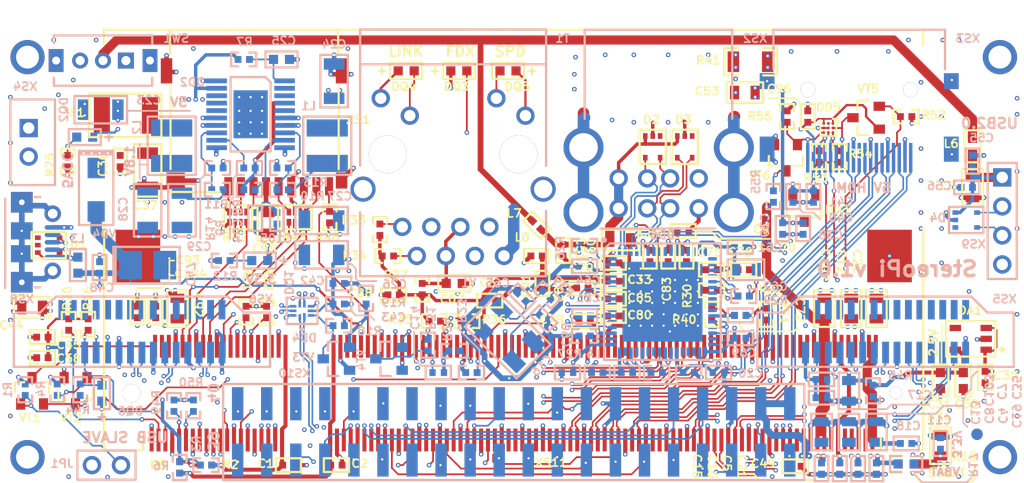
<source format=kicad_pcb>
(kicad_pcb (version 20171130) (host pcbnew "(5.1.4)-1")
  (layers (0 F.Cu signal hide) (1 In1.Cu signal hide) (2 In2.Cu signal hide) (3 In3.Cu signal hide) (4 In4.Cu signal hide) (31 B.Cu signal) (34 B.Paste user) (35 F.Paste user hide) (36 B.SilkS user) (37 F.SilkS user hide) (38 B.Mask user) (39 F.Mask user hide) (44 Edge.Cuts user))
  (net 0 "")
  (net 1 5V_EXT)
  (net 2 SDX_D3)
  (net 3 SDX_D2)
  (net 4 SDX_D1)
  (net 5 SDX_D0)
  (net 6 SDX_CMD)
  (net 7 SDX_CLK)
  (net 8 SD_D3)
  (net 9 SD_D2)
  (net 10 SD_D1)
  (net 11 SD_D0)
  (net 12 SD_CMD)
  (net 13 SD_CLK)
  (net 14 GPIO34_SD_DETECT)
  (net 15 USB_D0_P)
  (net 16 USB_D0_N)
  (net 17 TX_P)
  (net 18 HARD_RESET)
  (net 19 USB_D4_P)
  (net 20 USB_D4_N)
  (net 21 USB_D3_P)
  (net 22 USB_D3_N)
  (net 23 USB_D2_P)
  (net 24 USB_D2_N)
  (net 25 CAM1_SDA)
  (net 26 CAM1_SCL)
  (net 27 CAM1_IO1)
  (net 28 CAM1_IO0)
  (net 29 CAM1_D1_P)
  (net 30 CAM1_D1_N)
  (net 31 CAM1_D0_P)
  (net 32 CAM1_D0_N)
  (net 33 CAM1_C_P)
  (net 34 CAM1_C_N)
  (net 35 CAM0_SDA)
  (net 36 CAM0_SCL)
  (net 37 CAM0_IO1)
  (net 38 CAM0_IO0)
  (net 39 CAM0_D1_P)
  (net 40 CAM0_D1_N)
  (net 41 CAM0_D0_P)
  (net 42 CAM0_D0_N)
  (net 43 CAM0_C_P)
  (net 44 CAM0_C_N)
  (net 45 5VCC_USB2_EXT)
  (net 46 5VCC_USB0_EXT)
  (net 47 VBAT)
  (net 48 SHELF_GND)
  (net 49 SEL_USB_SW)
  (net 50 RPI_USB_D_P)
  (net 51 RPI_USB_D_N)
  (net 52 NetJP1_2)
  (net 53 NetDQ1_2)
  (net 54 USB_HSD_P)
  (net 55 USB_HSD_N)
  (net 56 1V8_SW)
  (net 57 NetDD2_13)
  (net 58 NetDD2_12)
  (net 59 NetDD2_9)
  (net 60 NetDD2_8)
  (net 61 3V3_SW)
  (net 62 NetC25_1)
  (net 63 GPIO028-45_VREF)
  (net 64 GPIO0-27_VREF)
  (net 65 EMMC_EN_N_1V8)
  (net 66 EMMC_DISABLE_N)
  (net 67 DAC_2V5)
  (net 68 5VCC)
  (net 69 5VCC_USB_BOOT)
  (net 70 5VCC_USB_BOOT_EXT)
  (net 71 VDD18CORE)
  (net 72 5VCC_HDMI)
  (net 73 5VCC_EXT)
  (net 74 3.3VCC)
  (net 75 1.8VCC)
  (net 76 GND)
  (net 77 3.3VCCA)
  (net 78 GPIO38_RESET)
  (net 79 VDD18_ETNPLL)
  (net 80 VDD18_USBPLL)
  (net 81 NetC65_2)
  (net 82 NetC66_2)
  (net 83 NetC67_2)
  (net 84 NetDD6_28)
  (net 85 NetDD6_41)
  (net 86 NetDD6_50)
  (net 87 NetDD6_63)
  (net 88 NetDQ2_2)
  (net 89 NFDX_LED)
  (net 90 NFDX)
  (net 91 NLINKA_LED)
  (net 92 NLINKA)
  (net 93 NSPD_LED)
  (net 94 NSPD)
  (net 95 RX_N)
  (net 96 RX_P)
  (net 97 TX_N)
  (net 98 GPIO2_SDA1)
  (net 99 GPIO3_SCL1)
  (net 100 GPIO4_GPIO_GCLK)
  (net 101 GPIO5)
  (net 102 GPIO6)
  (net 103 GPIO7_SPI_CE1)
  (net 104 GPIO8_SPI_CE0)
  (net 105 GPIO9_SPI_MISO)
  (net 106 GPIO10_SPI_MOSI)
  (net 107 GPIO11_SPI_SCLK)
  (net 108 GPIO12)
  (net 109 GPIO13)
  (net 110 GPIO14_TXD0)
  (net 111 GPIO15_RXD0)
  (net 112 GPIO16)
  (net 113 GPIO17_GPIO_GEN0)
  (net 114 GPIO18_GPIO_GEN1)
  (net 115 GPIO19)
  (net 116 GPIO20)
  (net 117 GPIO21)
  (net 118 GPIO22_GPIO_GEN3)
  (net 119 GPIO23_GPIO_GEN4)
  (net 120 GPIO24_GPIO_GEN5)
  (net 121 GPIO25_GPIO_GEN6)
  (net 122 GPIO26)
  (net 123 GPIO27_GPIO_GEN2)
  (net 124 USB_OTG)
  (net 125 CEC)
  (net 126 HDMI_CEC)
  (net 127 HDMI_CLK_N)
  (net 128 HDMI_CLK_P)
  (net 129 HDMI_D0_N)
  (net 130 HDMI_D0_P)
  (net 131 HDMI_D1_N)
  (net 132 HDMI_D1_P)
  (net 133 HDMI_D2_N)
  (net 134 HDMI_D2_P)
  (net 135 HDMI_HPD_N_1V8)
  (net 136 HDMI_HPD)
  (net 137 HDMI_SCL)
  (net 138 HDMI_SDA)
  (net 139 NetDQ6_2)
  (net 140 NetR44_1)
  (net 141 SHELF1_GND)
  (module "" (layer F.Cu) (at 72.5 117.5)
    (fp_text reference "" (at 0 0) (layer F.SilkS) (effects (font (size 1.27 1.27))))
    (fp_text value "" (at 0 0) (layer F.SilkS) (effects (font (size 1.27 1.27))))
    (pad "" thru_hole circle (at 0 0) (size 3 3) (drill 2) (layers *.Cu *.Mask))
  )
  (module "" (layer F.Cu) (at 72.5 82.5)
    (fp_text reference "" (at 0 0) (layer F.SilkS) (effects (font (size 1.27 1.27))))
    (fp_text value "" (at 0 0) (layer F.SilkS) (effects (font (size 1.27 1.27))))
    (pad "" thru_hole circle (at 0 0) (size 3 3) (drill 2) (layers *.Cu *.Mask))
  )
  (module "" (layer F.Cu) (at 157.5 82.5)
    (fp_text reference "" (at 0 0) (layer F.SilkS) (effects (font (size 1.27 1.27))))
    (fp_text value "" (at 0 0) (layer F.SilkS) (effects (font (size 1.27 1.27))))
    (pad "" thru_hole circle (at 0 0) (size 3 3) (drill 2) (layers *.Cu *.Mask))
  )
  (module "" (layer F.Cu) (at 157.5 117.5)
    (fp_text reference "" (at 0 0) (layer F.SilkS) (effects (font (size 1.27 1.27))))
    (fp_text value "" (at 0 0) (layer F.SilkS) (effects (font (size 1.27 1.27))))
    (pad "" thru_hole circle (at 0 0) (size 3 3) (drill 2) (layers *.Cu *.Mask))
  )
  (module "" (layer F.Cu) (at 155.5 115.5)
    (fp_text reference "" (at 0 0) (layer F.SilkS) (effects (font (size 1.27 1.27))))
    (fp_text value "" (at 0 0) (layer F.SilkS) (effects (font (size 1.27 1.27))))
    (pad "" smd circle (at 0 0) (size 1 1) (layers F.Cu F.Paste F.Mask))
  )
  (module "" (layer F.Cu) (at 155.5 115.5)
    (fp_text reference "" (at 0 0) (layer F.SilkS) (effects (font (size 1.27 1.27))))
    (fp_text value "" (at 0 0) (layer F.SilkS) (effects (font (size 1.27 1.27))))
    (pad "" smd circle (at 0 0 180) (size 1 1) (layers B.Cu B.Paste B.Mask))
  )
  (module C0402_1 (layer F.Cu) (at 123.7 102.1)
    (fp_text reference C33 (at 2.300003 -0.133335 unlocked) (layer F.SilkS) (effects (font (size 0.699736 0.736002))))
    (fp_text value 10nF hide)
    (pad 1 smd rect (at -0.5 0) (size 0.55 0.6) (layers F.Cu F.Paste F.Mask) (net 77 3.3VCCA))
    (pad 2 smd rect (at 0.5 0) (size 0.55 0.6) (layers F.Cu F.Paste F.Mask) (net 76 GND))
  )
  (module C0402_1 (layer F.Cu) (at 129.8 97.7)
    (fp_text reference C9 (at 6.833335 -0.133335 unlocked) (layer F.SilkS) (effects (font (size 0.699736 0.736002))))
    (fp_text value 10nF hide)
    (pad 1 smd rect (at -0.5 0) (size 0.55 0.6) (layers F.Cu F.Paste F.Mask) (net 74 3.3VCC))
    (pad 2 smd rect (at 0.5 0) (size 0.55 0.6) (layers F.Cu F.Paste F.Mask) (net 76 GND))
  )
  (module C0402_1 (layer F.Cu) (at 112.9 103.8)
    (fp_text reference C6 (at -0.166665 -1.533335 unlocked) (layer F.SilkS) (effects (font (size 0.699736 0.736002))))
    (fp_text value 100nF hide)
    (pad 1 smd rect (at -0.5 0) (size 0.55 0.6) (layers F.Cu F.Paste F.Mask) (net 77 3.3VCCA))
    (pad 2 smd rect (at 0.5 0) (size 0.55 0.6) (layers F.Cu F.Paste F.Mask) (net 76 GND))
  )
  (module C0402_1 (layer B.Cu) (at 119.7 110.1)
    (fp_text reference C16 (at -2.242812 -0.611437 45 unlocked) (layer B.SilkS) (effects (font (size 0.699736 0.736002)) (justify mirror)))
    (fp_text value 100nF hide)
    (pad 1 smd rect (at 0.5 0) (size 0.55 0.6) (layers B.Cu B.Paste B.Mask) (net 77 3.3VCCA))
    (pad 2 smd rect (at -0.5 0) (size 0.55 0.6) (layers B.Cu B.Paste B.Mask) (net 76 GND))
  )
  (module C0402_1 (layer B.Cu) (at 108.39999 110.1 180)
    (fp_text reference C14 (at 2.066665 4.800003 270 unlocked) (layer B.SilkS) (effects (font (size 0.699736 0.736002)) (justify mirror)))
    (fp_text value 100nF hide)
    (pad 1 smd rect (at 0.5 0 180) (size 0.55 0.6) (layers B.Cu B.Paste B.Mask) (net 18 HARD_RESET))
    (pad 2 smd rect (at -0.5 0 180) (size 0.55 0.6) (layers B.Cu B.Paste B.Mask) (net 76 GND))
  )
  (module SK12D07VG3_1 (layer B.Cu) (at 81.1 82.8)
    (fp_text reference SW1 (at 4.399997 -1.933335 unlocked) (layer B.SilkS) (effects (font (size 0.699736 0.736002)) (justify mirror)))
    (fp_text value SK12D07VG3 hide)
    (pad 1 thru_hole rect (at 0 0) (size 1.4 1.4) (drill 0.8) (layers *.Cu *.Mask))
    (pad 2 thru_hole circle (at -2 0) (size 1.4 1.4) (drill 0.8) (layers *.Cu *.Mask) (net 73 5VCC_EXT))
    (pad 3 thru_hole circle (at -4 0) (size 1.4 1.4) (drill 0.8) (layers *.Cu *.Mask) (net 1 5V_EXT))
    (pad 4 thru_hole rect (at 2.1 0) (size 1.3 2) (drill 0.7) (layers *.Cu *.Mask))
    (pad 5 thru_hole rect (at -6.1 0) (size 1.3 2) (drill 0.7) (layers *.Cu *.Mask))
  )
  (module C0402_2 (layer B.Cu) (at 94.29999 96.6 270)
    (fp_text reference C105 (at 1.766665 0.06667 unlocked) (layer B.SilkS) (effects (font (size 0.699736 0.736002)) (justify mirror)))
    (fp_text value 10nF hide)
    (pad 1 smd rect (at 0.5 0 180) (size 0.6 0.6) (layers B.Cu B.Paste B.Mask) (net 76 GND))
    (pad 2 smd rect (at -0.5 0 180) (size 0.6 0.6) (layers B.Cu B.Paste B.Mask) (net 74 3.3VCC))
  )
  (module C0402_3 (layer F.Cu) (at 83.7 104.8 270)
    (fp_text reference C104 (at -3.333335 -3.06667 unlocked) (layer F.SilkS) (effects (font (size 0.699736 0.736002))))
    (fp_text value 10nF hide)
    (pad 1 smd rect (at -0.5 0) (size 0.6 0.6) (layers F.Cu F.Paste F.Mask) (net 76 GND))
    (pad 2 smd rect (at 0.5 0) (size 0.6 0.6) (layers F.Cu F.Paste F.Mask) (net 74 3.3VCC))
  )
  (module C0805_1 (layer B.Cu) (at 141.9 115.3 90)
    (fp_text reference C103 (at 3.66667 14.633335 270 unlocked) (layer B.SilkS) (effects (font (size 0.699736 0.736002)) (justify mirror)))
    (fp_text value 10uF hide)
    (pad 1 smd rect (at 0.9 0 90) (size 0.8 1.2) (layers B.Cu B.Paste B.Mask) (net 76 GND))
    (pad 2 smd rect (at -0.9 0 90) (size 0.8 1.2) (layers B.Cu B.Paste B.Mask) (net 75 1.8VCC))
  )
  (module C0805_1 (layer F.Cu) (at 142.15 104.5 270)
    (fp_text reference C102 (at -3.83333 -0.083335 270 unlocked) (layer F.SilkS) (effects (font (size 0.699736 0.736002))))
    (fp_text value 10uF hide)
    (pad 1 smd rect (at -0.9 0 270) (size 0.8 1.2) (layers F.Cu F.Paste F.Mask) (net 76 GND))
    (pad 2 smd rect (at 0.9 0 270) (size 0.8 1.2) (layers F.Cu F.Paste F.Mask) (net 75 1.8VCC))
  )
  (module LED0603_1 (layer F.Cu) (at 114.5 83.7 180)
    (fp_text reference DQ5 (at -0.800003 -1.366665 unlocked) (layer F.SilkS) (effects (font (size 0.699736 0.736002))))
    (fp_text value not hide)
    (pad 1 smd rect (at -0.7 0 270) (size 0.8 0.8) (layers F.Cu F.Paste F.Mask) (net 74 3.3VCC))
    (pad 2 smd rect (at 0.7 0 270) (size 0.8 0.8) (layers F.Cu F.Paste F.Mask) (net 93 NSPD_LED))
  )
  (module PLD_2x20_SMD_RASPBERRY_PI_BO59 (layer B.Cu) (at 114.99999 115.3)
    (fp_text reference XS10 (at -19.16667 -5.133335 unlocked) (layer B.SilkS) (effects (font (size 0.699736 0.736002)) (justify mirror)))
    (fp_text value 95157-140LF hide)
    (pad 1 smd rect (at 24.13 2.456 270) (size 2.9 1) (layers B.Cu B.Paste B.Mask) (net 74 3.3VCC))
    (pad 2 smd rect (at 24.13 -2.474 270) (size 2.9 1) (layers B.Cu B.Paste B.Mask) (net 68 5VCC))
    (pad 3 smd rect (at 21.59 2.456 270) (size 2.9 1) (layers B.Cu B.Paste B.Mask) (net 98 GPIO2_SDA1))
    (pad 4 smd rect (at 21.59 -2.474 270) (size 2.9 1) (layers B.Cu B.Paste B.Mask) (net 68 5VCC))
    (pad 5 smd rect (at 19.05 2.456 270) (size 2.9 1) (layers B.Cu B.Paste B.Mask) (net 99 GPIO3_SCL1))
    (pad 6 smd rect (at 19.05 -2.474 270) (size 2.9 1) (layers B.Cu B.Paste B.Mask) (net 76 GND))
    (pad 7 smd rect (at 16.51 2.456 270) (size 2.9 1) (layers B.Cu B.Paste B.Mask) (net 100 GPIO4_GPIO_GCLK))
    (pad 8 smd rect (at 16.51 -2.474 270) (size 2.9 1) (layers B.Cu B.Paste B.Mask) (net 110 GPIO14_TXD0))
    (pad 9 smd rect (at 13.97 2.456 270) (size 2.9 1) (layers B.Cu B.Paste B.Mask) (net 76 GND))
    (pad 10 smd rect (at 13.97 -2.474 270) (size 2.9 1) (layers B.Cu B.Paste B.Mask) (net 111 GPIO15_RXD0))
    (pad 11 smd rect (at 11.43 2.456 270) (size 2.9 1) (layers B.Cu B.Paste B.Mask) (net 113 GPIO17_GPIO_GEN0))
    (pad 12 smd rect (at 11.43 -2.474 270) (size 2.9 1) (layers B.Cu B.Paste B.Mask) (net 114 GPIO18_GPIO_GEN1))
    (pad 13 smd rect (at 8.89 2.456 270) (size 2.9 1) (layers B.Cu B.Paste B.Mask) (net 123 GPIO27_GPIO_GEN2))
    (pad 14 smd rect (at 8.89 -2.474 270) (size 2.9 1) (layers B.Cu B.Paste B.Mask) (net 76 GND))
    (pad 15 smd rect (at 6.35 2.456 270) (size 2.9 1) (layers B.Cu B.Paste B.Mask) (net 118 GPIO22_GPIO_GEN3))
    (pad 16 smd rect (at 6.35 -2.474 270) (size 2.9 1) (layers B.Cu B.Paste B.Mask) (net 119 GPIO23_GPIO_GEN4))
    (pad 17 smd rect (at 3.81 2.456 270) (size 2.9 1) (layers B.Cu B.Paste B.Mask) (net 74 3.3VCC))
    (pad 18 smd rect (at 3.81 -2.474 270) (size 2.9 1) (layers B.Cu B.Paste B.Mask) (net 120 GPIO24_GPIO_GEN5))
    (pad 19 smd rect (at 1.27 2.456 270) (size 2.9 1) (layers B.Cu B.Paste B.Mask) (net 106 GPIO10_SPI_MOSI))
    (pad 20 smd rect (at 1.27 -2.474 270) (size 2.9 1) (layers B.Cu B.Paste B.Mask) (net 76 GND))
    (pad 21 smd rect (at -1.27 2.456 270) (size 2.9 1) (layers B.Cu B.Paste B.Mask) (net 105 GPIO9_SPI_MISO))
    (pad 22 smd rect (at -1.27 -2.474 270) (size 2.9 1) (layers B.Cu B.Paste B.Mask) (net 121 GPIO25_GPIO_GEN6))
    (pad 23 smd rect (at -3.81 2.456 270) (size 2.9 1) (layers B.Cu B.Paste B.Mask) (net 107 GPIO11_SPI_SCLK))
    (pad 24 smd rect (at -3.81 -2.474 270) (size 2.9 1) (layers B.Cu B.Paste B.Mask) (net 104 GPIO8_SPI_CE0))
    (pad 25 smd rect (at -6.35 2.456 270) (size 2.9 1) (layers B.Cu B.Paste B.Mask) (net 76 GND))
    (pad 26 smd rect (at -6.35 -2.474 270) (size 2.9 1) (layers B.Cu B.Paste B.Mask) (net 103 GPIO7_SPI_CE1))
    (pad 27 smd rect (at -8.89 2.456 270) (size 2.9 1) (layers B.Cu B.Paste B.Mask))
    (pad 28 smd rect (at -8.89 -2.474 270) (size 2.9 1) (layers B.Cu B.Paste B.Mask))
    (pad 29 smd rect (at -11.43 2.456 270) (size 2.9 1) (layers B.Cu B.Paste B.Mask) (net 101 GPIO5))
    (pad 30 smd rect (at -11.43 -2.474 270) (size 2.9 1) (layers B.Cu B.Paste B.Mask) (net 76 GND))
    (pad 31 smd rect (at -13.97 2.456 270) (size 2.9 1) (layers B.Cu B.Paste B.Mask) (net 102 GPIO6))
    (pad 32 smd rect (at -13.97 -2.474 270) (size 2.9 1) (layers B.Cu B.Paste B.Mask) (net 108 GPIO12))
    (pad 33 smd rect (at -16.51 2.456 270) (size 2.9 1) (layers B.Cu B.Paste B.Mask) (net 109 GPIO13))
    (pad 34 smd rect (at -16.51 -2.474 270) (size 2.9 1) (layers B.Cu B.Paste B.Mask) (net 76 GND))
    (pad 35 smd rect (at -19.05 2.456 270) (size 2.9 1) (layers B.Cu B.Paste B.Mask) (net 115 GPIO19))
    (pad 36 smd rect (at -19.05 -2.474 270) (size 2.9 1) (layers B.Cu B.Paste B.Mask) (net 112 GPIO16))
    (pad 37 smd rect (at -21.59 2.456 270) (size 2.9 1) (layers B.Cu B.Paste B.Mask) (net 122 GPIO26))
    (pad 38 smd rect (at -21.59 -2.474 270) (size 2.9 1) (layers B.Cu B.Paste B.Mask) (net 116 GPIO20))
    (pad 39 smd rect (at -24.13 2.456 270) (size 2.9 1) (layers B.Cu B.Paste B.Mask) (net 76 GND))
    (pad 40 smd rect (at -24.13 -2.474 270) (size 2.9 1) (layers B.Cu B.Paste B.Mask) (net 117 GPIO21))
  )
  (module R0402_1 (layer F.Cu) (at 98.9 96.5 90)
    (fp_text reference R48 (at -1.766665 -0.199997 unlocked) (layer F.SilkS) (effects (font (size 0.699736 0.736002))))
    (fp_text value 4.7k hide)
    (pad 1 smd rect (at -0.5 0 180) (size 0.6 0.6) (layers F.Cu F.Paste F.Mask) (net 74 3.3VCC))
    (pad 2 smd rect (at 0.5 0 180) (size 0.6 0.6) (layers F.Cu F.Paste F.Mask) (net 14 GPIO34_SD_DETECT))
  )
  (module YC12_1 (layer F.Cu) (at 90.9 96.5 90)
    (fp_text reference R42 (at -1.766665 -0.299997 unlocked) (layer F.SilkS) (effects (font (size 0.699736 0.736002))))
    (fp_text value 22 hide)
    (pad 1 smd rect (at -0.45 -0.75 90) (size 0.6 0.4) (layers F.Cu F.Paste F.Mask) (net 76 GND))
    (pad 2 smd rect (at -0.45 -0.25 90) (size 0.6 0.3) (layers F.Cu F.Paste F.Mask) (net 3 SDX_D2))
    (pad 3 smd rect (at -0.45 0.25 90) (size 0.6 0.3) (layers F.Cu F.Paste F.Mask) (net 2 SDX_D3))
    (pad 4 smd rect (at -0.45 0.75 90) (size 0.6 0.4) (layers F.Cu F.Paste F.Mask) (net 6 SDX_CMD))
    (pad 5 smd rect (at 0.45 0.75 90) (size 0.6 0.4) (layers F.Cu F.Paste F.Mask) (net 12 SD_CMD))
    (pad 6 smd rect (at 0.45 0.25 90) (size 0.6 0.3) (layers F.Cu F.Paste F.Mask) (net 8 SD_D3))
    (pad 7 smd rect (at 0.45 -0.25 90) (size 0.6 0.3) (layers F.Cu F.Paste F.Mask) (net 9 SD_D2))
    (pad 8 smd rect (at 0.45 -0.75 90) (size 0.6 0.4) (layers F.Cu F.Paste F.Mask) (net 76 GND))
  )
  (module C0805_1 (layer F.Cu) (at 93.5 97 90)
    (fp_text reference C95 (at -2.266665 -0.299997 unlocked) (layer F.SilkS) (effects (font (size 0.699736 0.736002))))
    (fp_text value 4.7uF hide)
    (pad 1 smd rect (at -0.9 0 90) (size 0.8 1.2) (layers F.Cu F.Paste F.Mask) (net 76 GND))
    (pad 2 smd rect (at 0.9 0 90) (size 0.8 1.2) (layers F.Cu F.Paste F.Mask) (net 74 3.3VCC))
  )
  (module C0402_2 (layer B.Cu) (at 92.4 96.6 270)
    (fp_text reference C94 (at 1.100003 1.533335 90 unlocked) (layer B.SilkS) (effects (font (size 0.699736 0.736002)) (justify mirror)))
    (fp_text value 100nF hide)
    (pad 1 smd rect (at 0.5 0 180) (size 0.6 0.6) (layers B.Cu B.Paste B.Mask) (net 76 GND))
    (pad 2 smd rect (at -0.5 0 180) (size 0.6 0.6) (layers B.Cu B.Paste B.Mask) (net 74 3.3VCC))
  )
  (module C0402_2 (layer F.Cu) (at 82.1 104.8 270)
    (fp_text reference C93 (at -4.533335 -4.400003 unlocked) (layer F.SilkS) (effects (font (size 0.699736 0.736002))))
    (fp_text value 100nF hide)
    (pad 1 smd rect (at -0.5 0) (size 0.6 0.6) (layers F.Cu F.Paste F.Mask) (net 76 GND))
    (pad 2 smd rect (at 0.5 0) (size 0.6 0.6) (layers F.Cu F.Paste F.Mask) (net 74 3.3VCC))
  )
  (module C0805_1 (layer F.Cu) (at 85.6 104.5 270)
    (fp_text reference C92 (at -0.299997 -1.833335 270 unlocked) (layer F.SilkS) (effects (font (size 0.699736 0.736002))))
    (fp_text value 4.7uF hide)
    (pad 1 smd rect (at -0.9 0 270) (size 0.8 1.2) (layers F.Cu F.Paste F.Mask) (net 76 GND))
    (pad 2 smd rect (at 0.9 0 270) (size 0.8 1.2) (layers F.Cu F.Paste F.Mask) (net 74 3.3VCC))
  )
  (module L0402_1 (layer F.Cu) (at 117 97.2 315)
    (fp_text reference L7 (at -2.12132 0.659964 unlocked) (layer F.SilkS) (effects (font (size 0.699736 0.736002))))
    (fp_text value * hide)
    (pad 1 smd rect (at -0.5 0 45) (size 0.6 0.6) (layers F.Cu F.Paste F.Mask) (net 73 5VCC_EXT))
    (pad 2 smd rect (at 0.5 0 45) (size 0.6 0.6) (layers F.Cu F.Paste F.Mask) (net 46 5VCC_USB0_EXT))
  )
  (module R0402_1 (layer B.Cu) (at 121.19999 99)
    (fp_text reference R26 (at -2.133335 0.200003 90 unlocked) (layer B.SilkS) (effects (font (size 0.699736 0.736002)) (justify mirror)))
    (fp_text value "12k 1%" hide)
    (pad 1 smd rect (at 0.5 0 270) (size 0.6 0.6) (layers B.Cu B.Paste B.Mask) (net 87 NetDD6_63))
    (pad 2 smd rect (at -0.5 0 270) (size 0.6 0.6) (layers B.Cu B.Paste B.Mask) (net 76 GND))
  )
  (module R0402_2 (layer F.Cu) (at 76 91.6 90)
    (fp_text reference R25 (at -0.299997 -1.533335 90 unlocked) (layer F.SilkS) (effects (font (size 0.699736 0.736002))))
    (fp_text value 470 hide)
    (pad 1 smd rect (at -0.5 0 180) (size 0.6 0.6) (layers F.Cu F.Paste F.Mask) (net 76 GND))
    (pad 2 smd rect (at 0.5 0 180) (size 0.6 0.6) (layers F.Cu F.Paste F.Mask) (net 88 NetDQ2_2))
  )
  (module QFN64-LAN9513_1 (layer B.Cu) (at 128 103.9 90)
    (fp_text reference DD6 (at 5.833335 -0.000003 unlocked) (layer B.SilkS) (effects (font (size 0.699736 0.736002)) (justify mirror)))
    (fp_text value LAN9513 hide)
    (pad 1 smd rect (at 4.375 -3.75) (size 0.3 0.75) (layers B.Cu B.Paste B.Mask) (net 24 USB_D2_N))
    (pad 2 smd rect (at 4.375 -3.25) (size 0.3 0.75) (layers B.Cu B.Paste B.Mask) (net 23 USB_D2_P))
    (pad 3 smd rect (at 4.375 -2.75) (size 0.3 0.75) (layers B.Cu B.Paste B.Mask) (net 22 USB_D3_N))
    (pad 4 smd rect (at 4.375 -2.25) (size 0.3 0.75) (layers B.Cu B.Paste B.Mask) (net 21 USB_D3_P))
    (pad 5 smd rect (at 4.375 -1.75) (size 0.3 0.75) (layers B.Cu B.Paste B.Mask) (net 77 3.3VCCA))
    (pad 6 smd rect (at 4.375 -1.25) (size 0.3 0.75) (layers B.Cu B.Paste B.Mask) (net 20 USB_D4_N))
    (pad 7 smd rect (at 4.375 -0.75) (size 0.3 0.75) (layers B.Cu B.Paste B.Mask) (net 19 USB_D4_P))
    (pad 8 smd rect (at 4.375 -0.25) (size 0.3 0.75) (layers B.Cu B.Paste B.Mask))
    (pad 9 smd rect (at 4.375 0.25) (size 0.3 0.75) (layers B.Cu B.Paste B.Mask))
    (pad 10 smd rect (at 4.375 0.75) (size 0.3 0.75) (layers B.Cu B.Paste B.Mask) (net 77 3.3VCCA))
    (pad 11 smd rect (at 4.375 1.25) (size 0.3 0.75) (layers B.Cu B.Paste B.Mask) (net 74 3.3VCC))
    (pad 12 smd rect (at 4.375 1.75) (size 0.3 0.75) (layers B.Cu B.Paste B.Mask) (net 18 HARD_RESET))
    (pad 13 smd rect (at 4.375 2.25) (size 0.3 0.75) (layers B.Cu B.Paste B.Mask))
    (pad 14 smd rect (at 4.375 2.75) (size 0.3 0.75) (layers B.Cu B.Paste B.Mask))
    (pad 15 smd rect (at 4.375 3.25) (size 0.3 0.75) (layers B.Cu B.Paste B.Mask) (net 71 VDD18CORE))
    (pad 16 smd rect (at 4.375 3.75) (size 0.3 0.75) (layers B.Cu B.Paste B.Mask))
    (pad 17 smd rect (at 3.75 4.375 90) (size 0.3 0.75) (layers B.Cu B.Paste B.Mask))
    (pad 18 smd rect (at 3.25 4.375 90) (size 0.3 0.75) (layers B.Cu B.Paste B.Mask))
    (pad 19 smd rect (at 2.75 4.375 90) (size 0.3 0.75) (layers B.Cu B.Paste B.Mask) (net 74 3.3VCC))
    (pad 20 smd rect (at 2.25 4.375 90) (size 0.3 0.75) (layers B.Cu B.Paste B.Mask) (net 90 NFDX))
    (pad 21 smd rect (at 1.75 4.375 90) (size 0.3 0.75) (layers B.Cu B.Paste B.Mask) (net 92 NLINKA))
    (pad 22 smd rect (at 1.25 4.375 90) (size 0.3 0.75) (layers B.Cu B.Paste B.Mask) (net 94 NSPD))
    (pad 23 smd rect (at 0.75 4.375 90) (size 0.3 0.75) (layers B.Cu B.Paste B.Mask))
    (pad 24 smd rect (at 0.25 4.375 90) (size 0.3 0.75) (layers B.Cu B.Paste B.Mask))
    (pad 25 smd rect (at -0.25 4.375 90) (size 0.3 0.75) (layers B.Cu B.Paste B.Mask))
    (pad 26 smd rect (at -0.75 4.375 90) (size 0.3 0.75) (layers B.Cu B.Paste B.Mask))
    (pad 27 smd rect (at -1.25 4.375 90) (size 0.3 0.75) (layers B.Cu B.Paste B.Mask) (net 74 3.3VCC))
    (pad 28 smd rect (at -1.75 4.375 90) (size 0.3 0.75) (layers B.Cu B.Paste B.Mask) (net 84 NetDD6_28))
    (pad 29 smd rect (at -2.25 4.375 90) (size 0.3 0.75) (layers B.Cu B.Paste B.Mask) (net 84 NetDD6_28))
    (pad 30 smd rect (at -2.75 4.375 90) (size 0.3 0.75) (layers B.Cu B.Paste B.Mask) (net 84 NetDD6_28))
    (pad 31 smd rect (at -3.25 4.375 90) (size 0.3 0.75) (layers B.Cu B.Paste B.Mask))
    (pad 32 smd rect (at -3.75 4.375 90) (size 0.3 0.75) (layers B.Cu B.Paste B.Mask) (net 84 NetDD6_28))
    (pad 33 smd rect (at -4.375 3.75) (size 0.3 0.75) (layers B.Cu B.Paste B.Mask) (net 74 3.3VCC))
    (pad 34 smd rect (at -4.375 3.25) (size 0.3 0.75) (layers B.Cu B.Paste B.Mask) (net 76 GND))
    (pad 35 smd rect (at -4.375 2.75) (size 0.3 0.75) (layers B.Cu B.Paste B.Mask))
    (pad 36 smd rect (at -4.375 2.25) (size 0.3 0.75) (layers B.Cu B.Paste B.Mask))
    (pad 37 smd rect (at -4.375 1.75) (size 0.3 0.75) (layers B.Cu B.Paste B.Mask))
    (pad 38 smd rect (at -4.375 1.25) (size 0.3 0.75) (layers B.Cu B.Paste B.Mask) (net 71 VDD18CORE))
    (pad 39 smd rect (at -4.375 0.75) (size 0.3 0.75) (layers B.Cu B.Paste B.Mask) (net 74 3.3VCC))
    (pad 40 smd rect (at -4.375 0.25) (size 0.3 0.75) (layers B.Cu B.Paste B.Mask) (net 74 3.3VCC))
    (pad 41 smd rect (at -4.375 -0.25) (size 0.3 0.75) (layers B.Cu B.Paste B.Mask) (net 85 NetDD6_41))
    (pad 42 smd rect (at -4.375 -0.75) (size 0.3 0.75) (layers B.Cu B.Paste B.Mask))
    (pad 43 smd rect (at -4.375 -1.25) (size 0.3 0.75) (layers B.Cu B.Paste B.Mask))
    (pad 44 smd rect (at -4.375 -1.75) (size 0.3 0.75) (layers B.Cu B.Paste B.Mask) (net 76 GND))
    (pad 45 smd rect (at -4.375 -2.25) (size 0.3 0.75) (layers B.Cu B.Paste B.Mask))
    (pad 46 smd rect (at -4.375 -2.75) (size 0.3 0.75) (layers B.Cu B.Paste B.Mask) (net 74 3.3VCC))
    (pad 47 smd rect (at -4.375 -3.25) (size 0.3 0.75) (layers B.Cu B.Paste B.Mask))
    (pad 48 smd rect (at -4.375 -3.75) (size 0.3 0.75) (layers B.Cu B.Paste B.Mask) (net 79 VDD18_ETNPLL))
    (pad 49 smd rect (at -3.75 -4.375 90) (size 0.3 0.75) (layers B.Cu B.Paste B.Mask) (net 77 3.3VCCA))
    (pad 50 smd rect (at -3.25 -4.375 90) (size 0.3 0.75) (layers B.Cu B.Paste B.Mask) (net 86 NetDD6_50))
    (pad 51 smd rect (at -2.75 -4.375 90) (size 0.3 0.75) (layers B.Cu B.Paste B.Mask) (net 77 3.3VCCA))
    (pad 52 smd rect (at -2.25 -4.375 90) (size 0.3 0.75) (layers B.Cu B.Paste B.Mask) (net 96 RX_P))
    (pad 53 smd rect (at -1.75 -4.375 90) (size 0.3 0.75) (layers B.Cu B.Paste B.Mask) (net 95 RX_N))
    (pad 54 smd rect (at -1.25 -4.375 90) (size 0.3 0.75) (layers B.Cu B.Paste B.Mask) (net 77 3.3VCCA))
    (pad 55 smd rect (at -0.75 -4.375 90) (size 0.3 0.75) (layers B.Cu B.Paste B.Mask) (net 17 TX_P))
    (pad 56 smd rect (at -0.25 -4.375 90) (size 0.3 0.75) (layers B.Cu B.Paste B.Mask) (net 97 TX_N))
    (pad 57 smd rect (at 0.25 -4.375 90) (size 0.3 0.75) (layers B.Cu B.Paste B.Mask) (net 77 3.3VCCA))
    (pad 58 smd rect (at 0.75 -4.375 90) (size 0.3 0.75) (layers B.Cu B.Paste B.Mask) (net 16 USB_D0_N))
    (pad 59 smd rect (at 1.25 -4.375 90) (size 0.3 0.75) (layers B.Cu B.Paste B.Mask) (net 15 USB_D0_P))
    (pad 60 smd rect (at 1.75 -4.375 90) (size 0.3 0.75) (layers B.Cu B.Paste B.Mask) (net 82 NetC66_2))
    (pad 61 smd rect (at 2.25 -4.375 90) (size 0.3 0.75) (layers B.Cu B.Paste B.Mask) (net 81 NetC65_2))
    (pad 62 smd rect (at 2.75 -4.375 90) (size 0.3 0.75) (layers B.Cu B.Paste B.Mask) (net 80 VDD18_USBPLL))
    (pad 63 smd rect (at 3.25 -4.375 90) (size 0.3 0.75) (layers B.Cu B.Paste B.Mask) (net 87 NetDD6_63))
    (pad 64 smd rect (at 3.75 -4.375 90) (size 0.3 0.75) (layers B.Cu B.Paste B.Mask) (net 77 3.3VCCA))
    (pad 65 smd rect (at 0 0 90) (size 7 7) (layers B.Cu B.Paste B.Mask) (net 76 GND))
  )
  (module C0402_2 (layer F.Cu) (at 73.8 108.8)
    (fp_text reference C58 (at 2.300003 0.066665 unlocked) (layer F.SilkS) (effects (font (size 0.699736 0.736002))))
    (fp_text value 10nF hide)
    (pad 1 smd rect (at -0.5 0 90) (size 0.6 0.6) (layers F.Cu F.Paste F.Mask) (net 76 GND))
    (pad 2 smd rect (at 0.5 0 90) (size 0.6 0.6) (layers F.Cu F.Paste F.Mask) (net 74 3.3VCC))
  )
  (module PLS_1X4_1 (layer B.Cu) (at 157.69999 98.1)
    (fp_text reference XS9 (at -2.500003 0.766665 unlocked) (layer B.SilkS) (effects (font (size 0.699736 0.736002)) (justify mirror)))
    (fp_text value PLS_1x4 hide)
    (pad 1 thru_hole rect (at 0 -5.08) (size 1.6 1.6) (drill 1) (layers *.Cu *.Mask) (net 45 5VCC_USB2_EXT))
    (pad 2 thru_hole circle (at 0 -2.54) (size 1.6 1.6) (drill 1) (layers *.Cu *.Mask) (net 20 USB_D4_N))
    (pad 3 thru_hole circle (at 0 0) (size 1.6 1.6) (drill 1) (layers *.Cu *.Mask) (net 19 USB_D4_P))
    (pad 4 thru_hole circle (at 0 2.54) (size 1.6 1.6) (drill 1) (layers *.Cu *.Mask) (net 76 GND))
  )
  (module D-64_1 (layer B.Cu) (at 78.49999 94.1 90)
    (fp_text reference VD4 (at -3.866665 0.699997 unlocked) (layer B.SilkS) (effects (font (size 0.699736 0.736002)) (justify mirror)))
    (fp_text value SSB44-E3/52T hide)
    (pad 1 smd rect (at -1.9 0 90) (size 1.8 1.5) (layers B.Cu B.Paste B.Mask) (net 69 5VCC_USB_BOOT))
    (pad 2 smd rect (at 1.9 0 90) (size 1.8 1.5) (layers B.Cu B.Paste B.Mask) (net 73 5VCC_EXT))
  )
  (module R0402_1 (layer B.Cu) (at 109.8 108.2 180)
    (fp_text reference R24 (at 0.666665 1.900003 270 unlocked) (layer B.SilkS) (effects (font (size 0.699736 0.736002)) (justify mirror)))
    (fp_text value 100k hide)
    (pad 1 smd rect (at 0.5 0 90) (size 0.6 0.6) (layers B.Cu B.Paste B.Mask) (net 76 GND))
    (pad 2 smd rect (at -0.5 0 90) (size 0.6 0.6) (layers B.Cu B.Paste B.Mask) (net 38 CAM0_IO0))
  )
  (module R0402_1 (layer B.Cu) (at 111.3 110.1 180)
    (fp_text reference R23 (at 0.866665 5.400003 270 unlocked) (layer B.SilkS) (effects (font (size 0.699736 0.736002)) (justify mirror)))
    (fp_text value 100k hide)
    (pad 1 smd rect (at 0.5 0 90) (size 0.6 0.6) (layers B.Cu B.Paste B.Mask) (net 76 GND))
    (pad 2 smd rect (at -0.5 0 90) (size 0.6 0.6) (layers B.Cu B.Paste B.Mask) (net 28 CAM1_IO0))
  )
  (module R0402_1 (layer F.Cu) (at 93.4 104.8 90)
    (fp_text reference R22 (at 2.899997 0.133335 270 unlocked) (layer F.SilkS) (effects (font (size 0.699736 0.736002))))
    (fp_text value 4.7k hide)
    (pad 1 smd rect (at -0.5 0 180) (size 0.6 0.6) (layers F.Cu F.Paste F.Mask) (net 26 CAM1_SCL))
    (pad 2 smd rect (at 0.5 0 180) (size 0.6 0.6) (layers F.Cu F.Paste F.Mask) (net 74 3.3VCC))
  )
  (module R0402_1 (layer F.Cu) (at 91.6 104.8 270)
    (fp_text reference R21 (at -2.899997 -0.133335 270 unlocked) (layer F.SilkS) (effects (font (size 0.699736 0.736002))))
    (fp_text value 4.7k hide)
    (pad 1 smd rect (at -0.5 0) (size 0.6 0.6) (layers F.Cu F.Paste F.Mask) (net 74 3.3VCC))
    (pad 2 smd rect (at 0.5 0) (size 0.6 0.6) (layers F.Cu F.Paste F.Mask) (net 25 CAM1_SDA))
  )
  (module R0402_1 (layer F.Cu) (at 76.1 105.9 90)
    (fp_text reference R20 (at 2.300003 -0.133335 90 unlocked) (layer F.SilkS) (effects (font (size 0.699736 0.736002))))
    (fp_text value 4.7k hide)
    (pad 1 smd rect (at -0.5 0 180) (size 0.6 0.6) (layers F.Cu F.Paste F.Mask) (net 35 CAM0_SDA))
    (pad 2 smd rect (at 0.5 0 180) (size 0.6 0.6) (layers F.Cu F.Paste F.Mask) (net 74 3.3VCC))
  )
  (module L0603_1 (layer F.Cu) (at 155.1 90.3 270)
    (fp_text reference L6 (at -0.233335 1.866665 unlocked) (layer F.SilkS) (effects (font (size 0.699736 0.736002))))
    (fp_text value BLM18P hide)
    (pad 1 smd rect (at -0.7 0) (size 0.8 0.8) (layers F.Cu F.Paste F.Mask) (net 73 5VCC_EXT))
    (pad 2 smd rect (at 0.7 0) (size 0.8 0.8) (layers F.Cu F.Paste F.Mask) (net 45 5VCC_USB2_EXT))
  )
  (module C0402_2 (layer B.Cu) (at 154.6 93.9 180)
    (fp_text reference C56 (at 2.400003 0.133335 unlocked) (layer B.SilkS) (effects (font (size 0.699736 0.736002)) (justify mirror)))
    (fp_text value 10nF hide)
    (pad 1 smd rect (at 0.5 0 90) (size 0.6 0.6) (layers B.Cu B.Paste B.Mask) (net 76 GND))
    (pad 2 smd rect (at -0.5 0 90) (size 0.6 0.6) (layers B.Cu B.Paste B.Mask) (net 45 5VCC_USB2_EXT))
  )
  (module C0402_2 (layer B.Cu) (at 155.09999 91.6 90)
    (fp_text reference C55 (at 2.033335 0.799997 unlocked) (layer B.SilkS) (effects (font (size 0.699736 0.736002)) (justify mirror)))
    (fp_text value 100nF hide)
    (pad 1 smd rect (at 0.5 0) (size 0.6 0.6) (layers B.Cu B.Paste B.Mask) (net 76 GND))
    (pad 2 smd rect (at -0.5 0) (size 0.6 0.6) (layers B.Cu B.Paste B.Mask) (net 45 5VCC_USB2_EXT))
  )
  (module C0805_1 (layer F.Cu) (at 135.2 85.6 180)
    (fp_text reference C53 (at 3.299997 0.133335 unlocked) (layer F.SilkS) (effects (font (size 0.699736 0.736002))))
    (fp_text value 1nF/250V hide)
    (pad 1 smd rect (at -0.9 0 180) (size 0.8 1.2) (layers F.Cu F.Paste F.Mask) (net 76 GND))
    (pad 2 smd rect (at 0.9 0 180) (size 0.8 1.2) (layers F.Cu F.Paste F.Mask) (net 48 SHELF_GND))
  )
  (module C0402_2 (layer F.Cu) (at 119.3 99.4 90)
    (fp_text reference C51 (at 0.099997 1.533335 270 unlocked) (layer F.SilkS) (effects (font (size 0.699736 0.736002))))
    (fp_text value 100nF hide)
    (pad 1 smd rect (at -0.5 0 180) (size 0.6 0.6) (layers F.Cu F.Paste F.Mask) (net 76 GND))
    (pad 2 smd rect (at 0.5 0 180) (size 0.6 0.6) (layers F.Cu F.Paste F.Mask) (net 46 5VCC_USB0_EXT))
  )
  (module C0805_1 (layer F.Cu) (at 124.3 98.5 180)
    (fp_text reference C50 (at 2.533335 -0.899997 90 unlocked) (layer F.SilkS) (effects (font (size 0.699736 0.736002))))
    (fp_text value 10uF hide)
    (pad 1 smd rect (at -0.9 0 180) (size 0.8 1.2) (layers F.Cu F.Paste F.Mask) (net 76 GND))
    (pad 2 smd rect (at 0.9 0 180) (size 0.8 1.2) (layers F.Cu F.Paste F.Mask) (net 46 5VCC_USB0_EXT))
  )
  (module C0402_2 (layer B.Cu) (at 78.79999 100.9 90)
    (fp_text reference C48 (at -1.766665 0.199997 unlocked) (layer B.SilkS) (effects (font (size 0.699736 0.736002)) (justify mirror)))
    (fp_text value 100nF hide)
    (pad 1 smd rect (at 0.5 0) (size 0.6 0.6) (layers B.Cu B.Paste B.Mask) (net 76 GND))
    (pad 2 smd rect (at -0.5 0) (size 0.6 0.6) (layers B.Cu B.Paste B.Mask) (net 69 5VCC_USB_BOOT))
  )
  (module C_T_B_1 (layer B.Cu) (at 83 100.7 180)
    (fp_text reference C47 (at -3.733335 -0.799997 270 unlocked) (layer B.SilkS) (effects (font (size 0.699736 0.736002)) (justify mirror)))
    (fp_text value "10uF 10V" hide)
    (pad 1 smd rect (at 1.5 0 180) (size 2 2.5) (layers B.Cu B.Paste B.Mask) (net 69 5VCC_USB_BOOT))
    (pad 2 smd rect (at -1.5 0 180) (size 2 2.5) (layers B.Cu B.Paste B.Mask) (net 76 GND))
  )
  (module C0402_2 (layer F.Cu) (at 73.8 107 180)
    (fp_text reference C45 (at -2.300003 -0.666665 unlocked) (layer F.SilkS) (effects (font (size 0.699736 0.736002))))
    (fp_text value 100nF hide)
    (pad 1 smd rect (at -0.5 0 270) (size 0.6 0.6) (layers F.Cu F.Paste F.Mask) (net 74 3.3VCC))
    (pad 2 smd rect (at 0.5 0 270) (size 0.6 0.6) (layers F.Cu F.Paste F.Mask) (net 76 GND))
  )
  (module USB_MICRO_MOUNT_1 (layer B.Cu) (at 74.7 98.7)
    (fp_text reference XS8 (at -2.700003 4.966665 unlocked) (layer B.SilkS) (effects (font (size 0.699736 0.736002)) (justify mirror)))
    (fp_text value 105017-001 hide)
    (pad 1 smd oval (at 0 1.3 90) (size 0.4 1.4) (layers B.Cu B.Paste B.Mask) (net 70 5VCC_USB_BOOT_EXT))
    (pad 2 smd oval (at 0 0.65 90) (size 0.4 1.4) (layers B.Cu B.Paste B.Mask) (net 55 USB_HSD_N))
    (pad 3 smd oval (at 0 0 90) (size 0.4 1.4) (layers B.Cu B.Paste B.Mask) (net 54 USB_HSD_P))
    (pad 4 smd oval (at 0 -0.65 90) (size 0.4 1.4) (layers B.Cu B.Paste B.Mask))
    (pad 5 smd oval (at 0 -1.3 90) (size 0.4 1.4) (layers B.Cu B.Paste B.Mask) (net 76 GND))
    (pad 6 thru_hole circle (at 0 -2.5 90) (size 1.45 1.45) (drill 0.85) (layers *.Cu *.Mask) (net 141 SHELF1_GND))
    (pad 7 thru_hole circle (at 0 2.5 90) (size 1.45 1.45) (drill 0.85) (layers *.Cu *.Mask) (net 141 SHELF1_GND))
    (pad 8 thru_hole rect (at -2.7 3.5 90) (size 1.8 1.9) (drill 0.5) (layers *.Cu *.Mask) (net 141 SHELF1_GND))
    (pad 9 smd rect (at -2.7 1 90) (size 1.5 1.9) (layers B.Cu B.Paste B.Mask) (net 141 SHELF1_GND))
    (pad 10 smd rect (at -2.7 -1 90) (size 1.5 1.9) (layers B.Cu B.Paste B.Mask) (net 141 SHELF1_GND))
    (pad 11 thru_hole rect (at -2.7 -3.5 90) (size 1.8 1.9) (drill 0.5) (layers *.Cu *.Mask) (net 141 SHELF1_GND))
  )
  (module SOT23_1 (layer B.Cu) (at 99.49999 108.9)
    (fp_text reference VT3 (at -2.900003 -0.133335 unlocked) (layer B.SilkS) (effects (font (size 0.699736 0.736002)) (justify mirror)))
    (fp_text value IRLML2502TR hide)
    (pad 1 smd rect (at 1.15 -1 270) (size 0.8 1) (layers B.Cu B.Paste B.Mask) (net 69 5VCC_USB_BOOT))
    (pad 2 smd rect (at 1.15 1 270) (size 0.8 1) (layers B.Cu B.Paste B.Mask) (net 76 GND))
    (pad 3 smd rect (at -1.15 0 270) (size 0.8 1) (layers B.Cu B.Paste B.Mask) (net 49 SEL_USB_SW))
  )
  (module SOT23_1 (layer F.Cu) (at 76.7 111.7 270)
    (fp_text reference VT2 (at 2.366665 0.399997 unlocked) (layer F.SilkS) (effects (font (size 0.699736 0.736002))))
    (fp_text value IRLML2502TR hide)
    (pad 1 smd rect (at -1.15 -1) (size 0.8 1) (layers F.Cu F.Paste F.Mask) (net 65 EMMC_EN_N_1V8))
    (pad 2 smd rect (at -1.15 1) (size 0.8 1) (layers F.Cu F.Paste F.Mask) (net 76 GND))
    (pad 3 smd rect (at 1.15 0) (size 0.8 1) (layers F.Cu F.Paste F.Mask) (net 140 NetR44_1))
  )
  (module SOT23_1 (layer F.Cu) (at 72.9 111.7 90)
    (fp_text reference VT1 (at -2.366665 -0.199997 unlocked) (layer F.SilkS) (effects (font (size 0.699736 0.736002))))
    (fp_text value IRLML2502TR hide)
    (pad 1 smd rect (at -1.15 -1 180) (size 0.8 1) (layers F.Cu F.Paste F.Mask) (net 52 NetJP1_2))
    (pad 2 smd rect (at -1.15 1 180) (size 0.8 1) (layers F.Cu F.Paste F.Mask) (net 140 NetR44_1))
    (pad 3 smd rect (at 1.15 0 180) (size 0.8 1) (layers F.Cu F.Paste F.Mask) (net 66 EMMC_DISABLE_N))
  )
  (module R0402_3 (layer B.Cu) (at 102.1 103.6 270)
    (fp_text reference R19 (at 0.366665 -2.399997 unlocked) (layer B.SilkS) (effects (font (size 0.699736 0.736002)) (justify mirror)))
    (fp_text value 4.7k hide)
    (pad 1 smd rect (at 0.5 0 180) (size 0.6 0.6) (layers B.Cu B.Paste B.Mask) (net 69 5VCC_USB_BOOT))
    (pad 2 smd rect (at -0.5 0 180) (size 0.6 0.6) (layers B.Cu B.Paste B.Mask) (net 76 GND))
  )
  (module R0402_4 (layer B.Cu) (at 99.7 106 180)
    (fp_text reference R18 (at -2.699997 -0.466665 unlocked) (layer B.SilkS) (effects (font (size 0.699736 0.736002)) (justify mirror)))
    (fp_text value 47k hide)
    (pad 1 smd rect (at 0.5 0 90) (size 0.6 0.6) (layers B.Cu B.Paste B.Mask) (net 49 SEL_USB_SW))
    (pad 2 smd rect (at -0.5 0 90) (size 0.6 0.6) (layers B.Cu B.Paste B.Mask) (net 74 3.3VCC))
  )
  (module R0603_1 (layer B.Cu) (at 149.29999 118.1)
    (fp_text reference R17 (at 5.833335 0.099997 270 unlocked) (layer B.SilkS) (effects (font (size 0.699736 0.736002)) (justify mirror)))
    (fp_text value not hide)
    (pad 1 smd rect (at 0.7 0 270) (size 0.8 0.8) (layers B.Cu B.Paste B.Mask) (net 74 3.3VCC))
    (pad 2 smd rect (at -0.7 0 270) (size 0.8 0.8) (layers B.Cu B.Paste B.Mask) (net 47 VBAT))
  )
  (module R0402_1 (layer F.Cu) (at 77.8 105.9 90)
    (fp_text reference R16 (at 2.300003 -0.033335 90 unlocked) (layer F.SilkS) (effects (font (size 0.699736 0.736002))))
    (fp_text value 4.7k hide)
    (pad 1 smd rect (at -0.5 0 180) (size 0.6 0.6) (layers F.Cu F.Paste F.Mask) (net 36 CAM0_SCL))
    (pad 2 smd rect (at 0.5 0 180) (size 0.6 0.6) (layers F.Cu F.Paste F.Mask) (net 74 3.3VCC))
  )
  (module R0603_1 (layer F.Cu) (at 149.3 118.1 180)
    (fp_text reference R15 (at -5.100003 0.633335 unlocked) (layer F.SilkS) (effects (font (size 0.699736 0.736002))))
    (fp_text value 0 hide)
    (pad 1 smd rect (at -0.7 0 270) (size 0.8 0.8) (layers F.Cu F.Paste F.Mask) (net 68 5VCC))
    (pad 2 smd rect (at 0.7 0 270) (size 0.8 0.8) (layers F.Cu F.Paste F.Mask) (net 47 VBAT))
  )
  (module R0402_1 (layer B.Cu) (at 89.1 92.2 180)
    (fp_text reference R14 (at 0.666665 -5.299997 270 unlocked) (layer B.SilkS) (effects (font (size 0.699736 0.736002)) (justify mirror)))
    (fp_text value "10k 1%" hide)
    (pad 1 smd rect (at 0.5 0 90) (size 0.6 0.6) (layers B.Cu B.Paste B.Mask) (net 57 NetDD2_13))
    (pad 2 smd rect (at -0.5 0 90) (size 0.6 0.6) (layers B.Cu B.Paste B.Mask) (net 76 GND))
  )
  (module R0402_1 (layer B.Cu) (at 94.79999 92.2)
    (fp_text reference R13 (at 2.899997 1.266665 unlocked) (layer B.SilkS) (effects (font (size 0.699736 0.736002)) (justify mirror)))
    (fp_text value "10k 1%" hide)
    (pad 1 smd rect (at 0.5 0 270) (size 0.6 0.6) (layers B.Cu B.Paste B.Mask) (net 60 NetDD2_8))
    (pad 2 smd rect (at -0.5 0 270) (size 0.6 0.6) (layers B.Cu B.Paste B.Mask) (net 76 GND))
  )
  (module R0402_1 (layer B.Cu) (at 89.69999 100.3 180)
    (fp_text reference R12 (at -0.099997 -1.366665 unlocked) (layer B.SilkS) (effects (font (size 0.699736 0.736002)) (justify mirror)))
    (fp_text value 470 hide)
    (pad 1 smd rect (at 0.5 0 90) (size 0.6 0.6) (layers B.Cu B.Paste B.Mask) (net 76 GND))
    (pad 2 smd rect (at -0.5 0 90) (size 0.6 0.6) (layers B.Cu B.Paste B.Mask) (net 53 NetDQ1_2))
  )
  (module R0402_1 (layer B.Cu) (at 89.1 94.1)
    (fp_text reference R11 (at -0.100003 1.266665 unlocked) (layer B.SilkS) (effects (font (size 0.699736 0.736002)) (justify mirror)))
    (fp_text value "12.7k 1%" hide)
    (pad 1 smd rect (at 0.5 0 270) (size 0.6 0.6) (layers B.Cu B.Paste B.Mask) (net 75 1.8VCC))
    (pad 2 smd rect (at -0.5 0 270) (size 0.6 0.6) (layers B.Cu B.Paste B.Mask) (net 57 NetDD2_13))
  )
  (module R0402_1 (layer B.Cu) (at 94.79999 94.1 180)
    (fp_text reference R10 (at -2.599997 -0.566665 unlocked) (layer B.SilkS) (effects (font (size 0.699736 0.736002)) (justify mirror)))
    (fp_text value "31.6k 1%" hide)
    (pad 1 smd rect (at 0.5 0 90) (size 0.6 0.6) (layers B.Cu B.Paste B.Mask) (net 60 NetDD2_8))
    (pad 2 smd rect (at -0.5 0 90) (size 0.6 0.6) (layers B.Cu B.Paste B.Mask) (net 74 3.3VCC))
  )
  (module R0402_1 (layer B.Cu) (at 91.9 92.2)
    (fp_text reference R9 (at -2.533335 5.233335 90 unlocked) (layer B.SilkS) (effects (font (size 0.699736 0.736002)) (justify mirror)))
    (fp_text value 47k hide)
    (pad 1 smd rect (at 0.5 0 270) (size 0.6 0.6) (layers B.Cu B.Paste B.Mask) (net 68 5VCC))
    (pad 2 smd rect (at -0.5 0 270) (size 0.6 0.6) (layers B.Cu B.Paste B.Mask) (net 58 NetDD2_12))
  )
  (module R0402_1 (layer B.Cu) (at 91.9 94.1)
    (fp_text reference R8 (at -1.033335 1.533335 90 unlocked) (layer B.SilkS) (effects (font (size 0.699736 0.736002)) (justify mirror)))
    (fp_text value 47k hide)
    (pad 1 smd rect (at 0.5 0 270) (size 0.6 0.6) (layers B.Cu B.Paste B.Mask) (net 59 NetDD2_9))
    (pad 2 smd rect (at -0.5 0 270) (size 0.6 0.6) (layers B.Cu B.Paste B.Mask) (net 68 5VCC))
  )
  (module R0402_1 (layer B.Cu) (at 91.4 82.7 180)
    (fp_text reference R7 (at -0.066665 1.533335 unlocked) (layer B.SilkS) (effects (font (size 0.699736 0.736002)) (justify mirror)))
    (fp_text value "5.1 1%" hide)
    (pad 1 smd rect (at 0.5 0 90) (size 0.6 0.6) (layers B.Cu B.Paste B.Mask) (net 68 5VCC))
    (pad 2 smd rect (at -0.5 0 90) (size 0.6 0.6) (layers B.Cu B.Paste B.Mask) (net 62 NetC25_1))
  )
  (module R0402_1 (layer B.Cu) (at 85.8 118.4 90)
    (fp_text reference R6 (at 0.133335 -1.633335 unlocked) (layer B.SilkS) (effects (font (size 0.699736 0.736002)) (justify mirror)))
    (fp_text value not hide)
    (pad 1 smd rect (at 0.5 0) (size 0.6 0.6) (layers B.Cu B.Paste B.Mask) (net 75 1.8VCC))
    (pad 2 smd rect (at -0.5 0) (size 0.6 0.6) (layers B.Cu B.Paste B.Mask) (net 63 GPIO028-45_VREF))
  )
  (module R0402_1 (layer F.Cu) (at 85.8 118.4 270)
    (fp_text reference R5 (at -0.233335 1.866665 unlocked) (layer F.SilkS) (effects (font (size 0.699736 0.736002))))
    (fp_text value 0 hide)
    (pad 1 smd rect (at -0.5 0) (size 0.6 0.6) (layers F.Cu F.Paste F.Mask) (net 74 3.3VCC))
    (pad 2 smd rect (at 0.5 0) (size 0.6 0.6) (layers F.Cu F.Paste F.Mask) (net 63 GPIO028-45_VREF))
  )
  (module R0402_1 (layer B.Cu) (at 75.1 111.6 270)
    (fp_text reference R4 (at -0.066665 1.433335 90 unlocked) (layer B.SilkS) (effects (font (size 0.699736 0.736002)) (justify mirror)))
    (fp_text value 100k hide)
    (pad 1 smd rect (at 0.5 0 180) (size 0.6 0.6) (layers B.Cu B.Paste B.Mask) (net 65 EMMC_EN_N_1V8))
    (pad 2 smd rect (at -0.5 0 180) (size 0.6 0.6) (layers B.Cu B.Paste B.Mask) (net 75 1.8VCC))
  )
  (module R0402_1 (layer B.Cu) (at 88.09999 118.2 180)
    (fp_text reference R3 (at 0.833335 1.866665 90 unlocked) (layer B.SilkS) (effects (font (size 0.699736 0.736002)) (justify mirror)))
    (fp_text value not hide)
    (pad 1 smd rect (at 0.5 0 90) (size 0.6 0.6) (layers B.Cu B.Paste B.Mask) (net 75 1.8VCC))
    (pad 2 smd rect (at -0.5 0 90) (size 0.6 0.6) (layers B.Cu B.Paste B.Mask) (net 64 GPIO0-27_VREF))
  )
  (module R0402_1 (layer F.Cu) (at 88.1 118.2)
    (fp_text reference R2 (at 2.133335 -0.033335 unlocked) (layer F.SilkS) (effects (font (size 0.699736 0.736002))))
    (fp_text value 0 hide)
    (pad 1 smd rect (at -0.5 0 90) (size 0.6 0.6) (layers F.Cu F.Paste F.Mask) (net 74 3.3VCC))
    (pad 2 smd rect (at 0.5 0 90) (size 0.6 0.6) (layers F.Cu F.Paste F.Mask) (net 64 GPIO0-27_VREF))
  )
  (module R0402_1 (layer B.Cu) (at 72.29999 111.6 90)
    (fp_text reference R1 (at -0.033335 -1.533335 90 unlocked) (layer B.SilkS) (effects (font (size 0.699736 0.736002)) (justify mirror)))
    (fp_text value 47k hide)
    (pad 1 smd rect (at 0.5 0) (size 0.6 0.6) (layers B.Cu B.Paste B.Mask) (net 76 GND))
    (pad 2 smd rect (at -0.5 0) (size 0.6 0.6) (layers B.Cu B.Paste B.Mask) (net 52 NetJP1_2))
  )
  (module L0603_1 (layer B.Cu) (at 76.9 100.7 270)
    (fp_text reference L3 (at -2.333335 0.033335 unlocked) (layer B.SilkS) (effects (font (size 0.699736 0.736002)) (justify mirror)))
    (fp_text value BLM18P hide)
    (pad 1 smd rect (at 0.7 0 180) (size 0.8 0.8) (layers B.Cu B.Paste B.Mask) (net 69 5VCC_USB_BOOT))
    (pad 2 smd rect (at -0.7 0 180) (size 0.8 0.8) (layers B.Cu B.Paste B.Mask) (net 70 5VCC_USB_BOOT_EXT))
  )
  (module L_SNR4018_1 (layer B.Cu) (at 85.1 88.7 90)
    (fp_text reference L2 (at 0.066665 -3.033335 90 unlocked) (layer B.SilkS) (effects (font (size 0.699736 0.736002)) (justify mirror)))
    (fp_text value 1uH hide)
    (pad 1 smd rect (at 0 0 90) (size 1.5 3.6) (layers B.Cu B.Paste B.Mask) (net 56 1V8_SW))
    (pad 2 smd rect (at -3.1 0 90) (size 1.5 3.6) (layers B.Cu B.Paste B.Mask) (net 75 1.8VCC))
  )
  (module L_SNR4018_1 (layer B.Cu) (at 98.69999 91.8 270)
    (fp_text reference L1 (at -5.033335 1.633335 unlocked) (layer B.SilkS) (effects (font (size 0.699736 0.736002)) (justify mirror)))
    (fp_text value 1uH hide)
    (pad 1 smd rect (at 0 0 270) (size 1.5 3.6) (layers B.Cu B.Paste B.Mask) (net 74 3.3VCC))
    (pad 2 smd rect (at -3.1 0 270) (size 1.5 3.6) (layers B.Cu B.Paste B.Mask) (net 61 3V3_SW))
  )
  (module FUSE-1812_1 (layer F.Cu) (at 81.1 87.6)
    (fp_text reference F1 (at -4.266665 -0.233335 unlocked) (layer F.SilkS) (effects (font (size 0.699736 0.736002))))
    (fp_text value MF-MSMF200-2 hide)
    (pad 1 smd rect (at -2.1 0 90) (size 3.2 1.4) (layers F.Cu F.Paste F.Mask) (net 68 5VCC))
    (pad 2 smd rect (at 2.1 0 90) (size 3.2 1.4) (layers F.Cu F.Paste F.Mask) (net 73 5VCC_EXT))
  )
  (module LED0603_1 (layer B.Cu) (at 92.79999 100.3)
    (fp_text reference DQ1 (at 2.533335 1.899997 270 unlocked) (layer B.SilkS) (effects (font (size 0.699736 0.736002)) (justify mirror)))
    (fp_text value KP-1608SCG hide)
    (pad 1 smd rect (at 0.7 0 270) (size 0.8 0.8) (layers B.Cu B.Paste B.Mask) (net 74 3.3VCC))
    (pad 2 smd rect (at -0.7 0 270) (size 0.8 0.8) (layers B.Cu B.Paste B.Mask) (net 53 NetDQ1_2))
  )
  (module UMLP-10_1 (layer B.Cu) (at 96.5 104.7 270)
    (fp_text reference DD4 (at 2.366665 -0.199997 unlocked) (layer B.SilkS) (effects (font (size 0.699736 0.736002)) (justify mirror)))
    (fp_text value FSUSB42UMX hide)
    (pad 1 smd rect (at 0.525 -0.2 270) (size 0.663 0.23) (layers B.Cu B.Paste B.Mask) (net 50 RPI_USB_D_P))
    (pad 2 smd rect (at 0.575 0.19999 270) (size 0.56 0.23) (layers B.Cu B.Paste B.Mask) (net 51 RPI_USB_D_N))
    (pad 3 smd rect (at 0.4 0.775 180) (size 0.56 0.23) (layers B.Cu B.Paste B.Mask) (net 76 GND))
    (pad 4 smd rect (at 0 0.775 180) (size 0.56 0.23) (layers B.Cu B.Paste B.Mask) (net 55 USB_HSD_N))
    (pad 5 smd rect (at -0.4 0.77499 180) (size 0.56 0.23) (layers B.Cu B.Paste B.Mask) (net 54 USB_HSD_P))
    (pad 6 smd rect (at -0.575 0.19999 90) (size 0.56 0.23) (layers B.Cu B.Paste B.Mask) (net 16 USB_D0_N))
    (pad 7 smd rect (at -0.575 -0.2 90) (size 0.56 0.23) (layers B.Cu B.Paste B.Mask) (net 15 USB_D0_P))
    (pad 8 smd rect (at -0.4 -0.775) (size 0.56 0.23) (layers B.Cu B.Paste B.Mask) (net 76 GND))
    (pad 9 smd rect (at 0 -0.775) (size 0.56 0.23) (layers B.Cu B.Paste B.Mask) (net 74 3.3VCC))
    (pad 10 smd rect (at 0.4 -0.775) (size 0.56 0.23) (layers B.Cu B.Paste B.Mask) (net 49 SEL_USB_SW))
  )
  (module SOT23_2 (layer F.Cu) (at 140.4 95.7 270)
    (fp_text reference DD3 (at 0.166665 -2.900003 unlocked) (layer F.SilkS) (effects (font (size 0.699736 0.736002))))
    (fp_text value AP2331SA-7 hide)
    (pad 1 smd rect (at -1.15 -1) (size 0.8 1) (layers F.Cu F.Paste F.Mask) (net 76 GND))
    (pad 2 smd rect (at -1.15 1) (size 0.8 1) (layers F.Cu F.Paste F.Mask) (net 72 5VCC_HDMI))
    (pad 3 smd rect (at 1.15 0) (size 0.8 1) (layers F.Cu F.Paste F.Mask) (net 68 5VCC))
  )
  (module HTSSOP-20_1 (layer B.Cu) (at 91.99999 87.5)
    (fp_text reference DD2 (at -5.100003 -2.808335 unlocked) (layer B.SilkS) (effects (font (size 0.699736 0.736002)) (justify mirror)))
    (fp_text value LM26420 hide)
    (pad 1 smd rect (at 2.97 -2.925) (size 1.8 0.42) (layers B.Cu B.Paste B.Mask) (net 62 NetC25_1))
    (pad 2 smd rect (at 2.97 -2.275) (size 1.8 0.42) (layers B.Cu B.Paste B.Mask) (net 68 5VCC))
    (pad 3 smd rect (at 2.97 -1.625) (size 1.8 0.42) (layers B.Cu B.Paste B.Mask) (net 68 5VCC))
    (pad 4 smd rect (at 2.97 -0.975) (size 1.8 0.42) (layers B.Cu B.Paste B.Mask) (net 68 5VCC))
    (pad 5 smd rect (at 2.97 -0.325) (size 1.8 0.42) (layers B.Cu B.Paste B.Mask) (net 61 3V3_SW))
    (pad 6 smd rect (at 2.97 0.325) (size 1.8 0.42) (layers B.Cu B.Paste B.Mask) (net 76 GND))
    (pad 7 smd rect (at 2.97 0.975) (size 1.8 0.42) (layers B.Cu B.Paste B.Mask) (net 76 GND))
    (pad 8 smd rect (at 2.97 1.625) (size 1.8 0.42) (layers B.Cu B.Paste B.Mask) (net 60 NetDD2_8))
    (pad 9 smd rect (at 2.97 2.275) (size 1.8 0.42) (layers B.Cu B.Paste B.Mask) (net 59 NetDD2_9))
    (pad 10 smd rect (at 2.97 2.925) (size 1.8 0.42) (layers B.Cu B.Paste B.Mask) (net 76 GND))
    (pad 11 smd rect (at -2.97 2.925) (size 1.8 0.42) (layers B.Cu B.Paste B.Mask) (net 76 GND))
    (pad 12 smd rect (at -2.97 2.275) (size 1.8 0.42) (layers B.Cu B.Paste B.Mask) (net 58 NetDD2_12))
    (pad 13 smd rect (at -2.97 1.625) (size 1.8 0.42) (layers B.Cu B.Paste B.Mask) (net 57 NetDD2_13))
    (pad 14 smd rect (at -2.97 0.975) (size 1.8 0.42) (layers B.Cu B.Paste B.Mask) (net 76 GND))
    (pad 15 smd rect (at -2.97 0.325) (size 1.8 0.42) (layers B.Cu B.Paste B.Mask) (net 76 GND))
    (pad 16 smd rect (at -2.97 -0.325) (size 1.8 0.42) (layers B.Cu B.Paste B.Mask) (net 56 1V8_SW))
    (pad 17 smd rect (at -2.97 -0.975) (size 1.8 0.42) (layers B.Cu B.Paste B.Mask) (net 68 5VCC))
    (pad 18 smd rect (at -2.97 -1.625) (size 1.8 0.42) (layers B.Cu B.Paste B.Mask) (net 68 5VCC))
    (pad 19 smd rect (at -2.97 -2.275) (size 1.8 0.42) (layers B.Cu B.Paste B.Mask) (net 68 5VCC))
    (pad 20 smd rect (at -2.97 -2.925) (size 1.8 0.42) (layers B.Cu B.Paste B.Mask) (net 76 GND))
    (pad 21 smd rect (at 0 0) (size 3 4.2) (layers B.Cu B.Paste B.Mask) (net 76 GND))
  )
  (module DBV-5_1 (layer F.Cu) (at 156.3 108.1 90)
    (fp_text reference DA1 (at 3.433335 -1.399997 unlocked) (layer F.SilkS) (effects (font (size 0.699736 0.736002))))
    (fp_text value not hide)
    (pad 1 smd rect (at 0 0 90) (size 0.55 1) (layers F.Cu F.Paste F.Mask) (net 74 3.3VCC))
    (pad 2 smd rect (at 0.95 0 90) (size 0.55 1) (layers F.Cu F.Paste F.Mask) (net 76 GND))
    (pad 3 smd rect (at 1.9 0 90) (size 0.55 1) (layers F.Cu F.Paste F.Mask) (net 74 3.3VCC))
    (pad 4 smd rect (at 1.9 -2.7 90) (size 0.55 1) (layers F.Cu F.Paste F.Mask))
    (pad 5 smd rect (at 0 -2.7 90) (size 0.55 1) (layers F.Cu F.Paste F.Mask) (net 67 DAC_2V5))
  )
  (module C0805_1 (layer F.Cu) (at 72.9 104.4 180)
    (fp_text reference C44 (at 1.799997 -1.566665 unlocked) (layer F.SilkS) (effects (font (size 0.699736 0.736002))))
    (fp_text value 1nF/250V hide)
    (pad 1 smd rect (at -0.9 0 180) (size 0.8 1.2) (layers F.Cu F.Paste F.Mask) (net 76 GND))
    (pad 2 smd rect (at 0.9 0 180) (size 0.8 1.2) (layers F.Cu F.Paste F.Mask) (net 141 SHELF1_GND))
  )
  (module C0402_2 (layer B.Cu) (at 99.7 104.1)
    (fp_text reference C43 (at 4.799997 1.166665 unlocked) (layer B.SilkS) (effects (font (size 0.699736 0.736002)) (justify mirror)))
    (fp_text value 100nF hide)
    (pad 1 smd rect (at 0.5 0 270) (size 0.6 0.6) (layers B.Cu B.Paste B.Mask) (net 76 GND))
    (pad 2 smd rect (at -0.5 0 270) (size 0.6 0.6) (layers B.Cu B.Paste B.Mask) (net 74 3.3VCC))
  )
  (module C0402_2 (layer B.Cu) (at 99.7 102.3)
    (fp_text reference C42 (at -2.300003 -0.233335 unlocked) (layer B.SilkS) (effects (font (size 0.699736 0.736002)) (justify mirror)))
    (fp_text value 10nF hide)
    (pad 1 smd rect (at 0.5 0 270) (size 0.6 0.6) (layers B.Cu B.Paste B.Mask) (net 76 GND))
    (pad 2 smd rect (at -0.5 0 270) (size 0.6 0.6) (layers B.Cu B.Paste B.Mask) (net 74 3.3VCC))
  )
  (module C0402_4 (layer B.Cu) (at 141.2 94.7 270)
    (fp_text reference C41 (at 0.466665 -2.399997 unlocked) (layer B.SilkS) (effects (font (size 0.699736 0.736002)) (justify mirror)))
    (fp_text value 10nF hide)
    (pad 1 smd rect (at 0.5 0 180) (size 0.6 0.6) (layers B.Cu B.Paste B.Mask) (net 76 GND))
    (pad 2 smd rect (at -0.5 0 180) (size 0.6 0.6) (layers B.Cu B.Paste B.Mask) (net 72 5VCC_HDMI))
  )
  (module C0402_5 (layer B.Cu) (at 139.4 94.7 270)
    (fp_text reference C40 (at 1.866665 -4.199997 unlocked) (layer B.SilkS) (effects (font (size 0.699736 0.736002)) (justify mirror)))
    (fp_text value 100nF hide)
    (pad 1 smd rect (at 0.5 0 180) (size 0.6 0.6) (layers B.Cu B.Paste B.Mask) (net 76 GND))
    (pad 2 smd rect (at -0.5 0 180) (size 0.6 0.6) (layers B.Cu B.Paste B.Mask) (net 72 5VCC_HDMI))
  )
  (module C0402_6 (layer B.Cu) (at 138.5 97.5 270)
    (fp_text reference C39 (at -0.299997 1.533335 90 unlocked) (layer B.SilkS) (effects (font (size 0.699736 0.736002)) (justify mirror)))
    (fp_text value 100nF hide)
    (pad 1 smd rect (at 0.5 0 180) (size 0.6 0.6) (layers B.Cu B.Paste B.Mask) (net 76 GND))
    (pad 2 smd rect (at -0.5 0 180) (size 0.6 0.6) (layers B.Cu B.Paste B.Mask) (net 68 5VCC))
  )
  (module C0402_6 (layer B.Cu) (at 140.29999 97.5 270)
    (fp_text reference C38 (at 0.566665 -2.399997 unlocked) (layer B.SilkS) (effects (font (size 0.699736 0.736002)) (justify mirror)))
    (fp_text value 10nF hide)
    (pad 1 smd rect (at 0.5 0 180) (size 0.6 0.6) (layers B.Cu B.Paste B.Mask) (net 76 GND))
    (pad 2 smd rect (at -0.5 0 180) (size 0.6 0.6) (layers B.Cu B.Paste B.Mask) (net 68 5VCC))
  )
  (module C1206_1 (layer F.Cu) (at 83 92.4 90)
    (fp_text reference C37 (at -3.066665 -0.199997 unlocked) (layer F.SilkS) (effects (font (size 0.699736 0.736002))))
    (fp_text value "22uF 10V" hide)
    (pad 1 smd rect (at -1.5 0 180) (size 1.8 1) (layers F.Cu F.Paste F.Mask) (net 76 GND))
    (pad 2 smd rect (at 1.5 0 180) (size 1.8 1) (layers F.Cu F.Paste F.Mask) (net 73 5VCC_EXT))
  )
  (module C0402_2 (layer F.Cu) (at 80.6 91.6 90)
    (fp_text reference C36 (at -0.299997 -1.533335 90 unlocked) (layer F.SilkS) (effects (font (size 0.699736 0.736002))))
    (fp_text value 100nF hide)
    (pad 1 smd rect (at -0.5 0 180) (size 0.6 0.6) (layers F.Cu F.Paste F.Mask) (net 76 GND))
    (pad 2 smd rect (at 0.5 0 180) (size 0.6 0.6) (layers F.Cu F.Paste F.Mask) (net 73 5VCC_EXT))
  )
  (module C0603_1 (layer F.Cu) (at 152.3 110.8 270)
    (fp_text reference C31 (at 2.066665 0.099997 unlocked) (layer F.SilkS) (effects (font (size 0.699736 0.736002))))
    (fp_text value 2.2uF/not hide)
    (pad 1 smd rect (at -0.7 0 270) (size 0.8 0.8) (layers F.Cu F.Paste F.Mask) (net 67 DAC_2V5))
    (pad 2 smd rect (at 0.7 0 270) (size 0.8 0.8) (layers F.Cu F.Paste F.Mask) (net 76 GND))
  )
  (module C0402_2 (layer F.Cu) (at 156.2 110.5 90)
    (fp_text reference C30 (at 0.133335 1.800003 unlocked) (layer F.SilkS) (effects (font (size 0.699736 0.736002))))
    (fp_text value 1uF/not hide)
    (pad 1 smd rect (at -0.5 0 180) (size 0.6 0.6) (layers F.Cu F.Paste F.Mask) (net 76 GND))
    (pad 2 smd rect (at 0.5 0 180) (size 0.6 0.6) (layers F.Cu F.Paste F.Mask) (net 74 3.3VCC))
  )
  (module C1206_1 (layer B.Cu) (at 86 95.9 270)
    (fp_text reference C29 (at 3.166665 -1.499997 unlocked) (layer B.SilkS) (effects (font (size 0.699736 0.736002)) (justify mirror)))
    (fp_text value "22uF 10V" hide)
    (pad 1 smd rect (at 1.5 0 180) (size 1.8 1) (layers B.Cu B.Paste B.Mask) (net 76 GND))
    (pad 2 smd rect (at -1.5 0 180) (size 1.8 1) (layers B.Cu B.Paste B.Mask) (net 75 1.8VCC))
  )
  (module C1206_1 (layer B.Cu) (at 82.99999 95.9 270)
    (fp_text reference C28 (at -0.099997 2.133335 90 unlocked) (layer B.SilkS) (effects (font (size 0.699736 0.736002)) (justify mirror)))
    (fp_text value "22uF 10V" hide)
    (pad 1 smd rect (at 1.5 0 180) (size 1.8 1) (layers B.Cu B.Paste B.Mask) (net 76 GND))
    (pad 2 smd rect (at -1.5 0 180) (size 1.8 1) (layers B.Cu B.Paste B.Mask) (net 75 1.8VCC))
  )
  (module C1206_2 (layer B.Cu) (at 98.2 96.8 180)
    (fp_text reference C27 (at -1.599997 2.133335 unlocked) (layer B.SilkS) (effects (font (size 0.699736 0.736002)) (justify mirror)))
    (fp_text value "22uF 10V" hide)
    (pad 1 smd rect (at 1.5 0 90) (size 1.8 1) (layers B.Cu B.Paste B.Mask) (net 76 GND))
    (pad 2 smd rect (at -1.5 0 90) (size 1.8 1) (layers B.Cu B.Paste B.Mask) (net 74 3.3VCC))
  )
  (module C1206_2 (layer B.Cu) (at 98.2 99.8 180)
    (fp_text reference C26 (at -6.399997 -2.566665 unlocked) (layer B.SilkS) (effects (font (size 0.699736 0.736002)) (justify mirror)))
    (fp_text value "22uF 10V" hide)
    (pad 1 smd rect (at 1.5 0 90) (size 1.8 1) (layers B.Cu B.Paste B.Mask) (net 76 GND))
    (pad 2 smd rect (at -1.5 0 90) (size 1.8 1) (layers B.Cu B.Paste B.Mask) (net 74 3.3VCC))
  )
  (module C0603_1 (layer B.Cu) (at 94.69999 82.7 180)
    (fp_text reference C25 (at -0.199997 1.633335 unlocked) (layer B.SilkS) (effects (font (size 0.699736 0.736002)) (justify mirror)))
    (fp_text value 470nF hide)
    (pad 1 smd rect (at 0.7 0 180) (size 0.8 0.8) (layers B.Cu B.Paste B.Mask) (net 62 NetC25_1))
    (pad 2 smd rect (at -0.7 0 180) (size 0.8 0.8) (layers B.Cu B.Paste B.Mask) (net 76 GND))
  )
  (module C1206_1 (layer B.Cu) (at 99.3 84.6 270)
    (fp_text reference C24 (at -3.233335 0.000003 unlocked) (layer B.SilkS) (effects (font (size 0.699736 0.736002)) (justify mirror)))
    (fp_text value "22uF 10V" hide)
    (pad 1 smd rect (at 1.5 0 180) (size 1.8 1) (layers B.Cu B.Paste B.Mask) (net 68 5VCC))
    (pad 2 smd rect (at -1.5 0 180) (size 1.8 1) (layers B.Cu B.Paste B.Mask) (net 76 GND))
  )
  (module C1206_1 (layer B.Cu) (at 78.89999 87.1 180)
    (fp_text reference C23 (at -4.199997 0.833335 unlocked) (layer B.SilkS) (effects (font (size 0.699736 0.736002)) (justify mirror)))
    (fp_text value "22uF 10V" hide)
    (pad 1 smd rect (at 1.5 0 90) (size 1.8 1) (layers B.Cu B.Paste B.Mask) (net 76 GND))
    (pad 2 smd rect (at -1.5 0 90) (size 1.8 1) (layers B.Cu B.Paste B.Mask) (net 68 5VCC))
  )
  (module C0805_1 (layer F.Cu) (at 146.7 104.5 270)
    (fp_text reference C22 (at -4.099997 1.666665 270 unlocked) (layer F.SilkS) (effects (font (size 0.699736 0.736002))))
    (fp_text value 10uF hide)
    (pad 1 smd rect (at -0.9 0 270) (size 0.8 1.2) (layers F.Cu F.Paste F.Mask) (net 76 GND))
    (pad 2 smd rect (at 0.9 0 270) (size 0.8 1.2) (layers F.Cu F.Paste F.Mask) (net 47 VBAT))
  )
  (module C0402_2 (layer F.Cu) (at 146.7 118.5 90)
    (fp_text reference C21 (at 0.199997 -11.766665 270 unlocked) (layer F.SilkS) (effects (font (size 0.699736 0.736002))))
    (fp_text value 100nF hide)
    (pad 1 smd rect (at -0.5 0 180) (size 0.6 0.6) (layers F.Cu F.Paste F.Mask) (net 76 GND))
    (pad 2 smd rect (at 0.5 0 180) (size 0.6 0.6) (layers F.Cu F.Paste F.Mask) (net 47 VBAT))
  )
  (module C0402_2 (layer B.Cu) (at 146.7 118.5 270)
    (fp_text reference C19 (at -4.600003 -12.233335 270 unlocked) (layer B.SilkS) (effects (font (size 0.699736 0.736002)) (justify mirror)))
    (fp_text value 10nF hide)
    (pad 1 smd rect (at 0.5 0 180) (size 0.6 0.6) (layers B.Cu B.Paste B.Mask) (net 76 GND))
    (pad 2 smd rect (at -0.5 0 180) (size 0.6 0.6) (layers B.Cu B.Paste B.Mask) (net 47 VBAT))
  )
  (module C0402_2 (layer B.Cu) (at 149.29999 116.3)
    (fp_text reference C18 (at 0.199997 -1.533335 unlocked) (layer B.SilkS) (effects (font (size 0.699736 0.736002)) (justify mirror)))
    (fp_text value 10nF hide)
    (pad 1 smd rect (at 0.5 0 270) (size 0.6 0.6) (layers B.Cu B.Paste B.Mask) (net 76 GND))
    (pad 2 smd rect (at -0.5 0 270) (size 0.6 0.6) (layers B.Cu B.Paste B.Mask) (net 47 VBAT))
  )
  (module C0805_1 (layer B.Cu) (at 144.29999 111.7 270)
    (fp_text reference C17 (at 0.366665 -6.199997 unlocked) (layer B.SilkS) (effects (font (size 0.699736 0.736002)) (justify mirror)))
    (fp_text value 10uF hide)
    (pad 1 smd rect (at 0.9 0 270) (size 0.8 1.2) (layers B.Cu B.Paste B.Mask) (net 76 GND))
    (pad 2 smd rect (at -0.9 0 270) (size 0.8 1.2) (layers B.Cu B.Paste B.Mask) (net 67 DAC_2V5))
  )
  (module C0402_2 (layer F.Cu) (at 141.9 118.5 90)
    (fp_text reference C15 (at 0.199997 -10.866665 270 unlocked) (layer F.SilkS) (effects (font (size 0.699736 0.736002))))
    (fp_text value 100nF hide)
    (pad 1 smd rect (at -0.5 0 180) (size 0.6 0.6) (layers F.Cu F.Paste F.Mask) (net 76 GND))
    (pad 2 smd rect (at 0.5 0 180) (size 0.6 0.6) (layers F.Cu F.Paste F.Mask) (net 75 1.8VCC))
  )
  (module C0402_2 (layer B.Cu) (at 141.9 118.5 270)
    (fp_text reference C13 (at -4.900003 -13.433335 270 unlocked) (layer B.SilkS) (effects (font (size 0.699736 0.736002)) (justify mirror)))
    (fp_text value 10nF hide)
    (pad 1 smd rect (at 0.5 0 180) (size 0.6 0.6) (layers B.Cu B.Paste B.Mask) (net 76 GND))
    (pad 2 smd rect (at -0.5 0 180) (size 0.6 0.6) (layers B.Cu B.Paste B.Mask) (net 75 1.8VCC))
  )
  (module C0805_1 (layer F.Cu) (at 144.5 104.5 270)
    (fp_text reference C12 (at -4.099997 0.866665 270 unlocked) (layer F.SilkS) (effects (font (size 0.699736 0.736002))))
    (fp_text value 10uF hide)
    (pad 1 smd rect (at -0.9 0 270) (size 0.8 1.2) (layers F.Cu F.Paste F.Mask) (net 76 GND))
    (pad 2 smd rect (at 0.9 0 270) (size 0.8 1.2) (layers F.Cu F.Paste F.Mask) (net 74 3.3VCC))
  )
  (module C0402_2 (layer F.Cu) (at 143.5 118.5 90)
    (fp_text reference C10 (at 0.199997 -11.166665 270 unlocked) (layer F.SilkS) (effects (font (size 0.699736 0.736002))))
    (fp_text value 100nF hide)
    (pad 1 smd rect (at -0.5 0 180) (size 0.6 0.6) (layers F.Cu F.Paste F.Mask) (net 76 GND))
    (pad 2 smd rect (at 0.5 0 180) (size 0.6 0.6) (layers F.Cu F.Paste F.Mask) (net 67 DAC_2V5))
  )
  (module C0402_2 (layer B.Cu) (at 143.5 118.5 270)
    (fp_text reference C8 (at -4.633335 -13.033335 270 unlocked) (layer B.SilkS) (effects (font (size 0.699736 0.736002)) (justify mirror)))
    (fp_text value 10nF hide)
    (pad 1 smd rect (at 0.5 0 180) (size 0.6 0.6) (layers B.Cu B.Paste B.Mask) (net 76 GND))
    (pad 2 smd rect (at -0.5 0 180) (size 0.6 0.6) (layers B.Cu B.Paste B.Mask) (net 67 DAC_2V5))
  )
  (module C0805_1 (layer B.Cu) (at 144.29999 115.3 90)
    (fp_text reference C7 (at 3.533335 13.333335 270 unlocked) (layer B.SilkS) (effects (font (size 0.699736 0.736002)) (justify mirror)))
    (fp_text value 10uF hide)
    (pad 1 smd rect (at 0.9 0 90) (size 0.8 1.2) (layers B.Cu B.Paste B.Mask) (net 76 GND))
    (pad 2 smd rect (at -0.9 0 90) (size 0.8 1.2) (layers B.Cu B.Paste B.Mask) (net 74 3.3VCC))
  )
  (module C0402_2 (layer F.Cu) (at 145.1 118.5 90)
    (fp_text reference C5 (at 0.466665 -11.466665 270 unlocked) (layer F.SilkS) (effects (font (size 0.699736 0.736002))))
    (fp_text value 100nF hide)
    (pad 1 smd rect (at -0.5 0 180) (size 0.6 0.6) (layers F.Cu F.Paste F.Mask) (net 76 GND))
    (pad 2 smd rect (at 0.5 0 180) (size 0.6 0.6) (layers F.Cu F.Paste F.Mask) (net 74 3.3VCC))
  )
  (module C0402_2 (layer B.Cu) (at 145.09999 118.5 270)
    (fp_text reference C4 (at -4.633335 -12.633335 270 unlocked) (layer B.SilkS) (effects (font (size 0.699736 0.736002)) (justify mirror)))
    (fp_text value 10nF hide)
    (pad 1 smd rect (at 0.5 0 180) (size 0.6 0.6) (layers B.Cu B.Paste B.Mask) (net 76 GND))
    (pad 2 smd rect (at -0.5 0 180) (size 0.6 0.6) (layers B.Cu B.Paste B.Mask) (net 74 3.3VCC))
  )
  (module C0402_2 (layer F.Cu) (at 99.5 118.2 180)
    (fp_text reference C2 (at -2.033335 0.133335 unlocked) (layer F.SilkS) (effects (font (size 0.699736 0.736002))))
    (fp_text value 1uF hide)
    (pad 1 smd rect (at -0.5 0 270) (size 0.6 0.6) (layers F.Cu F.Paste F.Mask) (net 76 GND))
    (pad 2 smd rect (at 0.5 0 270) (size 0.6 0.6) (layers F.Cu F.Paste F.Mask) (net 63 GPIO028-45_VREF))
  )
  (module C0402_2 (layer F.Cu) (at 95.3 118.2 180)
    (fp_text reference C1 (at 1.966665 0.133335 unlocked) (layer F.SilkS) (effects (font (size 0.699736 0.736002))))
    (fp_text value 1uF hide)
    (pad 1 smd rect (at -0.5 0 270) (size 0.6 0.6) (layers F.Cu F.Paste F.Mask) (net 76 GND))
    (pad 2 smd rect (at 0.5 0 270) (size 0.6 0.6) (layers F.Cu F.Paste F.Mask) (net 64 GPIO0-27_VREF))
  )
  (module MICROSD_CARD_1 (layer F.Cu) (at 92.3 83.3 180)
    (fp_text reference XS1 (at -9.100003 -4.666665 unlocked) (layer F.SilkS) (effects (font (size 0.699736 0.736002))))
    (fp_text value 112J-TDAR-R01 hide)
    (pad 1 smd rect (at 2.25 -10.5 180) (size 0.7 1.6) (layers F.Cu F.Paste F.Mask) (net 9 SD_D2))
    (pad 2 smd rect (at 1.15 -10.5 180) (size 0.7 1.6) (layers F.Cu F.Paste F.Mask) (net 8 SD_D3))
    (pad 3 smd rect (at 0.05 -10.5 180) (size 0.7 1.6) (layers F.Cu F.Paste F.Mask) (net 12 SD_CMD))
    (pad 4 smd rect (at -1.05 -10.5 180) (size 0.7 1.6) (layers F.Cu F.Paste F.Mask) (net 74 3.3VCC))
    (pad 5 smd rect (at -2.15 -10.5 180) (size 0.7 1.6) (layers F.Cu F.Paste F.Mask) (net 13 SD_CLK))
    (pad 6 smd rect (at -3.25 -10.5 180) (size 0.7 1.6) (layers F.Cu F.Paste F.Mask) (net 76 GND))
    (pad 7 smd rect (at -4.35 -10.5 180) (size 0.7 1.6) (layers F.Cu F.Paste F.Mask) (net 11 SD_D0))
    (pad 8 smd rect (at -5.45 -10.5 180) (size 0.7 1.6) (layers F.Cu F.Paste F.Mask) (net 10 SD_D1))
    (pad 9 smd rect (at -6.55 -10.5 180) (size 0.7 1.6) (layers F.Cu F.Paste F.Mask) (net 14 GPIO34_SD_DETECT))
    (pad 10 smd rect (at -7.65 -10 180) (size 1 1.4) (layers F.Cu F.Paste F.Mask) (net 76 GND))
    (pad 11 smd rect (at 6.85 -10 180) (size 1.6 1.4) (layers F.Cu F.Paste F.Mask) (net 76 GND))
    (pad 12 smd rect (at -7.65 -0.4 180) (size 1 2.2) (layers F.Cu F.Paste F.Mask) (net 76 GND))
    (pad 13 smd rect (at 7.65 -0.4 180) (size 1 2.2) (layers F.Cu F.Paste F.Mask) (net 76 GND))
  )
  (module SODIMM_DDR2_1 (layer F.Cu) (at 81.6 111.9)
    (fp_text reference XS11 (at 36.66667 6.066665 unlocked) (layer F.SilkS) (effects (font (size 0.699736 0.736002))))
    (fp_text value 5-1746530-4 hide)
    (pad 1 smd rect (at 1.75 4.1) (size 0.35 2) (layers F.Cu F.Paste F.Mask) (net 76 GND))
    (pad 2 smd rect (at 2.05 -4.1) (size 0.35 2) (layers F.Cu F.Paste F.Mask) (net 66 EMMC_DISABLE_N))
    (pad 3 smd rect (at 2.35 4.1) (size 0.35 2) (layers F.Cu F.Paste F.Mask) (net 35 CAM0_SDA))
    (pad 4 smd rect (at 2.65 -4.1) (size 0.35 2) (layers F.Cu F.Paste F.Mask) (net 74 3.3VCC))
    (pad 5 smd rect (at 2.95 4.1) (size 0.35 2) (layers F.Cu F.Paste F.Mask) (net 36 CAM0_SCL))
    (pad 6 smd rect (at 3.25 -4.1) (size 0.35 2) (layers F.Cu F.Paste F.Mask) (net 74 3.3VCC))
    (pad 7 smd rect (at 3.55 4.1) (size 0.35 2) (layers F.Cu F.Paste F.Mask) (net 76 GND))
    (pad 8 smd rect (at 3.85 -4.1) (size 0.35 2) (layers F.Cu F.Paste F.Mask) (net 76 GND))
    (pad 9 smd rect (at 4.15 4.1) (size 0.35 2) (layers F.Cu F.Paste F.Mask) (net 98 GPIO2_SDA1))
    (pad 10 smd rect (at 4.45 -4.1) (size 0.35 2) (layers F.Cu F.Paste F.Mask) (net 7 SDX_CLK))
    (pad 11 smd rect (at 4.75 4.1) (size 0.35 2) (layers F.Cu F.Paste F.Mask) (net 99 GPIO3_SCL1))
    (pad 12 smd rect (at 5.05 -4.1) (size 0.35 2) (layers F.Cu F.Paste F.Mask) (net 6 SDX_CMD))
    (pad 13 smd rect (at 5.35 4.1) (size 0.35 2) (layers F.Cu F.Paste F.Mask) (net 76 GND))
    (pad 14 smd rect (at 5.65 -4.1) (size 0.35 2) (layers F.Cu F.Paste F.Mask) (net 76 GND))
    (pad 15 smd rect (at 5.95 4.1) (size 0.35 2) (layers F.Cu F.Paste F.Mask) (net 100 GPIO4_GPIO_GCLK))
    (pad 16 smd rect (at 6.25 -4.1) (size 0.35 2) (layers F.Cu F.Paste F.Mask) (net 5 SDX_D0))
    (pad 17 smd rect (at 6.55 4.1) (size 0.35 2) (layers F.Cu F.Paste F.Mask) (net 101 GPIO5))
    (pad 18 smd rect (at 6.85 -4.1) (size 0.35 2) (layers F.Cu F.Paste F.Mask) (net 4 SDX_D1))
    (pad 19 smd rect (at 7.15 4.1) (size 0.35 2) (layers F.Cu F.Paste F.Mask) (net 76 GND))
    (pad 20 smd rect (at 7.45 -4.1) (size 0.35 2) (layers F.Cu F.Paste F.Mask) (net 76 GND))
    (pad 21 smd rect (at 7.75 4.1) (size 0.35 2) (layers F.Cu F.Paste F.Mask) (net 102 GPIO6))
    (pad 22 smd rect (at 8.05 -4.1) (size 0.35 2) (layers F.Cu F.Paste F.Mask) (net 3 SDX_D2))
    (pad 23 smd rect (at 8.35 4.1) (size 0.35 2) (layers F.Cu F.Paste F.Mask) (net 103 GPIO7_SPI_CE1))
    (pad 24 smd rect (at 8.65 -4.1) (size 0.35 2) (layers F.Cu F.Paste F.Mask) (net 2 SDX_D3))
    (pad 25 smd rect (at 8.95 4.1) (size 0.35 2) (layers F.Cu F.Paste F.Mask) (net 76 GND))
    (pad 26 smd rect (at 9.25 -4.1) (size 0.35 2) (layers F.Cu F.Paste F.Mask) (net 76 GND))
    (pad 27 smd rect (at 9.55 4.1) (size 0.35 2) (layers F.Cu F.Paste F.Mask) (net 104 GPIO8_SPI_CE0))
    (pad 28 smd rect (at 9.85 -4.1) (size 0.35 2) (layers F.Cu F.Paste F.Mask) (net 25 CAM1_SDA))
    (pad 29 smd rect (at 10.15 4.1) (size 0.35 2) (layers F.Cu F.Paste F.Mask) (net 105 GPIO9_SPI_MISO))
    (pad 30 smd rect (at 10.45 -4.1) (size 0.35 2) (layers F.Cu F.Paste F.Mask) (net 26 CAM1_SCL))
    (pad 31 smd rect (at 10.75 4.1) (size 0.35 2) (layers F.Cu F.Paste F.Mask) (net 76 GND))
    (pad 32 smd rect (at 11.05 -4.1) (size 0.35 2) (layers F.Cu F.Paste F.Mask) (net 76 GND))
    (pad 33 smd rect (at 11.35 4.1) (size 0.35 2) (layers F.Cu F.Paste F.Mask) (net 106 GPIO10_SPI_MOSI))
    (pad 34 smd rect (at 11.65 -4.1) (size 0.35 2) (layers F.Cu F.Paste F.Mask))
    (pad 35 smd rect (at 11.95 4.1) (size 0.35 2) (layers F.Cu F.Paste F.Mask) (net 107 GPIO11_SPI_SCLK))
    (pad 36 smd rect (at 12.25 -4.1) (size 0.35 2) (layers F.Cu F.Paste F.Mask))
    (pad 37 smd rect (at 12.55 4.1) (size 0.35 2) (layers F.Cu F.Paste F.Mask) (net 76 GND))
    (pad 38 smd rect (at 12.85 -4.1) (size 0.35 2) (layers F.Cu F.Paste F.Mask) (net 76 GND))
    (pad 39 smd rect (at 13.15 4.1) (size 0.35 2) (layers F.Cu F.Paste F.Mask) (net 64 GPIO0-27_VREF))
    (pad 40 smd rect (at 13.45 -4.1) (size 0.35 2) (layers F.Cu F.Paste F.Mask) (net 64 GPIO0-27_VREF))
    (pad 41 smd rect (at 17.35 4.1) (size 0.35 2) (layers F.Cu F.Paste F.Mask) (net 63 GPIO028-45_VREF))
    (pad 42 smd rect (at 17.65 -4.1) (size 0.35 2) (layers F.Cu F.Paste F.Mask) (net 63 GPIO028-45_VREF))
    (pad 43 smd rect (at 17.95 4.1) (size 0.35 2) (layers F.Cu F.Paste F.Mask) (net 76 GND))
    (pad 44 smd rect (at 18.25 -4.1) (size 0.35 2) (layers F.Cu F.Paste F.Mask) (net 76 GND))
    (pad 45 smd rect (at 18.55 4.1) (size 0.35 2) (layers F.Cu F.Paste F.Mask) (net 108 GPIO12))
    (pad 46 smd rect (at 18.85 -4.1) (size 0.35 2) (layers F.Cu F.Paste F.Mask))
    (pad 47 smd rect (at 19.15 4.1) (size 0.35 2) (layers F.Cu F.Paste F.Mask) (net 109 GPIO13))
    (pad 48 smd rect (at 19.45 -4.1) (size 0.35 2) (layers F.Cu F.Paste F.Mask))
    (pad 49 smd rect (at 19.75 4.1) (size 0.35 2) (layers F.Cu F.Paste F.Mask) (net 76 GND))
    (pad 50 smd rect (at 20.05 -4.1) (size 0.35 2) (layers F.Cu F.Paste F.Mask) (net 76 GND))
    (pad 51 smd rect (at 20.35 4.1) (size 0.35 2) (layers F.Cu F.Paste F.Mask) (net 110 GPIO14_TXD0))
    (pad 52 smd rect (at 20.65 -4.1) (size 0.35 2) (layers F.Cu F.Paste F.Mask) (net 14 GPIO34_SD_DETECT))
    (pad 53 smd rect (at 20.95 4.1) (size 0.35 2) (layers F.Cu F.Paste F.Mask) (net 111 GPIO15_RXD0))
    (pad 54 smd rect (at 21.25 -4.1) (size 0.35 2) (layers F.Cu F.Paste F.Mask))
    (pad 55 smd rect (at 21.55 4.1) (size 0.35 2) (layers F.Cu F.Paste F.Mask) (net 76 GND))
    (pad 56 smd rect (at 21.85 -4.1) (size 0.35 2) (layers F.Cu F.Paste F.Mask) (net 76 GND))
    (pad 57 smd rect (at 22.15 4.1) (size 0.35 2) (layers F.Cu F.Paste F.Mask) (net 112 GPIO16))
    (pad 58 smd rect (at 22.45 -4.1) (size 0.35 2) (layers F.Cu F.Paste F.Mask))
    (pad 59 smd rect (at 22.75 4.1) (size 0.35 2) (layers F.Cu F.Paste F.Mask) (net 113 GPIO17_GPIO_GEN0))
    (pad 60 smd rect (at 23.05 -4.1) (size 0.35 2) (layers F.Cu F.Paste F.Mask) (net 27 CAM1_IO1))
    (pad 61 smd rect (at 23.35 4.1) (size 0.35 2) (layers F.Cu F.Paste F.Mask) (net 76 GND))
    (pad 62 smd rect (at 23.65 -4.1) (size 0.35 2) (layers F.Cu F.Paste F.Mask) (net 76 GND))
    (pad 63 smd rect (at 23.95 4.1) (size 0.35 2) (layers F.Cu F.Paste F.Mask) (net 114 GPIO18_GPIO_GEN1))
    (pad 64 smd rect (at 24.25 -4.1) (size 0.35 2) (layers F.Cu F.Paste F.Mask) (net 78 GPIO38_RESET))
    (pad 65 smd rect (at 24.55 4.1) (size 0.35 2) (layers F.Cu F.Paste F.Mask) (net 115 GPIO19))
    (pad 66 smd rect (at 24.85 -4.1) (size 0.35 2) (layers F.Cu F.Paste F.Mask) (net 37 CAM0_IO1))
    (pad 67 smd rect (at 25.15 4.1) (size 0.35 2) (layers F.Cu F.Paste F.Mask) (net 76 GND))
    (pad 68 smd rect (at 25.45 -4.1) (size 0.35 2) (layers F.Cu F.Paste F.Mask) (net 76 GND))
    (pad 69 smd rect (at 25.75 4.1) (size 0.35 2) (layers F.Cu F.Paste F.Mask) (net 116 GPIO20))
    (pad 70 smd rect (at 26.05 -4.1) (size 0.35 2) (layers F.Cu F.Paste F.Mask))
    (pad 71 smd rect (at 26.35 4.1) (size 0.35 2) (layers F.Cu F.Paste F.Mask) (net 117 GPIO21))
    (pad 72 smd rect (at 26.65 -4.1) (size 0.35 2) (layers F.Cu F.Paste F.Mask))
    (pad 73 smd rect (at 26.95 4.1) (size 0.35 2) (layers F.Cu F.Paste F.Mask) (net 76 GND))
    (pad 74 smd rect (at 27.25 -4.1) (size 0.35 2) (layers F.Cu F.Paste F.Mask) (net 76 GND))
    (pad 75 smd rect (at 27.55 4.1) (size 0.35 2) (layers F.Cu F.Paste F.Mask) (net 118 GPIO22_GPIO_GEN3))
    (pad 76 smd rect (at 27.85 -4.1) (size 0.35 2) (layers F.Cu F.Paste F.Mask))
    (pad 77 smd rect (at 28.15 4.1) (size 0.35 2) (layers F.Cu F.Paste F.Mask) (net 119 GPIO23_GPIO_GEN4))
    (pad 78 smd rect (at 28.45 -4.1) (size 0.35 2) (layers F.Cu F.Paste F.Mask))
    (pad 79 smd rect (at 28.75 4.1) (size 0.35 2) (layers F.Cu F.Paste F.Mask) (net 76 GND))
    (pad 80 smd rect (at 29.05 -4.1) (size 0.35 2) (layers F.Cu F.Paste F.Mask) (net 76 GND))
    (pad 81 smd rect (at 29.35 4.1) (size 0.35 2) (layers F.Cu F.Paste F.Mask) (net 120 GPIO24_GPIO_GEN5))
    (pad 82 smd rect (at 29.65 -4.1) (size 0.35 2) (layers F.Cu F.Paste F.Mask) (net 38 CAM0_IO0))
    (pad 83 smd rect (at 29.95 4.1) (size 0.35 2) (layers F.Cu F.Paste F.Mask) (net 121 GPIO25_GPIO_GEN6))
    (pad 84 smd rect (at 30.25 -4.1) (size 0.35 2) (layers F.Cu F.Paste F.Mask) (net 28 CAM1_IO0))
    (pad 85 smd rect (at 30.55 4.1) (size 0.35 2) (layers F.Cu F.Paste F.Mask) (net 76 GND))
    (pad 86 smd rect (at 30.85 -4.1) (size 0.35 2) (layers F.Cu F.Paste F.Mask) (net 76 GND))
    (pad 87 smd rect (at 31.15 4.1) (size 0.35 2) (layers F.Cu F.Paste F.Mask) (net 122 GPIO26))
    (pad 88 smd rect (at 31.45 -4.1) (size 0.35 2) (layers F.Cu F.Paste F.Mask) (net 135 HDMI_HPD_N_1V8))
    (pad 89 smd rect (at 31.75 4.1) (size 0.35 2) (layers F.Cu F.Paste F.Mask) (net 123 GPIO27_GPIO_GEN2))
    (pad 90 smd rect (at 32.05 -4.1) (size 0.35 2) (layers F.Cu F.Paste F.Mask) (net 65 EMMC_EN_N_1V8))
    (pad 91 smd rect (at 32.35 4.1) (size 0.35 2) (layers F.Cu F.Paste F.Mask) (net 76 GND))
    (pad 92 smd rect (at 32.65 -4.1) (size 0.35 2) (layers F.Cu F.Paste F.Mask) (net 76 GND))
    (pad 93 smd rect (at 32.95 4.1) (size 0.35 2) (layers F.Cu F.Paste F.Mask))
    (pad 94 smd rect (at 33.25 -4.1) (size 0.35 2) (layers F.Cu F.Paste F.Mask))
    (pad 95 smd rect (at 33.55 4.1) (size 0.35 2) (layers F.Cu F.Paste F.Mask))
    (pad 96 smd rect (at 33.85 -4.1) (size 0.35 2) (layers F.Cu F.Paste F.Mask))
    (pad 97 smd rect (at 34.15 4.1) (size 0.35 2) (layers F.Cu F.Paste F.Mask) (net 76 GND))
    (pad 98 smd rect (at 34.45 -4.1) (size 0.35 2) (layers F.Cu F.Paste F.Mask) (net 76 GND))
    (pad 99 smd rect (at 34.75 4.1) (size 0.35 2) (layers F.Cu F.Paste F.Mask))
    (pad 100 smd rect (at 35.05 -4.1) (size 0.35 2) (layers F.Cu F.Paste F.Mask))
    (pad 101 smd rect (at 35.35 4.1) (size 0.35 2) (layers F.Cu F.Paste F.Mask))
    (pad 102 smd rect (at 35.65 -4.1) (size 0.35 2) (layers F.Cu F.Paste F.Mask))
    (pad 103 smd rect (at 35.95 4.1) (size 0.35 2) (layers F.Cu F.Paste F.Mask) (net 76 GND))
    (pad 104 smd rect (at 36.25 -4.1) (size 0.35 2) (layers F.Cu F.Paste F.Mask) (net 76 GND))
    (pad 105 smd rect (at 36.55 4.1) (size 0.35 2) (layers F.Cu F.Paste F.Mask))
    (pad 106 smd rect (at 36.85 -4.1) (size 0.35 2) (layers F.Cu F.Paste F.Mask))
    (pad 107 smd rect (at 37.15 4.1) (size 0.35 2) (layers F.Cu F.Paste F.Mask))
    (pad 108 smd rect (at 37.45 -4.1) (size 0.35 2) (layers F.Cu F.Paste F.Mask))
    (pad 109 smd rect (at 37.75 4.1) (size 0.35 2) (layers F.Cu F.Paste F.Mask) (net 76 GND))
    (pad 110 smd rect (at 38.05 -4.1) (size 0.35 2) (layers F.Cu F.Paste F.Mask) (net 76 GND))
    (pad 111 smd rect (at 38.35 4.1) (size 0.35 2) (layers F.Cu F.Paste F.Mask) (net 127 HDMI_CLK_N))
    (pad 112 smd rect (at 38.65 -4.1) (size 0.35 2) (layers F.Cu F.Paste F.Mask))
    (pad 113 smd rect (at 38.95 4.1) (size 0.35 2) (layers F.Cu F.Paste F.Mask) (net 128 HDMI_CLK_P))
    (pad 114 smd rect (at 39.25 -4.1) (size 0.35 2) (layers F.Cu F.Paste F.Mask))
    (pad 115 smd rect (at 39.55 4.1) (size 0.35 2) (layers F.Cu F.Paste F.Mask) (net 76 GND))
    (pad 116 smd rect (at 39.85 -4.1) (size 0.35 2) (layers F.Cu F.Paste F.Mask) (net 76 GND))
    (pad 117 smd rect (at 40.15 4.1) (size 0.35 2) (layers F.Cu F.Paste F.Mask) (net 129 HDMI_D0_N))
    (pad 118 smd rect (at 40.45 -4.1) (size 0.35 2) (layers F.Cu F.Paste F.Mask))
    (pad 119 smd rect (at 40.75 4.1) (size 0.35 2) (layers F.Cu F.Paste F.Mask) (net 130 HDMI_D0_P))
    (pad 120 smd rect (at 41.05 -4.1) (size 0.35 2) (layers F.Cu F.Paste F.Mask))
    (pad 121 smd rect (at 41.35 4.1) (size 0.35 2) (layers F.Cu F.Paste F.Mask) (net 76 GND))
    (pad 122 smd rect (at 41.65 -4.1) (size 0.35 2) (layers F.Cu F.Paste F.Mask) (net 76 GND))
    (pad 123 smd rect (at 41.95 4.1) (size 0.35 2) (layers F.Cu F.Paste F.Mask) (net 131 HDMI_D1_N))
    (pad 124 smd rect (at 42.25 -4.1) (size 0.35 2) (layers F.Cu F.Paste F.Mask))
    (pad 125 smd rect (at 42.55 4.1) (size 0.35 2) (layers F.Cu F.Paste F.Mask) (net 132 HDMI_D1_P))
    (pad 126 smd rect (at 42.85 -4.1) (size 0.35 2) (layers F.Cu F.Paste F.Mask))
    (pad 127 smd rect (at 43.15 4.1) (size 0.35 2) (layers F.Cu F.Paste F.Mask) (net 76 GND))
    (pad 128 smd rect (at 43.45 -4.1) (size 0.35 2) (layers F.Cu F.Paste F.Mask) (net 76 GND))
    (pad 129 smd rect (at 43.75 4.1) (size 0.35 2) (layers F.Cu F.Paste F.Mask) (net 133 HDMI_D2_N))
    (pad 130 smd rect (at 44.05 -4.1) (size 0.35 2) (layers F.Cu F.Paste F.Mask))
    (pad 131 smd rect (at 44.35 4.1) (size 0.35 2) (layers F.Cu F.Paste F.Mask) (net 134 HDMI_D2_P))
    (pad 132 smd rect (at 44.65 -4.1) (size 0.35 2) (layers F.Cu F.Paste F.Mask))
    (pad 133 smd rect (at 44.95 4.1) (size 0.35 2) (layers F.Cu F.Paste F.Mask) (net 76 GND))
    (pad 134 smd rect (at 45.25 -4.1) (size 0.35 2) (layers F.Cu F.Paste F.Mask) (net 76 GND))
    (pad 135 smd rect (at 45.55 4.1) (size 0.35 2) (layers F.Cu F.Paste F.Mask))
    (pad 136 smd rect (at 45.85 -4.1) (size 0.35 2) (layers F.Cu F.Paste F.Mask) (net 41 CAM0_D0_P))
    (pad 137 smd rect (at 46.15 4.1) (size 0.35 2) (layers F.Cu F.Paste F.Mask))
    (pad 138 smd rect (at 46.45 -4.1) (size 0.35 2) (layers F.Cu F.Paste F.Mask) (net 42 CAM0_D0_N))
    (pad 139 smd rect (at 46.75 4.1) (size 0.35 2) (layers F.Cu F.Paste F.Mask) (net 76 GND))
    (pad 140 smd rect (at 47.05 -4.1) (size 0.35 2) (layers F.Cu F.Paste F.Mask) (net 76 GND))
    (pad 141 smd rect (at 47.35 4.1) (size 0.35 2) (layers F.Cu F.Paste F.Mask))
    (pad 142 smd rect (at 47.65 -4.1) (size 0.35 2) (layers F.Cu F.Paste F.Mask) (net 43 CAM0_C_P))
    (pad 143 smd rect (at 47.95 4.1) (size 0.35 2) (layers F.Cu F.Paste F.Mask))
    (pad 144 smd rect (at 48.25 -4.1) (size 0.35 2) (layers F.Cu F.Paste F.Mask) (net 44 CAM0_C_N))
    (pad 145 smd rect (at 48.55 4.1) (size 0.35 2) (layers F.Cu F.Paste F.Mask) (net 76 GND))
    (pad 146 smd rect (at 48.85 -4.1) (size 0.35 2) (layers F.Cu F.Paste F.Mask) (net 76 GND))
    (pad 147 smd rect (at 49.15 4.1) (size 0.35 2) (layers F.Cu F.Paste F.Mask) (net 33 CAM1_C_P))
    (pad 148 smd rect (at 49.45 -4.1) (size 0.35 2) (layers F.Cu F.Paste F.Mask) (net 39 CAM0_D1_P))
    (pad 149 smd rect (at 49.75 4.1) (size 0.35 2) (layers F.Cu F.Paste F.Mask) (net 34 CAM1_C_N))
    (pad 150 smd rect (at 50.05 -4.1) (size 0.35 2) (layers F.Cu F.Paste F.Mask) (net 40 CAM0_D1_N))
    (pad 151 smd rect (at 50.35 4.1) (size 0.35 2) (layers F.Cu F.Paste F.Mask) (net 76 GND))
    (pad 152 smd rect (at 50.65 -4.1) (size 0.35 2) (layers F.Cu F.Paste F.Mask) (net 76 GND))
    (pad 153 smd rect (at 50.95 4.1) (size 0.35 2) (layers F.Cu F.Paste F.Mask) (net 29 CAM1_D1_P))
    (pad 154 smd rect (at 51.25 -4.1) (size 0.35 2) (layers F.Cu F.Paste F.Mask))
    (pad 155 smd rect (at 51.55 4.1) (size 0.35 2) (layers F.Cu F.Paste F.Mask) (net 30 CAM1_D1_N))
    (pad 156 smd rect (at 51.85 -4.1) (size 0.35 2) (layers F.Cu F.Paste F.Mask))
    (pad 157 smd rect (at 52.15 4.1) (size 0.35 2) (layers F.Cu F.Paste F.Mask) (net 76 GND))
    (pad 158 smd rect (at 52.45 -4.1) (size 0.35 2) (layers F.Cu F.Paste F.Mask))
    (pad 159 smd rect (at 52.75 4.1) (size 0.35 2) (layers F.Cu F.Paste F.Mask) (net 31 CAM1_D0_P))
    (pad 160 smd rect (at 53.05 -4.1) (size 0.35 2) (layers F.Cu F.Paste F.Mask))
    (pad 161 smd rect (at 53.35 4.1) (size 0.35 2) (layers F.Cu F.Paste F.Mask) (net 32 CAM1_D0_N))
    (pad 162 smd rect (at 53.65 -4.1) (size 0.35 2) (layers F.Cu F.Paste F.Mask))
    (pad 163 smd rect (at 53.95 4.1) (size 0.35 2) (layers F.Cu F.Paste F.Mask) (net 76 GND))
    (pad 164 smd rect (at 54.25 -4.1) (size 0.35 2) (layers F.Cu F.Paste F.Mask) (net 76 GND))
    (pad 165 smd rect (at 54.55 4.1) (size 0.35 2) (layers F.Cu F.Paste F.Mask) (net 50 RPI_USB_D_P))
    (pad 166 smd rect (at 54.85 -4.1) (size 0.35 2) (layers F.Cu F.Paste F.Mask))
    (pad 167 smd rect (at 55.15 4.1) (size 0.35 2) (layers F.Cu F.Paste F.Mask) (net 51 RPI_USB_D_N))
    (pad 168 smd rect (at 55.45 -4.1) (size 0.35 2) (layers F.Cu F.Paste F.Mask) (net 124 USB_OTG))
    (pad 169 smd rect (at 55.75 4.1) (size 0.35 2) (layers F.Cu F.Paste F.Mask) (net 76 GND))
    (pad 170 smd rect (at 56.05 -4.1) (size 0.35 2) (layers F.Cu F.Paste F.Mask) (net 76 GND))
    (pad 171 smd rect (at 56.35 4.1) (size 0.35 2) (layers F.Cu F.Paste F.Mask) (net 126 HDMI_CEC))
    (pad 172 smd rect (at 56.65 -4.1) (size 0.35 2) (layers F.Cu F.Paste F.Mask))
    (pad 173 smd rect (at 56.95 4.1) (size 0.35 2) (layers F.Cu F.Paste F.Mask) (net 138 HDMI_SDA))
    (pad 174 smd rect (at 57.25 -4.1) (size 0.35 2) (layers F.Cu F.Paste F.Mask))
    (pad 175 smd rect (at 57.55 4.1) (size 0.35 2) (layers F.Cu F.Paste F.Mask) (net 137 HDMI_SCL))
    (pad 176 smd rect (at 57.85 -4.1) (size 0.35 2) (layers F.Cu F.Paste F.Mask))
    (pad 177 smd rect (at 58.15 4.1) (size 0.35 2) (layers F.Cu F.Paste F.Mask))
    (pad 178 smd rect (at 58.45 -4.1) (size 0.35 2) (layers F.Cu F.Paste F.Mask))
    (pad 179 smd rect (at 58.75 4.1) (size 0.35 2) (layers F.Cu F.Paste F.Mask))
    (pad 180 smd rect (at 59.05 -4.1) (size 0.35 2) (layers F.Cu F.Paste F.Mask))
    (pad 181 smd rect (at 59.35 4.1) (size 0.35 2) (layers F.Cu F.Paste F.Mask) (net 76 GND))
    (pad 182 smd rect (at 59.65 -4.1) (size 0.35 2) (layers F.Cu F.Paste F.Mask) (net 76 GND))
    (pad 183 smd rect (at 59.95 4.1) (size 0.35 2) (layers F.Cu F.Paste F.Mask) (net 75 1.8VCC))
    (pad 184 smd rect (at 60.25 -4.1) (size 0.35 2) (layers F.Cu F.Paste F.Mask) (net 75 1.8VCC))
    (pad 185 smd rect (at 60.55 4.1) (size 0.35 2) (layers F.Cu F.Paste F.Mask) (net 75 1.8VCC))
    (pad 186 smd rect (at 60.85 -4.1) (size 0.35 2) (layers F.Cu F.Paste F.Mask) (net 75 1.8VCC))
    (pad 187 smd rect (at 61.15 4.1) (size 0.35 2) (layers F.Cu F.Paste F.Mask) (net 76 GND))
    (pad 188 smd rect (at 61.45 -4.1) (size 0.35 2) (layers F.Cu F.Paste F.Mask) (net 76 GND))
    (pad 189 smd rect (at 61.75 4.1) (size 0.35 2) (layers F.Cu F.Paste F.Mask) (net 67 DAC_2V5))
    (pad 190 smd rect (at 62.05 -4.1) (size 0.35 2) (layers F.Cu F.Paste F.Mask) (net 67 DAC_2V5))
    (pad 191 smd rect (at 62.35 4.1) (size 0.35 2) (layers F.Cu F.Paste F.Mask) (net 74 3.3VCC))
    (pad 192 smd rect (at 62.65 -4.1) (size 0.35 2) (layers F.Cu F.Paste F.Mask) (net 74 3.3VCC))
    (pad 193 smd rect (at 62.95 4.1) (size 0.35 2) (layers F.Cu F.Paste F.Mask) (net 74 3.3VCC))
    (pad 194 smd rect (at 63.25 -4.1) (size 0.35 2) (layers F.Cu F.Paste F.Mask) (net 74 3.3VCC))
    (pad 195 smd rect (at 63.55 4.1) (size 0.35 2) (layers F.Cu F.Paste F.Mask) (net 76 GND))
    (pad 196 smd rect (at 63.85 -4.1) (size 0.35 2) (layers F.Cu F.Paste F.Mask) (net 76 GND))
    (pad 197 smd rect (at 64.15 4.1) (size 0.35 2) (layers F.Cu F.Paste F.Mask) (net 47 VBAT))
    (pad 198 smd rect (at 64.45 -4.1) (size 0.35 2) (layers F.Cu F.Paste F.Mask) (net 47 VBAT))
    (pad 199 smd rect (at 64.75 4.1) (size 0.35 2) (layers F.Cu F.Paste F.Mask) (net 47 VBAT))
    (pad 200 smd rect (at 65.05 -4.1) (size 0.35 2) (layers F.Cu F.Paste F.Mask) (net 47 VBAT))
    (pad 201 smd rect (at 0.55 -12) (size 3.9 4.6) (layers F.Cu F.Paste F.Mask) (net 76 GND))
    (pad 202 smd rect (at 66.25 -12) (size 3.9 4.6) (layers F.Cu F.Paste F.Mask) (net 76 GND))
    (pad 203 thru_hole circle (at 0 0) (size 1.6 1.6) (drill 1.6) (layers *.Cu *.Mask))
    (pad 204 thru_hole circle (at 66.8 0) (size 1.1 1.1) (drill 1.1) (layers *.Cu *.Mask))
  )
  (module J0011D01BNL_1 (layer B.Cu) (at 109.7 91)
    (fp_text reference T1 (at 9.566665 -10.133335 unlocked) (layer B.SilkS) (effects (font (size 0.699736 0.736002)) (justify mirror)))
    (fp_text value J0011D01BNL hide)
    (pad 1 thru_hole circle (at -4.445 6.35 180) (size 1.6 1.6) (drill 1) (layers *.Cu *.Mask) (net 17 TX_P))
    (pad 2 thru_hole circle (at -3.175 8.89 180) (size 1.6 1.6) (drill 1) (layers *.Cu *.Mask) (net 97 TX_N))
    (pad 3 thru_hole circle (at -1.905 6.35 180) (size 1.6 1.6) (drill 1) (layers *.Cu *.Mask) (net 96 RX_P))
    (pad 4 thru_hole circle (at -0.635 8.89 180) (size 1.6 1.6) (drill 1) (layers *.Cu *.Mask) (net 83 NetC67_2))
    (pad 5 thru_hole circle (at 0.635 6.35 180) (size 1.6 1.6) (drill 1) (layers *.Cu *.Mask) (net 83 NetC67_2))
    (pad 6 thru_hole circle (at 1.905 8.89 180) (size 1.6 1.6) (drill 1) (layers *.Cu *.Mask) (net 95 RX_N))
    (pad 7 thru_hole circle (at 3.175 6.35 180) (size 1.6 1.6) (drill 1) (layers *.Cu *.Mask))
    (pad 8 thru_hole circle (at 4.445 8.89 180) (size 1.6 1.6) (drill 1) (layers *.Cu *.Mask) (net 48 SHELF_GND))
    (pad 9 thru_hole circle (at -6.3246 -4.9022 180) (size 1.6 1.6) (drill 1) (layers *.Cu *.Mask) (net 74 3.3VCC))
    (pad 10 thru_hole circle (at -3.7846 -3.3782 180) (size 1.6 1.6) (drill 1) (layers *.Cu *.Mask) (net 91 NLINKA_LED))
    (pad 11 thru_hole circle (at 3.7846 -4.9022 180) (size 1.6 1.6) (drill 1) (layers *.Cu *.Mask) (net 93 NSPD_LED))
    (pad 12 thru_hole circle (at 6.3246 -3.3782 180) (size 1.6 1.6) (drill 1) (layers *.Cu *.Mask) (net 74 3.3VCC))
    (pad 13 thru_hole circle (at 7.874 3.048 180) (size 2.2 2.2) (drill 1.6) (layers *.Cu *.Mask) (net 48 SHELF_GND))
    (pad 14 thru_hole circle (at -7.874 3.048 180) (size 2.2 2.2) (drill 1.6) (layers *.Cu *.Mask) (net 48 SHELF_GND))
    (pad 15 thru_hole circle (at 5.715 0 180) (size 3.3 3.3) (drill 3.3) (layers *.Cu *.Mask))
    (pad 16 thru_hole circle (at -5.715 0 180) (size 3.3 3.3) (drill 3.3) (layers *.Cu *.Mask))
  )
  (module USB_2X1_STACKED_1 (layer B.Cu) (at 121.09999 90.4 180)
    (fp_text reference XS2 (at -14.999997 9.533335 unlocked) (layer B.SilkS) (effects (font (size 0.699736 0.736002)) (justify mirror)))
    (fp_text value 1001-004-01010 hide)
    (pad 1 thru_hole circle (at -3.07 -2.71 180) (size 1.6 1.6) (drill 1) (layers *.Cu *.Mask) (net 46 5VCC_USB0_EXT))
    (pad 2 thru_hole circle (at -5.57 -2.71 180) (size 1.6 1.6) (drill 1) (layers *.Cu *.Mask) (net 24 USB_D2_N))
    (pad 3 thru_hole circle (at -7.57 -2.71 180) (size 1.6 1.6) (drill 1) (layers *.Cu *.Mask) (net 23 USB_D2_P))
    (pad 4 thru_hole circle (at -10.07 -2.71 180) (size 1.6 1.6) (drill 1) (layers *.Cu *.Mask) (net 76 GND))
    (pad 5 thru_hole circle (at -3.07 -5.33 180) (size 1.6 1.6) (drill 1) (layers *.Cu *.Mask) (net 46 5VCC_USB0_EXT))
    (pad 6 thru_hole circle (at -5.57 -5.33 180) (size 1.6 1.6) (drill 1) (layers *.Cu *.Mask) (net 22 USB_D3_N))
    (pad 7 thru_hole circle (at -7.57 -5.33 180) (size 1.6 1.6) (drill 1) (layers *.Cu *.Mask) (net 21 USB_D3_P))
    (pad 8 thru_hole circle (at -10.07 -5.33 180) (size 1.6 1.6) (drill 1) (layers *.Cu *.Mask) (net 76 GND))
    (pad 9 thru_hole circle (at 0 0 180) (size 3.5 3.5) (drill 2.5) (layers *.Cu *.Mask) (net 48 SHELF_GND))
    (pad 10 thru_hole circle (at 0 -5.68 180) (size 3.5 3.5) (drill 2.5) (layers *.Cu *.Mask) (net 48 SHELF_GND))
    (pad 11 thru_hole circle (at -13.14 -5.68 180) (size 3.5 3.5) (drill 2.5) (layers *.Cu *.Mask) (net 48 SHELF_GND))
    (pad 12 thru_hole circle (at -13.14 0 180) (size 3.5 3.5) (drill 2.5) (layers *.Cu *.Mask) (net 48 SHELF_GND))
  )
  (module HDMI_SMD_1 (layer B.Cu) (at 149.7 91.3 180)
    (fp_text reference XS3 (at -4.999997 10.433335 unlocked) (layer B.SilkS) (effects (font (size 0.699736 0.736002)) (justify mirror)))
    (fp_text value 2000-1-2-41-00-BK hide)
    (pad 1 smd rect (at 0 0 180) (size 0.3 2.6) (layers B.Cu B.Paste B.Mask) (net 134 HDMI_D2_P))
    (pad 2 smd rect (at 0.5 0 180) (size 0.3 2.6) (layers B.Cu B.Paste B.Mask) (net 76 GND))
    (pad 3 smd rect (at 1 0 180) (size 0.3 2.6) (layers B.Cu B.Paste B.Mask) (net 133 HDMI_D2_N))
    (pad 4 smd rect (at 1.5 0 180) (size 0.3 2.6) (layers B.Cu B.Paste B.Mask) (net 132 HDMI_D1_P))
    (pad 5 smd rect (at 2 0 180) (size 0.3 2.6) (layers B.Cu B.Paste B.Mask) (net 76 GND))
    (pad 6 smd rect (at 2.5 0 180) (size 0.3 2.6) (layers B.Cu B.Paste B.Mask) (net 131 HDMI_D1_N))
    (pad 7 smd rect (at 3 0 180) (size 0.3 2.6) (layers B.Cu B.Paste B.Mask) (net 130 HDMI_D0_P))
    (pad 8 smd rect (at 3.5 0 180) (size 0.3 2.6) (layers B.Cu B.Paste B.Mask) (net 76 GND))
    (pad 9 smd rect (at 4 0 180) (size 0.3 2.6) (layers B.Cu B.Paste B.Mask) (net 129 HDMI_D0_N))
    (pad 10 smd rect (at 4.5 0 180) (size 0.3 2.6) (layers B.Cu B.Paste B.Mask) (net 128 HDMI_CLK_P))
    (pad 11 smd rect (at 5 0 180) (size 0.3 2.6) (layers B.Cu B.Paste B.Mask) (net 76 GND))
    (pad 12 smd rect (at 5.5 0 180) (size 0.3 2.6) (layers B.Cu B.Paste B.Mask) (net 127 HDMI_CLK_N))
    (pad 13 smd rect (at 6 0 180) (size 0.3 2.6) (layers B.Cu B.Paste B.Mask) (net 125 CEC))
    (pad 14 smd rect (at 6.5 0 180) (size 0.3 2.6) (layers B.Cu B.Paste B.Mask))
    (pad 15 smd rect (at 7 0 180) (size 0.3 2.6) (layers B.Cu B.Paste B.Mask) (net 137 HDMI_SCL))
    (pad 16 smd rect (at 7.5 0 180) (size 0.3 2.6) (layers B.Cu B.Paste B.Mask) (net 138 HDMI_SDA))
    (pad 17 smd rect (at 8 0 180) (size 0.3 2.6) (layers B.Cu B.Paste B.Mask) (net 76 GND))
    (pad 18 smd rect (at 8.5 0 180) (size 0.3 2.6) (layers B.Cu B.Paste B.Mask) (net 72 5VCC_HDMI))
    (pad 19 smd rect (at 9 0 180) (size 0.3 2.6) (layers B.Cu B.Paste B.Mask) (net 136 HDMI_HPD))
    (pad 20 smd rect (at -3.55 0.75 180) (size 1.3 2.2) (layers B.Cu B.Paste B.Mask) (net 76 GND))
    (pad 21 smd rect (at 12.55 0.75 180) (size 1.3 2.2) (layers B.Cu B.Paste B.Mask) (net 76 GND))
    (pad 22 smd rect (at 12.55 6.7 180) (size 1.3 1.4) (layers B.Cu B.Paste B.Mask) (net 76 GND))
    (pad 23 smd rect (at -3.55 6.7 180) (size 1.3 1.4) (layers B.Cu B.Paste B.Mask) (net 76 GND))
    (pad 24 thru_hole circle (at 9 5.95 180) (size 1.3 1.3) (drill 1.3) (layers *.Cu *.Mask))
    (pad 25 thru_hole circle (at 0 5.95 180) (size 1.3 1.3) (drill 1.3) (layers *.Cu *.Mask))
  )
  (module B2B-EH_1 (layer B.Cu) (at 72.6 88.7 90)
    (fp_text reference XS4 (at 3.633335 -0.300003 unlocked) (layer B.SilkS) (effects (font (size 0.699736 0.736002)) (justify mirror)))
    (fp_text value B2B-EH-A hide)
    (pad 1 thru_hole rect (at 0 0) (size 1.6 1.6) (drill 1) (layers *.Cu *.Mask) (net 1 5V_EXT))
    (pad 2 thru_hole circle (at -2.5 0) (size 1.6 1.6) (drill 1) (layers *.Cu *.Mask) (net 76 GND))
  )
  (module FPC-15_VERTICAL_1 (layer B.Cu) (at 147.49999 106.35 180)
    (fp_text reference XS5 (at -10.399997 2.683335 unlocked) (layer B.SilkS) (effects (font (size 0.699736 0.736002)) (justify mirror)))
    (fp_text value 1-1734248-5 hide)
    (pad 1 smd rect (at -7 -2 180) (size 0.6 1.9) (layers B.Cu B.Paste B.Mask) (net 76 GND))
    (pad 2 smd rect (at -6 -2 180) (size 0.6 1.9) (layers B.Cu B.Paste B.Mask) (net 32 CAM1_D0_N))
    (pad 3 smd rect (at -5 -2 180) (size 0.6 1.9) (layers B.Cu B.Paste B.Mask) (net 31 CAM1_D0_P))
    (pad 4 smd rect (at -4 -2 180) (size 0.6 1.9) (layers B.Cu B.Paste B.Mask) (net 76 GND))
    (pad 5 smd rect (at -3 -2 180) (size 0.6 1.9) (layers B.Cu B.Paste B.Mask) (net 30 CAM1_D1_N))
    (pad 6 smd rect (at -2 -2 180) (size 0.6 1.9) (layers B.Cu B.Paste B.Mask) (net 29 CAM1_D1_P))
    (pad 7 smd rect (at -1 -2 180) (size 0.6 1.9) (layers B.Cu B.Paste B.Mask) (net 76 GND))
    (pad 8 smd rect (at 0 -2 180) (size 0.6 1.9) (layers B.Cu B.Paste B.Mask) (net 34 CAM1_C_N))
    (pad 9 smd rect (at 1 -2 180) (size 0.6 1.9) (layers B.Cu B.Paste B.Mask) (net 33 CAM1_C_P))
    (pad 10 smd rect (at 2 -2 180) (size 0.6 1.9) (layers B.Cu B.Paste B.Mask) (net 76 GND))
    (pad 11 smd rect (at 3 -2 180) (size 0.6 1.9) (layers B.Cu B.Paste B.Mask) (net 28 CAM1_IO0))
    (pad 12 smd rect (at 4 -2 180) (size 0.6 1.9) (layers B.Cu B.Paste B.Mask) (net 27 CAM1_IO1))
    (pad 13 smd rect (at 5 -2 180) (size 0.6 1.9) (layers B.Cu B.Paste B.Mask) (net 26 CAM1_SCL))
    (pad 14 smd rect (at 6 -2 180) (size 0.6 1.9) (layers B.Cu B.Paste B.Mask) (net 25 CAM1_SDA))
    (pad 15 smd rect (at 7 -2 180) (size 0.6 1.9) (layers B.Cu B.Paste B.Mask) (net 74 3.3VCC))
    (pad 16 smd rect (at -7 1.75 180) (size 0.6 1.7) (layers B.Cu B.Paste B.Mask))
    (pad 17 smd rect (at -6 1.75 180) (size 0.6 1.7) (layers B.Cu B.Paste B.Mask))
    (pad 18 smd rect (at -5 1.75 180) (size 0.6 1.7) (layers B.Cu B.Paste B.Mask))
    (pad 19 smd rect (at -4 1.75 180) (size 0.6 1.7) (layers B.Cu B.Paste B.Mask))
    (pad 20 smd rect (at -3 1.75 180) (size 0.6 1.7) (layers B.Cu B.Paste B.Mask))
    (pad 21 smd rect (at -2 1.75 180) (size 0.6 1.7) (layers B.Cu B.Paste B.Mask))
    (pad 22 smd rect (at -1 1.75 180) (size 0.6 1.7) (layers B.Cu B.Paste B.Mask))
    (pad 23 smd rect (at 0 1.75 180) (size 0.6 1.7) (layers B.Cu B.Paste B.Mask))
    (pad 24 smd rect (at 1 1.75 180) (size 0.6 1.7) (layers B.Cu B.Paste B.Mask))
    (pad 25 smd rect (at 2 1.75 180) (size 0.6 1.7) (layers B.Cu B.Paste B.Mask))
    (pad 26 smd rect (at 3 1.75 180) (size 0.6 1.7) (layers B.Cu B.Paste B.Mask))
    (pad 27 smd rect (at 4 1.75 180) (size 0.6 1.7) (layers B.Cu B.Paste B.Mask))
    (pad 28 smd rect (at 5 1.75 180) (size 0.6 1.7) (layers B.Cu B.Paste B.Mask))
    (pad 29 smd rect (at 6 1.75 180) (size 0.6 1.7) (layers B.Cu B.Paste B.Mask))
    (pad 30 smd rect (at 7 1.75 180) (size 0.6 1.7) (layers B.Cu B.Paste B.Mask))
  )
  (module FPC-15_VERTICAL_2 (layer B.Cu) (at 82.49999 106.35 180)
    (fp_text reference XS6 (at -10.399997 2.683335 unlocked) (layer B.SilkS) (effects (font (size 0.699736 0.736002)) (justify mirror)))
    (fp_text value 1-1734248-5 hide)
    (pad 1 smd rect (at -7 -2 180) (size 0.6 1.9) (layers B.Cu B.Paste B.Mask) (net 76 GND))
    (pad 2 smd rect (at -6 -2 180) (size 0.6 1.9) (layers B.Cu B.Paste B.Mask) (net 42 CAM0_D0_N))
    (pad 3 smd rect (at -5 -2 180) (size 0.6 1.9) (layers B.Cu B.Paste B.Mask) (net 41 CAM0_D0_P))
    (pad 4 smd rect (at -4 -2 180) (size 0.6 1.9) (layers B.Cu B.Paste B.Mask) (net 76 GND))
    (pad 5 smd rect (at -3 -2 180) (size 0.6 1.9) (layers B.Cu B.Paste B.Mask) (net 40 CAM0_D1_N))
    (pad 6 smd rect (at -2 -2 180) (size 0.6 1.9) (layers B.Cu B.Paste B.Mask) (net 39 CAM0_D1_P))
    (pad 7 smd rect (at -1 -2 180) (size 0.6 1.9) (layers B.Cu B.Paste B.Mask) (net 76 GND))
    (pad 8 smd rect (at 0 -2 180) (size 0.6 1.9) (layers B.Cu B.Paste B.Mask) (net 44 CAM0_C_N))
    (pad 9 smd rect (at 1 -2 180) (size 0.6 1.9) (layers B.Cu B.Paste B.Mask) (net 43 CAM0_C_P))
    (pad 10 smd rect (at 2 -2 180) (size 0.6 1.9) (layers B.Cu B.Paste B.Mask) (net 76 GND))
    (pad 11 smd rect (at 3 -2 180) (size 0.6 1.9) (layers B.Cu B.Paste B.Mask) (net 38 CAM0_IO0))
    (pad 12 smd rect (at 4 -2 180) (size 0.6 1.9) (layers B.Cu B.Paste B.Mask) (net 37 CAM0_IO1))
    (pad 13 smd rect (at 5 -2 180) (size 0.6 1.9) (layers B.Cu B.Paste B.Mask) (net 36 CAM0_SCL))
    (pad 14 smd rect (at 6 -2 180) (size 0.6 1.9) (layers B.Cu B.Paste B.Mask) (net 35 CAM0_SDA))
    (pad 15 smd rect (at 7 -2 180) (size 0.6 1.9) (layers B.Cu B.Paste B.Mask) (net 74 3.3VCC))
    (pad 16 smd rect (at -7 1.75 180) (size 0.6 1.7) (layers B.Cu B.Paste B.Mask))
    (pad 17 smd rect (at -6 1.75 180) (size 0.6 1.7) (layers B.Cu B.Paste B.Mask))
    (pad 18 smd rect (at -5 1.75 180) (size 0.6 1.7) (layers B.Cu B.Paste B.Mask))
    (pad 19 smd rect (at -4 1.75 180) (size 0.6 1.7) (layers B.Cu B.Paste B.Mask))
    (pad 20 smd rect (at -3 1.75 180) (size 0.6 1.7) (layers B.Cu B.Paste B.Mask))
    (pad 21 smd rect (at -2 1.75 180) (size 0.6 1.7) (layers B.Cu B.Paste B.Mask))
    (pad 22 smd rect (at -1 1.75 180) (size 0.6 1.7) (layers B.Cu B.Paste B.Mask))
    (pad 23 smd rect (at 0 1.75 180) (size 0.6 1.7) (layers B.Cu B.Paste B.Mask))
    (pad 24 smd rect (at 1 1.75 180) (size 0.6 1.7) (layers B.Cu B.Paste B.Mask))
    (pad 25 smd rect (at 2 1.75 180) (size 0.6 1.7) (layers B.Cu B.Paste B.Mask))
    (pad 26 smd rect (at 3 1.75 180) (size 0.6 1.7) (layers B.Cu B.Paste B.Mask))
    (pad 27 smd rect (at 4 1.75 180) (size 0.6 1.7) (layers B.Cu B.Paste B.Mask))
    (pad 28 smd rect (at 5 1.75 180) (size 0.6 1.7) (layers B.Cu B.Paste B.Mask))
    (pad 29 smd rect (at 6 1.75 180) (size 0.6 1.7) (layers B.Cu B.Paste B.Mask))
    (pad 30 smd rect (at 7 1.75 180) (size 0.6 1.7) (layers B.Cu B.Paste B.Mask))
  )
  (module C0402_2 (layer B.Cu) (at 130.3 110.1 180)
    (fp_text reference C60 hide)
    (fp_text value 100nF hide)
    (pad 1 smd rect (at 0.5 0 90) (size 0.6 0.6) (layers B.Cu B.Paste B.Mask) (net 71 VDD18CORE))
    (pad 2 smd rect (at -0.5 0 90) (size 0.6 0.6) (layers B.Cu B.Paste B.Mask) (net 76 GND))
  )
  (module C0402_2 (layer B.Cu) (at 134.8 99.1 180)
    (fp_text reference C61 (at -2.599997 -0.066665 unlocked) (layer B.SilkS) (effects (font (size 0.699736 0.736002)) (justify mirror)))
    (fp_text value 10nF hide)
    (pad 1 smd rect (at 0.5 0 90) (size 0.6 0.6) (layers B.Cu B.Paste B.Mask) (net 71 VDD18CORE))
    (pad 2 smd rect (at -0.5 0 90) (size 0.6 0.6) (layers B.Cu B.Paste B.Mask) (net 76 GND))
  )
  (module C0805_1 (layer B.Cu) (at 135.3 101.1)
    (fp_text reference C62 (at 2.599997 1.466665 unlocked) (layer B.SilkS) (effects (font (size 0.699736 0.736002)) (justify mirror)))
    (fp_text value 4.7uF hide)
    (pad 1 smd rect (at 0.9 0) (size 0.8 1.2) (layers B.Cu B.Paste B.Mask) (net 76 GND))
    (pad 2 smd rect (at -0.9 0) (size 0.8 1.2) (layers B.Cu B.Paste B.Mask) (net 71 VDD18CORE))
  )
  (module C0402_2 (layer B.Cu) (at 124.9 110.1 180)
    (fp_text reference C63 hide)
    (fp_text value 100nF hide)
    (pad 1 smd rect (at 0.5 0 90) (size 0.6 0.6) (layers B.Cu B.Paste B.Mask) (net 79 VDD18_ETNPLL))
    (pad 2 smd rect (at -0.5 0 90) (size 0.6 0.6) (layers B.Cu B.Paste B.Mask) (net 76 GND))
  )
  (module C0402_2 (layer B.Cu) (at 121.19999 100.8)
    (fp_text reference C64 (at 0.299997 1.266665 unlocked) (layer B.SilkS) (effects (font (size 0.699736 0.736002)) (justify mirror)))
    (fp_text value 1uF hide)
    (pad 1 smd rect (at 0.5 0 270) (size 0.6 0.6) (layers B.Cu B.Paste B.Mask) (net 80 VDD18_USBPLL))
    (pad 2 smd rect (at -0.5 0 270) (size 0.6 0.6) (layers B.Cu B.Paste B.Mask) (net 76 GND))
  )
  (module C0402_2 (layer B.Cu) (at 115.7 103.5 135)
    (fp_text reference C65 (at 2.357026 -0.612827 unlocked) (layer B.SilkS) (effects (font (size 0.699736 0.736002)) (justify mirror)))
    (fp_text value 33pF hide)
    (pad 1 smd rect (at 0.5 0 45) (size 0.6 0.6) (layers B.Cu B.Paste B.Mask) (net 76 GND))
    (pad 2 smd rect (at -0.5 0 45) (size 0.6 0.6) (layers B.Cu B.Paste B.Mask) (net 81 NetC65_2))
  )
  (module C0402_7 (layer B.Cu) (at 117.59999 105.4 315)
    (fp_text reference C66 (at 2.357022 -0.377127 270 unlocked) (layer B.SilkS) (effects (font (size 0.699736 0.736002)) (justify mirror)))
    (fp_text value 33pF hide)
    (pad 1 smd rect (at 0.5 0 225) (size 0.6 0.6) (layers B.Cu B.Paste B.Mask) (net 76 GND))
    (pad 2 smd rect (at -0.5 0 225) (size 0.6 0.6) (layers B.Cu B.Paste B.Mask) (net 82 NetC66_2))
  )
  (module C0603_1 (layer F.Cu) (at 109.8 102.3 180)
    (fp_text reference C67 (at 0.199997 -1.366665 unlocked) (layer F.SilkS) (effects (font (size 0.699736 0.736002))))
    (fp_text value "0.022uF 50V" hide)
    (pad 1 smd rect (at -0.7 0 180) (size 0.8 0.8) (layers F.Cu F.Paste F.Mask) (net 76 GND))
    (pad 2 smd rect (at 0.7 0 180) (size 0.8 0.8) (layers F.Cu F.Paste F.Mask) (net 83 NetC67_2))
  )
  (module C0402_2 (layer B.Cu) (at 134.8 107.1 180)
    (fp_text reference C69 (at -0.299997 -1.266665 unlocked) (layer B.SilkS) (effects (font (size 0.699736 0.736002)) (justify mirror)))
    (fp_text value 100nF hide)
    (pad 1 smd rect (at 0.5 0 90) (size 0.6 0.6) (layers B.Cu B.Paste B.Mask) (net 74 3.3VCC))
    (pad 2 smd rect (at -0.5 0 90) (size 0.6 0.6) (layers B.Cu B.Paste B.Mask) (net 76 GND))
  )
  (module C0402_2 (layer F.Cu) (at 130.1 99.9 270)
    (fp_text reference C70 (at -0.733335 -8.500003 unlocked) (layer F.SilkS) (effects (font (size 0.699736 0.736002))))
    (fp_text value 100nF hide)
    (pad 1 smd rect (at -0.5 0) (size 0.6 0.6) (layers F.Cu F.Paste F.Mask) (net 74 3.3VCC))
    (pad 2 smd rect (at 0.5 0) (size 0.6 0.6) (layers F.Cu F.Paste F.Mask) (net 76 GND))
  )
  (module C0402_2 (layer F.Cu) (at 132.3 101.1 180)
    (fp_text reference C71 (at 0.199997 1.533335 unlocked) (layer F.SilkS) (effects (font (size 0.699736 0.736002))))
    (fp_text value 100nF hide)
    (pad 1 smd rect (at -0.5 0 270) (size 0.6 0.6) (layers F.Cu F.Paste F.Mask) (net 74 3.3VCC))
    (pad 2 smd rect (at 0.5 0 270) (size 0.6 0.6) (layers F.Cu F.Paste F.Mask) (net 76 GND))
  )
  (module C0402_2 (layer F.Cu) (at 134.8 105.1)
    (fp_text reference C72 (at 5.233335 -0.499997 -90 unlocked) (layer F.SilkS) (effects (font (size 0.699736 0.736002))))
    (fp_text value 100nF hide)
    (pad 1 smd rect (at -0.5 0 90) (size 0.6 0.6) (layers F.Cu F.Paste F.Mask) (net 74 3.3VCC))
    (pad 2 smd rect (at 0.5 0 90) (size 0.6 0.6) (layers F.Cu F.Paste F.Mask) (net 76 GND))
  )
  (module C0402_2 (layer F.Cu) (at 135.1 101.1)
    (fp_text reference C76 (at -0.299997 -1.533335 unlocked) (layer F.SilkS) (effects (font (size 0.699736 0.736002))))
    (fp_text value 10nF hide)
    (pad 1 smd rect (at -0.5 0 90) (size 0.6 0.6) (layers F.Cu F.Paste F.Mask) (net 74 3.3VCC))
    (pad 2 smd rect (at 0.5 0 90) (size 0.6 0.6) (layers F.Cu F.Paste F.Mask) (net 76 GND))
  )
  (module C0402_2 (layer B.Cu) (at 134.8 105.1 180)
    (fp_text reference C77 hide)
    (fp_text value 10nF hide)
    (pad 1 smd rect (at 0.5 0 90) (size 0.6 0.6) (layers B.Cu B.Paste B.Mask) (net 74 3.3VCC))
    (pad 2 smd rect (at -0.5 0 90) (size 0.6 0.6) (layers B.Cu B.Paste B.Mask) (net 76 GND))
  )
  (module C0402_2 (layer F.Cu) (at 121.2 105.6 180)
    (fp_text reference C78 (at 2.899997 0.133335 unlocked) (layer F.SilkS) (effects (font (size 0.699736 0.736002))))
    (fp_text value 100nF hide)
    (pad 1 smd rect (at -0.5 0 270) (size 0.6 0.6) (layers F.Cu F.Paste F.Mask) (net 77 3.3VCCA))
    (pad 2 smd rect (at 0.5 0 270) (size 0.6 0.6) (layers F.Cu F.Paste F.Mask) (net 76 GND))
  )
  (module C0402_2 (layer F.Cu) (at 123.7 100.5)
    (fp_text reference C79 (at -2.799997 0.466665 unlocked) (layer F.SilkS) (effects (font (size 0.699736 0.736002))))
    (fp_text value 100nF hide)
    (pad 1 smd rect (at -0.5 0 90) (size 0.6 0.6) (layers F.Cu F.Paste F.Mask) (net 77 3.3VCCA))
    (pad 2 smd rect (at 0.5 0 90) (size 0.6 0.6) (layers F.Cu F.Paste F.Mask) (net 76 GND))
  )
  (module C0402_2 (layer F.Cu) (at 123.7 105.15)
    (fp_text reference C80 (at 2.300003 -0.083335 unlocked) (layer F.SilkS) (effects (font (size 0.699736 0.736002))))
    (fp_text value 10nF hide)
    (pad 1 smd rect (at -0.5 0 90) (size 0.6 0.6) (layers F.Cu F.Paste F.Mask) (net 77 3.3VCCA))
    (pad 2 smd rect (at 0.5 0 90) (size 0.6 0.6) (layers F.Cu F.Paste F.Mask) (net 76 GND))
  )
  (module C0402_2 (layer B.Cu) (at 121.19999 105.15)
    (fp_text reference C81 (at 0.299997 -1.583335 unlocked) (layer B.SilkS) (effects (font (size 0.699736 0.736002)) (justify mirror)))
    (fp_text value 100nF hide)
    (pad 1 smd rect (at 0.5 0 270) (size 0.6 0.6) (layers B.Cu B.Paste B.Mask) (net 77 3.3VCCA))
    (pad 2 smd rect (at -0.5 0 270) (size 0.6 0.6) (layers B.Cu B.Paste B.Mask) (net 76 GND))
  )
  (module C0402_2 (layer F.Cu) (at 121 102.7 180)
    (fp_text reference C82 (at 2.033335 -0.199997 90 unlocked) (layer F.SilkS) (effects (font (size 0.699736 0.736002))))
    (fp_text value 100nF hide)
    (pad 1 smd rect (at -0.5 0 270) (size 0.6 0.6) (layers F.Cu F.Paste F.Mask) (net 77 3.3VCCA))
    (pad 2 smd rect (at 0.5 0 270) (size 0.6 0.6) (layers F.Cu F.Paste F.Mask) (net 76 GND))
  )
  (module C0402_2 (layer F.Cu) (at 128.5 99.9 270)
    (fp_text reference C83 (at 2.899997 0.133335 90 unlocked) (layer F.SilkS) (effects (font (size 0.699736 0.736002))))
    (fp_text value 100nF hide)
    (pad 1 smd rect (at -0.5 0) (size 0.6 0.6) (layers F.Cu F.Paste F.Mask) (net 77 3.3VCCA))
    (pad 2 smd rect (at 0.5 0) (size 0.6 0.6) (layers F.Cu F.Paste F.Mask) (net 76 GND))
  )
  (module C0402_2 (layer F.Cu) (at 126.9 99.9 270)
    (fp_text reference C84 (at -2.033335 -0.100003 unlocked) (layer F.SilkS) (effects (font (size 0.699736 0.736002))))
    (fp_text value 100nF hide)
    (pad 1 smd rect (at -0.5 0) (size 0.6 0.6) (layers F.Cu F.Paste F.Mask) (net 77 3.3VCCA))
    (pad 2 smd rect (at 0.5 0) (size 0.6 0.6) (layers F.Cu F.Paste F.Mask) (net 76 GND))
  )
  (module C0402_2 (layer F.Cu) (at 123.7 103.65)
    (fp_text reference C85 (at 2.300003 -0.083335 unlocked) (layer F.SilkS) (effects (font (size 0.699736 0.736002))))
    (fp_text value 10nF hide)
    (pad 1 smd rect (at -0.5 0 90) (size 0.6 0.6) (layers F.Cu F.Paste F.Mask) (net 77 3.3VCCA))
    (pad 2 smd rect (at 0.5 0 90) (size 0.6 0.6) (layers F.Cu F.Paste F.Mask) (net 76 GND))
  )
  (module C0402_2 (layer F.Cu) (at 104.5 103.3 180)
    (fp_text reference C88 (at 2.899997 0.133335 unlocked) (layer F.SilkS) (effects (font (size 0.699736 0.736002))))
    (fp_text value 100nF hide)
    (pad 1 smd rect (at -0.5 0 270) (size 0.6 0.6) (layers F.Cu F.Paste F.Mask) (net 77 3.3VCCA))
    (pad 2 smd rect (at 0.5 0 270) (size 0.6 0.6) (layers F.Cu F.Paste F.Mask) (net 76 GND))
  )
  (module C0402_2 (layer F.Cu) (at 117.5 102.3 270)
    (fp_text reference C91 (at 0.199997 1.433335 90 unlocked) (layer F.SilkS) (effects (font (size 0.699736 0.736002))))
    (fp_text value 100nF hide)
    (pad 1 smd rect (at -0.5 0) (size 0.6 0.6) (layers F.Cu F.Paste F.Mask) (net 77 3.3VCCA))
    (pad 2 smd rect (at 0.5 0) (size 0.6 0.6) (layers F.Cu F.Paste F.Mask) (net 76 GND))
  )
  (module LED0603_2 (layer B.Cu) (at 77.5 89.5)
    (fp_text reference DQ2 (at -1.833335 -2.399997 90 unlocked) (layer B.SilkS) (effects (font (size 0.699736 0.736002)) (justify mirror)))
    (fp_text value KP-1608SCG hide)
    (pad 1 smd rect (at 0.7 0 270) (size 0.8 0.8) (layers B.Cu B.Paste B.Mask) (net 68 5VCC))
    (pad 2 smd rect (at -0.7 0 270) (size 0.8 0.8) (layers B.Cu B.Paste B.Mask) (net 88 NetDQ2_2))
  )
  (module LED0603_3 (layer F.Cu) (at 110.2 83.7)
    (fp_text reference DQ3 (at -0.199997 1.366665 unlocked) (layer F.SilkS) (effects (font (size 0.699736 0.736002))))
    (fp_text value KP-1608SCG hide)
    (pad 1 smd rect (at -0.7 0 90) (size 0.8 0.8) (layers F.Cu F.Paste F.Mask) (net 74 3.3VCC))
    (pad 2 smd rect (at 0.7 0 90) (size 0.8 0.8) (layers F.Cu F.Paste F.Mask) (net 89 NFDX_LED))
  )
  (module LED0603_1 (layer F.Cu) (at 105.6 83.7)
    (fp_text reference DQ4 (at -0.199997 1.366665 unlocked) (layer F.SilkS) (effects (font (size 0.699736 0.736002))))
    (fp_text value not hide)
    (pad 1 smd rect (at -0.7 0 90) (size 0.8 0.8) (layers F.Cu F.Paste F.Mask) (net 74 3.3VCC))
    (pad 2 smd rect (at 0.7 0 90) (size 0.8 0.8) (layers F.Cu F.Paste F.Mask) (net 91 NLINKA_LED))
  )
  (module L0402_1 (layer B.Cu) (at 122.3 110.1)
    (fp_text reference L4 (at -0.333335 -1.633335 unlocked) (layer B.SilkS) (effects (font (size 0.699736 0.736002)) (justify mirror)))
    (fp_text value * hide)
    (pad 1 smd rect (at 0.5 0 270) (size 0.6 0.6) (layers B.Cu B.Paste B.Mask) (net 79 VDD18_ETNPLL))
    (pad 2 smd rect (at -0.5 0 270) (size 0.6 0.6) (layers B.Cu B.Paste B.Mask) (net 80 VDD18_USBPLL))
  )
  (module L0402_1 (layer F.Cu) (at 117 99.9)
    (fp_text reference L8 (at -1.266665 -1.633335 unlocked) (layer F.SilkS) (effects (font (size 0.699736 0.736002))))
    (fp_text value * hide)
    (pad 1 smd rect (at -0.5 0 90) (size 0.6 0.6) (layers F.Cu F.Paste F.Mask) (net 74 3.3VCC))
    (pad 2 smd rect (at 0.5 0 90) (size 0.6 0.6) (layers F.Cu F.Paste F.Mask) (net 77 3.3VCCA))
  )
  (module R0402_5 (layer B.Cu) (at 121.19999 106.9)
    (fp_text reference R27 (at -1.300003 1.566665 unlocked) (layer B.SilkS) (effects (font (size 0.699736 0.736002)) (justify mirror)))
    (fp_text value "12.4k 1%" hide)
    (pad 1 smd rect (at 0.5 0 270) (size 0.6 0.6) (layers B.Cu B.Paste B.Mask) (net 86 NetDD6_50))
    (pad 2 smd rect (at -0.5 0 270) (size 0.6 0.6) (layers B.Cu B.Paste B.Mask) (net 76 GND))
  )
  (module R0402_1 (layer B.Cu) (at 127.5 110.1)
    (fp_text reference R28 hide)
    (fp_text value 4.7k hide)
    (pad 1 smd rect (at 0.5 0 270) (size 0.6 0.6) (layers B.Cu B.Paste B.Mask) (net 85 NetDD6_41))
    (pad 2 smd rect (at -0.5 0 270) (size 0.6 0.6) (layers B.Cu B.Paste B.Mask) (net 74 3.3VCC))
  )
  (module R0402_1 (layer B.Cu) (at 135.1 103.4)
    (fp_text reference R29 (at 2.799997 0.366665 unlocked) (layer B.SilkS) (effects (font (size 0.699736 0.736002)) (justify mirror)))
    (fp_text value 470 hide)
    (pad 1 smd rect (at 0.5 0 270) (size 0.6 0.6) (layers B.Cu B.Paste B.Mask) (net 89 NFDX_LED))
    (pad 2 smd rect (at -0.5 0 270) (size 0.6 0.6) (layers B.Cu B.Paste B.Mask) (net 90 NFDX))
  )
  (module R0402_1 (layer F.Cu) (at 132.3 102.9)
    (fp_text reference R30 (at -2.133335 0.499997 90 unlocked) (layer F.SilkS) (effects (font (size 0.699736 0.736002))))
    (fp_text value 470 hide)
    (pad 1 smd rect (at -0.5 0 90) (size 0.6 0.6) (layers F.Cu F.Paste F.Mask) (net 91 NLINKA_LED))
    (pad 2 smd rect (at 0.5 0 90) (size 0.6 0.6) (layers F.Cu F.Paste F.Mask) (net 92 NLINKA))
  )
  (module R0402_1 (layer B.Cu) (at 107.5 107.7 90)
    (fp_text reference R31 (at 2.400003 0.233335 270 unlocked) (layer B.SilkS) (effects (font (size 0.699736 0.736002)) (justify mirror)))
    (fp_text value 4.7k hide)
    (pad 1 smd rect (at 0.5 0) (size 0.6 0.6) (layers B.Cu B.Paste B.Mask) (net 74 3.3VCC))
    (pad 2 smd rect (at -0.5 0) (size 0.6 0.6) (layers B.Cu B.Paste B.Mask) (net 18 HARD_RESET))
  )
  (module R0402_1 (layer F.Cu) (at 135.1 103.4 180)
    (fp_text reference R32 (at -2.400003 0.533335 unlocked) (layer F.SilkS) (effects (font (size 0.699736 0.736002))))
    (fp_text value 470 hide)
    (pad 1 smd rect (at -0.5 0 270) (size 0.6 0.6) (layers F.Cu F.Paste F.Mask) (net 93 NSPD_LED))
    (pad 2 smd rect (at 0.5 0 270) (size 0.6 0.6) (layers F.Cu F.Paste F.Mask) (net 94 NSPD))
  )
  (module R0402_6 (layer F.Cu) (at 103.3 97.6 90)
    (fp_text reference R33 (at 0.833335 -2.299997 unlocked) (layer F.SilkS) (effects (font (size 0.699736 0.736002))))
    (fp_text value "49.9 1%" hide)
    (pad 1 smd rect (at -0.5 0 180) (size 0.6 0.6) (layers F.Cu F.Paste F.Mask) (net 77 3.3VCCA))
    (pad 2 smd rect (at 0.5 0 180) (size 0.6 0.6) (layers F.Cu F.Paste F.Mask) (net 17 TX_P))
  )
  (module R0402_7 (layer F.Cu) (at 104 99.9)
    (fp_text reference R34 (at -2.899997 -0.033335 unlocked) (layer F.SilkS) (effects (font (size 0.699736 0.736002))))
    (fp_text value "49.9 1%" hide)
    (pad 1 smd rect (at -0.5 0 90) (size 0.6 0.6) (layers F.Cu F.Paste F.Mask) (net 77 3.3VCCA))
    (pad 2 smd rect (at 0.5 0 90) (size 0.6 0.6) (layers F.Cu F.Paste F.Mask) (net 97 TX_N))
  )
  (module R0402_1 (layer F.Cu) (at 108.1 105.6)
    (fp_text reference R35 (at -2.999997 -0.133335 unlocked) (layer F.SilkS) (effects (font (size 0.699736 0.736002))))
    (fp_text value "49.9 1%" hide)
    (pad 1 smd rect (at -0.5 0 90) (size 0.6 0.6) (layers F.Cu F.Paste F.Mask) (net 77 3.3VCCA))
    (pad 2 smd rect (at 0.5 0 90) (size 0.6 0.6) (layers F.Cu F.Paste F.Mask) (net 96 RX_P))
  )
  (module R0402_1 (layer F.Cu) (at 110.9 105.6 180)
    (fp_text reference R36 (at -2.400003 0.133335 unlocked) (layer F.SilkS) (effects (font (size 0.699736 0.736002))))
    (fp_text value "49.9 1%" hide)
    (pad 1 smd rect (at -0.5 0 270) (size 0.6 0.6) (layers F.Cu F.Paste F.Mask) (net 77 3.3VCCA))
    (pad 2 smd rect (at 0.5 0 270) (size 0.6 0.6) (layers F.Cu F.Paste F.Mask) (net 95 RX_N))
  )
  (module R0402_1 (layer F.Cu) (at 107 102.8 90)
    (fp_text reference R37 (at 1.233335 -2.299997 unlocked) (layer F.SilkS) (effects (font (size 0.699736 0.736002))))
    (fp_text value "10 1%" hide)
    (pad 1 smd rect (at -0.5 0 180) (size 0.6 0.6) (layers F.Cu F.Paste F.Mask) (net 77 3.3VCCA))
    (pad 2 smd rect (at 0.5 0 180) (size 0.6 0.6) (layers F.Cu F.Paste F.Mask) (net 83 NetC67_2))
  )
  (module R0402_8 (layer B.Cu) (at 117.9 103.3 315)
    (fp_text reference R39 (at 0.472789 -1.523284 315 unlocked) (layer B.SilkS) (effects (font (size 0.699736 0.736002)) (justify mirror)))
    (fp_text value 1M hide)
    (pad 1 smd rect (at 0.5 0 225) (size 0.6 0.6) (layers B.Cu B.Paste B.Mask) (net 82 NetC66_2))
    (pad 2 smd rect (at -0.5 0 225) (size 0.6 0.6) (layers B.Cu B.Paste B.Mask) (net 81 NetC65_2))
  )
  (module R0402_1 (layer F.Cu) (at 132.3 105 90)
    (fp_text reference R40 (at -0.466665 -2.399997 unlocked) (layer F.SilkS) (effects (font (size 0.699736 0.736002))))
    (fp_text value 4.7k hide)
    (pad 1 smd rect (at -0.5 0 180) (size 0.6 0.6) (layers F.Cu F.Paste F.Mask) (net 84 NetDD6_28))
    (pad 2 smd rect (at 0.5 0 180) (size 0.6 0.6) (layers F.Cu F.Paste F.Mask) (net 74 3.3VCC))
  )
  (module R1206_1 (layer F.Cu) (at 135.7 82.9 180)
    (fp_text reference R41 (at 3.699997 0.133335 unlocked) (layer F.SilkS) (effects (font (size 0.699736 0.736002))))
    (fp_text value not hide)
    (pad 1 smd rect (at -1.5 0 270) (size 1.8 1) (layers F.Cu F.Paste F.Mask) (net 76 GND))
    (pad 2 smd rect (at 1.5 0 270) (size 1.8 1) (layers F.Cu F.Paste F.Mask) (net 48 SHELF_GND))
  )
  (module SOT23_1 (layer B.Cu) (at 104.09999 108.9)
    (fp_text reference VT4 (at -2.433335 0.100003 90 unlocked) (layer B.SilkS) (effects (font (size 0.699736 0.736002)) (justify mirror)))
    (fp_text value not hide)
    (pad 1 smd rect (at 1.15 -1 270) (size 0.8 1) (layers B.Cu B.Paste B.Mask) (net 78 GPIO38_RESET))
    (pad 2 smd rect (at 1.15 1 270) (size 0.8 1) (layers B.Cu B.Paste B.Mask) (net 76 GND))
    (pad 3 smd rect (at -1.15 0 270) (size 0.8 1) (layers B.Cu B.Paste B.Mask) (net 18 HARD_RESET))
  )
  (module ABM3_5X3.2_1 (layer B.Cu) (at 113.9 104.6 135)
    (fp_text reference Y1 (at 3.653387 -0.353553 unlocked) (layer B.SilkS) (effects (font (size 0.699736 0.736002)) (justify mirror)))
    (fp_text value ABM3B-25MHz hide)
    (pad 1 smd rect (at 0 0 135) (size 1.8 1.2) (layers B.Cu B.Paste B.Mask) (net 81 NetC65_2))
    (pad 2 smd rect (at -4 0 135) (size 1.8 1.2) (layers B.Cu B.Paste B.Mask) (net 76 GND))
    (pad 3 smd rect (at -4 -2.4 135) (size 1.8 1.2) (layers B.Cu B.Paste B.Mask) (net 82 NetC66_2))
    (pad 4 smd rect (at 0 -2.4 135) (size 1.8 1.2) (layers B.Cu B.Paste B.Mask) (net 76 GND))
  )
  (module R0402_1 (layer B.Cu) (at 85.3 113 270)
    (fp_text reference R49 (at -0.299997 1.533335 90 unlocked) (layer B.SilkS) (effects (font (size 0.699736 0.736002)) (justify mirror)))
    (fp_text value 4.7k hide)
    (pad 1 smd rect (at 0.5 0 180) (size 0.6 0.6) (layers B.Cu B.Paste B.Mask) (net 98 GPIO2_SDA1))
    (pad 2 smd rect (at -0.5 0 180) (size 0.6 0.6) (layers B.Cu B.Paste B.Mask) (net 74 3.3VCC))
  )
  (module R0402_1 (layer B.Cu) (at 86.99999 113 270)
    (fp_text reference R50 (at -2.033335 0.200003 unlocked) (layer B.SilkS) (effects (font (size 0.699736 0.736002)) (justify mirror)))
    (fp_text value 4.7k hide)
    (pad 1 smd rect (at 0.5 0 180) (size 0.6 0.6) (layers B.Cu B.Paste B.Mask) (net 99 GPIO3_SCL1))
    (pad 2 smd rect (at -0.5 0 180) (size 0.6 0.6) (layers B.Cu B.Paste B.Mask) (net 74 3.3VCC))
  )
  (module R0402_1 (layer F.Cu) (at 137.1 105 270)
    (fp_text reference R51 (at -0.199997 -1.533335 270 unlocked) (layer F.SilkS) (effects (font (size 0.699736 0.736002))))
    (fp_text value 4.7k hide)
    (pad 1 smd rect (at -0.5 0) (size 0.6 0.6) (layers F.Cu F.Paste F.Mask) (net 76 GND))
    (pad 2 smd rect (at 0.5 0) (size 0.6 0.6) (layers F.Cu F.Paste F.Mask) (net 124 USB_OTG))
  )
  (module C0402_2 (layer F.Cu) (at 140.7 87.7 270)
    (fp_text reference C96 (at -2.433335 2.499997 unlocked) (layer F.SilkS) (effects (font (size 0.699736 0.736002))))
    (fp_text value 100nF hide)
    (pad 1 smd rect (at -0.5 0) (size 0.6 0.6) (layers F.Cu F.Paste F.Mask) (net 76 GND))
    (pad 2 smd rect (at 0.5 0) (size 0.6 0.6) (layers F.Cu F.Paste F.Mask) (net 72 5VCC_HDMI))
  )
  (module WLCSP-9_1 (layer F.Cu) (at 142.5 88.7 270)
    (fp_text reference DD5 (at -1.833335 -0.000003 unlocked) (layer F.SilkS) (effects (font (size 0.699736 0.736002))))
    (fp_text value ESD5384 hide)
    (pad A1 smd circle (at -0.4 -0.4) (size 0.25 0.25) (layers F.Cu F.Paste F.Mask) (net 72 5VCC_HDMI))
    (pad A2 smd circle (at 0 -0.4) (size 0.25 0.25) (layers F.Cu F.Paste F.Mask) (net 125 CEC))
    (pad A3 smd circle (at 0.4 -0.4) (size 0.25 0.25) (layers F.Cu F.Paste F.Mask) (net 137 HDMI_SCL))
    (pad B1 smd circle (at -0.4 0) (size 0.25 0.25) (layers F.Cu F.Paste F.Mask))
    (pad B2 smd circle (at 0 0) (size 0.25 0.25) (layers F.Cu F.Paste F.Mask) (net 76 GND))
    (pad B3 smd circle (at 0.4 0) (size 0.25 0.25) (layers F.Cu F.Paste F.Mask) (net 138 HDMI_SDA))
    (pad C1 smd circle (at -0.4 0.4) (size 0.25 0.25) (layers F.Cu F.Paste F.Mask) (net 72 5VCC_HDMI))
    (pad C2 smd circle (at 0 0.4) (size 0.25 0.25) (layers F.Cu F.Paste F.Mask) (net 76 GND))
    (pad C3 smd circle (at 0.4 0.4) (size 0.25 0.25) (layers F.Cu F.Paste F.Mask) (net 136 HDMI_HPD))
  )
  (module R0402_1 (layer F.Cu) (at 149.3 87.7)
    (fp_text reference R52 (at 2.400003 -0.133335 unlocked) (layer F.SilkS) (effects (font (size 0.699736 0.736002))))
    (fp_text value not hide)
    (pad 1 smd rect (at -0.5 0 90) (size 0.6 0.6) (layers F.Cu F.Paste F.Mask) (net 126 HDMI_CEC))
    (pad 2 smd rect (at 0.5 0 90) (size 0.6 0.6) (layers F.Cu F.Paste F.Mask) (net 74 3.3VCC))
  )
  (module R0402_1 (layer F.Cu) (at 141.7 91.2 90)
    (fp_text reference R53 (at -1.866665 -0.299997 unlocked) (layer F.SilkS) (effects (font (size 0.699736 0.736002))))
    (fp_text value 4.7k hide)
    (pad 1 smd rect (at -0.5 0 180) (size 0.6 0.6) (layers F.Cu F.Paste F.Mask) (net 72 5VCC_HDMI))
    (pad 2 smd rect (at 0.5 0 180) (size 0.6 0.6) (layers F.Cu F.Paste F.Mask) (net 138 HDMI_SDA))
  )
  (module R0402_1 (layer F.Cu) (at 143.5 91.2 90)
    (fp_text reference R54 (at 0.233335 1.800003 unlocked) (layer F.SilkS) (effects (font (size 0.699736 0.736002))))
    (fp_text value 4.7k hide)
    (pad 1 smd rect (at -0.5 0 180) (size 0.6 0.6) (layers F.Cu F.Paste F.Mask) (net 72 5VCC_HDMI))
    (pad 2 smd rect (at 0.5 0 180) (size 0.6 0.6) (layers F.Cu F.Paste F.Mask) (net 137 HDMI_SCL))
  )
  (module R0402_1 (layer B.Cu) (at 137.69999 94.7 90)
    (fp_text reference R55 (at 1.299997 -1.533335 90 unlocked) (layer B.SilkS) (effects (font (size 0.699736 0.736002)) (justify mirror)))
    (fp_text value 47k hide)
    (pad 1 smd rect (at 0.5 0) (size 0.6 0.6) (layers B.Cu B.Paste B.Mask) (net 135 HDMI_HPD_N_1V8))
    (pad 2 smd rect (at -0.5 0) (size 0.6 0.6) (layers B.Cu B.Paste B.Mask) (net 75 1.8VCC))
  )
  (module R0402_1 (layer F.Cu) (at 138.9 87.7 270)
    (fp_text reference R56 (at -0.033335 2.399997 unlocked) (layer F.SilkS) (effects (font (size 0.699736 0.736002))))
    (fp_text value not hide)
    (pad 1 smd rect (at -0.5 0) (size 0.6 0.6) (layers F.Cu F.Paste F.Mask) (net 76 GND))
    (pad 2 smd rect (at 0.5 0) (size 0.6 0.6) (layers F.Cu F.Paste F.Mask) (net 136 HDMI_HPD))
  )
  (module SOT23_1 (layer F.Cu) (at 145.8 87.8 180)
    (fp_text reference VT5 (at -0.200003 2.533335 unlocked) (layer F.SilkS) (effects (font (size 0.699736 0.736002))))
    (fp_text value IRLML2502TR hide)
    (pad 1 smd rect (at -1.15 -1 270) (size 0.8 1) (layers F.Cu F.Paste F.Mask) (net 72 5VCC_HDMI))
    (pad 2 smd rect (at -1.15 1 270) (size 0.8 1) (layers F.Cu F.Paste F.Mask) (net 126 HDMI_CEC))
    (pad 3 smd rect (at 1.15 0 270) (size 0.8 1) (layers F.Cu F.Paste F.Mask) (net 125 CEC))
  )
  (module SOT23_1 (layer F.Cu) (at 138.8 91.3 270)
    (fp_text reference VT6 (at 1.566665 2.299997 unlocked) (layer F.SilkS) (effects (font (size 0.699736 0.736002))))
    (fp_text value IRLML2502TR hide)
    (pad 1 smd rect (at -1.15 -1) (size 0.8 1) (layers F.Cu F.Paste F.Mask) (net 136 HDMI_HPD))
    (pad 2 smd rect (at -1.15 1) (size 0.8 1) (layers F.Cu F.Paste F.Mask) (net 76 GND))
    (pad 3 smd rect (at 1.15 0) (size 0.8 1) (layers F.Cu F.Paste F.Mask) (net 135 HDMI_HPD_N_1V8))
  )
  (module SC70-5_1 (layer F.Cu) (at 73.4 98.3)
    (fp_text reference D1 (at 3.533335 0.566665 unlocked) (layer F.SilkS) (effects (font (size 0.699736 0.736002))))
    (fp_text value SP3003-02 hide)
    (pad 1 smd rect (at 0 0 90) (size 0.4 0.5) (layers F.Cu F.Paste F.Mask))
    (pad 2 smd rect (at 0 0.65 90) (size 0.4 0.5) (layers F.Cu F.Paste F.Mask) (net 141 SHELF1_GND))
    (pad 3 smd rect (at 0 1.3 90) (size 0.4 0.5) (layers F.Cu F.Paste F.Mask) (net 70 5VCC_USB_BOOT_EXT))
    (pad 4 smd rect (at 1.9 1.3 90) (size 0.4 0.5) (layers F.Cu F.Paste F.Mask) (net 55 USB_HSD_N))
    (pad 5 smd rect (at 1.9 0 90) (size 0.4 0.5) (layers F.Cu F.Paste F.Mask) (net 54 USB_HSD_P))
  )
  (module YC12_2 (layer F.Cu) (at 96.1 96.5 90)
    (fp_text reference R43 (at -1.766665 -0.299997 unlocked) (layer F.SilkS) (effects (font (size 0.699736 0.736002))))
    (fp_text value 22 hide)
    (pad 1 smd rect (at -0.45 -0.75 90) (size 0.6 0.4) (layers F.Cu F.Paste F.Mask) (net 7 SDX_CLK))
    (pad 2 smd rect (at -0.45 -0.25 90) (size 0.6 0.3) (layers F.Cu F.Paste F.Mask) (net 76 GND))
    (pad 3 smd rect (at -0.45 0.25 90) (size 0.6 0.3) (layers F.Cu F.Paste F.Mask) (net 5 SDX_D0))
    (pad 4 smd rect (at -0.45 0.75 90) (size 0.6 0.4) (layers F.Cu F.Paste F.Mask) (net 4 SDX_D1))
    (pad 5 smd rect (at 0.45 0.75 90) (size 0.6 0.4) (layers F.Cu F.Paste F.Mask) (net 10 SD_D1))
    (pad 6 smd rect (at 0.45 0.25 90) (size 0.6 0.3) (layers F.Cu F.Paste F.Mask) (net 11 SD_D0))
    (pad 7 smd rect (at 0.45 -0.25 90) (size 0.6 0.3) (layers F.Cu F.Paste F.Mask) (net 76 GND))
    (pad 8 smd rect (at 0.45 -0.75 90) (size 0.6 0.4) (layers F.Cu F.Paste F.Mask) (net 13 SD_CLK))
  )
  (module LED0603_1 (layer B.Cu) (at 79 111.9 270)
    (fp_text reference DQ6 (at 1.566665 -2.499997 unlocked) (layer B.SilkS) (effects (font (size 0.699736 0.736002)) (justify mirror)))
    (fp_text value KP-1608SCG hide)
    (pad 1 smd rect (at 0.7 0 180) (size 0.8 0.8) (layers B.Cu B.Paste B.Mask) (net 74 3.3VCC))
    (pad 2 smd rect (at -0.7 0 180) (size 0.8 0.8) (layers B.Cu B.Paste B.Mask) (net 139 NetDQ6_2))
  )
  (module R0402_1 (layer B.Cu) (at 77.09999 111.6 270)
    (fp_text reference R44 (at 1.766665 0.200003 unlocked) (layer B.SilkS) (effects (font (size 0.699736 0.736002)) (justify mirror)))
    (fp_text value 470 hide)
    (pad 1 smd rect (at 0.5 0 180) (size 0.6 0.6) (layers B.Cu B.Paste B.Mask) (net 140 NetR44_1))
    (pad 2 smd rect (at -0.5 0 180) (size 0.6 0.6) (layers B.Cu B.Paste B.Mask) (net 139 NetDQ6_2))
  )
  (module R0402_1 (layer B.Cu) (at 146.4 111.7 90)
    (fp_text reference R45 (at 1.333335 2.399997 unlocked) (layer B.SilkS) (effects (font (size 0.699736 0.736002)) (justify mirror)))
    (fp_text value 0 hide)
    (pad 1 smd rect (at 0.5 0) (size 0.6 0.6) (layers B.Cu B.Paste B.Mask) (net 67 DAC_2V5))
    (pad 2 smd rect (at -0.5 0) (size 0.6 0.6) (layers B.Cu B.Paste B.Mask) (net 74 3.3VCC))
  )
  (module C0805_1 (layer B.Cu) (at 146.69999 115.3 90)
    (fp_text reference C35 (at 3.900003 12.233335 270 unlocked) (layer B.SilkS) (effects (font (size 0.699736 0.736002)) (justify mirror)))
    (fp_text value 10uF hide)
    (pad 1 smd rect (at 0.9 0 90) (size 0.8 1.2) (layers B.Cu B.Paste B.Mask) (net 76 GND))
    (pad 2 smd rect (at -0.9 0 90) (size 0.8 1.2) (layers B.Cu B.Paste B.Mask) (net 47 VBAT))
  )
  (module C0805_1 (layer F.Cu) (at 152.3 116.5 270)
    (fp_text reference C34 (at -2.433335 0.099997 unlocked) (layer F.SilkS) (effects (font (size 0.699736 0.736002))))
    (fp_text value 10uF hide)
    (pad 1 smd rect (at -0.9 0 270) (size 0.8 1.2) (layers F.Cu F.Paste F.Mask) (net 76 GND))
    (pad 2 smd rect (at 0.9 0 270) (size 0.8 1.2) (layers F.Cu F.Paste F.Mask) (net 68 5VCC))
  )
  (module C0402_1 (layer F.Cu) (at 139.6 118.3 180)
    (fp_text reference C49 (at 2.799997 0.233335 unlocked) (layer F.SilkS) (effects (font (size 0.699736 0.736002))))
    (fp_text value 100nF hide)
    (pad 1 smd rect (at -0.5 0 180) (size 0.55 0.6) (layers F.Cu F.Paste F.Mask) (net 76 GND))
    (pad 2 smd rect (at 0.5 0 180) (size 0.55 0.6) (layers F.Cu F.Paste F.Mask) (net 74 3.3VCC))
  )
  (module C0603_1 (layer F.Cu) (at 154.3 110.8 270)
    (fp_text reference C32 (at 2.066665 -0.300003 unlocked) (layer F.SilkS) (effects (font (size 0.699736 0.736002))))
    (fp_text value 2.2uF/not hide)
    (pad 1 smd rect (at -0.7 0 270) (size 0.8 0.8) (layers F.Cu F.Paste F.Mask) (net 67 DAC_2V5))
    (pad 2 smd rect (at 0.7 0 270) (size 0.8 0.8) (layers F.Cu F.Paste F.Mask) (net 76 GND))
  )
  (module C0805_1 (layer F.Cu) (at 155.1 93.9 90)
    (fp_text reference C3 (at 0.133335 -2.066665 unlocked) (layer F.SilkS) (effects (font (size 0.699736 0.736002))))
    (fp_text value 10uF hide)
    (pad 1 smd rect (at -0.9 0 90) (size 0.8 1.2) (layers F.Cu F.Paste F.Mask) (net 76 GND))
    (pad 2 smd rect (at 0.9 0 90) (size 0.8 1.2) (layers F.Cu F.Paste F.Mask) (net 45 5VCC_USB2_EXT))
  )
  (module SC70-5_2 (layer F.Cu) (at 127.8 89.4 270)
    (fp_text reference D2 (at -1.433335 0.766665 unlocked) (layer F.SilkS) (effects (font (size 0.699736 0.736002))))
    (fp_text value SP3003-02 hide)
    (pad 1 smd rect (at 0 0) (size 0.4 0.5) (layers F.Cu F.Paste F.Mask))
    (pad 2 smd rect (at 0 0.65) (size 0.4 0.5) (layers F.Cu F.Paste F.Mask) (net 48 SHELF_GND))
    (pad 3 smd rect (at 0 1.3) (size 0.4 0.5) (layers F.Cu F.Paste F.Mask) (net 46 5VCC_USB0_EXT))
    (pad 4 smd rect (at 1.9 1.3) (size 0.4 0.5) (layers F.Cu F.Paste F.Mask) (net 24 USB_D2_N))
    (pad 5 smd rect (at 1.9 0) (size 0.4 0.5) (layers F.Cu F.Paste F.Mask) (net 23 USB_D2_P))
  )
  (module SC70-5_2 (layer F.Cu) (at 130.6 89.4 270)
    (fp_text reference D3 (at -1.433335 0.766665 unlocked) (layer F.SilkS) (effects (font (size 0.699736 0.736002))))
    (fp_text value SP3003-02 hide)
    (pad 1 smd rect (at 0 0) (size 0.4 0.5) (layers F.Cu F.Paste F.Mask))
    (pad 2 smd rect (at 0 0.65) (size 0.4 0.5) (layers F.Cu F.Paste F.Mask) (net 48 SHELF_GND))
    (pad 3 smd rect (at 0 1.3) (size 0.4 0.5) (layers F.Cu F.Paste F.Mask) (net 46 5VCC_USB0_EXT))
    (pad 4 smd rect (at 1.9 1.3) (size 0.4 0.5) (layers F.Cu F.Paste F.Mask) (net 22 USB_D3_N))
    (pad 5 smd rect (at 1.9 0) (size 0.4 0.5) (layers F.Cu F.Paste F.Mask) (net 21 USB_D3_P))
  )
  (module SC70-5_2 (layer B.Cu) (at 153.6 97.4 180)
    (fp_text reference D4 (at 1.533335 0.833335 unlocked) (layer B.SilkS) (effects (font (size 0.699736 0.736002)) (justify mirror)))
    (fp_text value SP3003-02 hide)
    (pad 1 smd rect (at 0 0 90) (size 0.4 0.5) (layers B.Cu B.Paste B.Mask))
    (pad 2 smd rect (at 0 0.65 90) (size 0.4 0.5) (layers B.Cu B.Paste B.Mask) (net 76 GND))
    (pad 3 smd rect (at 0 1.3 90) (size 0.4 0.5) (layers B.Cu B.Paste B.Mask) (net 45 5VCC_USB2_EXT))
    (pad 4 smd rect (at -1.9 1.3 90) (size 0.4 0.5) (layers B.Cu B.Paste B.Mask) (net 20 USB_D4_N))
    (pad 5 smd rect (at -1.9 0 90) (size 0.4 0.5) (layers B.Cu B.Paste B.Mask) (net 19 USB_D4_P))
  )
  (module C0402_2 (layer B.Cu) (at 152.29999 116.3 90)
    (fp_text reference C11 (at 2.033335 -0.100003 unlocked) (layer B.SilkS) (effects (font (size 0.699736 0.736002)) (justify mirror)))
    (fp_text value 100nF hide)
    (pad 1 smd rect (at 0.5 0) (size 0.6 0.6) (layers B.Cu B.Paste B.Mask) (net 76 GND))
    (pad 2 smd rect (at -0.5 0) (size 0.6 0.6) (layers B.Cu B.Paste B.Mask) (net 68 5VCC))
  )
  (module C0402_1 (layer B.Cu) (at 132.89999 110.1 180)
    (fp_text reference C20 (at -2.799997 -0.066665 unlocked) (layer B.SilkS) (effects (font (size 0.699736 0.736002)) (justify mirror)))
    (fp_text value 1uF hide)
    (pad 1 smd rect (at 0.5 0 180) (size 0.55 0.6) (layers B.Cu B.Paste B.Mask) (net 71 VDD18CORE))
    (pad 2 smd rect (at -0.5 0 180) (size 0.55 0.6) (layers B.Cu B.Paste B.Mask) (net 76 GND))
  )
  (module C0402_1 (layer B.Cu) (at 141.9 112.3 180)
    (fp_text reference C46 hide)
    (fp_text value 100nF hide)
    (pad 1 smd rect (at 0.5 0 180) (size 0.55 0.6) (layers B.Cu B.Paste B.Mask) (net 74 3.3VCC))
    (pad 2 smd rect (at -0.5 0 180) (size 0.55 0.6) (layers B.Cu B.Paste B.Mask) (net 76 GND))
  )
  (module C0402_1 (layer B.Cu) (at 141.9 110.7)
    (fp_text reference C52 hide)
    (fp_text value 10nF hide)
    (pad 1 smd rect (at 0.5 0) (size 0.55 0.6) (layers B.Cu B.Paste B.Mask) (net 76 GND))
    (pad 2 smd rect (at -0.5 0) (size 0.55 0.6) (layers B.Cu B.Paste B.Mask) (net 74 3.3VCC))
  )
  (module PLS_1X2_1 (layer B.Cu) (at 79.39999 118.2 90)
    (fp_text reference JP1 (at 0.133335 -3.900003 unlocked) (layer B.SilkS) (effects (font (size 0.699736 0.736002)) (justify mirror)))
    (fp_text value PLS_1x2 hide)
    (pad 1 thru_hole circle (at 0 -1.27 90) (size 1.6 1.6) (drill 1) (layers *.Cu *.Mask) (net 69 5VCC_USB_BOOT))
    (pad 2 thru_hole circle (at 0 1.27 90) (size 1.6 1.6) (drill 1) (layers *.Cu *.Mask) (net 52 NetJP1_2))
  )
  (gr_line (start 152.4 109.4) (end 152.4 105.9) (layer F.SilkS) (width 0.15))
  (gr_line (start 136.8 99.3) (end 137.4 99.3) (layer F.SilkS) (width 0.15))
  (gr_line (start 134.8 106.1) (end 134.8 105.7) (layer F.SilkS) (width 0.15))
  (gr_line (start 134.8 106.1) (end 135.2 106.5) (layer F.SilkS) (width 0.15))
  (gr_line (start 135.2 106.5) (end 139.5 106.5) (layer F.SilkS) (width 0.15))
  (gr_line (start 139.5 106.5) (end 139.8 106.2) (layer F.SilkS) (width 0.15))
  (gr_line (start 150.3 119.4) (end 150.3 118.8) (layer F.SilkS) (width 0.15))
  (gr_line (start 150.3 119.4) (end 150.6 119.7) (layer F.SilkS) (width 0.15))
  (gr_line (start 150.6 119.7) (end 154.99213 119.7) (layer F.SilkS) (width 0.15))
  (gr_line (start 154.99213 119.7) (end 155.3 119.39213) (layer F.SilkS) (width 0.15))
  (gr_line (start 155.3 119.39213) (end 155.3 118.3) (layer F.SilkS) (width 0.15))
  (gr_line (start 139.6 86.1) (end 140.1 86.6) (layer F.SilkS) (width 0.15))
  (gr_line (start 137.3 86.1) (end 139.6 86.1) (layer F.SilkS) (width 0.15))
  (gr_line (start 135.5 119) (end 136 119) (layer F.SilkS) (width 0.15))
  (gr_line (start 136 119) (end 136.5 119.5) (layer F.SilkS) (width 0.15))
  (gr_line (start 136.5 119.5) (end 141.3 119.5) (layer F.SilkS) (width 0.15))
  (gr_line (start 82.1 103.3) (end 82.1 102.7) (layer F.SilkS) (width 0.15))
  (gr_line (start 82.1 102.7) (end 83.7 102.7) (layer F.SilkS) (width 0.15))
  (gr_line (start 84.9 101.5) (end 85 101.6) (layer F.SilkS) (width 0.15))
  (gr_line (start 85 101.6) (end 85.3 101.6) (layer F.SilkS) (width 0.15))
  (gr_line (start 84.9 100.3) (end 85.3 100.3) (layer F.SilkS) (width 0.15))
  (gr_line (start 84.9 102) (end 84.9 100.3) (layer F.SilkS) (width 0.15))
  (gr_line (start 84.2 102.7) (end 84.9 102) (layer F.SilkS) (width 0.15))
  (gr_line (start 83.7 102.7) (end 84.2 102.7) (layer F.SilkS) (width 0.15))
  (gr_line (start 83.7 103.3) (end 83.7 102.7) (layer F.SilkS) (width 0.15))
  (gr_line (start 132.9 98.4) (end 137.4 98.4) (layer F.SilkS) (width 0.15))
  (gr_line (start 132.3 97.8) (end 132.9 98.4) (layer F.SilkS) (width 0.15))
  (gr_line (start 130.9 97.8) (end 132.3 97.8) (layer F.SilkS) (width 0.15))
  (gr_line (start 130.7 98.8) (end 136.3 98.8) (layer F.SilkS) (width 0.15))
  (gr_line (start 136.3 98.8) (end 136.8 99.3) (layer F.SilkS) (width 0.15))
  (gr_text FDX (at 108.9 82.5) (layer F.SilkS) (effects (font (size 0.874664 0.919998) (thickness 0.2)) (justify left bottom)))
  (gr_text SPD (at 113.2 82.5) (layer F.SilkS) (effects (font (size 0.874664 0.919998) (thickness 0.2)) (justify left bottom)))
  (gr_text LINK (at 103.9 82.5) (layer F.SilkS) (effects (font (size 0.874664 0.919998) (thickness 0.2)) (justify left bottom)))
  (gr_text 2.5V (at 152.1 108.8 90) (layer F.SilkS) (effects (font (size 0.699736 0.736002) (thickness 0.2)) (justify left bottom)))
  (gr_text 5VBAT (at 151.1 119.3) (layer F.SilkS) (effects (font (size 0.699736 0.736002) (thickness 0.18)) (justify left bottom)))
  (gr_line (start 102.4 105.1) (end 102.8 105.5) (layer B.SilkS) (width 0.15))
  (gr_line (start 101.2 105.1) (end 102.4 105.1) (layer B.SilkS) (width 0.15))
  (gr_line (start 100.8 104.7) (end 101.2 105.1) (layer B.SilkS) (width 0.15))
  (gr_line (start 141.2 96.1) (end 141.8 96.7) (layer B.SilkS) (width 0.15))
  (gr_line (start 140.3 96.1) (end 141.2 96.1) (layer B.SilkS) (width 0.15))
  (gr_line (start 140 95.8) (end 140.3 96.1) (layer B.SilkS) (width 0.15))
  (gr_line (start 90.2 98.39973) (end 90.2 95.1) (layer B.SilkS) (width 0.15))
  (gr_line (start 90.2 95.1) (end 90.5 94.8) (layer B.SilkS) (width 0.15))
  (gr_line (start 90.5 94.8) (end 90.5 93.1) (layer B.SilkS) (width 0.15))
  (gr_line (start 90.5 93.1) (end 90.8 92.8) (layer B.SilkS) (width 0.15))
  (gr_line (start 87.6 93.2) (end 88 92.8) (layer B.SilkS) (width 0.15))
  (gr_line (start 87.6 98.4) (end 87.6 93.2) (layer B.SilkS) (width 0.15))
  (gr_line (start 95.9 92.8) (end 96.2 93.1) (layer B.SilkS) (width 0.15))
  (gr_line (start 100.5 100.6) (end 100.8 100.6) (layer B.SilkS) (width 0.15))
  (gr_line (start 100.8 100.6) (end 101.2 101) (layer B.SilkS) (width 0.15))
  (gr_line (start 101.2 101.9) (end 101.2 101) (layer B.SilkS) (width 0.15))
  (gr_line (start 101.2 101.9) (end 101.4 102.1) (layer B.SilkS) (width 0.15))
  (gr_line (start 101.4 102.1) (end 103 102.1) (layer B.SilkS) (width 0.15))
  (gr_line (start 148 112.9) (end 151.3 112.9) (layer B.SilkS) (width 0.15))
  (gr_line (start 147.6 113.3) (end 148 112.9) (layer B.SilkS) (width 0.15))
  (gr_line (start 145.2 113.3) (end 147.6 113.3) (layer B.SilkS) (width 0.15))
  (gr_line (start 82.3 91.9) (end 83 91.9) (layer B.SilkS) (width 0.15))
  (gr_line (start 82.3 93.2) (end 82.3 90.1) (layer B.SilkS) (width 0.15))
  (gr_line (start 81.2 87.2) (end 86.7 87.2) (layer B.SilkS) (width 0.15))
  (gr_line (start 106.9 109.5) (end 107.3 109.5) (layer B.SilkS) (width 0.15))
  (gr_line (start 106.3 108.9) (end 106.9 109.5) (layer B.SilkS) (width 0.15))
  (gr_line (start 106.3 108.9) (end 106.3 106.5) (layer B.SilkS) (width 0.15))
  (gr_line (start 112 109.5) (end 112 108.1) (layer B.SilkS) (width 0.15))
  (gr_line (start 110.2 106.3) (end 112 108.1) (layer B.SilkS) (width 0.15))
  (gr_line (start 110.2 106.3) (end 110.2 105.9) (layer B.SilkS) (width 0.15))
  (gr_line (start 154.6 119.7) (end 155 119.3) (layer B.SilkS) (width 0.15))
  (gr_line (start 150.9 119.7) (end 154.6 119.7) (layer B.SilkS) (width 0.15))
  (gr_line (start 150.7 119.7) (end 150.9 119.7) (layer B.SilkS) (width 0.15))
  (gr_line (start 149.9 118.9) (end 150.7 119.7) (layer B.SilkS) (width 0.15))
  (gr_line (start 155 110.5) (end 155.5 110) (layer B.SilkS) (width 0.15))
  (gr_line (start 155 111.5) (end 155 110.5) (layer B.SilkS) (width 0.15))
  (gr_line (start 154.29974 112.20026) (end 155 111.5) (layer B.SilkS) (width 0.15))
  (gr_line (start 154.29974 114.5009) (end 154.29974 112.20026) (layer B.SilkS) (width 0.15))
  (gr_line (start 154.29974 114.5009) (end 154.30091 114.5009) (layer B.SilkS) (width 0.15))
  (gr_line (start 154.30091 114.5009) (end 154.65001 114.84999) (layer B.SilkS) (width 0.15))
  (gr_line (start 147.6 113.7) (end 151.9 113.7) (layer B.SilkS) (width 0.15))
  (gr_line (start 151.9 113.7) (end 152.6 113) (layer B.SilkS) (width 0.15))
  (gr_line (start 152.6 113) (end 154.29974 113) (layer B.SilkS) (width 0.15))
  (gr_text "StereoPi v1.0" (at 155.7 101.8) (layer B.SilkS) (effects (font (size 1.312 1.38) (thickness 0.3)) (justify left bottom mirror)))
  (gr_text 5VCC (at 75.5 94.1 270) (layer B.SilkS) (effects (font (size 0.7872 0.828) (thickness 0.2)) (justify left bottom mirror)))
  (gr_text 1.8V (at 81.9 90.1 90) (layer B.SilkS) (effects (font (size 0.7872 0.828) (thickness 0.2)) (justify left bottom mirror)))
  (gr_text "5V HDMI" (at 148.1 94.4) (layer B.SilkS) (effects (font (size 0.7872 0.828) (thickness 0.2)) (justify left bottom mirror)))
  (gr_text 40 (at 88.2 112.9 270) (layer B.SilkS) (effects (font (size 0.874664 0.919998) (thickness 0.2)) (justify left bottom mirror)))
  (gr_text USB2.0 (at 159.2 88.8) (layer B.SilkS) (effects (font (size 0.874664 0.919998) (thickness 0.2)) (justify left bottom mirror)))
  (gr_text "USB SLAVE" (at 84.9 116.3) (layer B.SilkS) (effects (font (size 0.874664 0.919998) (thickness 0.2)) (justify left bottom mirror)))
  (gr_text 3.3V (at 94.4 102.4) (layer B.SilkS) (effects (font (size 0.7872 0.828) (thickness 0.2)) (justify left bottom mirror)))
  (gr_text 3.3V (at 153.3 117.7 270) (layer B.SilkS) (effects (font (size 0.699736 0.736002) (thickness 0.18)) (justify left bottom mirror)))
  (gr_text VBAT (at 154.1 119.2) (layer B.SilkS) (effects (font (size 0.699736 0.736002) (thickness 0.18)) (justify left bottom mirror)))
  (gr_text 39 (at 88.2 117.1 270) (layer B.SilkS) (effects (font (size 0.874664 0.919998) (thickness 0.2)) (justify left bottom mirror)))
  (gr_text 5V (at 86.6 86.9) (layer B.SilkS) (effects (font (size 0.7872 0.828) (thickness 0.2)) (justify left bottom mirror)))
  (via (at 74 87) (size 0.4) (drill 0.2) (layers F.Cu B.Cu) (net 1))
  (via (at 75.2 85.8) (size 0.4) (drill 0.2) (layers F.Cu B.Cu) (net 1))
  (via (at 76.5 84.5) (size 0.4) (drill 0.2) (layers F.Cu B.Cu) (net 1))
  (via (at 90.8 105.7) (size 0.4) (drill 0.2) (layers F.Cu B.Cu) (net 2))
  (via (at 91.15 97.85) (size 0.4) (drill 0.2) (layers F.Cu B.Cu) (net 2))
  (segment (start 90.25 106.25) (end 90.8 105.7) (width 0.15) (layer F.Cu) (net 2))
  (segment (start 90.25 107.8) (end 90.25 106.25) (width 0.15) (layer F.Cu) (net 2))
  (segment (start 91.15 97.85) (end 91.15 96.95) (width 0.15) (layer F.Cu) (net 2))
  (via (at 90.5 105) (size 0.4) (drill 0.2) (layers F.Cu B.Cu) (net 3))
  (via (at 90.65 98.45) (size 0.4) (drill 0.2) (layers F.Cu B.Cu) (net 3))
  (segment (start 89.65 105.85) (end 90.5 105) (width 0.15) (layer F.Cu) (net 3))
  (segment (start 89.65 107.8) (end 89.65 105.85) (width 0.15) (layer F.Cu) (net 3))
  (segment (start 90.65 98.45) (end 90.65 96.95) (width 0.15) (layer F.Cu) (net 3))
  (segment (start 91.9 103.5) (end 96.85 98.55) (width 0.15) (layer F.Cu) (net 4))
  (segment (start 96.85 98.55) (end 96.85 96.95) (width 0.15) (layer F.Cu) (net 4))
  (segment (start 88.45 105.65) (end 90.6 103.5) (width 0.15) (layer F.Cu) (net 4))
  (segment (start 88.45 107.8) (end 88.45 105.65) (width 0.15) (layer F.Cu) (net 4))
  (segment (start 90.6 103.5) (end 91.9 103.5) (width 0.15) (layer F.Cu) (net 4))
  (segment (start 91.5 103) (end 96.35 98.15) (width 0.15) (layer F.Cu) (net 5))
  (segment (start 96.35 98.15) (end 96.35 96.95) (width 0.15) (layer F.Cu) (net 5))
  (segment (start 87.85 105.35) (end 90.2 103) (width 0.15) (layer F.Cu) (net 5))
  (segment (start 87.85 107.8) (end 87.85 105.35) (width 0.15) (layer F.Cu) (net 5))
  (segment (start 90.2 103) (end 91.5 103) (width 0.15) (layer F.Cu) (net 5))
  (segment (start 86.65 107.8) (end 86.65 106.35) (width 0.15) (layer F.Cu) (net 6))
  (segment (start 86.65 106.35) (end 87.3 105.7) (width 0.15) (layer F.Cu) (net 6))
  (segment (start 87.3 105.7) (end 87.3 103.3) (width 0.15) (layer F.Cu) (net 6))
  (segment (start 87.3 103.3) (end 91.65 98.95) (width 0.15) (layer F.Cu) (net 6))
  (segment (start 91.65 98.95) (end 91.65 96.95) (width 0.15) (layer F.Cu) (net 6))
  (via (at 87 102.6) (size 0.4) (drill 0.2) (layers F.Cu B.Cu) (net 7))
  (via (at 89 102.6) (size 0.4) (drill 0.2) (layers F.Cu B.Cu) (net 7))
  (segment (start 86.7 102.9) (end 87 102.6) (width 0.15) (layer F.Cu) (net 7))
  (segment (start 86.05 107.8) (end 86.05 106.35) (width 0.15) (layer F.Cu) (net 7))
  (segment (start 86.05 106.35) (end 86.7 105.7) (width 0.15) (layer F.Cu) (net 7))
  (segment (start 86.7 105.7) (end 86.7 102.9) (width 0.15) (layer F.Cu) (net 7))
  (segment (start 95.35 98.14999) (end 95.35 96.95) (width 0.15) (layer F.Cu) (net 7))
  (segment (start 90.9 102.6) (end 95.35 98.14999) (width 0.15) (layer F.Cu) (net 7))
  (segment (start 89 102.6) (end 90.9 102.6) (width 0.15) (layer F.Cu) (net 7))
  (segment (start 87 102.6) (end 89 102.6) (width 0.15) (layer B.Cu) (net 7))
  (segment (start 91.15 96.05) (end 91.15 93.8) (width 0.15) (layer F.Cu) (net 8))
  (segment (start 90.65 96.05) (end 90.65 95.55) (width 0.15) (layer F.Cu) (net 9))
  (segment (start 90.05 94.95) (end 90.65 95.55) (width 0.15) (layer F.Cu) (net 9))
  (segment (start 90.05 94.95) (end 90.05 93.8) (width 0.15) (layer F.Cu) (net 9))
  (segment (start 96.85 96.05) (end 96.85 95.95) (width 0.15) (layer F.Cu) (net 10))
  (segment (start 96.85 95.95) (end 97.75 95.05) (width 0.15) (layer F.Cu) (net 10))
  (segment (start 97.75 95.05) (end 97.75 93.8) (width 0.15) (layer F.Cu) (net 10))
  (segment (start 96.35 96.05) (end 96.35 95.55) (width 0.15) (layer F.Cu) (net 11))
  (segment (start 96.35 95.55) (end 96.65 95.25) (width 0.15) (layer F.Cu) (net 11))
  (segment (start 96.65 95.25) (end 96.65 93.8) (width 0.15) (layer F.Cu) (net 11))
  (segment (start 91.65 96.05) (end 91.65 95.95) (width 0.15) (layer F.Cu) (net 12))
  (segment (start 91.65 95.95) (end 92.25 95.35) (width 0.15) (layer F.Cu) (net 12))
  (segment (start 92.25 95.35) (end 92.25 93.8) (width 0.15) (layer F.Cu) (net 12))
  (segment (start 95.35 96.05) (end 95.35 95.95) (width 0.15) (layer F.Cu) (net 13))
  (segment (start 94.45 95.05) (end 95.35 95.95) (width 0.15) (layer F.Cu) (net 13))
  (segment (start 94.45 95.05) (end 94.45 93.8) (width 0.15) (layer F.Cu) (net 13))
  (segment (start 98 100.5) (end 102.25 104.75) (width 0.15) (layer F.Cu) (net 14))
  (segment (start 102.25 107.8) (end 102.25 104.75) (width 0.15) (layer F.Cu) (net 14))
  (segment (start 98.85 95.95) (end 98.85 93.8) (width 0.15) (layer F.Cu) (net 14))
  (segment (start 98 96.3) (end 98.3 96) (width 0.15) (layer F.Cu) (net 14))
  (segment (start 98.3 96) (end 98.8 96) (width 0.15) (layer F.Cu) (net 14))
  (segment (start 98.8 96) (end 98.9 96) (width 0.15) (layer F.Cu) (net 14))
  (segment (start 98.8 96) (end 98.85 95.95) (width 0.15) (layer F.Cu) (net 14))
  (segment (start 98 100.5) (end 98 96.3) (width 0.15) (layer F.Cu) (net 14))
  (via (at 120.79929 103.64644) (size 0.4) (drill 0.2) (layers F.Cu B.Cu) (net 15))
  (via (at 96.775 103.2) (size 0.4) (drill 0.2) (layers F.Cu B.Cu) (net 15))
  (segment (start 123.175 102.65) (end 123.625 102.65) (width 0.14) (layer B.Cu) (net 15))
  (segment (start 123.075 102.75) (end 123.175 102.65) (width 0.14) (layer B.Cu) (net 15))
  (segment (start 121.27574 102.75) (end 123.075 102.75) (width 0.14) (layer B.Cu) (net 15))
  (segment (start 120.92929 103.09644) (end 121.27574 102.75) (width 0.14) (layer B.Cu) (net 15))
  (segment (start 120.92929 103.51644) (end 120.92929 103.09644) (width 0.14) (layer B.Cu) (net 15))
  (segment (start 120.79929 103.64644) (end 120.92929 103.51644) (width 0.14) (layer B.Cu) (net 15))
  (segment (start 120.79929 103.64644) (end 120.92929 103.51645) (width 0.14) (layer B.Cu) (net 15))
  (segment (start 96.65 103.325) (end 96.775 103.2) (width 0.14) (layer B.Cu) (net 15))
  (segment (start 96.65 103.72) (end 96.7 103.77) (width 0.14) (layer B.Cu) (net 15))
  (segment (start 96.65 103.72) (end 96.65 103.325) (width 0.14) (layer B.Cu) (net 15))
  (segment (start 96.7 104.125) (end 96.7 103.77) (width 0.14) (layer B.Cu) (net 15))
  (via (at 121.35929 103.64644) (size 0.4) (drill 0.2) (layers F.Cu B.Cu) (net 16))
  (via (at 96.225 103.2) (size 0.4) (drill 0.2) (layers F.Cu B.Cu) (net 16))
  (segment (start 123.075 103.05) (end 123.175 103.15) (width 0.14) (layer B.Cu) (net 16))
  (segment (start 123.175 103.15) (end 123.625 103.15) (width 0.14) (layer B.Cu) (net 16))
  (segment (start 121.22929 103.22071) (end 121.4 103.05) (width 0.14) (layer B.Cu) (net 16))
  (segment (start 121.4 103.05) (end 123.075 103.05) (width 0.14) (layer B.Cu) (net 16))
  (segment (start 121.22929 103.51644) (end 121.35929 103.64644) (width 0.14) (layer B.Cu) (net 16))
  (segment (start 121.22929 103.51644) (end 121.22929 103.22071) (width 0.14) (layer B.Cu) (net 16))
  (segment (start 96.225 103.2) (end 96.35 103.325) (width 0.14) (layer B.Cu) (net 16))
  (segment (start 96.35 103.72) (end 96.35 103.325) (width 0.14) (layer B.Cu) (net 16))
  (segment (start 96.30001 103.77) (end 96.35 103.72) (width 0.14) (layer B.Cu) (net 16))
  (segment (start 96.30001 104.125) (end 96.30001 103.77) (width 0.14) (layer B.Cu) (net 16))
  (via (at 119.7 104.68) (size 0.4) (drill 0.2) (layers F.Cu B.Cu) (net 17))
  (segment (start 105.005 97.1) (end 105.255 97.35) (width 0.14) (layer F.Cu) (net 17))
  (segment (start 103.3 97.1) (end 105.005 97.1) (width 0.14) (layer F.Cu) (net 17))
  (segment (start 123.075 104.55) (end 123.175 104.65) (width 0.14) (layer B.Cu) (net 17))
  (segment (start 123.175 104.65) (end 123.625 104.65) (width 0.14) (layer B.Cu) (net 17))
  (segment (start 119.83 104.55) (end 123.075 104.55) (width 0.14) (layer B.Cu) (net 17))
  (segment (start 119.7 104.68) (end 119.83 104.55) (width 0.14) (layer B.Cu) (net 17))
  (via (at 107.9 109.2) (size 0.4) (drill 0.2) (layers F.Cu B.Cu) (net 18))
  (via (at 130.2 98.65) (size 0.4) (drill 0.2) (layers F.Cu B.Cu) (net 18))
  (segment (start 129.75 98.85) (end 129.95 98.65) (width 0.15) (layer B.Cu) (net 18))
  (segment (start 129.75 99.525) (end 129.75 98.85) (width 0.15) (layer B.Cu) (net 18))
  (segment (start 129.95 98.65) (end 130.2 98.65) (width 0.15) (layer B.Cu) (net 18))
  (segment (start 102.95 108.9) (end 104.4 108.9) (width 0.15) (layer B.Cu) (net 18))
  (segment (start 104.4 108.9) (end 104.6 108.7) (width 0.15) (layer B.Cu) (net 18))
  (segment (start 104.6 108.7) (end 106 108.7) (width 0.15) (layer B.Cu) (net 18))
  (segment (start 107.9 110.1) (end 107.9 109.2) (width 0.15) (layer B.Cu) (net 18))
  (segment (start 107.5 108.2) (end 107.9 108.6) (width 0.15) (layer B.Cu) (net 18))
  (segment (start 107.9 109.2) (end 107.9 108.6) (width 0.15) (layer B.Cu) (net 18))
  (segment (start 106.5 108.2) (end 107.5 108.2) (width 0.15) (layer B.Cu) (net 18))
  (segment (start 106 108.7) (end 106.5 108.2) (width 0.15) (layer B.Cu) (net 18))
  (via (at 138.7 99.625) (size 0.4) (drill 0.2) (layers F.Cu B.Cu) (net 19))
  (segment (start 157 97.4) (end 157.7 98.1) (width 0.14) (layer B.Cu) (net 19))
  (segment (start 155.5 97.4) (end 157 97.4) (width 0.14) (layer B.Cu) (net 19))
  (segment (start 138.575 99.5) (end 138.7 99.625) (width 0.14) (layer B.Cu) (net 19))
  (segment (start 132.775 98.075) (end 133.2 98.5) (width 0.14) (layer B.Cu) (net 19))
  (segment (start 127.94927 98.075) (end 132.775 98.075) (width 0.14) (layer B.Cu) (net 19))
  (segment (start 133.2 98.5) (end 136.77574 98.5) (width 0.14) (layer B.Cu) (net 19))
  (segment (start 127.15 98.87426) (end 127.94927 98.075) (width 0.14) (layer B.Cu) (net 19))
  (segment (start 127.15 98.975) (end 127.15 98.87426) (width 0.14) (layer B.Cu) (net 19))
  (segment (start 136.77574 98.5) (end 137.77574 99.5) (width 0.14) (layer B.Cu) (net 19))
  (segment (start 137.77574 99.5) (end 138.575 99.5) (width 0.14) (layer B.Cu) (net 19))
  (segment (start 127.15 98.975) (end 127.25 99.075) (width 0.14) (layer B.Cu) (net 19))
  (segment (start 127.25 99.525) (end 127.25 99.075) (width 0.14) (layer B.Cu) (net 19))
  (via (at 138.7 99.075) (size 0.4) (drill 0.2) (layers F.Cu B.Cu) (net 20))
  (segment (start 157.16 96.1) (end 157.7 95.56) (width 0.14) (layer B.Cu) (net 20))
  (segment (start 155.5 96.1) (end 157.16 96.1) (width 0.14) (layer B.Cu) (net 20))
  (segment (start 138.575 99.2) (end 138.7 99.075) (width 0.14) (layer B.Cu) (net 20))
  (segment (start 132.89926 97.775) (end 133.32426 98.2) (width 0.14) (layer B.Cu) (net 20))
  (segment (start 127.825 97.775) (end 132.89926 97.775) (width 0.14) (layer B.Cu) (net 20))
  (segment (start 133.32426 98.2) (end 136.9 98.2) (width 0.14) (layer B.Cu) (net 20))
  (segment (start 126.85 98.75) (end 127.825 97.775) (width 0.14) (layer B.Cu) (net 20))
  (segment (start 126.85 98.975) (end 126.85 98.75) (width 0.14) (layer B.Cu) (net 20))
  (segment (start 136.9 98.2) (end 137.9 99.2) (width 0.14) (layer B.Cu) (net 20))
  (segment (start 137.9 99.2) (end 138.575 99.2) (width 0.14) (layer B.Cu) (net 20))
  (segment (start 126.75 99.075) (end 126.85 98.975) (width 0.14) (layer B.Cu) (net 20))
  (segment (start 126.75 99.525) (end 126.75 99.075) (width 0.14) (layer B.Cu) (net 20))
  (segment (start 130.1 91.8) (end 130.6 91.3) (width 0.14) (layer F.Cu) (net 21))
  (segment (start 127.82 94.80426) (end 128.12426 94.5) (width 0.14) (layer F.Cu) (net 21))
  (segment (start 127.82 95.22) (end 128.33 95.73) (width 0.14) (layer F.Cu) (net 21))
  (segment (start 127.82 95.22) (end 127.82 94.80426) (width 0.14) (layer F.Cu) (net 21))
  (segment (start 128.33 95.73) (end 128.67 95.73) (width 0.14) (layer F.Cu) (net 21))
  (segment (start 128.12426 94.5) (end 129.52427 94.5) (width 0.14) (layer F.Cu) (net 21))
  (segment (start 130.1 93.92426) (end 130.1 91.8) (width 0.14) (layer F.Cu) (net 21))
  (segment (start 129.52427 94.5) (end 130.1 93.92426) (width 0.14) (layer F.Cu) (net 21))
  (segment (start 125.65 98.975) (end 125.75 99.075) (width 0.14) (layer B.Cu) (net 21))
  (segment (start 125.75 99.525) (end 125.75 99.075) (width 0.14) (layer B.Cu) (net 21))
  (segment (start 125.65 98.975) (end 125.65 98.35) (width 0.14) (layer B.Cu) (net 21))
  (segment (start 125.9 98.1) (end 126.82426 98.1) (width 0.14) (layer B.Cu) (net 21))
  (segment (start 125.65 98.35) (end 125.9 98.1) (width 0.14) (layer B.Cu) (net 21))
  (segment (start 126.82426 98.1) (end 127.82 97.10426) (width 0.14) (layer B.Cu) (net 21))
  (segment (start 127.82 97.10426) (end 127.82 96.58) (width 0.14) (layer B.Cu) (net 21))
  (segment (start 127.82 96.58) (end 128.67 95.73) (width 0.14) (layer B.Cu) (net 21))
  (segment (start 129.8 93.8) (end 129.8 91.8) (width 0.14) (layer F.Cu) (net 22))
  (segment (start 129.3 91.3) (end 129.8 91.8) (width 0.14) (layer F.Cu) (net 22))
  (segment (start 126.67 95.73) (end 126.97 95.73) (width 0.14) (layer F.Cu) (net 22))
  (segment (start 126.97 95.73) (end 127.52 95.18) (width 0.14) (layer F.Cu) (net 22))
  (segment (start 127.52 95.18) (end 127.52 94.68) (width 0.14) (layer F.Cu) (net 22))
  (segment (start 127.52 94.68) (end 128 94.2) (width 0.14) (layer F.Cu) (net 22))
  (segment (start 128 94.2) (end 129.4 94.2) (width 0.14) (layer F.Cu) (net 22))
  (segment (start 129.4 94.2) (end 129.8 93.8) (width 0.14) (layer F.Cu) (net 22))
  (segment (start 125.25 99.525) (end 125.25 99.075) (width 0.14) (layer B.Cu) (net 22))
  (segment (start 125.25 99.075) (end 125.35 98.975) (width 0.14) (layer B.Cu) (net 22))
  (segment (start 125.35 98.975) (end 125.35 98.22574) (width 0.14) (layer B.Cu) (net 22))
  (segment (start 125.35 98.22574) (end 125.77574 97.8) (width 0.14) (layer B.Cu) (net 22))
  (segment (start 125.77574 97.8) (end 126.7 97.8) (width 0.14) (layer B.Cu) (net 22))
  (segment (start 126.7 97.8) (end 127.52 96.98) (width 0.14) (layer B.Cu) (net 22))
  (segment (start 127.52 96.98) (end 127.52 96.58) (width 0.14) (layer B.Cu) (net 22))
  (segment (start 126.67 95.73) (end 127.52 96.58) (width 0.14) (layer B.Cu) (net 22))
  (segment (start 127.8 92.24) (end 127.8 91.3) (width 0.14) (layer F.Cu) (net 23))
  (segment (start 127.8 92.24) (end 128.67 93.11) (width 0.14) (layer F.Cu) (net 23))
  (segment (start 124.65 98.975) (end 124.75 99.075) (width 0.14) (layer B.Cu) (net 23))
  (segment (start 124.65 98.975) (end 124.65 97.45) (width 0.14) (layer B.Cu) (net 23))
  (segment (start 124.75 99.525) (end 124.75 99.075) (width 0.14) (layer B.Cu) (net 23))
  (segment (start 124.65 97.45) (end 125.575 96.525) (width 0.14) (layer B.Cu) (net 23))
  (segment (start 125.575 96.525) (end 125.575 94.875) (width 0.14) (layer B.Cu) (net 23))
  (segment (start 125.8 94.65) (end 127.45 94.65) (width 0.14) (layer B.Cu) (net 23))
  (segment (start 125.575 94.875) (end 125.8 94.65) (width 0.14) (layer B.Cu) (net 23))
  (segment (start 127.45 94.65) (end 127.825 94.275) (width 0.14) (layer B.Cu) (net 23))
  (segment (start 127.825 94.275) (end 127.825 93.825) (width 0.14) (layer B.Cu) (net 23))
  (segment (start 127.825 93.825) (end 128.54 93.11) (width 0.14) (layer B.Cu) (net 23))
  (segment (start 128.54 93.11) (end 128.67 93.11) (width 0.14) (layer B.Cu) (net 23))
  (segment (start 126.5 92.94) (end 126.5 91.3) (width 0.14) (layer F.Cu) (net 24))
  (segment (start 126.5 92.94) (end 126.67 93.11) (width 0.14) (layer F.Cu) (net 24))
  (segment (start 124.25 99.525) (end 124.25 99.075) (width 0.14) (layer B.Cu) (net 24))
  (segment (start 124.25 99.075) (end 124.35 98.975) (width 0.14) (layer B.Cu) (net 24))
  (segment (start 124.35 98.975) (end 124.35 97.32574) (width 0.14) (layer B.Cu) (net 24))
  (segment (start 124.35 97.32574) (end 125.275 96.40074) (width 0.14) (layer B.Cu) (net 24))
  (segment (start 125.275 96.40074) (end 125.275 94.75073) (width 0.14) (layer B.Cu) (net 24))
  (segment (start 125.67574 94.35) (end 127.32574 94.35) (width 0.14) (layer B.Cu) (net 24))
  (segment (start 125.275 94.75073) (end 125.67574 94.35) (width 0.14) (layer B.Cu) (net 24))
  (segment (start 127.32574 94.35) (end 127.525 94.15074) (width 0.14) (layer B.Cu) (net 24))
  (segment (start 127.525 94.15074) (end 127.525 93.825) (width 0.14) (layer B.Cu) (net 24))
  (segment (start 126.81 93.11) (end 127.525 93.825) (width 0.14) (layer B.Cu) (net 24))
  (segment (start 126.67 93.11) (end 126.81 93.11) (width 0.14) (layer B.Cu) (net 24))
  (via (at 91.45 106.5) (size 0.4) (drill 0.2) (layers F.Cu B.Cu) (net 25))
  (via (at 141.2 109.8) (size 0.4) (drill 0.2) (layers F.Cu B.Cu) (net 25))
  (segment (start 91.45 106.5) (end 91.45 105.45) (width 0.15) (layer F.Cu) (net 25))
  (segment (start 91.45 105.45) (end 91.6 105.3) (width 0.15) (layer F.Cu) (net 25))
  (segment (start 91.45 107.8) (end 91.45 106.5) (width 0.15) (layer F.Cu) (net 25))
  (segment (start 141.2 109.8) (end 141.5 109.5) (width 0.15) (layer B.Cu) (net 25))
  (segment (start 141.5 109.5) (end 141.5 108.35) (width 0.15) (layer B.Cu) (net 25))
  (via (at 92.05 106.5) (size 0.4) (drill 0.2) (layers F.Cu B.Cu) (net 26))
  (via (at 143.1 110.5) (size 0.4) (drill 0.2) (layers F.Cu B.Cu) (net 26))
  (segment (start 93.25 105.3) (end 93.4 105.3) (width 0.15) (layer F.Cu) (net 26))
  (segment (start 92.05 106.5) (end 93.25 105.3) (width 0.15) (layer F.Cu) (net 26))
  (segment (start 92.05 107.8) (end 92.05 106.5) (width 0.15) (layer F.Cu) (net 26))
  (segment (start 142.5 109.9) (end 143.1 110.5) (width 0.15) (layer B.Cu) (net 26))
  (segment (start 142.5 109.9) (end 142.5 108.35) (width 0.15) (layer B.Cu) (net 26))
  (via (at 104.65 106.5) (size 0.4) (drill 0.2) (layers F.Cu B.Cu) (net 27))
  (via (at 143.1 109.8) (size 0.4) (drill 0.2) (layers F.Cu B.Cu) (net 27))
  (segment (start 104.65 107.8) (end 104.65 106.5) (width 0.15) (layer F.Cu) (net 27))
  (segment (start 143.1 109.8) (end 143.5 109.4) (width 0.15) (layer B.Cu) (net 27))
  (segment (start 143.5 109.4) (end 143.5 108.35) (width 0.15) (layer B.Cu) (net 27))
  (via (at 111.85 109.125) (size 0.4) (drill 0.2) (layers F.Cu B.Cu) (net 28))
  (via (at 144.9 109.8) (size 0.4) (drill 0.2) (layers F.Cu B.Cu) (net 28))
  (segment (start 111.85 109.125) (end 111.85 107.8) (width 0.15) (layer F.Cu) (net 28))
  (segment (start 144.5 109.4) (end 144.9 109.8) (width 0.15) (layer B.Cu) (net 28))
  (segment (start 144.5 109.4) (end 144.5 108.35) (width 0.15) (layer B.Cu) (net 28))
  (segment (start 111.8 110.1) (end 111.85 110.05) (width 0.15) (layer B.Cu) (net 28))
  (segment (start 111.85 110.05) (end 111.85 109.125) (width 0.15) (layer B.Cu) (net 28))
  (via (at 137.9 118.65) (size 0.4) (drill 0.2) (layers F.Cu B.Cu) (net 29))
  (via (at 150.8 111.25) (size 0.4) (drill 0.2) (layers F.Cu B.Cu) (net 29))
  (segment (start 133.87574 119.1) (end 136.52426 119.1) (width 0.14) (layer F.Cu) (net 29))
  (segment (start 132.7 117.92426) (end 133.87574 119.1) (width 0.14) (layer F.Cu) (net 29))
  (segment (start 136.52426 119.1) (end 137.09927 118.52499) (width 0.14) (layer F.Cu) (net 29))
  (segment (start 137.775 118.52499) (end 137.9 118.65) (width 0.14) (layer F.Cu) (net 29))
  (segment (start 132.7 117.92426) (end 132.7 117.225) (width 0.14) (layer F.Cu) (net 29))
  (segment (start 132.55 117.075) (end 132.55 116) (width 0.14) (layer F.Cu) (net 29))
  (segment (start 132.55 117.075) (end 132.7 117.225) (width 0.14) (layer F.Cu) (net 29))
  (segment (start 137.09927 118.52499) (end 137.775 118.52499) (width 0.14) (layer F.Cu) (net 29))
  (segment (start 150.65 111.1) (end 150.8 111.25) (width 0.14) (layer B.Cu) (net 29))
  (segment (start 149.9 110.82426) (end 149.9 109.775) (width 0.14) (layer B.Cu) (net 29))
  (segment (start 149.5 109.375) (end 149.5 108.35) (width 0.14) (layer B.Cu) (net 29))
  (segment (start 150.17574 111.1) (end 150.65 111.1) (width 0.14) (layer B.Cu) (net 29))
  (segment (start 149.5 109.375) (end 149.9 109.775) (width 0.14) (layer B.Cu) (net 29))
  (segment (start 149.9 110.82426) (end 150.17574 111.1) (width 0.14) (layer B.Cu) (net 29))
  (via (at 137.9 118.1) (size 0.4) (drill 0.2) (layers F.Cu B.Cu) (net 30))
  (via (at 150.8 110.7) (size 0.4) (drill 0.2) (layers F.Cu B.Cu) (net 30))
  (segment (start 134 118.8) (end 136.4 118.8) (width 0.14) (layer F.Cu) (net 30))
  (segment (start 133 117.8) (end 134 118.8) (width 0.14) (layer F.Cu) (net 30))
  (segment (start 136.4 118.8) (end 136.975 118.225) (width 0.14) (layer F.Cu) (net 30))
  (segment (start 136.975 118.225) (end 137.775 118.225) (width 0.14) (layer F.Cu) (net 30))
  (segment (start 137.775 118.225) (end 137.9 118.1) (width 0.14) (layer F.Cu) (net 30))
  (segment (start 133 117.8) (end 133 117.225) (width 0.14) (layer F.Cu) (net 30))
  (segment (start 133 117.225) (end 133.15 117.075) (width 0.14) (layer F.Cu) (net 30))
  (segment (start 133.15 117.075) (end 133.15 116) (width 0.14) (layer F.Cu) (net 30))
  (segment (start 150.2 110.7) (end 150.3 110.8) (width 0.14) (layer B.Cu) (net 30))
  (segment (start 150.2 109.67499) (end 150.5 109.375) (width 0.14) (layer B.Cu) (net 30))
  (segment (start 150.2 110.7) (end 150.2 109.67499) (width 0.14) (layer B.Cu) (net 30))
  (segment (start 150.3 110.8) (end 150.7 110.8) (width 0.14) (layer B.Cu) (net 30))
  (segment (start 150.7 110.8) (end 150.8 110.7) (width 0.14) (layer B.Cu) (net 30))
  (segment (start 150.5 109.375) (end 150.5 108.35) (width 0.14) (layer B.Cu) (net 30))
  (via (at 140.4 113.775) (size 0.4) (drill 0.2) (layers F.Cu B.Cu) (net 31))
  (via (at 148.3 113.775) (size 0.4) (drill 0.2) (layers F.Cu B.Cu) (net 31))
  (segment (start 134.35 116) (end 134.35 114.925) (width 0.14) (layer F.Cu) (net 31))
  (segment (start 134.35 114.925) (end 134.5 114.775) (width 0.14) (layer F.Cu) (net 31))
  (segment (start 134.5 114.775) (end 134.5 114.27574) (width 0.14) (layer F.Cu) (net 31))
  (segment (start 134.87574 113.9) (end 140.275 113.9) (width 0.14) (layer F.Cu) (net 31))
  (segment (start 134.5 114.27574) (end 134.87574 113.9) (width 0.14) (layer F.Cu) (net 31))
  (segment (start 140.275 113.9) (end 140.4 113.775) (width 0.14) (layer F.Cu) (net 31))
  (segment (start 149.5 113.9) (end 152.85 110.55) (width 0.14) (layer B.Cu) (net 31))
  (segment (start 148.3 113.775) (end 148.425 113.9) (width 0.14) (layer B.Cu) (net 31))
  (segment (start 152.5 109.375) (end 152.5 108.35) (width 0.14) (layer B.Cu) (net 31))
  (segment (start 152.5 109.375) (end 152.85 109.725) (width 0.14) (layer B.Cu) (net 31))
  (segment (start 148.425 113.9) (end 149.5 113.9) (width 0.14) (layer B.Cu) (net 31))
  (segment (start 152.85 110.55) (end 152.85 109.725) (width 0.14) (layer B.Cu) (net 31))
  (via (at 140.4 114.325) (size 0.4) (drill 0.2) (layers F.Cu B.Cu) (net 32))
  (via (at 148.3 114.325) (size 0.4) (drill 0.2) (layers F.Cu B.Cu) (net 32))
  (segment (start 134.8 114.775) (end 134.95 114.925) (width 0.14) (layer F.Cu) (net 32))
  (segment (start 134.8 114.775) (end 134.8 114.4) (width 0.14) (layer F.Cu) (net 32))
  (segment (start 134.95 116) (end 134.95 114.925) (width 0.14) (layer F.Cu) (net 32))
  (segment (start 135 114.2) (end 140.275 114.2) (width 0.14) (layer F.Cu) (net 32))
  (segment (start 134.8 114.4) (end 135 114.2) (width 0.14) (layer F.Cu) (net 32))
  (segment (start 140.275 114.2) (end 140.4 114.325) (width 0.14) (layer F.Cu) (net 32))
  (segment (start 149.62427 114.2) (end 153.15 110.67426) (width 0.14) (layer B.Cu) (net 32))
  (segment (start 153.15 110.67426) (end 153.15 109.72499) (width 0.14) (layer B.Cu) (net 32))
  (segment (start 148.3 114.325) (end 148.425 114.2) (width 0.14) (layer B.Cu) (net 32))
  (segment (start 153.15 109.72499) (end 153.5 109.375) (width 0.14) (layer B.Cu) (net 32))
  (segment (start 153.5 109.375) (end 153.5 108.35) (width 0.14) (layer B.Cu) (net 32))
  (segment (start 148.425 114.2) (end 149.62427 114.2) (width 0.14) (layer B.Cu) (net 32))
  (via (at 132.8 113.8) (size 0.4) (drill 0.2) (layers F.Cu B.Cu) (net 33))
  (via (at 146.725 110.1) (size 0.4) (drill 0.2) (layers F.Cu B.Cu) (net 33))
  (segment (start 130.75 116) (end 130.75 114.925) (width 0.14) (layer F.Cu) (net 33))
  (segment (start 130.75 114.925) (end 130.9 114.775) (width 0.14) (layer F.Cu) (net 33))
  (segment (start 130.9 114.27573) (end 131.27574 113.9) (width 0.14) (layer F.Cu) (net 33))
  (segment (start 130.9 114.775) (end 130.9 114.27573) (width 0.14) (layer F.Cu) (net 33))
  (segment (start 131.27574 113.9) (end 132.7 113.9) (width 0.14) (layer F.Cu) (net 33))
  (segment (start 132.7 113.9) (end 132.8 113.8) (width 0.14) (layer F.Cu) (net 33))
  (segment (start 146.5 109.375) (end 146.5 108.35) (width 0.14) (layer B.Cu) (net 33))
  (segment (start 146.725 110.1) (end 146.85 109.97499) (width 0.14) (layer B.Cu) (net 33))
  (segment (start 146.5 109.375) (end 146.85 109.72499) (width 0.14) (layer B.Cu) (net 33))
  (segment (start 146.85 109.97499) (end 146.85 109.72499) (width 0.14) (layer B.Cu) (net 33))
  (via (at 132.8 114.35) (size 0.4) (drill 0.2) (layers F.Cu B.Cu) (net 34))
  (via (at 147.275 110.1) (size 0.4) (drill 0.2) (layers F.Cu B.Cu) (net 34))
  (segment (start 131.35 116) (end 131.35 114.925) (width 0.14) (layer F.Cu) (net 34))
  (segment (start 131.2 114.775) (end 131.2 114.4) (width 0.14) (layer F.Cu) (net 34))
  (segment (start 131.2 114.775) (end 131.35 114.925) (width 0.14) (layer F.Cu) (net 34))
  (segment (start 131.4 114.2) (end 132.65 114.2) (width 0.14) (layer F.Cu) (net 34))
  (segment (start 131.2 114.4) (end 131.4 114.2) (width 0.14) (layer F.Cu) (net 34))
  (segment (start 132.65 114.2) (end 132.8 114.35) (width 0.14) (layer F.Cu) (net 34))
  (segment (start 147.15 109.975) (end 147.15 109.72499) (width 0.14) (layer B.Cu) (net 34))
  (segment (start 147.15 109.975) (end 147.275 110.1) (width 0.14) (layer B.Cu) (net 34))
  (segment (start 147.15 109.72499) (end 147.5 109.375) (width 0.14) (layer B.Cu) (net 34))
  (segment (start 147.5 109.375) (end 147.5 108.35) (width 0.14) (layer B.Cu) (net 34))
  (via (at 76.5 107) (size 0.4) (drill 0.2) (layers F.Cu B.Cu) (net 35))
  (via (at 82.5 114.2) (size 0.4) (drill 0.2) (layers F.Cu B.Cu) (net 35))
  (segment (start 76 106.4) (end 76.1 106.5) (width 0.15) (layer F.Cu) (net 35))
  (segment (start 76.5 107) (end 76.5 106.8) (width 0.15) (layer F.Cu) (net 35))
  (segment (start 76.1 106.4) (end 76.5 106.8) (width 0.15) (layer F.Cu) (net 35))
  (segment (start 76.1 106.5) (end 76.1 106.4) (width 0.15) (layer F.Cu) (net 35))
  (segment (start 82.5 114.2) (end 83.6 114.2) (width 0.15) (layer F.Cu) (net 35))
  (segment (start 83.6 114.2) (end 83.95 114.55) (width 0.15) (layer F.Cu) (net 35))
  (segment (start 83.95 116) (end 83.95 114.55) (width 0.15) (layer F.Cu) (net 35))
  (segment (start 76.5 113.7) (end 76.5 107) (width 0.15) (layer B.Cu) (net 35))
  (segment (start 76.5 113.7) (end 77 114.2) (width 0.15) (layer B.Cu) (net 35))
  (segment (start 77 114.2) (end 82.5 114.2) (width 0.15) (layer B.Cu) (net 35))
  (via (at 83.5 113.5) (size 0.4) (drill 0.2) (layers F.Cu B.Cu) (net 36))
  (via (at 77.5 107) (size 0.4) (drill 0.2) (layers F.Cu B.Cu) (net 36))
  (segment (start 84.55 116) (end 84.55 114.55) (width 0.15) (layer F.Cu) (net 36))
  (segment (start 83.5 113.5) (end 84.55 114.55) (width 0.15) (layer F.Cu) (net 36))
  (segment (start 77.5 107) (end 77.5 106.7) (width 0.15) (layer F.Cu) (net 36))
  (segment (start 77.5 106.7) (end 77.8 106.4) (width 0.15) (layer F.Cu) (net 36))
  (segment (start 80.6 113.5) (end 83.5 113.5) (width 0.15) (layer B.Cu) (net 36))
  (segment (start 77.5 108.35) (end 77.5 107) (width 0.15) (layer B.Cu) (net 36))
  (segment (start 77.5 109.9) (end 77.5 108.35) (width 0.15) (layer B.Cu) (net 36))
  (segment (start 77.5 109.9) (end 78 110.4) (width 0.15) (layer B.Cu) (net 36))
  (segment (start 78 110.4) (end 79.5 110.4) (width 0.15) (layer B.Cu) (net 36))
  (segment (start 79.5 110.4) (end 80 110.9) (width 0.15) (layer B.Cu) (net 36))
  (segment (start 80 112.9) (end 80 110.9) (width 0.15) (layer B.Cu) (net 36))
  (segment (start 80 112.9) (end 80.6 113.5) (width 0.15) (layer B.Cu) (net 36))
  (via (at 78.5 107) (size 0.4) (drill 0.2) (layers F.Cu B.Cu) (net 37))
  (via (at 106.475 109.1) (size 0.4) (drill 0.2) (layers F.Cu B.Cu) (net 37))
  (segment (start 106.45 107.8) (end 106.475 107.825) (width 0.15) (layer F.Cu) (net 37))
  (segment (start 106.475 109.1) (end 106.475 107.825) (width 0.15) (layer F.Cu) (net 37))
  (segment (start 78.5 108.35) (end 78.5 107) (width 0.15) (layer B.Cu) (net 37))
  (via (at 79.5 107) (size 0.4) (drill 0.2) (layers F.Cu B.Cu) (net 38))
  (via (at 111.25 109.125) (size 0.4) (drill 0.2) (layers F.Cu B.Cu) (net 38))
  (segment (start 111.25 109.125) (end 111.25 107.8) (width 0.15) (layer F.Cu) (net 38))
  (segment (start 111.25 109.15) (end 111.25 109.125) (width 0.15) (layer B.Cu) (net 38))
  (segment (start 79.5 108.35) (end 79.5 107) (width 0.15) (layer B.Cu) (net 38))
  (segment (start 110.3 108.2) (end 110.325 108.2) (width 0.15) (layer B.Cu) (net 38))
  (segment (start 110.325 108.2) (end 111.25 109.125) (width 0.15) (layer B.Cu) (net 38))
  (via (at 117.6 112.175) (size 0.4) (drill 0.2) (layers F.Cu B.Cu) (net 39))
  (via (at 84.41161 110.41161) (size 0.4) (drill 0.2) (layers F.Cu B.Cu) (net 39))
  (segment (start 117.6 112.175) (end 117.725 112.3) (width 0.14) (layer F.Cu) (net 39))
  (segment (start 117.725 112.3) (end 121.17574 112.3) (width 0.14) (layer F.Cu) (net 39))
  (segment (start 121.17574 112.3) (end 122.27574 111.2) (width 0.14) (layer F.Cu) (net 39))
  (segment (start 122.27574 111.2) (end 128.07574 111.2) (width 0.14) (layer F.Cu) (net 39))
  (segment (start 128.07574 111.2) (end 128.97574 110.29999) (width 0.14) (layer F.Cu) (net 39))
  (segment (start 128.97574 110.29999) (end 130.3 110.29999) (width 0.14) (layer F.Cu) (net 39))
  (segment (start 131.05 108.875) (end 131.05 107.8) (width 0.14) (layer F.Cu) (net 39))
  (segment (start 130.3 110.29999) (end 131.2 109.4) (width 0.14) (layer F.Cu) (net 39))
  (segment (start 131.2 109.4) (end 131.2 109.025) (width 0.14) (layer F.Cu) (net 39))
  (segment (start 131.05 108.875) (end 131.2 109.025) (width 0.14) (layer F.Cu) (net 39))
  (segment (start 84.41161 110.41161) (end 84.58839 110.41161) (width 0.14) (layer B.Cu) (net 39))
  (segment (start 84.58839 110.41161) (end 84.85 110.14999) (width 0.14) (layer B.Cu) (net 39))
  (segment (start 84.5 109.375) (end 84.5 108.35) (width 0.14) (layer B.Cu) (net 39))
  (segment (start 84.5 109.375) (end 84.85 109.725) (width 0.14) (layer B.Cu) (net 39))
  (segment (start 84.85 110.14999) (end 84.85 109.725) (width 0.14) (layer B.Cu) (net 39))
  (via (at 117.6 112.725) (size 0.4) (drill 0.2) (layers F.Cu B.Cu) (net 40))
  (via (at 84.80052 110.80052) (size 0.4) (drill 0.2) (layers F.Cu B.Cu) (net 40))
  (segment (start 117.6 112.725) (end 117.725 112.6) (width 0.14) (layer F.Cu) (net 40))
  (segment (start 117.725 112.6) (end 121.3 112.6) (width 0.14) (layer F.Cu) (net 40))
  (segment (start 121.3 112.6) (end 122.4 111.5) (width 0.14) (layer F.Cu) (net 40))
  (segment (start 122.4 111.5) (end 128.2 111.5) (width 0.14) (layer F.Cu) (net 40))
  (segment (start 128.2 111.5) (end 129.1 110.59999) (width 0.14) (layer F.Cu) (net 40))
  (segment (start 129.1 110.59999) (end 130.42426 110.59999) (width 0.14) (layer F.Cu) (net 40))
  (segment (start 130.42426 110.59999) (end 131.5 109.52426) (width 0.14) (layer F.Cu) (net 40))
  (segment (start 131.5 109.025) (end 131.65 108.875) (width 0.14) (layer F.Cu) (net 40))
  (segment (start 131.5 109.52426) (end 131.5 109.025) (width 0.14) (layer F.Cu) (net 40))
  (segment (start 131.65 108.875) (end 131.65 107.8) (width 0.14) (layer F.Cu) (net 40))
  (segment (start 84.80052 110.80052) (end 84.80052 110.62374) (width 0.14) (layer B.Cu) (net 40))
  (segment (start 84.80052 110.62374) (end 85.15 110.27425) (width 0.14) (layer B.Cu) (net 40))
  (segment (start 85.15 110.27425) (end 85.15 109.72499) (width 0.14) (layer B.Cu) (net 40))
  (segment (start 85.15 109.72499) (end 85.5 109.375) (width 0.14) (layer B.Cu) (net 40))
  (segment (start 85.5 109.375) (end 85.5 108.35) (width 0.14) (layer B.Cu) (net 40))
  (via (at 117.6 109.575) (size 0.4) (drill 0.2) (layers F.Cu B.Cu) (net 41))
  (via (at 87.7 110.3) (size 0.4) (drill 0.2) (layers F.Cu B.Cu) (net 41))
  (segment (start 117.6 109.575) (end 117.725 109.7) (width 0.14) (layer F.Cu) (net 41))
  (segment (start 117.725 109.7) (end 127.4 109.7) (width 0.14) (layer F.Cu) (net 41))
  (segment (start 127.4 109.7) (end 127.6 109.5) (width 0.14) (layer F.Cu) (net 41))
  (segment (start 127.45 108.875) (end 127.6 109.025) (width 0.14) (layer F.Cu) (net 41))
  (segment (start 127.6 109.5) (end 127.6 109.025) (width 0.14) (layer F.Cu) (net 41))
  (segment (start 127.45 108.875) (end 127.45 107.8) (width 0.14) (layer F.Cu) (net 41))
  (segment (start 87.85 110.15) (end 87.85 109.725) (width 0.14) (layer B.Cu) (net 41))
  (segment (start 87.7 110.3) (end 87.85 110.15) (width 0.14) (layer B.Cu) (net 41))
  (segment (start 87.5 109.375) (end 87.85 109.725) (width 0.14) (layer B.Cu) (net 41))
  (segment (start 87.5 109.375) (end 87.5 108.35) (width 0.14) (layer B.Cu) (net 41))
  (via (at 117.6 110.125) (size 0.4) (drill 0.2) (layers F.Cu B.Cu) (net 42))
  (via (at 88.25 110.3) (size 0.4) (drill 0.2) (layers F.Cu B.Cu) (net 42))
  (segment (start 117.6 110.125) (end 117.725 110) (width 0.14) (layer F.Cu) (net 42))
  (segment (start 117.725 110) (end 127.52426 110) (width 0.14) (layer F.Cu) (net 42))
  (segment (start 127.52426 110) (end 127.9 109.62426) (width 0.14) (layer F.Cu) (net 42))
  (segment (start 127.9 109.025) (end 128.05 108.875) (width 0.14) (layer F.Cu) (net 42))
  (segment (start 127.9 109.62426) (end 127.9 109.025) (width 0.14) (layer F.Cu) (net 42))
  (segment (start 128.05 108.875) (end 128.05 107.8) (width 0.14) (layer F.Cu) (net 42))
  (segment (start 88.15 110.2) (end 88.25 110.3) (width 0.14) (layer B.Cu) (net 42))
  (segment (start 88.15 110.2) (end 88.15 109.72499) (width 0.14) (layer B.Cu) (net 42))
  (segment (start 88.15 109.72499) (end 88.5 109.375) (width 0.14) (layer B.Cu) (net 42))
  (segment (start 88.5 109.375) (end 88.5 108.35) (width 0.14) (layer B.Cu) (net 42))
  (via (at 120.1 111.075) (size 0.4) (drill 0.2) (layers F.Cu B.Cu) (net 43))
  (via (at 81.725 110.29999) (size 0.4) (drill 0.2) (layers F.Cu B.Cu) (net 43))
  (segment (start 120.1 111.075) (end 120.225 111.2) (width 0.14) (layer F.Cu) (net 43))
  (segment (start 120.225 111.2) (end 120.97574 111.2) (width 0.14) (layer F.Cu) (net 43))
  (segment (start 120.97574 111.2) (end 121.67574 110.5) (width 0.14) (layer F.Cu) (net 43))
  (segment (start 121.67574 110.5) (end 127.67574 110.5) (width 0.14) (layer F.Cu) (net 43))
  (segment (start 127.67574 110.5) (end 128.47574 109.7) (width 0.14) (layer F.Cu) (net 43))
  (segment (start 128.47574 109.7) (end 129.2 109.7) (width 0.14) (layer F.Cu) (net 43))
  (segment (start 129.25 108.875) (end 129.25 107.8) (width 0.14) (layer F.Cu) (net 43))
  (segment (start 129.2 109.7) (end 129.4 109.5) (width 0.14) (layer F.Cu) (net 43))
  (segment (start 129.4 109.5) (end 129.4 109.025) (width 0.14) (layer F.Cu) (net 43))
  (segment (start 129.25 108.875) (end 129.4 109.025) (width 0.14) (layer F.Cu) (net 43))
  (segment (start 81.725 110.29999) (end 81.85 110.17499) (width 0.14) (layer B.Cu) (net 43))
  (segment (start 81.5 109.375) (end 81.5 108.35) (width 0.14) (layer B.Cu) (net 43))
  (segment (start 81.5 109.375) (end 81.85 109.72499) (width 0.14) (layer B.Cu) (net 43))
  (segment (start 81.85 110.17499) (end 81.85 109.72499) (width 0.14) (layer B.Cu) (net 43))
  (via (at 120.1 111.625) (size 0.4) (drill 0.2) (layers F.Cu B.Cu) (net 44))
  (via (at 82.275 110.29999) (size 0.4) (drill 0.2) (layers F.Cu B.Cu) (net 44))
  (segment (start 129.7 109.62426) (end 129.7 109.025) (width 0.14) (layer F.Cu) (net 44))
  (segment (start 120.1 111.625) (end 120.225 111.5) (width 0.14) (layer F.Cu) (net 44))
  (segment (start 120.225 111.5) (end 121.1 111.5) (width 0.14) (layer F.Cu) (net 44))
  (segment (start 121.1 111.5) (end 121.8 110.8) (width 0.14) (layer F.Cu) (net 44))
  (segment (start 121.8 110.8) (end 127.8 110.8) (width 0.14) (layer F.Cu) (net 44))
  (segment (start 127.8 110.8) (end 128.6 110) (width 0.14) (layer F.Cu) (net 44))
  (segment (start 128.6 110) (end 129.32427 110) (width 0.14) (layer F.Cu) (net 44))
  (segment (start 129.32427 110) (end 129.7 109.62426) (width 0.14) (layer F.Cu) (net 44))
  (segment (start 129.7 109.025) (end 129.85 108.875) (width 0.14) (layer F.Cu) (net 44))
  (segment (start 129.85 108.875) (end 129.85 107.8) (width 0.14) (layer F.Cu) (net 44))
  (segment (start 82.15 110.175) (end 82.275 110.29999) (width 0.14) (layer B.Cu) (net 44))
  (segment (start 82.15 110.175) (end 82.15 109.72499) (width 0.14) (layer B.Cu) (net 44))
  (segment (start 82.15 109.72499) (end 82.5 109.375) (width 0.14) (layer B.Cu) (net 44))
  (segment (start 82.5 109.375) (end 82.5 108.35) (width 0.14) (layer B.Cu) (net 44))
  (segment (start 155.1 93) (end 155.12 93.02) (width 0.8) (layer F.Cu) (net 45))
  (segment (start 155.12 93.02) (end 157.7 93.02) (width 0.8) (layer F.Cu) (net 45))
  (segment (start 155.1 93) (end 155.1 91) (width 0.8) (layer F.Cu) (net 45))
  (segment (start 155.1 93) (end 155.1 92.1) (width 0.4) (layer B.Cu) (net 45))
  (segment (start 155.1 93.9) (end 155.1 93) (width 0.4) (layer B.Cu) (net 45))
  (segment (start 155.1 93) (end 155.12 93.02) (width 0.4) (layer B.Cu) (net 45))
  (segment (start 155.12 93.02) (end 157.7 93.02) (width 0.4) (layer B.Cu) (net 45))
  (segment (start 153.6 96.1) (end 154 96.1) (width 0.3) (layer B.Cu) (net 45))
  (segment (start 154 96.1) (end 155.1 95) (width 0.3) (layer B.Cu) (net 45))
  (segment (start 155.1 95) (end 155.1 93.9) (width 0.3) (layer B.Cu) (net 45))
  (segment (start 118.7 98.9) (end 119.3 98.9) (width 0.5) (layer F.Cu) (net 46))
  (segment (start 117.35355 97.55355) (end 118.7 98.9) (width 0.5) (layer F.Cu) (net 46))
  (segment (start 123 98.9) (end 123.4 98.5) (width 0.5) (layer F.Cu) (net 46))
  (segment (start 119.3 98.9) (end 123 98.9) (width 0.5) (layer F.Cu) (net 46))
  (segment (start 126.5 90.1) (end 129.1 90.1) (width 0.3) (layer F.Cu) (net 46))
  (segment (start 125.8 90.1) (end 126.5 90.1) (width 0.3) (layer F.Cu) (net 46))
  (segment (start 126.5 90.09999) (end 126.5 89.4) (width 0.3) (layer F.Cu) (net 46))
  (segment (start 124.17 91.73) (end 125.8 90.1) (width 0.3) (layer F.Cu) (net 46))
  (segment (start 129.1 90.1) (end 129.3 89.9) (width 0.3) (layer F.Cu) (net 46))
  (segment (start 129.3 89.9) (end 129.3 89.4) (width 0.3) (layer F.Cu) (net 46))
  (segment (start 123.4 98.5) (end 123.4 97.3) (width 0.8) (layer F.Cu) (net 46))
  (segment (start 123.4 97.3) (end 124.17 96.53) (width 0.8) (layer F.Cu) (net 46))
  (segment (start 124.17 96.53) (end 124.17 95.73) (width 0.8) (layer F.Cu) (net 46))
  (segment (start 124.17 93.11) (end 124.17 91.73) (width 0.3) (layer F.Cu) (net 46))
  (segment (start 124.17 95.73) (end 124.17 93.11) (width 0.8) (layer B.Cu) (net 46))
  (via (at 146.8 117.4) (size 0.4) (drill 0.2) (layers F.Cu B.Cu) (net 47))
  (via (at 146.2 117.4) (size 0.4) (drill 0.2) (layers F.Cu B.Cu) (net 47))
  (segment (start 146.35 116) (end 146.35 111.95) (width 0.8) (layer F.Cu) (net 47))
  (segment (start 145.9 111.5) (end 146.35 111.95) (width 0.8) (layer F.Cu) (net 47))
  (segment (start 145.9 111.5) (end 145.9 109.6) (width 0.8) (layer F.Cu) (net 47))
  (segment (start 145.9 109.6) (end 146.4 109.1) (width 0.8) (layer F.Cu) (net 47))
  (segment (start 146.4 109.1) (end 146.4 108) (width 0.8) (layer F.Cu) (net 47))
  (segment (start 146.8 117.9) (end 146.8 117.4) (width 0.4) (layer F.Cu) (net 47))
  (segment (start 146.7 118) (end 146.8 117.9) (width 0.4) (layer F.Cu) (net 47))
  (segment (start 146.7 118) (end 148.49999 118) (width 0.4) (layer F.Cu) (net 47))
  (segment (start 148.49999 118) (end 148.6 118.1) (width 0.4) (layer F.Cu) (net 47))
  (segment (start 146.7 116.2) (end 146.8 116.3) (width 0.4) (layer B.Cu) (net 47))
  (segment (start 146.8 116.3) (end 148.8 116.3) (width 0.4) (layer B.Cu) (net 47))
  (segment (start 146.8 117.9) (end 146.8 117.4) (width 0.4) (layer B.Cu) (net 47))
  (segment (start 146.7 118) (end 146.8 117.9) (width 0.4) (layer B.Cu) (net 47))
  (segment (start 146.7 118) (end 148.5 118) (width 0.4) (layer B.Cu) (net 47))
  (segment (start 148.5 118) (end 148.6 118.1) (width 0.4) (layer B.Cu) (net 47))
  (via (at 134.4 83.4) (size 0.4) (drill 0.2) (layers F.Cu B.Cu) (net 48))
  (via (at 132 82.3) (size 0.4) (drill 0.2) (layers F.Cu B.Cu) (net 48))
  (via (at 128.5 82.3) (size 0.4) (drill 0.2) (layers F.Cu B.Cu) (net 48))
  (via (at 125.5 82.3) (size 0.4) (drill 0.2) (layers F.Cu B.Cu) (net 48))
  (via (at 123 82.3) (size 0.4) (drill 0.2) (layers F.Cu B.Cu) (net 48))
  (via (at 120.3 85.3) (size 0.4) (drill 0.2) (layers F.Cu B.Cu) (net 48))
  (via (at 120.3 84) (size 0.4) (drill 0.2) (layers F.Cu B.Cu) (net 48))
  (via (at 123.6 88) (size 0.4) (drill 0.2) (layers F.Cu B.Cu) (net 48))
  (via (at 125.5 88.2) (size 0.4) (drill 0.2) (layers F.Cu B.Cu) (net 48))
  (via (at 128.5 88.2) (size 0.4) (drill 0.2) (layers F.Cu B.Cu) (net 48))
  (via (at 132 88.2) (size 0.4) (drill 0.2) (layers F.Cu B.Cu) (net 48))
  (via (at 134.4 85.6) (size 0.4) (drill 0.2) (layers F.Cu B.Cu) (net 48))
  (via (at 134.4 84.4) (size 0.4) (drill 0.2) (layers F.Cu B.Cu) (net 48))
  (via (at 134.4 82.3) (size 0.4) (drill 0.2) (layers F.Cu B.Cu) (net 48))
  (via (at 120.4 82.5) (size 0.4) (drill 0.2) (layers F.Cu B.Cu) (net 48))
  (segment (start 121.1 90.4) (end 121.1 87.4) (width 1) (layer F.Cu) (net 48))
  (segment (start 127.15 88.25) (end 127.2 88.2) (width 0.3) (layer F.Cu) (net 48))
  (segment (start 127.15 89.4) (end 127.15 88.25) (width 0.3) (layer F.Cu) (net 48))
  (segment (start 129.95 89.4) (end 129.95 88.15) (width 0.3) (layer F.Cu) (net 48))
  (segment (start 129.9 88.1) (end 129.95 88.15) (width 0.3) (layer F.Cu) (net 48))
  (segment (start 134.24 87.76) (end 134.3 87.7) (width 1) (layer F.Cu) (net 48))
  (segment (start 134.24 90.4) (end 134.24 87.76) (width 1) (layer F.Cu) (net 48))
  (segment (start 134.24 96.08) (end 134.24 90.4) (width 1) (layer F.Cu) (net 48))
  (segment (start 115 99.035) (end 115 95.8) (width 1) (layer B.Cu) (net 48))
  (segment (start 114.145 99.89) (end 115 99.035) (width 1) (layer B.Cu) (net 48))
  (segment (start 121.1 87.9) (end 121.2 87.8) (width 1) (layer B.Cu) (net 48))
  (segment (start 121.1 90.4) (end 121.1 87.9) (width 1) (layer B.Cu) (net 48))
  (segment (start 121.1 96.08) (end 121.1 90.4) (width 1) (layer B.Cu) (net 48))
  (segment (start 134.2 88) (end 134.24 88.04) (width 1) (layer B.Cu) (net 48))
  (segment (start 134.24 90.4) (end 134.24 88.04) (width 1) (layer B.Cu) (net 48))
  (segment (start 134.24 96.08) (end 134.24 90.4) (width 1) (layer B.Cu) (net 48))
  (segment (start 97.27501 105.1) (end 97.8 105.1) (width 0.15) (layer B.Cu) (net 49))
  (segment (start 97.8 105.1) (end 98.7 106) (width 0.15) (layer B.Cu) (net 49))
  (segment (start 98.7 106) (end 99.2 106) (width 0.15) (layer B.Cu) (net 49))
  (segment (start 98.35 108.9) (end 98.35 107.95) (width 0.15) (layer B.Cu) (net 49))
  (segment (start 98.35 107.95) (end 99.2 107.1) (width 0.15) (layer B.Cu) (net 49))
  (segment (start 99.2 107.1) (end 99.2 106) (width 0.15) (layer B.Cu) (net 49))
  (via (at 97.78891 114.81109) (size 0.4) (drill 0.2) (layers F.Cu B.Cu) (net 50))
  (via (at 135.4 117.575) (size 0.4) (drill 0.2) (layers F.Cu B.Cu) (net 50))
  (segment (start 135.525 117.7) (end 136.1 117.7) (width 0.14) (layer F.Cu) (net 50))
  (segment (start 135.4 117.575) (end 135.525 117.7) (width 0.14) (layer F.Cu) (net 50))
  (segment (start 136.15 117.075) (end 136.15 116) (width 0.14) (layer F.Cu) (net 50))
  (segment (start 136.1 117.7) (end 136.3 117.49999) (width 0.14) (layer F.Cu) (net 50))
  (segment (start 136.3 117.49999) (end 136.3 117.225) (width 0.14) (layer F.Cu) (net 50))
  (segment (start 136.15 117.075) (end 136.3 117.225) (width 0.14) (layer F.Cu) (net 50))
  (segment (start 97.4 114.6) (end 97.6111 114.81109) (width 0.14) (layer B.Cu) (net 50))
  (segment (start 97.6111 114.81109) (end 97.78891 114.81109) (width 0.14) (layer B.Cu) (net 50))
  (segment (start 96.65001 108.35) (end 96.65001 105.6815) (width 0.14) (layer B.Cu) (net 50))
  (segment (start 96.65001 105.6815) (end 96.70001 105.6315) (width 0.14) (layer B.Cu) (net 50))
  (segment (start 96.70001 105.6315) (end 96.70001 105.225) (width 0.14) (layer B.Cu) (net 50))
  (segment (start 97.4 114.6) (end 97.4 109.1) (width 0.14) (layer B.Cu) (net 50))
  (segment (start 96.65001 108.35) (end 97.4 109.1) (width 0.14) (layer B.Cu) (net 50))
  (via (at 97.4 115.2) (size 0.4) (drill 0.2) (layers F.Cu B.Cu) (net 51))
  (via (at 135.4 118.125) (size 0.4) (drill 0.2) (layers F.Cu B.Cu) (net 51))
  (segment (start 135.4 118.125) (end 135.525 117.99999) (width 0.14) (layer F.Cu) (net 51))
  (segment (start 135.525 117.99999) (end 136.22426 117.99999) (width 0.14) (layer F.Cu) (net 51))
  (segment (start 136.6 117.62426) (end 136.6 117.225) (width 0.14) (layer F.Cu) (net 51))
  (segment (start 136.22426 117.99999) (end 136.6 117.62426) (width 0.14) (layer F.Cu) (net 51))
  (segment (start 136.6 117.225) (end 136.75 117.075) (width 0.14) (layer F.Cu) (net 51))
  (segment (start 136.75 117.075) (end 136.75 116) (width 0.14) (layer F.Cu) (net 51))
  (segment (start 97.1 114.72426) (end 97.4 115.02426) (width 0.14) (layer B.Cu) (net 51))
  (segment (start 97.4 115.2) (end 97.4 115.02426) (width 0.14) (layer B.Cu) (net 51))
  (segment (start 96.35001 108.47426) (end 96.35001 105.68) (width 0.14) (layer B.Cu) (net 51))
  (segment (start 96.30001 105.63) (end 96.30001 105.275) (width 0.14) (layer B.Cu) (net 51))
  (segment (start 96.30001 105.63) (end 96.35001 105.68) (width 0.14) (layer B.Cu) (net 51))
  (segment (start 97.1 114.72426) (end 97.1 109.22426) (width 0.14) (layer B.Cu) (net 51))
  (segment (start 96.35001 108.47426) (end 97.1 109.22426) (width 0.14) (layer B.Cu) (net 51))
  (via (at 72.8 113) (size 0.4) (drill 0.2) (layers F.Cu B.Cu) (net 52))
  (segment (start 71.9 112.85) (end 72.05 113) (width 0.15) (layer F.Cu) (net 52))
  (segment (start 72.05 113) (end 72.8 113) (width 0.15) (layer F.Cu) (net 52))
  (segment (start 78.96 116.5) (end 80.66 118.2) (width 0.15) (layer B.Cu) (net 52))
  (segment (start 72.8 113) (end 73.3 113.5) (width 0.15) (layer B.Cu) (net 52))
  (segment (start 72.3 112.1) (end 72.8 112.59999) (width 0.15) (layer B.Cu) (net 52))
  (segment (start 72.8 113) (end 72.8 112.59999) (width 0.15) (layer B.Cu) (net 52))
  (segment (start 73.3 113.5) (end 75.2 113.5) (width 0.15) (layer B.Cu) (net 52))
  (segment (start 75.2 113.5) (end 78.2 116.5) (width 0.15) (layer B.Cu) (net 52))
  (segment (start 78.2 116.5) (end 78.96 116.5) (width 0.15) (layer B.Cu) (net 52))
  (segment (start 90.2 100.3) (end 92.1 100.3) (width 0.15) (layer B.Cu) (net 53))
  (via (at 94.7 104.225) (size 0.4) (drill 0.2) (layers F.Cu B.Cu) (net 54))
  (via (at 75.8 98.75) (size 0.4) (drill 0.2) (layers F.Cu B.Cu) (net 54))
  (segment (start 75.3 98.3) (end 75.75 98.75) (width 0.14) (layer F.Cu) (net 54))
  (segment (start 75.75 98.75) (end 75.8 98.75) (width 0.14) (layer F.Cu) (net 54))
  (segment (start 75.8 98.75) (end 75.9 98.75) (width 0.14) (layer B.Cu) (net 54))
  (segment (start 74.7 98.7) (end 74.75 98.75) (width 0.14) (layer B.Cu) (net 54))
  (segment (start 74.75 98.75) (end 75.8 98.75) (width 0.14) (layer B.Cu) (net 54))
  (segment (start 95.37001 104.3) (end 95.72501 104.3) (width 0.14) (layer B.Cu) (net 54))
  (segment (start 95.32001 104.35) (end 95.37001 104.3) (width 0.14) (layer B.Cu) (net 54))
  (segment (start 94.825 104.35) (end 95.32001 104.35) (width 0.14) (layer B.Cu) (net 54))
  (segment (start 94.7 104.225) (end 94.825 104.35) (width 0.14) (layer B.Cu) (net 54))
  (via (at 94.7 104.775) (size 0.4) (drill 0.2) (layers F.Cu B.Cu) (net 55))
  (via (at 75.8 99.3) (size 0.4) (drill 0.2) (layers F.Cu B.Cu) (net 55))
  (segment (start 75.6 99.3) (end 75.9 99.3) (width 0.14) (layer F.Cu) (net 55))
  (segment (start 75.3 99.6) (end 75.6 99.3) (width 0.14) (layer F.Cu) (net 55))
  (segment (start 75.6 99.3) (end 75.8 99.3) (width 0.14) (layer F.Cu) (net 55))
  (segment (start 75.8 99.3) (end 75.9 99.3) (width 0.14) (layer B.Cu) (net 55))
  (segment (start 74.75 99.3) (end 75.8 99.3) (width 0.14) (layer B.Cu) (net 55))
  (segment (start 74.7 99.35) (end 74.75 99.3) (width 0.14) (layer B.Cu) (net 55))
  (segment (start 94.825 104.65) (end 95.32001 104.65) (width 0.14) (layer B.Cu) (net 55))
  (segment (start 95.32001 104.65) (end 95.37001 104.7) (width 0.14) (layer B.Cu) (net 55))
  (segment (start 95.37001 104.7) (end 95.725 104.7) (width 0.14) (layer B.Cu) (net 55))
  (segment (start 94.7 104.775) (end 94.825 104.65) (width 0.14) (layer B.Cu) (net 55))
  (segment (start 87.975 89.125) (end 89.03 89.125) (width 0.15) (layer B.Cu) (net 57))
  (segment (start 87.7 89.4) (end 87.975 89.125) (width 0.15) (layer B.Cu) (net 57))
  (segment (start 87.7 91.3) (end 87.7 89.4) (width 0.15) (layer B.Cu) (net 57))
  (segment (start 87.7 91.3) (end 88.6 92.2) (width 0.15) (layer B.Cu) (net 57))
  (segment (start 88.6 94.1) (end 88.6 92.2) (width 0.15) (layer B.Cu) (net 57))
  (segment (start 89.03 89.775) (end 90.075 89.775) (width 0.15) (layer B.Cu) (net 58))
  (segment (start 90.075 89.775) (end 91.4 91.1) (width 0.15) (layer B.Cu) (net 58))
  (segment (start 91.4 92.2) (end 91.4 91.1) (width 0.15) (layer B.Cu) (net 58))
  (segment (start 93.92501 89.775) (end 94.97 89.775) (width 0.15) (layer B.Cu) (net 59))
  (segment (start 93.3 90.4) (end 93.92501 89.775) (width 0.15) (layer B.Cu) (net 59))
  (segment (start 92.4 94.1) (end 93.3 93.2) (width 0.15) (layer B.Cu) (net 59))
  (segment (start 93.3 93.2) (end 93.3 90.4) (width 0.15) (layer B.Cu) (net 59))
  (segment (start 94.97 89.125) (end 96.025 89.125) (width 0.15) (layer B.Cu) (net 60))
  (segment (start 96.025 89.125) (end 96.3 89.4) (width 0.15) (layer B.Cu) (net 60))
  (segment (start 96.3 91.2) (end 96.3 89.4) (width 0.15) (layer B.Cu) (net 60))
  (segment (start 95.3 92.2) (end 96.3 91.2) (width 0.15) (layer B.Cu) (net 60))
  (segment (start 94.3 94.1) (end 94.3 93.7) (width 0.15) (layer B.Cu) (net 60))
  (segment (start 94.3 93.7) (end 95.3 92.7) (width 0.15) (layer B.Cu) (net 60))
  (segment (start 95.3 92.7) (end 95.3 92.2) (width 0.15) (layer B.Cu) (net 60))
  (segment (start 91.9 82.7) (end 94 82.7) (width 0.15) (layer B.Cu) (net 62))
  (segment (start 94.275 84.575) (end 94.97 84.575) (width 0.15) (layer B.Cu) (net 62))
  (segment (start 94 84.3) (end 94.275 84.575) (width 0.15) (layer B.Cu) (net 62))
  (segment (start 94 84.3) (end 94 82.7) (width 0.15) (layer B.Cu) (net 62))
  (via (at 86.7 118.9) (size 0.4) (drill 0.2) (layers F.Cu B.Cu) (net 63))
  (segment (start 85.8 118.9) (end 86.7 118.9) (width 0.35) (layer F.Cu) (net 63))
  (segment (start 86.7 118.9) (end 87 119.2) (width 0.35) (layer F.Cu) (net 63))
  (segment (start 98.95 118.15) (end 99 118.2) (width 0.35) (layer F.Cu) (net 63))
  (segment (start 98.95 118.15) (end 98.95 116) (width 0.35) (layer F.Cu) (net 63))
  (segment (start 99 118.8) (end 99 118.2) (width 0.35) (layer F.Cu) (net 63))
  (segment (start 98.6 119.2) (end 99 118.8) (width 0.35) (layer F.Cu) (net 63))
  (segment (start 87 119.2) (end 98.6 119.2) (width 0.35) (layer F.Cu) (net 63))
  (segment (start 98.95 116) (end 98.95 114.55) (width 0.35) (layer F.Cu) (net 63))
  (segment (start 98.95 114.55) (end 99.25 114.25) (width 0.35) (layer F.Cu) (net 63))
  (segment (start 99.25 114.25) (end 99.25 107.8) (width 0.35) (layer F.Cu) (net 63))
  (segment (start 85.8 118.9) (end 86.7 118.9) (width 0.35) (layer B.Cu) (net 63))
  (via (at 89.4 118.2) (size 0.4) (drill 0.2) (layers F.Cu B.Cu) (net 64))
  (segment (start 94.75 115.05) (end 95.05 114.75) (width 0.35) (layer F.Cu) (net 64))
  (segment (start 94.75 116) (end 94.75 115.05) (width 0.35) (layer F.Cu) (net 64))
  (segment (start 95.05 114.75) (end 95.05 107.8) (width 0.35) (layer F.Cu) (net 64))
  (segment (start 88.6 118.2) (end 89.4 118.2) (width 0.35) (layer F.Cu) (net 64))
  (segment (start 94.75 118.15) (end 94.8 118.2) (width 0.35) (layer F.Cu) (net 64))
  (segment (start 94.75 118.15) (end 94.75 116) (width 0.35) (layer F.Cu) (net 64))
  (segment (start 89.4 118.2) (end 89.8 118.6) (width 0.35) (layer F.Cu) (net 64))
  (segment (start 89.8 118.6) (end 94.4 118.6) (width 0.35) (layer F.Cu) (net 64))
  (segment (start 94.4 118.6) (end 94.8 118.2) (width 0.35) (layer F.Cu) (net 64))
  (segment (start 88.6 118.2) (end 89.4 118.2) (width 0.35) (layer B.Cu) (net 64))
  (via (at 90 110.7) (size 0.4) (drill 0.2) (layers F.Cu B.Cu) (net 65))
  (via (at 101 110.7) (size 0.4) (drill 0.2) (layers F.Cu B.Cu) (net 65))
  (via (at 75.9 111.8) (size 0.4) (drill 0.2) (layers F.Cu B.Cu) (net 65))
  (segment (start 84.7 111.4) (end 89.3 111.4) (width 0.15) (layer F.Cu) (net 65))
  (segment (start 89.3 111.4) (end 90 110.7) (width 0.15) (layer F.Cu) (net 65))
  (segment (start 112.5 110.7) (end 113.65 109.55) (width 0.15) (layer F.Cu) (net 65))
  (segment (start 101 110.7) (end 112.5 110.7) (width 0.15) (layer F.Cu) (net 65))
  (segment (start 82.8 113.3) (end 84.7 111.4) (width 0.15) (layer F.Cu) (net 65))
  (segment (start 113.65 109.55) (end 113.65 107.8) (width 0.15) (layer F.Cu) (net 65))
  (segment (start 77.7 110.55) (end 78.85 110.55) (width 0.15) (layer F.Cu) (net 65))
  (segment (start 78.85 110.55) (end 79.2 110.9) (width 0.15) (layer F.Cu) (net 65))
  (segment (start 79.2 112.2) (end 80.3 113.3) (width 0.15) (layer F.Cu) (net 65))
  (segment (start 79.2 112.2) (end 79.2 110.9) (width 0.15) (layer F.Cu) (net 65))
  (segment (start 80.3 113.3) (end 82.8 113.3) (width 0.15) (layer F.Cu) (net 65))
  (segment (start 75.9 111.8) (end 76.6 111.8) (width 0.15) (layer F.Cu) (net 65))
  (segment (start 76.6 111.8) (end 77.7 110.7) (width 0.15) (layer F.Cu) (net 65))
  (segment (start 77.7 110.7) (end 77.7 110.55) (width 0.15) (layer F.Cu) (net 65))
  (segment (start 75.1 112.1) (end 75.6 112.1) (width 0.15) (layer B.Cu) (net 65))
  (segment (start 75.6 112.1) (end 75.9 111.8) (width 0.15) (layer B.Cu) (net 65))
  (segment (start 72.9 110.5) (end 73.8 109.6) (width 0.15) (layer F.Cu) (net 66))
  (segment (start 72.9 110.55) (end 72.9 110.5) (width 0.15) (layer F.Cu) (net 66))
  (segment (start 73.8 109.6) (end 74.9 109.6) (width 0.15) (layer F.Cu) (net 66))
  (segment (start 74.9 109.6) (end 76.7 107.8) (width 0.15) (layer F.Cu) (net 66))
  (segment (start 76.7 107.8) (end 83.65 107.8) (width 0.15) (layer F.Cu) (net 66))
  (via (at 144.3 110.1) (size 0.4) (drill 0.2) (layers F.Cu B.Cu) (net 67))
  (via (at 143.5 117.4) (size 0.4) (drill 0.2) (layers F.Cu B.Cu) (net 67))
  (via (at 149 110.5) (size 0.4) (drill 0.2) (layers F.Cu B.Cu) (net 67))
  (segment (start 144.3 113.5) (end 144.3 110.1) (width 0.35) (layer F.Cu) (net 67))
  (segment (start 143.35 114.45) (end 144.3 113.5) (width 0.35) (layer F.Cu) (net 67))
  (segment (start 143.35 116) (end 143.35 114.45) (width 0.35) (layer F.Cu) (net 67))
  (segment (start 143.65 109.45) (end 144.3 110.1) (width 0.35) (layer F.Cu) (net 67))
  (segment (start 143.65 109.45) (end 143.65 107.8) (width 0.35) (layer F.Cu) (net 67))
  (segment (start 143.5 118) (end 143.5 117.4) (width 0.35) (layer F.Cu) (net 67))
  (segment (start 143.35 117.25) (end 143.5 117.4) (width 0.35) (layer F.Cu) (net 67))
  (segment (start 143.35 117.25) (end 143.35 116) (width 0.35) (layer F.Cu) (net 67))
  (segment (start 153.6 108.1) (end 153.8 108.1) (width 0.35) (layer F.Cu) (net 67))
  (segment (start 153.8 108.1) (end 154.3 108.6) (width 0.35) (layer F.Cu) (net 67))
  (segment (start 154.3 110.1) (end 154.3 108.6) (width 0.35) (layer F.Cu) (net 67))
  (segment (start 152.3 110.1) (end 154.3 110.1) (width 0.35) (layer F.Cu) (net 67))
  (segment (start 149.4 110.1) (end 152.3 110.1) (width 0.35) (layer F.Cu) (net 67))
  (segment (start 149 110.5) (end 149.4 110.1) (width 0.35) (layer F.Cu) (net 67))
  (segment (start 144.3 110.8) (end 144.3 110.1) (width 0.35) (layer B.Cu) (net 67))
  (segment (start 143.5 118) (end 143.5 117.4) (width 0.35) (layer B.Cu) (net 67))
  (segment (start 146 110.8) (end 146.4 111.2) (width 0.35) (layer B.Cu) (net 67))
  (segment (start 144.3 110.8) (end 146 110.8) (width 0.35) (layer B.Cu) (net 67))
  (segment (start 146.4 111.2) (end 147.6 111.2) (width 0.35) (layer B.Cu) (net 67))
  (segment (start 147.6 111.2) (end 148.3 110.5) (width 0.35) (layer B.Cu) (net 67))
  (segment (start 148.3 110.5) (end 149 110.5) (width 0.35) (layer B.Cu) (net 67))
  (via (at 87.2 86.2) (size 0.4) (drill 0.2) (layers F.Cu B.Cu) (net 68))
  (via (at 86 86.2) (size 0.4) (drill 0.2) (layers F.Cu B.Cu) (net 68))
  (via (at 80.4 86.4) (size 0.4) (drill 0.2) (layers F.Cu B.Cu) (net 68))
  (via (at 80.4 87.2) (size 0.4) (drill 0.2) (layers F.Cu B.Cu) (net 68))
  (via (at 80.4 88) (size 0.4) (drill 0.2) (layers F.Cu B.Cu) (net 68))
  (via (at 86.6 86.2) (size 0.4) (drill 0.2) (layers F.Cu B.Cu) (net 68))
  (via (at 87.8 86.2) (size 0.4) (drill 0.2) (layers F.Cu B.Cu) (net 68))
  (via (at 80.4 88.8) (size 0.4) (drill 0.2) (layers F.Cu B.Cu) (net 68))
  (via (at 139.4 97) (size 0.4) (drill 0.2) (layers F.Cu B.Cu) (net 68))
  (via (at 152.9 118.1) (size 0.4) (drill 0.2) (layers F.Cu B.Cu) (net 68))
  (via (at 152.3 118.1) (size 0.4) (drill 0.2) (layers F.Cu B.Cu) (net 68))
  (via (at 151.7 118.1) (size 0.4) (drill 0.2) (layers F.Cu B.Cu) (net 68))
  (via (at 152.3 117.4) (size 0.4) (drill 0.2) (layers F.Cu B.Cu) (net 68))
  (via (at 138.5 85.5) (size 0.4) (drill 0.2) (layers F.Cu B.Cu) (net 68))
  (via (at 140.2 117.4) (size 0.4) (drill 0.2) (layers F.Cu B.Cu) (net 68))
  (via (at 140.8 117.4) (size 0.4) (drill 0.2) (layers F.Cu B.Cu) (net 68))
  (via (at 99.8 85.4) (size 0.4) (drill 0.2) (layers F.Cu B.Cu) (net 68))
  (via (at 92.4 91.5) (size 0.4) (drill 0.2) (layers F.Cu B.Cu) (net 68))
  (via (at 98.8 85.4) (size 0.4) (drill 0.2) (layers F.Cu B.Cu) (net 68))
  (segment (start 140.25 97) (end 140.4 96.85) (width 0.3) (layer F.Cu) (net 68))
  (segment (start 139.4 97) (end 140.25 97) (width 0.3) (layer F.Cu) (net 68))
  (segment (start 150 118.1) (end 151.7 118.1) (width 0.8) (layer F.Cu) (net 68))
  (segment (start 92.4 91.5) (end 94 89.9) (width 0.3) (layer F.Cu) (net 68))
  (segment (start 94 89.9) (end 94 86.5) (width 0.3) (layer F.Cu) (net 68))
  (segment (start 138.5 97) (end 139.4 97) (width 0.3) (layer B.Cu) (net 68))
  (segment (start 139.4 97) (end 140.3 97) (width 0.3) (layer B.Cu) (net 68))
  (segment (start 152.3 117.4) (end 152.3 116.8) (width 0.3) (layer B.Cu) (net 68))
  (segment (start 138.5 97) (end 138.5 85.5) (width 0.3) (layer B.Cu) (net 68))
  (segment (start 136.59 113.79) (end 137.1 114.3) (width 0.6) (layer B.Cu) (net 68))
  (segment (start 137.1 115.1) (end 137.1 114.3) (width 0.6) (layer B.Cu) (net 68))
  (segment (start 137.1 115.1) (end 137.6 115.6) (width 0.6) (layer B.Cu) (net 68))
  (segment (start 137.6 115.6) (end 139.9 115.6) (width 0.6) (layer B.Cu) (net 68))
  (segment (start 136.59 113.79) (end 136.59 112.826) (width 0.6) (layer B.Cu) (net 68))
  (segment (start 136.59 112.826) (end 139.13 112.826) (width 0.6) (layer B.Cu) (net 68))
  (segment (start 139.9 115.6) (end 140.5 116.2) (width 0.6) (layer B.Cu) (net 68))
  (segment (start 140.2 117.4) (end 140.5 117.4) (width 0.6) (layer B.Cu) (net 68))
  (segment (start 140.5 117.4) (end 140.8 117.4) (width 0.6) (layer B.Cu) (net 68))
  (segment (start 140.5 117.4) (end 140.5 116.2) (width 0.6) (layer B.Cu) (net 68))
  (segment (start 87.2 83.2) (end 88.1 82.3) (width 0.3) (layer B.Cu) (net 68))
  (segment (start 88.1 82.3) (end 90.5 82.3) (width 0.3) (layer B.Cu) (net 68))
  (segment (start 90.5 82.3) (end 90.9 82.7) (width 0.3) (layer B.Cu) (net 68))
  (segment (start 87.275 85.225) (end 89.03 85.225) (width 0.3) (layer B.Cu) (net 68))
  (segment (start 87.2 85.3) (end 87.275 85.225) (width 0.3) (layer B.Cu) (net 68))
  (segment (start 87.2 86.2) (end 87.2 85.3) (width 0.3) (layer B.Cu) (net 68))
  (segment (start 87.2 85.3) (end 87.2 83.2) (width 0.3) (layer B.Cu) (net 68))
  (segment (start 92.4 92.7) (end 92.4 92.2) (width 0.3) (layer B.Cu) (net 68))
  (segment (start 92.4 92.2) (end 92.4 91.5) (width 0.3) (layer B.Cu) (net 68))
  (segment (start 91.4 94.1) (end 91.4 93.7) (width 0.3) (layer B.Cu) (net 68))
  (segment (start 91.4 93.7) (end 92.4 92.7) (width 0.3) (layer B.Cu) (net 68))
  (segment (start 78.2 89.5) (end 78.6 89.1) (width 0.2) (layer B.Cu) (net 68))
  (segment (start 78.6 89.1) (end 80.1 89.1) (width 0.2) (layer B.Cu) (net 68))
  (segment (start 80.1 89.1) (end 80.4 88.8) (width 0.2) (layer B.Cu) (net 68))
  (via (at 97.9 102.8) (size 0.4) (drill 0.2) (layers F.Cu B.Cu) (net 69))
  (via (at 78.8 102.5) (size 0.4) (drill 0.2) (layers F.Cu B.Cu) (net 69))
  (via (at 101.6 105.8) (size 0.4) (drill 0.2) (layers F.Cu B.Cu) (net 69))
  (segment (start 100.9 105.8) (end 101.6 105.8) (width 0.2) (layer F.Cu) (net 69))
  (segment (start 97.9 102.8) (end 100.9 105.8) (width 0.2) (layer F.Cu) (net 69))
  (segment (start 76.9 101.4) (end 78.8 101.4) (width 0.5) (layer B.Cu) (net 69))
  (segment (start 78.8 101.4) (end 80.8 101.4) (width 0.5) (layer B.Cu) (net 69))
  (segment (start 80.8 101.4) (end 81.5 100.7) (width 0.5) (layer B.Cu) (net 69))
  (segment (start 81.6 102.3) (end 86 102.3) (width 0.2) (layer B.Cu) (net 69))
  (segment (start 81.5 102.2) (end 81.6 102.3) (width 0.2) (layer B.Cu) (net 69))
  (segment (start 81.5 102.2) (end 81.5 100.7) (width 0.2) (layer B.Cu) (net 69))
  (segment (start 78.8 102.5) (end 78.8 101.4) (width 0.2) (layer B.Cu) (net 69))
  (segment (start 100.65 107.9) (end 100.65 106.75) (width 0.3) (layer B.Cu) (net 69))
  (segment (start 100.65 106.75) (end 101.6 105.8) (width 0.3) (layer B.Cu) (net 69))
  (segment (start 102.1 105.3) (end 102.1 104.1) (width 0.3) (layer B.Cu) (net 69))
  (segment (start 101.6 105.8) (end 102.1 105.3) (width 0.3) (layer B.Cu) (net 69))
  (segment (start 86 102.3) (end 86.4 101.9) (width 0.2) (layer B.Cu) (net 69))
  (segment (start 97.6 102.5) (end 97.9 102.8) (width 0.2) (layer B.Cu) (net 69))
  (segment (start 91.6 102.5) (end 97.6 102.5) (width 0.2) (layer B.Cu) (net 69))
  (segment (start 91 101.9) (end 91.6 102.5) (width 0.2) (layer B.Cu) (net 69))
  (segment (start 86.4 101.9) (end 91 101.9) (width 0.2) (layer B.Cu) (net 69))
  (segment (start 78.5 97.7) (end 81.5 100.7) (width 1) (layer B.Cu) (net 69))
  (segment (start 78.5 97.7) (end 78.5 96) (width 1) (layer B.Cu) (net 69))
  (via (at 76.3 100.1) (size 0.4) (drill 0.2) (layers F.Cu B.Cu) (net 70))
  (segment (start 73.4 99.6) (end 73.9 100.1) (width 0.2) (layer F.Cu) (net 70))
  (segment (start 73.9 100.1) (end 76.3 100.1) (width 0.2) (layer F.Cu) (net 70))
  (segment (start 76.8 100.1) (end 76.9 100) (width 0.4) (layer B.Cu) (net 70))
  (segment (start 76.2 100) (end 76.3 100.1) (width 0.4) (layer B.Cu) (net 70))
  (segment (start 74.7 100) (end 76.2 100) (width 0.4) (layer B.Cu) (net 70))
  (segment (start 76.3 100.1) (end 76.8 100.1) (width 0.4) (layer B.Cu) (net 70))
  (via (at 134 101.9) (size 0.4) (drill 0.2) (layers F.Cu B.Cu) (net 71))
  (via (at 132.9 109.3) (size 0.4) (drill 0.2) (layers F.Cu B.Cu) (net 71))
  (segment (start 134.4 101.5) (end 134.4 101.1) (width 0.3) (layer B.Cu) (net 71))
  (segment (start 134 101.9) (end 134.4 101.5) (width 0.3) (layer B.Cu) (net 71))
  (segment (start 134.3 101) (end 134.4 101.1) (width 0.3) (layer B.Cu) (net 71))
  (segment (start 134.3 101) (end 134.3 99.1) (width 0.3) (layer B.Cu) (net 71))
  (segment (start 132.4 98.7) (end 132.8 99.1) (width 0.3) (layer B.Cu) (net 71))
  (segment (start 132.8 99.1) (end 134.3 99.1) (width 0.3) (layer B.Cu) (net 71))
  (segment (start 131.25 98.84999) (end 131.4 98.7) (width 0.3) (layer B.Cu) (net 71))
  (segment (start 131.25 99.525) (end 131.25 98.84999) (width 0.3) (layer B.Cu) (net 71))
  (segment (start 131.4 98.7) (end 132.4 98.7) (width 0.3) (layer B.Cu) (net 71))
  (segment (start 129.25 109.55) (end 129.25 108.275) (width 0.3) (layer B.Cu) (net 71))
  (segment (start 129.25 109.55) (end 129.8 110.1) (width 0.3) (layer B.Cu) (net 71))
  (segment (start 132.4 110.1) (end 132.9 109.6) (width 0.3) (layer B.Cu) (net 71))
  (segment (start 132.9 109.6) (end 132.9 109.3) (width 0.3) (layer B.Cu) (net 71))
  (segment (start 131.8 109.5) (end 132.4 110.1) (width 0.3) (layer B.Cu) (net 71))
  (segment (start 130.4 109.5) (end 131.8 109.5) (width 0.3) (layer B.Cu) (net 71))
  (segment (start 129.8 110.1) (end 130.4 109.5) (width 0.3) (layer B.Cu) (net 71))
  (via (at 140.1 88.8) (size 0.4) (drill 0.2) (layers F.Cu B.Cu) (net 72))
  (via (at 139.4 93.6) (size 0.4) (drill 0.2) (layers F.Cu B.Cu) (net 72))
  (via (at 141.2 93.5) (size 0.4) (drill 0.2) (layers F.Cu B.Cu) (net 72))
  (segment (start 140.1 88.8) (end 140.7 88.2) (width 0.2) (layer F.Cu) (net 72))
  (segment (start 142.1 87.9) (end 142.9 87.9) (width 0.15) (layer F.Cu) (net 72))
  (segment (start 141.6 87.9) (end 142.1 87.9) (width 0.15) (layer F.Cu) (net 72))
  (segment (start 142.1 88.3) (end 142.1 87.9) (width 0.15) (layer F.Cu) (net 72))
  (segment (start 142.9 88.3) (end 142.9 87.9) (width 0.15) (layer F.Cu) (net 72))
  (segment (start 141.3 88.2) (end 141.6 87.9) (width 0.15) (layer F.Cu) (net 72))
  (segment (start 140.7 88.2) (end 141.3 88.2) (width 0.15) (layer F.Cu) (net 72))
  (segment (start 139.4 94.55) (end 139.4 93.6) (width 0.3) (layer F.Cu) (net 72))
  (segment (start 141.7 91.7) (end 143.5 91.7) (width 0.2) (layer F.Cu) (net 72))
  (segment (start 141.2 92.2) (end 141.7 91.7) (width 0.2) (layer F.Cu) (net 72))
  (segment (start 141.2 93.5) (end 141.2 92.2) (width 0.2) (layer F.Cu) (net 72))
  (segment (start 146.9 88.8) (end 146.95 88.8) (width 0.2) (layer F.Cu) (net 72))
  (segment (start 145.8 87.7) (end 146.9 88.8) (width 0.2) (layer F.Cu) (net 72))
  (segment (start 145.8 87.7) (end 145.8 87) (width 0.2) (layer F.Cu) (net 72))
  (segment (start 145.5 86.7) (end 145.8 87) (width 0.2) (layer F.Cu) (net 72))
  (segment (start 144.1 86.7) (end 145.5 86.7) (width 0.2) (layer F.Cu) (net 72))
  (segment (start 142.9 87.9) (end 144.1 86.7) (width 0.2) (layer F.Cu) (net 72))
  (segment (start 140.1 88.8) (end 140.5 88.8) (width 0.2) (layer B.Cu) (net 72))
  (segment (start 140.5 88.8) (end 141.2 89.5) (width 0.2) (layer B.Cu) (net 72))
  (segment (start 141.2 91.3) (end 141.2 89.5) (width 0.2) (layer B.Cu) (net 72))
  (segment (start 139.4 94.2) (end 141.2 94.2) (width 0.3) (layer B.Cu) (net 72))
  (segment (start 139.4 94.2) (end 139.4 93.6) (width 0.3) (layer B.Cu) (net 72))
  (segment (start 141.2 94.2) (end 141.2 93.5) (width 0.3) (layer B.Cu) (net 72))
  (segment (start 141.2 93.5) (end 141.2 91.3) (width 0.3) (layer B.Cu) (net 72))
  (via (at 79.5 90.9) (size 0.4) (drill 0.2) (layers F.Cu B.Cu) (net 73))
  (via (at 78.8 90.9) (size 0.4) (drill 0.2) (layers F.Cu B.Cu) (net 73))
  (via (at 78.1 90.9) (size 0.4) (drill 0.2) (layers F.Cu B.Cu) (net 73))
  (via (at 77.4 90.9) (size 0.4) (drill 0.2) (layers F.Cu B.Cu) (net 73))
  (segment (start 112.1 92.3) (end 116.64645 96.84645) (width 0.5) (layer F.Cu) (net 73))
  (segment (start 112.1 92.3) (end 112.1 81) (width 0.5) (layer F.Cu) (net 73))
  (segment (start 112.1 81) (end 124.2 81) (width 0.8) (layer F.Cu) (net 73))
  (segment (start 80.3 81) (end 112.1 81) (width 0.8) (layer F.Cu) (net 73))
  (segment (start 124.2 81) (end 148.2 81) (width 0.8) (layer F.Cu) (net 73))
  (segment (start 148.2 81) (end 155.1 87.9) (width 0.8) (layer F.Cu) (net 73))
  (segment (start 155.1 89.6) (end 155.1 87.9) (width 0.8) (layer F.Cu) (net 73))
  (segment (start 79.1 82.2) (end 80.3 81) (width 0.8) (layer F.Cu) (net 73))
  (segment (start 79.1 82.8) (end 79.1 82.2) (width 0.8) (layer F.Cu) (net 73))
  (via (at 134.3 106.2) (size 0.4) (drill 0.2) (layers F.Cu B.Cu) (net 74))
  (via (at 133.6 101) (size 0.4) (drill 0.2) (layers F.Cu B.Cu) (net 74))
  (via (at 115.9 100.5) (size 0.4) (drill 0.2) (layers F.Cu B.Cu) (net 74))
  (via (at 109.5 85.2) (size 0.4) (drill 0.2) (layers F.Cu B.Cu) (net 74))
  (via (at 86.8 118.2) (size 0.4) (drill 0.2) (layers F.Cu B.Cu) (net 74))
  (via (at 92.5 104.3) (size 0.4) (drill 0.2) (layers F.Cu B.Cu) (net 74))
  (via (at 79 113.3) (size 0.4) (drill 0.2) (layers F.Cu B.Cu) (net 74))
  (via (at 86.2 112.5) (size 0.4) (drill 0.2) (layers F.Cu B.Cu) (net 74))
  (via (at 125.5 109.15) (size 0.4) (drill 0.2) (layers F.Cu B.Cu) (net 74))
  (via (at 128.5 109.2) (size 0.4) (drill 0.2) (layers F.Cu B.Cu) (net 74))
  (via (at 150.7 118.9) (size 0.4) (drill 0.2) (layers F.Cu B.Cu) (net 74))
  (via (at 129.3 98.6) (size 0.4) (drill 0.2) (layers F.Cu B.Cu) (net 74))
  (via (at 133.7 105.1) (size 0.4) (drill 0.2) (layers F.Cu B.Cu) (net 74))
  (via (at 84.5 106) (size 0.4) (drill 0.2) (layers F.Cu B.Cu) (net 74))
  (via (at 99.8 98) (size 0.4) (drill 0.2) (layers F.Cu B.Cu) (net 74))
  (via (at 100.6 101.2) (size 0.4) (drill 0.2) (layers F.Cu B.Cu) (net 74))
  (via (at 99.6 101.2) (size 0.4) (drill 0.2) (layers F.Cu B.Cu) (net 74))
  (via (at 149.9 117.3) (size 0.4) (drill 0.2) (layers F.Cu B.Cu) (net 74))
  (via (at 150.7 117.3) (size 0.4) (drill 0.2) (layers F.Cu B.Cu) (net 74))
  (via (at 149.9 118.9) (size 0.4) (drill 0.2) (layers F.Cu B.Cu) (net 74))
  (via (at 144.8 106.1) (size 0.4) (drill 0.2) (layers F.Cu B.Cu) (net 74))
  (via (at 144.2 106.1) (size 0.4) (drill 0.2) (layers F.Cu B.Cu) (net 74))
  (via (at 144.5 117.4) (size 0.4) (drill 0.2) (layers F.Cu B.Cu) (net 74))
  (via (at 145.1 117.4) (size 0.4) (drill 0.2) (layers F.Cu B.Cu) (net 74))
  (via (at 156.8 110) (size 0.4) (drill 0.2) (layers F.Cu B.Cu) (net 74))
  (via (at 83.1 106) (size 0.4) (drill 0.2) (layers F.Cu B.Cu) (net 74))
  (via (at 82.1 106) (size 0.4) (drill 0.2) (layers F.Cu B.Cu) (net 74))
  (via (at 74.3 107.9) (size 0.4) (drill 0.2) (layers F.Cu B.Cu) (net 74))
  (via (at 149.8 88.3) (size 0.4) (drill 0.2) (layers F.Cu B.Cu) (net 74))
  (via (at 107.5 106.4) (size 0.4) (drill 0.2) (layers F.Cu B.Cu) (net 74))
  (via (at 118.8 117.5) (size 0.4) (drill 0.2) (layers F.Cu B.Cu) (net 74))
  (via (at 140.7 110.7) (size 0.4) (drill 0.2) (layers F.Cu B.Cu) (net 74))
  (via (at 139.1 117.4) (size 0.4) (drill 0.2) (layers F.Cu B.Cu) (net 74))
  (via (at 147.2 112.5) (size 0.4) (drill 0.2) (layers F.Cu B.Cu) (net 74))
  (via (at 93.35 95.35) (size 0.4) (drill 0.2) (layers F.Cu B.Cu) (net 74))
  (via (at 93.5 99) (size 0.4) (drill 0.2) (layers F.Cu B.Cu) (net 74))
  (via (at 98.8 98) (size 0.4) (drill 0.2) (layers F.Cu B.Cu) (net 74))
  (via (at 100.6 100.2) (size 0.4) (drill 0.2) (layers F.Cu B.Cu) (net 74))
  (segment (start 132.9 101) (end 133.6 101) (width 0.3) (layer F.Cu) (net 74))
  (segment (start 132.8 101.1) (end 132.9 101) (width 0.3) (layer F.Cu) (net 74))
  (segment (start 133.6 101) (end 134.5 101) (width 0.3) (layer F.Cu) (net 74))
  (segment (start 134.5 101) (end 134.6 101.1) (width 0.3) (layer F.Cu) (net 74))
  (segment (start 129.3 98.6) (end 129.3 97.7) (width 0.3) (layer F.Cu) (net 74))
  (segment (start 115.9 100.5) (end 116.5 99.9) (width 0.4) (layer F.Cu) (net 74))
  (segment (start 115.2 83.7) (end 116.0246 84.5246) (width 0.2) (layer F.Cu) (net 74))
  (segment (start 116.0246 87.6218) (end 116.0246 84.5246) (width 0.2) (layer F.Cu) (net 74))
  (segment (start 103.3754 85.2246) (end 104.9 83.7) (width 0.2) (layer F.Cu) (net 74))
  (segment (start 103.3754 86.0978) (end 103.3754 85.2246) (width 0.2) (layer F.Cu) (net 74))
  (segment (start 109.5 85.2) (end 109.5 83.7) (width 0.3) (layer F.Cu) (net 74))
  (segment (start 133.1 104.5) (end 133.7 105.1) (width 0.2) (layer F.Cu) (net 74))
  (segment (start 132.3 104.5) (end 133.1 104.5) (width 0.2) (layer F.Cu) (net 74))
  (segment (start 86.8 118.2) (end 87.6 118.2) (width 0.3) (layer F.Cu) (net 74))
  (segment (start 86.5 117.9) (end 86.8 118.2) (width 0.3) (layer F.Cu) (net 74))
  (segment (start 85.8 117.9) (end 86.5 117.9) (width 0.3) (layer F.Cu) (net 74))
  (segment (start 75 105.4) (end 76.1 105.4) (width 0.2) (layer F.Cu) (net 74))
  (segment (start 76.1 105.4) (end 77.8 105.4) (width 0.2) (layer F.Cu) (net 74))
  (segment (start 92.5 104.3) (end 93.4 104.3) (width 0.3) (layer F.Cu) (net 74))
  (segment (start 91.6 104.3) (end 92.5 104.3) (width 0.3) (layer F.Cu) (net 74))
  (segment (start 133.7 105.1) (end 134.3 105.1) (width 0.3) (layer F.Cu) (net 74))
  (segment (start 145.1 118) (end 145.1 117.4) (width 0.4) (layer F.Cu) (net 74))
  (segment (start 156.2 110) (end 156.2 108.2) (width 0.3) (layer F.Cu) (net 74))
  (segment (start 156.2 110) (end 156.8 110) (width 0.3) (layer F.Cu) (net 74))
  (segment (start 156.3 106.2) (end 157 106.2) (width 0.15) (layer F.Cu) (net 74))
  (segment (start 157 106.2) (end 157.2 106.4) (width 0.15) (layer F.Cu) (net 74))
  (segment (start 157.2 107.9) (end 157.2 106.4) (width 0.15) (layer F.Cu) (net 74))
  (segment (start 156.9 108.2) (end 157.2 107.9) (width 0.15) (layer F.Cu) (net 74))
  (segment (start 156.2 108.2) (end 156.9 108.2) (width 0.15) (layer F.Cu) (net 74))
  (segment (start 129.3 98.6) (end 130.1 99.4) (width 0.3) (layer F.Cu) (net 74))
  (segment (start 74.3 108.8) (end 74.3 107.9) (width 0.3) (layer F.Cu) (net 74))
  (segment (start 74.3 107.9) (end 74.3 107) (width 0.3) (layer F.Cu) (net 74))
  (segment (start 74.3 107) (end 74.3 106.1) (width 0.2) (layer F.Cu) (net 74))
  (segment (start 74.3 106.1) (end 75 105.4) (width 0.2) (layer F.Cu) (net 74))
  (segment (start 149.8 88.3) (end 149.8 87.7) (width 0.3) (layer F.Cu) (net 74))
  (segment (start 139.1 118.3) (end 139.1 117.4) (width 0.3) (layer F.Cu) (net 74))
  (segment (start 93.35 95.35) (end 93.35 93.8) (width 0.4) (layer F.Cu) (net 74))
  (segment (start 93.35 95.95) (end 93.5 96.1) (width 0.4) (layer F.Cu) (net 74))
  (segment (start 93.35 95.95) (end 93.35 95.35) (width 0.4) (layer F.Cu) (net 74))
  (segment (start 98.8 97.1) (end 98.9 97) (width 0.2) (layer F.Cu) (net 74))
  (segment (start 98.8 98) (end 98.8 97.1) (width 0.2) (layer F.Cu) (net 74))
  (segment (start 134.3 107.1) (end 134.3 106.2) (width 0.3) (layer B.Cu) (net 74))
  (segment (start 133.45 101.15) (end 133.6 101) (width 0.3) (layer B.Cu) (net 74))
  (segment (start 132.375 101.15) (end 133.45 101.15) (width 0.3) (layer B.Cu) (net 74))
  (segment (start 131.75 108.275) (end 133.125 108.275) (width 0.3) (layer B.Cu) (net 74))
  (segment (start 133.125 108.275) (end 134.3 107.1) (width 0.3) (layer B.Cu) (net 74))
  (segment (start 79 113.3) (end 79 112.6) (width 0.3) (layer B.Cu) (net 74))
  (segment (start 85.3 112.5) (end 86.2 112.5) (width 0.3) (layer B.Cu) (net 74))
  (segment (start 86.2 112.5) (end 87 112.5) (width 0.3) (layer B.Cu) (net 74))
  (segment (start 125.25 108.9) (end 125.5 109.15) (width 0.3) (layer B.Cu) (net 74))
  (segment (start 125.25 108.9) (end 125.25 108.275) (width 0.3) (layer B.Cu) (net 74))
  (segment (start 128.25 108.95) (end 128.5 109.2) (width 0.3) (layer B.Cu) (net 74))
  (segment (start 128.25 108.95) (end 128.25 108.275) (width 0.3) (layer B.Cu) (net 74))
  (segment (start 128.5 109.2) (end 128.75 108.95) (width 0.3) (layer B.Cu) (net 74))
  (segment (start 128.75 108.95) (end 128.75 108.275) (width 0.3) (layer B.Cu) (net 74))
  (segment (start 99.2 104.1) (end 99.2 102.3) (width 0.3) (layer B.Cu) (net 74))
  (segment (start 129.25 98.65) (end 129.3 98.6) (width 0.3) (layer B.Cu) (net 74))
  (segment (start 129.25 99.525) (end 129.25 98.65) (width 0.3) (layer B.Cu) (net 74))
  (segment (start 133.7 105.1) (end 134.3 105.1) (width 0.3) (layer B.Cu) (net 74))
  (segment (start 133.65 105.15) (end 133.7 105.1) (width 0.3) (layer B.Cu) (net 74))
  (segment (start 132.375 105.15) (end 133.65 105.15) (width 0.3) (layer B.Cu) (net 74))
  (segment (start 145.1 118) (end 145.1 117.4) (width 0.4) (layer B.Cu) (net 74))
  (segment (start 97.275 104.7) (end 98 104.7) (width 0.2) (layer B.Cu) (net 74))
  (segment (start 98 104.7) (end 98.6 104.1) (width 0.2) (layer B.Cu) (net 74))
  (segment (start 98.6 104.1) (end 99.2 104.1) (width 0.2) (layer B.Cu) (net 74))
  (segment (start 74.3 107.9) (end 75.3 107.9) (width 0.3) (layer B.Cu) (net 74))
  (segment (start 75.3 107.9) (end 75.5 108.1) (width 0.3) (layer B.Cu) (net 74))
  (segment (start 75.5 108.35) (end 75.5 108.1) (width 0.3) (layer B.Cu) (net 74))
  (segment (start 99.2 104.8) (end 99.2 104.1) (width 0.3) (layer B.Cu) (net 74))
  (segment (start 99.2 104.8) (end 99.4 105) (width 0.3) (layer B.Cu) (net 74))
  (segment (start 99.4 105) (end 100 105) (width 0.3) (layer B.Cu) (net 74))
  (segment (start 100 105) (end 100.2 105.2) (width 0.3) (layer B.Cu) (net 74))
  (segment (start 100.2 106) (end 100.2 105.2) (width 0.3) (layer B.Cu) (net 74))
  (segment (start 126.6 109.7) (end 127 110.1) (width 0.2) (layer B.Cu) (net 74))
  (segment (start 126.05 109.7) (end 126.6 109.7) (width 0.2) (layer B.Cu) (net 74))
  (segment (start 125.5 109.15) (end 126.05 109.7) (width 0.2) (layer B.Cu) (net 74))
  (segment (start 107.5 107.2) (end 107.5 106.4) (width 0.2) (layer B.Cu) (net 74))
  (segment (start 140.5 110.5) (end 140.5 108.35) (width 0.3) (layer B.Cu) (net 74))
  (segment (start 140.5 110.5) (end 140.7 110.7) (width 0.3) (layer B.Cu) (net 74))
  (segment (start 140.7 110.7) (end 141.4 110.7) (width 0.3) (layer B.Cu) (net 74))
  (segment (start 141.4 112.3) (end 141.4 110.7) (width 0.3) (layer B.Cu) (net 74))
  (segment (start 146.4 112.2) (end 146.7 112.5) (width 0.3) (layer B.Cu) (net 74))
  (segment (start 146.7 112.5) (end 147.2 112.5) (width 0.3) (layer B.Cu) (net 74))
  (segment (start 93.55001 95.35) (end 94.3 96.1) (width 0.4) (layer B.Cu) (net 74))
  (segment (start 93.35 95.35) (end 93.55001 95.35) (width 0.4) (layer B.Cu) (net 74))
  (segment (start 92.4 96.1) (end 93.15 95.35) (width 0.4) (layer B.Cu) (net 74))
  (segment (start 93.15 95.35) (end 93.35 95.35) (width 0.4) (layer B.Cu) (net 74))
  (segment (start 99.2 102.3) (end 99.2 100.6) (width 0.3) (layer B.Cu) (net 74))
  (segment (start 95.3 94.1) (end 95.8 94.1) (width 0.2) (layer B.Cu) (net 74))
  (segment (start 95.8 94.1) (end 98.1 91.8) (width 0.2) (layer B.Cu) (net 74))
  (segment (start 98.1 91.8) (end 98.7 91.8) (width 0.2) (layer B.Cu) (net 74))
  (segment (start 93.5 100.3) (end 93.5 99) (width 0.2) (layer B.Cu) (net 74))
  (segment (start 99.2 100.6) (end 99.6 100.2) (width 0.3) (layer B.Cu) (net 74))
  (segment (start 99.6 100.2) (end 99.7 100.3) (width 0.3) (layer B.Cu) (net 74))
  (segment (start 99.7 100.3) (end 99.8 100.2) (width 0.3) (layer B.Cu) (net 74))
  (segment (start 99.8 100.2) (end 100.6 100.2) (width 0.3) (layer B.Cu) (net 74))
  (via (at 84.3 112.5) (size 0.4) (drill 0.2) (layers F.Cu B.Cu) (net 75))
  (via (at 141.6 117.4) (size 0.4) (drill 0.2) (layers F.Cu B.Cu) (net 75))
  (via (at 142.1 117.4) (size 0.4) (drill 0.2) (layers F.Cu B.Cu) (net 75))
  (via (at 74.5 110.5) (size 0.4) (drill 0.2) (layers F.Cu B.Cu) (net 75))
  (via (at 137.1 97) (size 0.4) (drill 0.2) (layers F.Cu B.Cu) (net 75))
  (via (at 137.1 96.3) (size 0.4) (drill 0.2) (layers F.Cu B.Cu) (net 75))
  (via (at 137.1 95.6) (size 0.4) (drill 0.2) (layers F.Cu B.Cu) (net 75))
  (via (at 84.5 95.2) (size 0.4) (drill 0.2) (layers F.Cu B.Cu) (net 75))
  (via (at 83 95.2) (size 0.4) (drill 0.2) (layers F.Cu B.Cu) (net 75))
  (via (at 86 95.2) (size 0.4) (drill 0.2) (layers F.Cu B.Cu) (net 75))
  (segment (start 137.1 96.2) (end 137.1 95.6) (width 0.8) (layer F.Cu) (net 75))
  (segment (start 137.1 101.3) (end 137.1 96.2) (width 0.8) (layer F.Cu) (net 75))
  (segment (start 142.15 113.15) (end 142.15 106.1) (width 0.95) (layer F.Cu) (net 75))
  (segment (start 137.1 101.3) (end 141.2 105.4) (width 0.8) (layer F.Cu) (net 75))
  (segment (start 141.2 105.4) (end 142.15 105.4) (width 0.8) (layer F.Cu) (net 75))
  (segment (start 141.85 113.45) (end 142.15 113.15) (width 0.95) (layer F.Cu) (net 75))
  (segment (start 141.85 115.2) (end 141.85 113.45) (width 0.95) (layer F.Cu) (net 75))
  (segment (start 141.9 117.4) (end 142.1 117.4) (width 0.35) (layer F.Cu) (net 75))
  (segment (start 141.9 118) (end 141.9 117.4) (width 0.35) (layer F.Cu) (net 75))
  (segment (start 137.1 96.3) (end 137.1 96.2) (width 0.8) (layer F.Cu) (net 75))
  (segment (start 85.8 117.9) (end 86.4 117.9) (width 0.2) (layer B.Cu) (net 75))
  (segment (start 86.4 117.9) (end 86.6 117.7) (width 0.2) (layer B.Cu) (net 75))
  (segment (start 86.6 117.7) (end 87.1 117.7) (width 0.2) (layer B.Cu) (net 75))
  (segment (start 87.1 117.7) (end 87.6 118.2) (width 0.2) (layer B.Cu) (net 75))
  (segment (start 85.8 117.9) (end 85.8 115.8) (width 0.3) (layer B.Cu) (net 75))
  (segment (start 84.3 114.3) (end 84.3 112.5) (width 0.3) (layer B.Cu) (net 75))
  (segment (start 84.3 114.3) (end 85.8 115.8) (width 0.3) (layer B.Cu) (net 75))
  (segment (start 141.9 118) (end 142.1 117.8) (width 0.35) (layer B.Cu) (net 75))
  (segment (start 142.1 117.8) (end 142.1 117.4) (width 0.35) (layer B.Cu) (net 75))
  (segment (start 74.5 110.5) (end 75.1 111.1) (width 0.3) (layer B.Cu) (net 75))
  (segment (start 137.3 95.6) (end 137.7 95.2) (width 0.2) (layer B.Cu) (net 75))
  (segment (start 137.1 95.6) (end 137.3 95.6) (width 0.2) (layer B.Cu) (net 75))
  (segment (start 89.6 94.6) (end 89.6 94.2) (width 0.2) (layer B.Cu) (net 75))
  (segment (start 86 94.4) (end 86.5 94.9) (width 0.2) (layer B.Cu) (net 75))
  (segment (start 86.5 94.9) (end 89.3 94.9) (width 0.2) (layer B.Cu) (net 75))
  (segment (start 89.3 94.9) (end 89.6 94.6) (width 0.2) (layer B.Cu) (net 75))
  (via (at 96.1 82.7) (size 0.4) (drill 0.2) (layers F.Cu B.Cu) (net 76))
  (via (at 96.175 88.475) (size 0.4) (drill 0.2) (layers F.Cu B.Cu) (net 76))
  (via (at 96.175 87.825) (size 0.4) (drill 0.2) (layers F.Cu B.Cu) (net 76))
  (via (at 104.95 117.2) (size 0.4) (drill 0.2) (layers F.Cu B.Cu) (net 76))
  (via (at 80.6 92.7) (size 0.4) (drill 0.2) (layers F.Cu B.Cu) (net 76))
  (via (at 114.6 110.6) (size 0.4) (drill 0.2) (layers F.Cu B.Cu) (net 76))
  (via (at 116.9 109.2) (size 0.4) (drill 0.2) (layers F.Cu B.Cu) (net 76))
  (via (at 118.175 105.025) (size 0.4) (drill 0.2) (layers F.Cu B.Cu) (net 76))
  (via (at 119.7 102.8) (size 0.4) (drill 0.2) (layers F.Cu B.Cu) (net 76))
  (via (at 84.8 119.2) (size 0.4) (drill 0.2) (layers F.Cu B.Cu) (net 76))
  (via (at 109.1 106.5) (size 0.4) (drill 0.2) (layers F.Cu B.Cu) (net 76))
  (via (at 108.2 103) (size 0.4) (drill 0.2) (layers F.Cu B.Cu) (net 76))
  (via (at 110.1 103.2) (size 0.4) (drill 0.2) (layers F.Cu B.Cu) (net 76))
  (via (at 143.075 106.5) (size 0.4) (drill 0.2) (layers F.Cu B.Cu) (net 76))
  (via (at 108.55 114.7) (size 0.4) (drill 0.2) (layers F.Cu B.Cu) (net 76))
  (via (at 106.75 114.7) (size 0.4) (drill 0.2) (layers F.Cu B.Cu) (net 76))
  (via (at 85.4 102.9) (size 0.4) (drill 0.2) (layers F.Cu B.Cu) (net 76))
  (via (at 86.6 98.2) (size 0.4) (drill 0.2) (layers F.Cu B.Cu) (net 76))
  (via (at 136.2 101.1) (size 0.4) (drill 0.2) (layers F.Cu B.Cu) (net 76))
  (via (at 103.4 103.3) (size 0.4) (drill 0.2) (layers F.Cu B.Cu) (net 76))
  (via (at 111.4 102.3) (size 0.4) (drill 0.2) (layers F.Cu B.Cu) (net 76))
  (via (at 120.1 103.5) (size 0.4) (drill 0.2) (layers F.Cu B.Cu) (net 76))
  (via (at 152.4 93.3) (size 0.4) (drill 0.2) (layers F.Cu B.Cu) (net 76))
  (via (at 150.6 93.3) (size 0.4) (drill 0.2) (layers F.Cu B.Cu) (net 76))
  (via (at 150.6 87.7) (size 0.4) (drill 0.2) (layers F.Cu B.Cu) (net 76))
  (via (at 153.1 113.4) (size 0.4) (drill 0.2) (layers F.Cu B.Cu) (net 76))
  (via (at 154.7 114.3) (size 0.4) (drill 0.2) (layers F.Cu B.Cu) (net 76))
  (via (at 156.1 112.6) (size 0.4) (drill 0.2) (layers F.Cu B.Cu) (net 76))
  (via (at 154.8 103) (size 0.4) (drill 0.2) (layers F.Cu B.Cu) (net 76))
  (via (at 150.6 101.3) (size 0.4) (drill 0.2) (layers F.Cu B.Cu) (net 76))
  (via (at 152.4 100.5) (size 0.4) (drill 0.2) (layers F.Cu B.Cu) (net 76))
  (via (at 150.6 97.5) (size 0.4) (drill 0.2) (layers F.Cu B.Cu) (net 76))
  (via (at 152.4 97.5) (size 0.4) (drill 0.2) (layers F.Cu B.Cu) (net 76))
  (via (at 152.4 87.7) (size 0.4) (drill 0.2) (layers F.Cu B.Cu) (net 76))
  (via (at 150.6 90.5) (size 0.4) (drill 0.2) (layers F.Cu B.Cu) (net 76))
  (via (at 150.6 96.1) (size 0.4) (drill 0.2) (layers F.Cu B.Cu) (net 76))
  (via (at 150.6 84.7) (size 0.4) (drill 0.2) (layers F.Cu B.Cu) (net 76))
  (via (at 143.25 82) (size 0.4) (drill 0.2) (layers F.Cu B.Cu) (net 76))
  (via (at 147.75 82) (size 0.4) (drill 0.2) (layers F.Cu B.Cu) (net 76))
  (via (at 139.25 82) (size 0.4) (drill 0.2) (layers F.Cu B.Cu) (net 76))
  (via (at 79.5 119.25) (size 0.4) (drill 0.2) (layers F.Cu B.Cu) (net 76))
  (via (at 153.9 119.2) (size 0.4) (drill 0.2) (layers F.Cu B.Cu) (net 76))
  (via (at 76.1 119.2) (size 0.4) (drill 0.2) (layers F.Cu B.Cu) (net 76))
  (via (at 87 81.75) (size 0.4) (drill 0.2) (layers F.Cu B.Cu) (net 76))
  (via (at 100.5 81.75) (size 0.4) (drill 0.2) (layers F.Cu B.Cu) (net 76))
  (via (at 78.5 81) (size 0.4) (drill 0.2) (layers F.Cu B.Cu) (net 76))
  (via (at 74.8 81) (size 0.4) (drill 0.2) (layers F.Cu B.Cu) (net 76))
  (via (at 71 93.5) (size 0.4) (drill 0.2) (layers F.Cu B.Cu) (net 76))
  (via (at 71 90) (size 0.4) (drill 0.2) (layers F.Cu B.Cu) (net 76))
  (via (at 71 86) (size 0.4) (drill 0.2) (layers F.Cu B.Cu) (net 76))
  (via (at 71 105.5) (size 0.4) (drill 0.2) (layers F.Cu B.Cu) (net 76))
  (via (at 71 110) (size 0.4) (drill 0.2) (layers F.Cu B.Cu) (net 76))
  (via (at 71 113.9) (size 0.4) (drill 0.2) (layers F.Cu B.Cu) (net 76))
  (via (at 159 86.1) (size 0.4) (drill 0.2) (layers F.Cu B.Cu) (net 76))
  (via (at 159 113.9) (size 0.4) (drill 0.2) (layers F.Cu B.Cu) (net 76))
  (via (at 159 110) (size 0.4) (drill 0.2) (layers F.Cu B.Cu) (net 76))
  (via (at 159 105) (size 0.4) (drill 0.2) (layers F.Cu B.Cu) (net 76))
  (via (at 159 97.5) (size 0.4) (drill 0.2) (layers F.Cu B.Cu) (net 76))
  (via (at 159 92.5) (size 0.4) (drill 0.2) (layers F.Cu B.Cu) (net 76))
  (via (at 159 87.5) (size 0.4) (drill 0.2) (layers F.Cu B.Cu) (net 76))
  (via (at 153.9 81) (size 0.4) (drill 0.2) (layers F.Cu B.Cu) (net 76))
  (via (at 152.5 81) (size 0.4) (drill 0.2) (layers F.Cu B.Cu) (net 76))
  (via (at 149.5 81) (size 0.4) (drill 0.2) (layers F.Cu B.Cu) (net 76))
  (via (at 98.4 114.9) (size 0.4) (drill 0.2) (layers F.Cu B.Cu) (net 76))
  (via (at 96.7 115.1) (size 0.4) (drill 0.2) (layers F.Cu B.Cu) (net 76))
  (via (at 135.85 106.55) (size 0.4) (drill 0.2) (layers F.Cu B.Cu) (net 76))
  (via (at 151.4 111) (size 0.4) (drill 0.2) (layers F.Cu B.Cu) (net 76))
  (via (at 103.6 112.8) (size 0.4) (drill 0.2) (layers F.Cu B.Cu) (net 76))
  (via (at 81 110.3) (size 0.4) (drill 0.2) (layers F.Cu B.Cu) (net 76))
  (via (at 89.1 112.7) (size 0.4) (drill 0.2) (layers F.Cu B.Cu) (net 76))
  (via (at 89.5 110.1) (size 0.4) (drill 0.2) (layers F.Cu B.Cu) (net 76))
  (via (at 128.65 106.5) (size 0.4) (drill 0.2) (layers F.Cu B.Cu) (net 76))
  (via (at 92.65 109.075) (size 0.4) (drill 0.2) (layers F.Cu B.Cu) (net 76))
  (via (at 99.85 109.05) (size 0.4) (drill 0.2) (layers F.Cu B.Cu) (net 76))
  (via (at 105.25 109.25) (size 0.4) (drill 0.2) (layers F.Cu B.Cu) (net 76))
  (via (at 136.1 85.2) (size 0.4) (drill 0.2) (layers F.Cu B.Cu) (net 76))
  (via (at 136.1 86) (size 0.4) (drill 0.2) (layers F.Cu B.Cu) (net 76))
  (via (at 137.2 83.4) (size 0.4) (drill 0.2) (layers F.Cu B.Cu) (net 76))
  (via (at 137.2 82.4) (size 0.4) (drill 0.2) (layers F.Cu B.Cu) (net 76))
  (via (at 84.7 102.9) (size 0.4) (drill 0.2) (layers F.Cu B.Cu) (net 76))
  (via (at 137.9 89.4) (size 0.4) (drill 0.2) (layers F.Cu B.Cu) (net 76))
  (via (at 137.9 91.7) (size 0.4) (drill 0.2) (layers F.Cu B.Cu) (net 76))
  (via (at 89.6 91.6) (size 0.4) (drill 0.2) (layers F.Cu B.Cu) (net 76))
  (via (at 124.75 117.25) (size 0.4) (drill 0.2) (layers F.Cu B.Cu) (net 76))
  (via (at 83.7 103.3) (size 0.4) (drill 0.2) (layers F.Cu B.Cu) (net 76))
  (via (at 82.1 103.3) (size 0.4) (drill 0.2) (layers F.Cu B.Cu) (net 76))
  (via (at 72.7 107) (size 0.4) (drill 0.2) (layers F.Cu B.Cu) (net 76))
  (via (at 128.1 106) (size 0.4) (drill 0.2) (layers F.Cu B.Cu) (net 76))
  (via (at 127.1 106) (size 0.4) (drill 0.2) (layers F.Cu B.Cu) (net 76))
  (via (at 126.1 106) (size 0.4) (drill 0.2) (layers F.Cu B.Cu) (net 76))
  (via (at 125.1 106) (size 0.4) (drill 0.2) (layers F.Cu B.Cu) (net 76))
  (via (at 80.5 109.6) (size 0.4) (drill 0.2) (layers F.Cu B.Cu) (net 76))
  (via (at 80.5 107.1) (size 0.4) (drill 0.2) (layers F.Cu B.Cu) (net 76))
  (via (at 83.5 110.1) (size 0.4) (drill 0.2) (layers F.Cu B.Cu) (net 76))
  (via (at 87 109.7) (size 0.4) (drill 0.2) (layers F.Cu B.Cu) (net 76))
  (via (at 121.45 109.15) (size 0.4) (drill 0.2) (layers F.Cu B.Cu) (net 76))
  (via (at 141.7 92.9) (size 0.4) (drill 0.2) (layers F.Cu B.Cu) (net 76))
  (via (at 144.7 89.7) (size 0.4) (drill 0.2) (layers F.Cu B.Cu) (net 76))
  (via (at 146.2 89.7) (size 0.4) (drill 0.2) (layers F.Cu B.Cu) (net 76))
  (via (at 147.7 89.7) (size 0.4) (drill 0.2) (layers F.Cu B.Cu) (net 76))
  (via (at 149.2 89.7) (size 0.4) (drill 0.2) (layers F.Cu B.Cu) (net 76))
  (via (at 153.3 84.5) (size 0.4) (drill 0.2) (layers F.Cu B.Cu) (net 76))
  (via (at 137.15 84.6) (size 0.4) (drill 0.2) (layers F.Cu B.Cu) (net 76))
  (via (at 153.3 91) (size 0.4) (drill 0.2) (layers F.Cu B.Cu) (net 76))
  (via (at 153.3 90) (size 0.4) (drill 0.2) (layers F.Cu B.Cu) (net 76))
  (via (at 100.8 104.1) (size 0.4) (drill 0.2) (layers F.Cu B.Cu) (net 76))
  (via (at 100.8 102.3) (size 0.4) (drill 0.2) (layers F.Cu B.Cu) (net 76))
  (via (at 135.9 105.1) (size 0.4) (drill 0.2) (layers F.Cu B.Cu) (net 76))
  (via (at 85.4 98.2) (size 0.4) (drill 0.2) (layers F.Cu B.Cu) (net 76))
  (via (at 84.5 98.2) (size 0.4) (drill 0.2) (layers F.Cu B.Cu) (net 76))
  (via (at 77.5 86.6) (size 0.4) (drill 0.2) (layers F.Cu B.Cu) (net 76))
  (via (at 77.5 87.6) (size 0.4) (drill 0.2) (layers F.Cu B.Cu) (net 76))
  (via (at 95 91) (size 0.4) (drill 0.2) (layers F.Cu B.Cu) (net 76))
  (via (at 89 91) (size 0.4) (drill 0.2) (layers F.Cu B.Cu) (net 76))
  (via (at 130.1 101) (size 0.4) (drill 0.2) (layers F.Cu B.Cu) (net 76))
  (via (at 129.1 101) (size 0.4) (drill 0.2) (layers F.Cu B.Cu) (net 76))
  (via (at 128.1 101) (size 0.4) (drill 0.2) (layers F.Cu B.Cu) (net 76))
  (via (at 127.1 101) (size 0.4) (drill 0.2) (layers F.Cu B.Cu) (net 76))
  (via (at 126.1 101) (size 0.4) (drill 0.2) (layers F.Cu B.Cu) (net 76))
  (via (at 125.1 101) (size 0.4) (drill 0.2) (layers F.Cu B.Cu) (net 76))
  (via (at 130.1 102) (size 0.4) (drill 0.2) (layers F.Cu B.Cu) (net 76))
  (via (at 129.1 102) (size 0.4) (drill 0.2) (layers F.Cu B.Cu) (net 76))
  (via (at 128.1 102) (size 0.4) (drill 0.2) (layers F.Cu B.Cu) (net 76))
  (via (at 127.1 102) (size 0.4) (drill 0.2) (layers F.Cu B.Cu) (net 76))
  (via (at 126.1 102) (size 0.4) (drill 0.2) (layers F.Cu B.Cu) (net 76))
  (via (at 125.1 102) (size 0.4) (drill 0.2) (layers F.Cu B.Cu) (net 76))
  (via (at 131.1 103) (size 0.4) (drill 0.2) (layers F.Cu B.Cu) (net 76))
  (via (at 130.1 103) (size 0.4) (drill 0.2) (layers F.Cu B.Cu) (net 76))
  (via (at 129.1 103) (size 0.4) (drill 0.2) (layers F.Cu B.Cu) (net 76))
  (via (at 128.1 103) (size 0.4) (drill 0.2) (layers F.Cu B.Cu) (net 76))
  (via (at 127.1 103) (size 0.4) (drill 0.2) (layers F.Cu B.Cu) (net 76))
  (via (at 126.1 103) (size 0.4) (drill 0.2) (layers F.Cu B.Cu) (net 76))
  (via (at 125.1 103) (size 0.4) (drill 0.2) (layers F.Cu B.Cu) (net 76))
  (via (at 125.1 105) (size 0.4) (drill 0.2) (layers F.Cu B.Cu) (net 76))
  (via (at 125.1 104) (size 0.4) (drill 0.2) (layers F.Cu B.Cu) (net 76))
  (via (at 126.1 104) (size 0.4) (drill 0.2) (layers F.Cu B.Cu) (net 76))
  (via (at 127.1 104) (size 0.4) (drill 0.2) (layers F.Cu B.Cu) (net 76))
  (via (at 128.1 104) (size 0.4) (drill 0.2) (layers F.Cu B.Cu) (net 76))
  (via (at 129.1 104) (size 0.4) (drill 0.2) (layers F.Cu B.Cu) (net 76))
  (via (at 130.1 104) (size 0.4) (drill 0.2) (layers F.Cu B.Cu) (net 76))
  (via (at 131.1 104) (size 0.4) (drill 0.2) (layers F.Cu B.Cu) (net 76))
  (via (at 126.1 105) (size 0.4) (drill 0.2) (layers F.Cu B.Cu) (net 76))
  (via (at 127.1 105) (size 0.4) (drill 0.2) (layers F.Cu B.Cu) (net 76))
  (via (at 128.1 105) (size 0.4) (drill 0.2) (layers F.Cu B.Cu) (net 76))
  (via (at 129.1 105) (size 0.4) (drill 0.2) (layers F.Cu B.Cu) (net 76))
  (via (at 130.1 105) (size 0.4) (drill 0.2) (layers F.Cu B.Cu) (net 76))
  (via (at 131.1 105) (size 0.4) (drill 0.2) (layers F.Cu B.Cu) (net 76))
  (via (at 129.1 106) (size 0.4) (drill 0.2) (layers F.Cu B.Cu) (net 76))
  (via (at 130.1 106) (size 0.4) (drill 0.2) (layers F.Cu B.Cu) (net 76))
  (via (at 131.1 106) (size 0.4) (drill 0.2) (layers F.Cu B.Cu) (net 76))
  (via (at 93 89.2) (size 0.4) (drill 0.2) (layers F.Cu B.Cu) (net 76))
  (via (at 93 88.2) (size 0.4) (drill 0.2) (layers F.Cu B.Cu) (net 76))
  (via (at 92 88.2) (size 0.4) (drill 0.2) (layers F.Cu B.Cu) (net 76))
  (via (at 92 89.2) (size 0.4) (drill 0.2) (layers F.Cu B.Cu) (net 76))
  (via (at 91 89.2) (size 0.4) (drill 0.2) (layers F.Cu B.Cu) (net 76))
  (via (at 91 88.2) (size 0.4) (drill 0.2) (layers F.Cu B.Cu) (net 76))
  (via (at 91 87.2) (size 0.4) (drill 0.2) (layers F.Cu B.Cu) (net 76))
  (via (at 92 87.2) (size 0.4) (drill 0.2) (layers F.Cu B.Cu) (net 76))
  (via (at 93 87.2) (size 0.4) (drill 0.2) (layers F.Cu B.Cu) (net 76))
  (via (at 93 86) (size 0.4) (drill 0.2) (layers F.Cu B.Cu) (net 76))
  (via (at 92 86) (size 0.4) (drill 0.2) (layers F.Cu B.Cu) (net 76))
  (via (at 91 86) (size 0.4) (drill 0.2) (layers F.Cu B.Cu) (net 76))
  (via (at 141.8 102.9) (size 0.4) (drill 0.2) (layers F.Cu B.Cu) (net 76))
  (via (at 142.8 102.9) (size 0.4) (drill 0.2) (layers F.Cu B.Cu) (net 76))
  (via (at 144.1 102.9) (size 0.4) (drill 0.2) (layers F.Cu B.Cu) (net 76))
  (via (at 144.9 102.9) (size 0.4) (drill 0.2) (layers F.Cu B.Cu) (net 76))
  (via (at 146.3 102.9) (size 0.4) (drill 0.2) (layers F.Cu B.Cu) (net 76))
  (via (at 147.1 102.9) (size 0.4) (drill 0.2) (layers F.Cu B.Cu) (net 76))
  (via (at 147.85 99.9) (size 0.4) (drill 0.2) (layers F.Cu B.Cu) (net 76))
  (via (at 148.5 109.6) (size 0.4) (drill 0.2) (layers F.Cu B.Cu) (net 76))
  (via (at 143.1 112.6) (size 0.4) (drill 0.2) (layers F.Cu B.Cu) (net 76))
  (via (at 142.7 119) (size 0.4) (drill 0.2) (layers F.Cu B.Cu) (net 76))
  (via (at 144.3 119) (size 0.4) (drill 0.2) (layers F.Cu B.Cu) (net 76))
  (via (at 145.9 119) (size 0.4) (drill 0.2) (layers F.Cu B.Cu) (net 76))
  (via (at 147.5 119) (size 0.4) (drill 0.2) (layers F.Cu B.Cu) (net 76))
  (via (at 141.1 119) (size 0.4) (drill 0.2) (layers F.Cu B.Cu) (net 76))
  (via (at 145.45 106.5) (size 0.4) (drill 0.2) (layers F.Cu B.Cu) (net 76))
  (via (at 141.25 106.5) (size 0.4) (drill 0.2) (layers F.Cu B.Cu) (net 76))
  (via (at 137.65 109.15) (size 0.4) (drill 0.2) (layers F.Cu B.Cu) (net 76))
  (via (at 135.85 109.15) (size 0.4) (drill 0.2) (layers F.Cu B.Cu) (net 76))
  (via (at 126.25 109.15) (size 0.4) (drill 0.2) (layers F.Cu B.Cu) (net 76))
  (via (at 114.25 106.5) (size 0.4) (drill 0.2) (layers F.Cu B.Cu) (net 76))
  (via (at 112.45 109.1) (size 0.4) (drill 0.2) (layers F.Cu B.Cu) (net 76))
  (via (at 107.05 109.1) (size 0.4) (drill 0.2) (layers F.Cu B.Cu) (net 76))
  (via (at 103.45 106.5) (size 0.4) (drill 0.2) (layers F.Cu B.Cu) (net 76))
  (via (at 101.65 106.5) (size 0.4) (drill 0.2) (layers F.Cu B.Cu) (net 76))
  (via (at 94.45 106.5) (size 0.4) (drill 0.2) (layers F.Cu B.Cu) (net 76))
  (via (at 90.85 106.5) (size 0.4) (drill 0.2) (layers F.Cu B.Cu) (net 76))
  (via (at 89.05 106.5) (size 0.4) (drill 0.2) (layers F.Cu B.Cu) (net 76))
  (via (at 87.25 106.5) (size 0.4) (drill 0.2) (layers F.Cu B.Cu) (net 76))
  (via (at 85.45 106.5) (size 0.4) (drill 0.2) (layers F.Cu B.Cu) (net 76))
  (via (at 145.15 114.75) (size 0.4) (drill 0.2) (layers F.Cu B.Cu) (net 76))
  (via (at 142.75 114.75) (size 0.4) (drill 0.2) (layers F.Cu B.Cu) (net 76))
  (via (at 140.95 114.75) (size 0.4) (drill 0.2) (layers F.Cu B.Cu) (net 76))
  (via (at 135.55 114.75) (size 0.4) (drill 0.2) (layers F.Cu B.Cu) (net 76))
  (via (at 133.75 114.75) (size 0.4) (drill 0.2) (layers F.Cu B.Cu) (net 76))
  (via (at 131.95 114.75) (size 0.4) (drill 0.2) (layers F.Cu B.Cu) (net 76))
  (via (at 130.15 114.8) (size 0.4) (drill 0.2) (layers F.Cu B.Cu) (net 76))
  (via (at 128.35 114.75) (size 0.4) (drill 0.2) (layers F.Cu B.Cu) (net 76))
  (via (at 126.55 114.75) (size 0.4) (drill 0.2) (layers F.Cu B.Cu) (net 76))
  (via (at 122.95 114.75) (size 0.4) (drill 0.2) (layers F.Cu B.Cu) (net 76))
  (via (at 121.15 114.75) (size 0.4) (drill 0.2) (layers F.Cu B.Cu) (net 76))
  (via (at 119.35 114.75) (size 0.4) (drill 0.2) (layers F.Cu B.Cu) (net 76))
  (via (at 117.55 114.75) (size 0.4) (drill 0.2) (layers F.Cu B.Cu) (net 76))
  (via (at 115.75 114.75) (size 0.4) (drill 0.2) (layers F.Cu B.Cu) (net 76))
  (via (at 113.95 114.75) (size 0.4) (drill 0.2) (layers F.Cu B.Cu) (net 76))
  (via (at 110.35 114.75) (size 0.4) (drill 0.2) (layers F.Cu B.Cu) (net 76))
  (via (at 103.15 114.75) (size 0.4) (drill 0.2) (layers F.Cu B.Cu) (net 76))
  (via (at 101.35 114.75) (size 0.4) (drill 0.2) (layers F.Cu B.Cu) (net 76))
  (via (at 99.8 117.5) (size 0.4) (drill 0.2) (layers F.Cu B.Cu) (net 76))
  (via (at 94.15 114.75) (size 0.4) (drill 0.2) (layers F.Cu B.Cu) (net 76))
  (via (at 90.55 114.75) (size 0.4) (drill 0.2) (layers F.Cu B.Cu) (net 76))
  (via (at 88.75 117.25) (size 0.4) (drill 0.2) (layers F.Cu B.Cu) (net 76))
  (via (at 83.35 114.75) (size 0.4) (drill 0.2) (layers F.Cu B.Cu) (net 76))
  (via (at 86.95 117.25) (size 0.4) (drill 0.2) (layers F.Cu B.Cu) (net 76))
  (via (at 85.15 117.25) (size 0.4) (drill 0.2) (layers F.Cu B.Cu) (net 76))
  (via (at 136 99.1) (size 0.4) (drill 0.2) (layers F.Cu B.Cu) (net 76))
  (via (at 145.2 112.6) (size 0.4) (drill 0.2) (layers F.Cu B.Cu) (net 76))
  (via (at 147.6 114.75) (size 0.4) (drill 0.2) (layers F.Cu B.Cu) (net 76))
  (via (at 150.4 116.3) (size 0.4) (drill 0.2) (layers F.Cu B.Cu) (net 76))
  (via (at 137.6 117.4) (size 0.4) (drill 0.2) (layers F.Cu B.Cu) (net 76))
  (via (at 141.6 88.7) (size 0.4) (drill 0.2) (layers F.Cu B.Cu) (net 76))
  (via (at 139.4 98) (size 0.4) (drill 0.2) (layers F.Cu B.Cu) (net 76))
  (via (at 140.7 86.6) (size 0.4) (drill 0.2) (layers F.Cu B.Cu) (net 76))
  (via (at 140.3 95.2) (size 0.4) (drill 0.2) (layers F.Cu B.Cu) (net 76))
  (via (at 151.5 107.1) (size 0.4) (drill 0.2) (layers F.Cu B.Cu) (net 76))
  (via (at 154.5 107.1) (size 0.4) (drill 0.2) (layers F.Cu B.Cu) (net 76))
  (via (at 156.2 111.6) (size 0.4) (drill 0.2) (layers F.Cu B.Cu) (net 76))
  (via (at 154.3 112.2) (size 0.4) (drill 0.2) (layers F.Cu B.Cu) (net 76))
  (via (at 152.3 112.2) (size 0.4) (drill 0.2) (layers F.Cu B.Cu) (net 76))
  (via (at 155.5 107.2) (size 0.4) (drill 0.2) (layers F.Cu B.Cu) (net 76))
  (via (at 156.1 91.1) (size 0.4) (drill 0.2) (layers F.Cu B.Cu) (net 76))
  (via (at 154.1 94.8) (size 0.4) (drill 0.2) (layers F.Cu B.Cu) (net 76))
  (via (at 156.1 94.8) (size 0.4) (drill 0.2) (layers F.Cu B.Cu) (net 76))
  (via (at 151.4 115.6) (size 0.4) (drill 0.2) (layers F.Cu B.Cu) (net 76))
  (via (at 96.9 118.2) (size 0.4) (drill 0.2) (layers F.Cu B.Cu) (net 76))
  (via (at 139.5 86.6) (size 0.4) (drill 0.2) (layers F.Cu B.Cu) (net 76))
  (via (at 120.1 105.15) (size 0.4) (drill 0.2) (layers F.Cu B.Cu) (net 76))
  (via (at 95.1 105.3) (size 0.4) (drill 0.2) (layers F.Cu B.Cu) (net 76))
  (via (at 97.8 104) (size 0.4) (drill 0.2) (layers F.Cu B.Cu) (net 76))
  (via (at 84.9 100.1) (size 0.4) (drill 0.2) (layers F.Cu B.Cu) (net 76))
  (via (at 84.9 101.5) (size 0.4) (drill 0.2) (layers F.Cu B.Cu) (net 76))
  (via (at 78.8 99.8) (size 0.4) (drill 0.2) (layers F.Cu B.Cu) (net 76))
  (via (at 73.8 105.3) (size 0.4) (drill 0.2) (layers F.Cu B.Cu) (net 76))
  (via (at 75.7 97.4) (size 0.4) (drill 0.2) (layers F.Cu B.Cu) (net 76))
  (via (at 76.3 97.4) (size 0.4) (drill 0.2) (layers F.Cu B.Cu) (net 76))
  (via (at 74.5 104.1) (size 0.4) (drill 0.2) (layers F.Cu B.Cu) (net 76))
  (via (at 74.5 104.7) (size 0.4) (drill 0.2) (layers F.Cu B.Cu) (net 76))
  (via (at 153.5 93.9) (size 0.4) (drill 0.2) (layers F.Cu B.Cu) (net 76))
  (via (at 152.8 96.1) (size 0.4) (drill 0.2) (layers F.Cu B.Cu) (net 76))
  (via (at 131.2 101) (size 0.4) (drill 0.2) (layers F.Cu B.Cu) (net 76))
  (via (at 131.1 102) (size 0.4) (drill 0.2) (layers F.Cu B.Cu) (net 76))
  (via (at 106.6 109.7) (size 0.4) (drill 0.2) (layers F.Cu B.Cu) (net 76))
  (via (at 140.4 113.1) (size 0.4) (drill 0.2) (layers F.Cu B.Cu) (net 76))
  (via (at 147.9 110.1) (size 0.4) (drill 0.2) (layers F.Cu B.Cu) (net 76))
  (via (at 137.4 110.8) (size 0.4) (drill 0.2) (layers F.Cu B.Cu) (net 76))
  (via (at 135.7 109.9) (size 0.4) (drill 0.2) (layers F.Cu B.Cu) (net 76))
  (via (at 138.5 100.3) (size 0.4) (drill 0.2) (layers F.Cu B.Cu) (net 76))
  (via (at 139.2 98.6) (size 0.4) (drill 0.2) (layers F.Cu B.Cu) (net 76))
  (via (at 137.6 119.2) (size 0.4) (drill 0.2) (layers F.Cu B.Cu) (net 76))
  (via (at 95.7 103.6) (size 0.4) (drill 0.2) (layers F.Cu B.Cu) (net 76))
  (via (at 97.4 103.3) (size 0.4) (drill 0.2) (layers F.Cu B.Cu) (net 76))
  (via (at 94.2 105.2) (size 0.4) (drill 0.2) (layers F.Cu B.Cu) (net 76))
  (via (at 76.4 98.3) (size 0.4) (drill 0.2) (layers F.Cu B.Cu) (net 76))
  (via (at 84.2 111) (size 0.4) (drill 0.2) (layers F.Cu B.Cu) (net 76))
  (via (at 82.7 110.8) (size 0.4) (drill 0.2) (layers F.Cu B.Cu) (net 76))
  (via (at 88.8 110.6) (size 0.4) (drill 0.2) (layers F.Cu B.Cu) (net 76))
  (via (at 148.3 113.1) (size 0.4) (drill 0.2) (layers F.Cu B.Cu) (net 76))
  (via (at 148.3 115) (size 0.4) (drill 0.2) (layers F.Cu B.Cu) (net 76))
  (via (at 150.4 111.8) (size 0.4) (drill 0.2) (layers F.Cu B.Cu) (net 76))
  (via (at 71.7 110.5) (size 0.4) (drill 0.2) (layers F.Cu B.Cu) (net 76))
  (via (at 72.7 108.8) (size 0.4) (drill 0.2) (layers F.Cu B.Cu) (net 76))
  (via (at 75.7 109.8) (size 0.4) (drill 0.2) (layers F.Cu B.Cu) (net 76))
  (via (at 117.85 106.5) (size 0.4) (drill 0.2) (layers F.Cu B.Cu) (net 76))
  (via (at 120.1 100.8) (size 0.4) (drill 0.2) (layers F.Cu B.Cu) (net 76))
  (via (at 120.7 99.6) (size 0.4) (drill 0.2) (layers F.Cu B.Cu) (net 76))
  (via (at 110.65 106.55) (size 0.4) (drill 0.2) (layers F.Cu B.Cu) (net 76))
  (via (at 114.9 102.7) (size 0.4) (drill 0.2) (layers F.Cu B.Cu) (net 76))
  (via (at 116 106.5) (size 0.4) (drill 0.2) (layers F.Cu B.Cu) (net 76))
  (via (at 124.75 109.15) (size 0.4) (drill 0.2) (layers F.Cu B.Cu) (net 76))
  (via (at 119.4 109.1) (size 0.4) (drill 0.2) (layers F.Cu B.Cu) (net 76))
  (via (at 119.2 110.7) (size 0.4) (drill 0.2) (layers F.Cu B.Cu) (net 76))
  (via (at 117 110.5) (size 0.4) (drill 0.2) (layers F.Cu B.Cu) (net 76))
  (via (at 118.2 109.2) (size 0.4) (drill 0.2) (layers F.Cu B.Cu) (net 76))
  (via (at 110.5 109.2) (size 0.4) (drill 0.2) (layers F.Cu B.Cu) (net 76))
  (via (at 108.85 109.1) (size 0.4) (drill 0.2) (layers F.Cu B.Cu) (net 76))
  (via (at 132.25 109.025) (size 0.4) (drill 0.2) (layers F.Cu B.Cu) (net 76))
  (via (at 133.6 109.3) (size 0.4) (drill 0.2) (layers F.Cu B.Cu) (net 76))
  (via (at 131.4 110.5) (size 0.4) (drill 0.2) (layers F.Cu B.Cu) (net 76))
  (via (at 116.5 102.8) (size 0.4) (drill 0.2) (layers F.Cu B.Cu) (net 76))
  (via (at 128.97 117.756) (size 0.4) (drill 0.2) (layers F.Cu B.Cu) (net 76))
  (via (at 116.27 112.826) (size 0.4) (drill 0.2) (layers F.Cu B.Cu) (net 76))
  (via (at 122.8 112.8) (size 0.4) (drill 0.2) (layers F.Cu B.Cu) (net 76))
  (via (at 90.9 117.9) (size 0.4) (drill 0.2) (layers F.Cu B.Cu) (net 76))
  (via (at 108.6 118.2) (size 0.4) (drill 0.2) (layers F.Cu B.Cu) (net 76))
  (via (at 112.15 117.25) (size 0.4) (drill 0.2) (layers F.Cu B.Cu) (net 76))
  (via (at 98.5 113.5) (size 0.4) (drill 0.2) (layers F.Cu B.Cu) (net 76))
  (via (at 92.35 117.25) (size 0.4) (drill 0.2) (layers F.Cu B.Cu) (net 76))
  (via (at 153.2 115.7) (size 0.4) (drill 0.2) (layers F.Cu B.Cu) (net 76))
  (via (at 99.3 82.3) (size 0.4) (drill 0.2) (layers F.Cu B.Cu) (net 76))
  (via (at 99 84) (size 0.4) (drill 0.2) (layers F.Cu B.Cu) (net 76))
  (via (at 100.8 84) (size 0.4) (drill 0.2) (layers F.Cu B.Cu) (net 76))
  (via (at 87.825 84.575) (size 0.4) (drill 0.2) (layers F.Cu B.Cu) (net 76))
  (via (at 87.825 87.825) (size 0.4) (drill 0.2) (layers F.Cu B.Cu) (net 76))
  (via (at 87.825 88.475) (size 0.4) (drill 0.2) (layers F.Cu B.Cu) (net 76))
  (via (at 84.65 82.35) (size 0.4) (drill 0.2) (layers F.Cu B.Cu) (net 76))
  (via (at 85.5 83.8) (size 0.4) (drill 0.2) (layers F.Cu B.Cu) (net 76))
  (via (at 94.3 91.6) (size 0.4) (drill 0.2) (layers F.Cu B.Cu) (net 76))
  (via (at 89.6 97.5) (size 0.4) (drill 0.2) (layers F.Cu B.Cu) (net 76))
  (via (at 89.6 95.5) (size 0.4) (drill 0.2) (layers F.Cu B.Cu) (net 76))
  (via (at 95.85 95.35) (size 0.4) (drill 0.2) (layers F.Cu B.Cu) (net 76))
  (via (at 95.85 97.64999) (size 0.4) (drill 0.2) (layers F.Cu B.Cu) (net 76))
  (via (at 96.2 92.5) (size 0.4) (drill 0.2) (layers F.Cu B.Cu) (net 76))
  (via (at 96.7 101) (size 0.4) (drill 0.2) (layers F.Cu B.Cu) (net 76))
  (via (at 95.9 100.5) (size 0.4) (drill 0.2) (layers F.Cu B.Cu) (net 76))
  (via (at 94.4 97.9) (size 0.4) (drill 0.2) (layers F.Cu B.Cu) (net 76))
  (via (at 92.6 97.9) (size 0.4) (drill 0.2) (layers F.Cu B.Cu) (net 76))
  (via (at 101 92.2) (size 0.4) (drill 0.2) (layers F.Cu B.Cu) (net 76))
  (via (at 76 92.8) (size 0.4) (drill 0.2) (layers F.Cu B.Cu) (net 76))
  (via (at 88.5 100.3) (size 0.4) (drill 0.2) (layers F.Cu B.Cu) (net 76))
  (via (at 83.5 98.2) (size 0.4) (drill 0.2) (layers F.Cu B.Cu) (net 76))
  (via (at 82.2 98.2) (size 0.4) (drill 0.2) (layers F.Cu B.Cu) (net 76))
  (via (at 81.6 93.9) (size 0.4) (drill 0.2) (layers F.Cu B.Cu) (net 76))
  (via (at 82.7 93.1) (size 0.4) (drill 0.2) (layers F.Cu B.Cu) (net 76))
  (via (at 87.4 93.3) (size 0.4) (drill 0.2) (layers F.Cu B.Cu) (net 76))
  (segment (start 104.95 117.2) (end 104.95 116) (width 0.35) (layer F.Cu) (net 76))
  (segment (start 80.6 92.7) (end 80.6 92.1) (width 0.4) (layer F.Cu) (net 76))
  (segment (start 117.5 102.8) (end 119.7 102.8) (width 0.4) (layer F.Cu) (net 76))
  (segment (start 120.3 102.725) (end 120.5 102.7) (width 0.35) (layer F.Cu) (net 76))
  (segment (start 114.9 102.7) (end 115 102.8) (width 0.4) (layer F.Cu) (net 76))
  (segment (start 119.8 102.7) (end 120.5 102.7) (width 0.4) (layer F.Cu) (net 76))
  (segment (start 119.7 102.8) (end 119.8 102.7) (width 0.4) (layer F.Cu) (net 76))
  (segment (start 108.85 109.09999) (end 108.85 107.8) (width 0.35) (layer F.Cu) (net 76))
  (segment (start 108.85 107.8) (end 108.85 106.75) (width 0.35) (layer F.Cu) (net 76))
  (segment (start 108.85 106.75) (end 109.1 106.5) (width 0.35) (layer F.Cu) (net 76))
  (segment (start 143.05 106.5) (end 143.075 106.5) (width 0.35) (layer F.Cu) (net 76))
  (segment (start 108.55 116) (end 108.55 114.7) (width 0.35) (layer F.Cu) (net 76))
  (segment (start 106.75 116) (end 106.75 114.7) (width 0.35) (layer F.Cu) (net 76))
  (segment (start 85.4 103.4) (end 85.6 103.6) (width 0.35) (layer F.Cu) (net 76))
  (segment (start 85.4 103.4) (end 85.4 102.9) (width 0.35) (layer F.Cu) (net 76))
  (segment (start 124.7 101) (end 125.1 101) (width 0.35) (layer F.Cu) (net 76))
  (segment (start 124.2 100.5) (end 124.7 101) (width 0.35) (layer F.Cu) (net 76))
  (segment (start 125 102.1) (end 125.1 102) (width 0.35) (layer F.Cu) (net 76))
  (segment (start 124.2 102.1) (end 125 102.1) (width 0.35) (layer F.Cu) (net 76))
  (segment (start 131.2 101) (end 131.3 101.1) (width 0.35) (layer F.Cu) (net 76))
  (segment (start 131.3 101.1) (end 131.8 101.1) (width 0.35) (layer F.Cu) (net 76))
  (segment (start 135.6 101.1) (end 136.2 101.1) (width 0.35) (layer F.Cu) (net 76))
  (segment (start 131.17 96.83) (end 131.17 95.73) (width 0.35) (layer F.Cu) (net 76))
  (segment (start 130.3 97.7) (end 131.17 96.83) (width 0.35) (layer F.Cu) (net 76))
  (segment (start 125.1 98.6) (end 125.2 98.5) (width 0.3) (layer F.Cu) (net 76))
  (segment (start 113.8 103.8) (end 114.9 102.7) (width 0.4) (layer F.Cu) (net 76))
  (segment (start 113.4 103.8) (end 113.8 103.8) (width 0.4) (layer F.Cu) (net 76))
  (segment (start 115 102.8) (end 117.5 102.8) (width 0.4) (layer F.Cu) (net 76))
  (segment (start 119.3 100) (end 120.1 100.8) (width 0.4) (layer F.Cu) (net 76))
  (segment (start 119.3 100) (end 119.3 99.9) (width 0.4) (layer F.Cu) (net 76))
  (segment (start 103.4 103.3) (end 104 103.3) (width 0.4) (layer F.Cu) (net 76))
  (segment (start 110.5 102.3) (end 111.4 102.3) (width 0.4) (layer F.Cu) (net 76))
  (segment (start 123.7 106) (end 125.1 106) (width 0.35) (layer F.Cu) (net 76))
  (segment (start 123.25 106.45) (end 123.7 106) (width 0.35) (layer F.Cu) (net 76))
  (segment (start 123.25 107.8) (end 123.25 106.45) (width 0.35) (layer F.Cu) (net 76))
  (segment (start 120.1 105.15) (end 120.25 105.15) (width 0.35) (layer F.Cu) (net 76))
  (segment (start 120.25 105.15) (end 120.7 105.6) (width 0.35) (layer F.Cu) (net 76))
  (segment (start 110.5 109.2) (end 110.65 109.05) (width 0.35) (layer F.Cu) (net 76))
  (segment (start 110.65 109.05) (end 110.65 107.8) (width 0.35) (layer F.Cu) (net 76))
  (segment (start 135.85 109.15) (end 135.85 107.8) (width 0.35) (layer F.Cu) (net 76))
  (segment (start 135.85 107.8) (end 135.85 106.55) (width 0.35) (layer F.Cu) (net 76))
  (segment (start 135.9 105.1) (end 136.5 104.5) (width 0.3) (layer F.Cu) (net 76))
  (segment (start 136.5 104.5) (end 137.1 104.5) (width 0.3) (layer F.Cu) (net 76))
  (segment (start 130.1 106) (end 130.45 106.35) (width 0.35) (layer F.Cu) (net 76))
  (segment (start 130.45 107.8) (end 130.45 106.35) (width 0.35) (layer F.Cu) (net 76))
  (segment (start 126.85 106.25) (end 127.1 106) (width 0.3) (layer F.Cu) (net 76))
  (segment (start 126.85 107.8) (end 126.85 106.25) (width 0.3) (layer F.Cu) (net 76))
  (segment (start 128.65 107.8) (end 128.65 106.5) (width 0.35) (layer F.Cu) (net 76))
  (segment (start 92.65 109.075) (end 92.65 107.8) (width 0.35) (layer F.Cu) (net 76))
  (segment (start 105.25 109.25) (end 105.25 107.8) (width 0.35) (layer F.Cu) (net 76))
  (segment (start 124.75 103.65) (end 125.1 104) (width 0.3) (layer F.Cu) (net 76))
  (segment (start 124.2 103.65) (end 124.75 103.65) (width 0.3) (layer F.Cu) (net 76))
  (segment (start 124.35 105) (end 125.1 105) (width 0.3) (layer F.Cu) (net 76))
  (segment (start 124.2 105.15) (end 124.35 105) (width 0.3) (layer F.Cu) (net 76))
  (segment (start 125.1 101) (end 125.1 98.6) (width 0.3) (layer F.Cu) (net 76))
  (segment (start 127.1 101) (end 127.1 100.59999) (width 0.3) (layer F.Cu) (net 76))
  (segment (start 126.8 100.4) (end 126.85 100.45) (width 0.3) (layer F.Cu) (net 76))
  (segment (start 126.9 100.4) (end 127.1 100.59999) (width 0.3) (layer F.Cu) (net 76))
  (segment (start 84.7 102.9) (end 85.4 103.6) (width 0.35) (layer F.Cu) (net 76))
  (segment (start 85.4 103.6) (end 85.6 103.6) (width 0.35) (layer F.Cu) (net 76))
  (segment (start 124.75 117.25) (end 124.75 116) (width 0.35) (layer F.Cu) (net 76))
  (segment (start 83.7 104.3) (end 83.7 103.3) (width 0.35) (layer F.Cu) (net 76))
  (segment (start 82.1 104.3) (end 82.1 103.3) (width 0.35) (layer F.Cu) (net 76))
  (segment (start 72.7 108.8) (end 73.3 108.8) (width 0.3) (layer F.Cu) (net 76))
  (segment (start 72.7 107) (end 73.3 107) (width 0.3) (layer F.Cu) (net 76))
  (segment (start 121.45 109.15) (end 121.45 107.8) (width 0.35) (layer F.Cu) (net 76))
  (segment (start 126.25 109.15) (end 126.7 109.15) (width 0.3) (layer F.Cu) (net 76))
  (segment (start 126.7 109.15) (end 126.85 109) (width 0.3) (layer F.Cu) (net 76))
  (segment (start 126.85 109) (end 126.85 107.8) (width 0.3) (layer F.Cu) (net 76))
  (segment (start 125.05 108.85) (end 125.05 107.8) (width 0.3) (layer F.Cu) (net 76))
  (segment (start 128.1 101) (end 128.1 100.8) (width 0.3) (layer F.Cu) (net 76))
  (segment (start 128.1 100.8) (end 128.5 100.4) (width 0.3) (layer F.Cu) (net 76))
  (segment (start 130.1 101) (end 130.1 100.5) (width 0.3) (layer F.Cu) (net 76))
  (segment (start 130.1 100.5) (end 130.2 100.4) (width 0.3) (layer F.Cu) (net 76))
  (segment (start 135.3 105.1) (end 135.9 105.1) (width 0.3) (layer F.Cu) (net 76))
  (segment (start 145.9 119) (end 146.7 119) (width 0.35) (layer F.Cu) (net 76))
  (segment (start 145.1 119) (end 145.9 119) (width 0.35) (layer F.Cu) (net 76))
  (segment (start 146.7 119) (end 147.5 119) (width 0.35) (layer F.Cu) (net 76))
  (segment (start 144.3 119) (end 145.1 119) (width 0.35) (layer F.Cu) (net 76))
  (segment (start 143.5 119) (end 144.3 119) (width 0.35) (layer F.Cu) (net 76))
  (segment (start 141.9 119) (end 143.5 119) (width 0.35) (layer F.Cu) (net 76))
  (segment (start 141.1 119) (end 141.9 119) (width 0.35) (layer F.Cu) (net 76))
  (segment (start 99.8 117.5) (end 100 117.7) (width 0.35) (layer F.Cu) (net 76))
  (segment (start 100 118.2) (end 100 117.7) (width 0.35) (layer F.Cu) (net 76))
  (segment (start 99.55 117.25) (end 99.8 117.5) (width 0.35) (layer F.Cu) (net 76))
  (segment (start 99.55 117.25) (end 99.55 116) (width 0.35) (layer F.Cu) (net 76))
  (segment (start 145.45 107.8) (end 145.45 106.5) (width 0.35) (layer F.Cu) (net 76))
  (segment (start 143.05 107.8) (end 143.05 106.5) (width 0.35) (layer F.Cu) (net 76))
  (segment (start 141.25 107.8) (end 141.25 106.5) (width 0.35) (layer F.Cu) (net 76))
  (segment (start 137.65 109.15) (end 137.65 107.8) (width 0.35) (layer F.Cu) (net 76))
  (segment (start 112.45 109.1) (end 112.45 107.8) (width 0.35) (layer F.Cu) (net 76))
  (segment (start 107.05 109.1) (end 107.05 107.8) (width 0.35) (layer F.Cu) (net 76))
  (segment (start 103.45 107.8) (end 103.45 106.5) (width 0.35) (layer F.Cu) (net 76))
  (segment (start 101.65 107.8) (end 101.65 106.5) (width 0.35) (layer F.Cu) (net 76))
  (segment (start 94.45 107.8) (end 94.45 106.5) (width 0.35) (layer F.Cu) (net 76))
  (segment (start 90.85 107.8) (end 90.85 106.5) (width 0.35) (layer F.Cu) (net 76))
  (segment (start 89.05 107.8) (end 89.05 106.5) (width 0.35) (layer F.Cu) (net 76))
  (segment (start 87.25 107.8) (end 87.25 106.5) (width 0.35) (layer F.Cu) (net 76))
  (segment (start 85.45 107.8) (end 85.45 106.5) (width 0.35) (layer F.Cu) (net 76))
  (segment (start 145.15 116) (end 145.15 114.75) (width 0.35) (layer F.Cu) (net 76))
  (segment (start 142.75 116) (end 142.75 114.75) (width 0.35) (layer F.Cu) (net 76))
  (segment (start 140.95 116) (end 140.95 114.75) (width 0.35) (layer F.Cu) (net 76))
  (segment (start 135.55 116) (end 135.55 114.75) (width 0.35) (layer F.Cu) (net 76))
  (segment (start 133.75 116) (end 133.75 114.75) (width 0.35) (layer F.Cu) (net 76))
  (segment (start 131.95 116) (end 131.95 114.75) (width 0.35) (layer F.Cu) (net 76))
  (segment (start 130.15 116) (end 130.15 114.8) (width 0.35) (layer F.Cu) (net 76))
  (segment (start 128.35 116) (end 128.35 114.75) (width 0.35) (layer F.Cu) (net 76))
  (segment (start 126.55 116) (end 126.55 114.75) (width 0.35) (layer F.Cu) (net 76))
  (segment (start 122.95 116) (end 122.95 114.75) (width 0.35) (layer F.Cu) (net 76))
  (segment (start 121.15 116) (end 121.15 114.75) (width 0.35) (layer F.Cu) (net 76))
  (segment (start 119.35 116) (end 119.35 114.75) (width 0.35) (layer F.Cu) (net 76))
  (segment (start 117.55 116) (end 117.55 114.75) (width 0.35) (layer F.Cu) (net 76))
  (segment (start 115.75 116) (end 115.75 114.75) (width 0.35) (layer F.Cu) (net 76))
  (segment (start 113.95 116) (end 113.95 114.75) (width 0.35) (layer F.Cu) (net 76))
  (segment (start 110.35 116) (end 110.35 114.75) (width 0.35) (layer F.Cu) (net 76))
  (segment (start 103.15 116) (end 103.15 114.75) (width 0.35) (layer F.Cu) (net 76))
  (segment (start 101.35 116) (end 101.35 114.75) (width 0.35) (layer F.Cu) (net 76))
  (segment (start 94.15 116) (end 94.15 114.75) (width 0.35) (layer F.Cu) (net 76))
  (segment (start 90.55 116) (end 90.55 114.75) (width 0.35) (layer F.Cu) (net 76))
  (segment (start 88.75 117.25) (end 88.75 116) (width 0.35) (layer F.Cu) (net 76))
  (segment (start 83.35 116) (end 83.35 114.75) (width 0.35) (layer F.Cu) (net 76))
  (segment (start 86.95 117.25) (end 86.95 116) (width 0.35) (layer F.Cu) (net 76))
  (segment (start 85.15 117.25) (end 85.15 116) (width 0.35) (layer F.Cu) (net 76))
  (segment (start 137.35 117.15) (end 137.35 116) (width 0.35) (layer F.Cu) (net 76))
  (segment (start 137.35 117.15) (end 137.6 117.4) (width 0.35) (layer F.Cu) (net 76))
  (segment (start 142.1 88.7) (end 142.5 88.7) (width 0.15) (layer F.Cu) (net 76))
  (segment (start 141.6 88.7) (end 142.1 88.7) (width 0.15) (layer F.Cu) (net 76))
  (segment (start 140.7 87.2) (end 140.7 86.6) (width 0.3) (layer F.Cu) (net 76))
  (segment (start 141.4 94.7) (end 141.4 94.55) (width 0.3) (layer F.Cu) (net 76))
  (segment (start 140.9 95.2) (end 141.4 94.7) (width 0.3) (layer F.Cu) (net 76))
  (segment (start 140.3 95.2) (end 140.9 95.2) (width 0.3) (layer F.Cu) (net 76))
  (segment (start 156.2 111.6) (end 156.2 111) (width 0.3) (layer F.Cu) (net 76))
  (segment (start 154.3 112.2) (end 154.3 111.5) (width 0.3) (layer F.Cu) (net 76))
  (segment (start 152.3 112.2) (end 152.3 111.5) (width 0.3) (layer F.Cu) (net 76))
  (segment (start 156.25 107.2) (end 156.3 107.15) (width 0.3) (layer F.Cu) (net 76))
  (segment (start 155.5 107.2) (end 156.25 107.2) (width 0.3) (layer F.Cu) (net 76))
  (segment (start 154.1 94.8) (end 155.1 94.8) (width 0.4) (layer F.Cu) (net 76))
  (segment (start 155.1 94.8) (end 156.1 94.8) (width 0.4) (layer F.Cu) (net 76))
  (segment (start 151.4 115.6) (end 152.3 115.6) (width 0.4) (layer F.Cu) (net 76))
  (segment (start 95.8 118.2) (end 96.9 118.2) (width 0.35) (layer F.Cu) (net 76))
  (segment (start 73.8 105.3) (end 73.8 104.4) (width 0.3) (layer F.Cu) (net 76))
  (segment (start 73.8 104.4) (end 74.1 104.1) (width 0.3) (layer F.Cu) (net 76))
  (segment (start 74.1 104.1) (end 74.5 104.1) (width 0.3) (layer F.Cu) (net 76))
  (segment (start 73.8 104.4) (end 74.1 104.7) (width 0.3) (layer F.Cu) (net 76))
  (segment (start 74.1 104.7) (end 74.5 104.7) (width 0.3) (layer F.Cu) (net 76))
  (segment (start 99.85 109.05) (end 99.85 107.8) (width 0.35) (layer F.Cu) (net 76))
  (segment (start 99.85 107.8) (end 99.85 107.6) (width 0.35) (layer F.Cu) (net 76))
  (segment (start 137.8 90.15) (end 137.9 90.05) (width 0.35) (layer F.Cu) (net 76))
  (segment (start 137.9 90.05) (end 137.9 89.4) (width 0.35) (layer F.Cu) (net 76))
  (segment (start 138.9 87.2) (end 139.5 86.6) (width 0.35) (layer F.Cu) (net 76))
  (segment (start 75.7 110.55) (end 75.7 109.8) (width 0.35) (layer F.Cu) (net 76))
  (segment (start 117.85 107.8) (end 117.85 106.5) (width 0.35) (layer F.Cu) (net 76))
  (segment (start 114.25 107.8) (end 114.25 106.5) (width 0.35) (layer F.Cu) (net 76))
  (segment (start 110.65 107.8) (end 110.65 106.55) (width 0.35) (layer F.Cu) (net 76))
  (segment (start 116.05 107.8) (end 116.05 106.55) (width 0.35) (layer F.Cu) (net 76))
  (segment (start 116 106.5) (end 116.05 106.55) (width 0.35) (layer F.Cu) (net 76))
  (segment (start 124.75 109.15) (end 125.05 108.85) (width 0.3) (layer F.Cu) (net 76))
  (segment (start 119.65 108.85) (end 119.65 107.8) (width 0.35) (layer F.Cu) (net 76))
  (segment (start 119.4 109.1) (end 119.65 108.85) (width 0.35) (layer F.Cu) (net 76))
  (segment (start 132.25 109.025) (end 132.25 107.8) (width 0.35) (layer F.Cu) (net 76))
  (segment (start 112.15 117.25) (end 112.15 116) (width 0.35) (layer F.Cu) (net 76))
  (segment (start 92.35 117.25) (end 92.35 116) (width 0.35) (layer F.Cu) (net 76))
  (segment (start 140.1 118.3) (end 140.8 119) (width 0.35) (layer F.Cu) (net 76))
  (segment (start 140.8 119) (end 141.1 119) (width 0.35) (layer F.Cu) (net 76))
  (segment (start 99.65 84) (end 99.95 83.7) (width 0.4) (layer F.Cu) (net 76))
  (segment (start 99 84) (end 99.65 84) (width 0.4) (layer F.Cu) (net 76))
  (segment (start 99.95 83.7) (end 100.25 84) (width 0.4) (layer F.Cu) (net 76))
  (segment (start 100.25 84) (end 100.8 84) (width 0.4) (layer F.Cu) (net 76))
  (segment (start 84.65 83.7) (end 84.65 82.35) (width 0.4) (layer F.Cu) (net 76))
  (segment (start 84.65 83.7) (end 84.75 83.8) (width 0.4) (layer F.Cu) (net 76))
  (segment (start 84.75 83.8) (end 85.5 83.8) (width 0.4) (layer F.Cu) (net 76))
  (segment (start 89.6 97.5) (end 90.15 96.95) (width 0.3) (layer F.Cu) (net 76))
  (segment (start 89.6 95.5) (end 90.15 96.05) (width 0.3) (layer F.Cu) (net 76))
  (segment (start 95.85 96.05) (end 95.85 95.35) (width 0.3) (layer F.Cu) (net 76))
  (segment (start 95.85 97.64999) (end 95.85 96.95) (width 0.3) (layer F.Cu) (net 76))
  (segment (start 95.55 95.05) (end 95.55 93.8) (width 0.3) (layer F.Cu) (net 76))
  (segment (start 95.55 95.05) (end 95.85 95.35) (width 0.3) (layer F.Cu) (net 76))
  (segment (start 95.55 93.8) (end 95.55 93.15) (width 0.3) (layer F.Cu) (net 76))
  (segment (start 95.55 93.15) (end 96.2 92.5) (width 0.3) (layer F.Cu) (net 76))
  (segment (start 93.5 97.9) (end 94.4 97.9) (width 0.4) (layer F.Cu) (net 76))
  (segment (start 92.6 97.9) (end 93.5 97.9) (width 0.4) (layer F.Cu) (net 76))
  (segment (start 99.95 93.3) (end 99.95 93.25) (width 0.4) (layer F.Cu) (net 76))
  (segment (start 99.95 93.25) (end 101 92.2) (width 0.4) (layer F.Cu) (net 76))
  (segment (start 76 92.8) (end 76 92.1) (width 0.4) (layer F.Cu) (net 76))
  (segment (start 81.6 93.9) (end 83 93.9) (width 0.4) (layer F.Cu) (net 76))
  (segment (start 82.7 93.6) (end 83 93.9) (width 0.4) (layer F.Cu) (net 76))
  (segment (start 82.7 93.6) (end 82.7 93.1) (width 0.4) (layer F.Cu) (net 76))
  (segment (start 84.85 93.9) (end 85.45 93.3) (width 0.4) (layer F.Cu) (net 76))
  (segment (start 83 93.9) (end 84.85 93.9) (width 0.4) (layer F.Cu) (net 76))
  (segment (start 85.45 93.3) (end 87.4 93.3) (width 0.4) (layer F.Cu) (net 76))
  (segment (start 95.4 82.7) (end 96.1 82.7) (width 0.4) (layer B.Cu) (net 76))
  (segment (start 94.97 88.475) (end 96.175 88.475) (width 0.4) (layer B.Cu) (net 76))
  (segment (start 94.97 87.825) (end 96.175 87.825) (width 0.4) (layer B.Cu) (net 76))
  (segment (start 119.1 103.4) (end 119.7 102.8) (width 0.4) (layer B.Cu) (net 76))
  (segment (start 110.65 105.65) (end 111.1 105.2) (width 0.5) (layer B.Cu) (net 76))
  (segment (start 116.72843 107.42843) (end 117.7 108.4) (width 0.3) (layer B.Cu) (net 76))
  (segment (start 110.65 106.75) (end 110.65 105.65) (width 0.5) (layer B.Cu) (net 76))
  (segment (start 119.1 104.1) (end 119.1 103.4) (width 0.4) (layer B.Cu) (net 76))
  (segment (start 117.95355 105.24645) (end 119.1 104.1) (width 0.4) (layer B.Cu) (net 76))
  (segment (start 118.25 106.9) (end 120.7 106.9) (width 0.35) (layer B.Cu) (net 76))
  (segment (start 117.85 106.5) (end 118.25 106.9) (width 0.5) (layer B.Cu) (net 76))
  (segment (start 135.3 99.1) (end 136 99.1) (width 0.35) (layer B.Cu) (net 76))
  (segment (start 135.3 107.1) (end 135.85 106.55) (width 0.35) (layer B.Cu) (net 76))
  (segment (start 111.2 107.3) (end 112.20295 106.29705) (width 0.35) (layer B.Cu) (net 76))
  (segment (start 115.5 110.6) (end 118.25 107.84999) (width 0.5) (layer B.Cu) (net 76))
  (segment (start 116 106.5) (end 116.72843 107.22843) (width 0.3) (layer B.Cu) (net 76))
  (segment (start 116.72843 107.42843) (end 116.72843 107.22843) (width 0.3) (layer B.Cu) (net 76))
  (segment (start 117.95355 105.75355) (end 117.95355 105.24645) (width 0.4) (layer B.Cu) (net 76))
  (segment (start 118.25 107.84999) (end 118.25 106.9) (width 0.5) (layer B.Cu) (net 76))
  (segment (start 111.1 105.2) (end 113.6 102.7) (width 0.5) (layer B.Cu) (net 76))
  (segment (start 89.5 110.1) (end 89.5 108.35) (width 0.35) (layer B.Cu) (net 76))
  (segment (start 131.25 108.75) (end 131.25 108.275) (width 0.3) (layer B.Cu) (net 76))
  (segment (start 99.85 109.1) (end 99.85 109.05) (width 0.2) (layer B.Cu) (net 76))
  (segment (start 137.15 90.15) (end 137.9 89.4) (width 0.4) (layer B.Cu) (net 76))
  (segment (start 137.15 90.55) (end 137.15 90.15) (width 0.4) (layer B.Cu) (net 76))
  (segment (start 137.15 90.95) (end 137.9 91.7) (width 0.4) (layer B.Cu) (net 76))
  (segment (start 137.15 90.95) (end 137.15 90.55) (width 0.4) (layer B.Cu) (net 76))
  (segment (start 89.6 92.2) (end 89.6 91.6) (width 0.4) (layer B.Cu) (net 76))
  (segment (start 80.5 109.6) (end 80.5 108.35) (width 0.35) (layer B.Cu) (net 76))
  (segment (start 80.5 108.35) (end 80.5 107.1) (width 0.35) (layer B.Cu) (net 76))
  (segment (start 83.5 110.1) (end 83.5 108.35) (width 0.35) (layer B.Cu) (net 76))
  (segment (start 86.5 109.2) (end 87 109.7) (width 0.35) (layer B.Cu) (net 76))
  (segment (start 86.5 109.2) (end 86.5 108.35) (width 0.35) (layer B.Cu) (net 76))
  (segment (start 89.05 106.5) (end 89.5 106.95) (width 0.35) (layer B.Cu) (net 76))
  (segment (start 89.5 108.35) (end 89.5 106.95) (width 0.35) (layer B.Cu) (net 76))
  (segment (start 145.5 108.35) (end 145.5 106.55) (width 0.35) (layer B.Cu) (net 76))
  (segment (start 145.45 106.5) (end 145.5 106.55) (width 0.35) (layer B.Cu) (net 76))
  (segment (start 126.25 109.14999) (end 126.25 108.275) (width 0.3) (layer B.Cu) (net 76))
  (segment (start 130.15 114.8) (end 130.15 114.75) (width 0.3) (layer B.Cu) (net 76))
  (segment (start 141.7 92.9) (end 141.7 91.3) (width 0.3) (layer B.Cu) (net 76))
  (segment (start 144.7 91.3) (end 144.7 89.7) (width 0.3) (layer B.Cu) (net 76))
  (segment (start 146.2 91.3) (end 146.2 89.7) (width 0.3) (layer B.Cu) (net 76))
  (segment (start 147.7 91.3) (end 147.7 89.7) (width 0.3) (layer B.Cu) (net 76))
  (segment (start 149.2 91.3) (end 149.2 89.7) (width 0.3) (layer B.Cu) (net 76))
  (segment (start 100.2 104.1) (end 100.8 104.1) (width 0.4) (layer B.Cu) (net 76))
  (segment (start 100.2 102.3) (end 100.8 102.3) (width 0.4) (layer B.Cu) (net 76))
  (segment (start 135.3 105.1) (end 135.9 105.1) (width 0.3) (layer B.Cu) (net 76))
  (segment (start 95 91) (end 95 90.455) (width 0.4) (layer B.Cu) (net 76))
  (segment (start 94.97 90.425) (end 95 90.455) (width 0.4) (layer B.Cu) (net 76))
  (segment (start 89 91) (end 89 90.455) (width 0.4) (layer B.Cu) (net 76))
  (segment (start 89 90.455) (end 89.03 90.425) (width 0.4) (layer B.Cu) (net 76))
  (segment (start 148.5 109.6) (end 148.5 108.3) (width 0.35) (layer B.Cu) (net 76))
  (segment (start 145.1 119) (end 146.7 119) (width 0.35) (layer B.Cu) (net 76))
  (segment (start 144.3 119) (end 145.1 119) (width 0.35) (layer B.Cu) (net 76))
  (segment (start 146.7 119) (end 147.5 119) (width 0.35) (layer B.Cu) (net 76))
  (segment (start 141.9 119) (end 143.5 119) (width 0.35) (layer B.Cu) (net 76))
  (segment (start 143.5 119) (end 144.3 119) (width 0.35) (layer B.Cu) (net 76))
  (segment (start 141.1 119) (end 141.9 119) (width 0.35) (layer B.Cu) (net 76))
  (segment (start 143.1 112.6) (end 144.3 112.6) (width 0.5) (layer B.Cu) (net 76))
  (segment (start 144.3 112.6) (end 145.2 112.6) (width 0.5) (layer B.Cu) (net 76))
  (segment (start 141.9 114.4) (end 142.4 114.4) (width 0.5) (layer B.Cu) (net 76))
  (segment (start 142.4 114.4) (end 142.75 114.75) (width 0.5) (layer B.Cu) (net 76))
  (segment (start 144.3 114.4) (end 144.8 114.4) (width 0.5) (layer B.Cu) (net 76))
  (segment (start 144.8 114.4) (end 145.15 114.75) (width 0.5) (layer B.Cu) (net 76))
  (segment (start 143.1 114.4) (end 144.3 114.4) (width 0.5) (layer B.Cu) (net 76))
  (segment (start 142.75 114.75) (end 143.1 114.4) (width 0.5) (layer B.Cu) (net 76))
  (segment (start 141.3 114.4) (end 141.9 114.4) (width 0.5) (layer B.Cu) (net 76))
  (segment (start 140.95 114.75) (end 141.3 114.4) (width 0.5) (layer B.Cu) (net 76))
  (segment (start 146.7 114.4) (end 147.25 114.4) (width 0.5) (layer B.Cu) (net 76))
  (segment (start 147.25 114.4) (end 147.6 114.75) (width 0.5) (layer B.Cu) (net 76))
  (segment (start 145.15 114.75) (end 145.5 114.4) (width 0.5) (layer B.Cu) (net 76))
  (segment (start 145.5 114.4) (end 146.7 114.4) (width 0.5) (layer B.Cu) (net 76))
  (segment (start 149.8 116.3) (end 150.4 116.3) (width 0.3) (layer B.Cu) (net 76))
  (segment (start 139.4 98) (end 140.3 98) (width 0.3) (layer B.Cu) (net 76))
  (segment (start 138.5 98) (end 139.4 98) (width 0.3) (layer B.Cu) (net 76))
  (segment (start 140.3 95.2) (end 141.2 95.2) (width 0.3) (layer B.Cu) (net 76))
  (segment (start 139.4 95.2) (end 140.3 95.2) (width 0.3) (layer B.Cu) (net 76))
  (segment (start 151.5 108.3) (end 151.5 107.1) (width 0.35) (layer B.Cu) (net 76))
  (segment (start 154.5 108.3) (end 154.5 107.1) (width 0.35) (layer B.Cu) (net 76))
  (segment (start 155.1 91.1) (end 156.1 91.1) (width 0.4) (layer B.Cu) (net 76))
  (segment (start 120.1 105.15) (end 120.7 105.15) (width 0.35) (layer B.Cu) (net 76))
  (segment (start 95.3 105.1) (end 95.725 105.1) (width 0.2) (layer B.Cu) (net 76))
  (segment (start 95.1 105.3) (end 95.3 105.1) (width 0.2) (layer B.Cu) (net 76))
  (segment (start 97.27501 104.3) (end 97.5 104.3) (width 0.2) (layer B.Cu) (net 76))
  (segment (start 97.5 104.3) (end 97.8 104) (width 0.2) (layer B.Cu) (net 76))
  (segment (start 78.8 100.4) (end 78.8 99.8) (width 0.3) (layer B.Cu) (net 76))
  (segment (start 74.7 97.4) (end 76.3 97.4) (width 0.4) (layer B.Cu) (net 76))
  (segment (start 153.5 93.9) (end 154.1 93.9) (width 0.3) (layer B.Cu) (net 76))
  (segment (start 153.15 96.75) (end 153.6 96.75) (width 0.3) (layer B.Cu) (net 76))
  (segment (start 152.8 96.4) (end 153.15 96.75) (width 0.3) (layer B.Cu) (net 76))
  (segment (start 152.8 96.4) (end 152.8 96.1) (width 0.3) (layer B.Cu) (net 76))
  (segment (start 151.6 115.8) (end 152.3 115.8) (width 0.3) (layer B.Cu) (net 76))
  (segment (start 151.4 115.6) (end 151.6 115.8) (width 0.3) (layer B.Cu) (net 76))
  (segment (start 71.7 110.5) (end 72.3 111.1) (width 0.35) (layer B.Cu) (net 76))
  (segment (start 105.25 109.9) (end 105.25 109.25) (width 0.35) (layer B.Cu) (net 76))
  (segment (start 100.65 109.9) (end 100.65 109.85) (width 0.35) (layer B.Cu) (net 76))
  (segment (start 99.85 109.05) (end 100.65 109.85) (width 0.35) (layer B.Cu) (net 76))
  (segment (start 101.3 102.3) (end 102.1 103.1) (width 0.35) (layer B.Cu) (net 76))
  (segment (start 100.8 102.3) (end 101.3 102.3) (width 0.35) (layer B.Cu) (net 76))
  (segment (start 108.85 108.65) (end 109.3 108.2) (width 0.35) (layer B.Cu) (net 76))
  (segment (start 108.85 109.1) (end 108.85 108.65) (width 0.35) (layer B.Cu) (net 76))
  (segment (start 114.9 102.7) (end 115.34645 103.14645) (width 0.5) (layer B.Cu) (net 76))
  (segment (start 120.1 100.8) (end 120.7 100.8) (width 0.35) (layer B.Cu) (net 76))
  (segment (start 120.7 99.6) (end 120.7 99) (width 0.35) (layer B.Cu) (net 76))
  (segment (start 112.45 109.1) (end 112.45 108.55) (width 0.5) (layer B.Cu) (net 76))
  (segment (start 112.45 109.1) (end 113.95 110.6) (width 0.5) (layer B.Cu) (net 76))
  (segment (start 113.6 102.7) (end 114.9 102.7) (width 0.5) (layer B.Cu) (net 76))
  (segment (start 111.1 105.2) (end 111.10589 105.2) (width 0.35) (layer B.Cu) (net 76))
  (segment (start 111.10589 105.2) (end 112.20295 106.29705) (width 0.35) (layer B.Cu) (net 76))
  (segment (start 111.3 107.4) (end 112.45 108.55) (width 0.5) (layer B.Cu) (net 76))
  (segment (start 110.65 106.75) (end 111.5 107.6) (width 0.5) (layer B.Cu) (net 76))
  (segment (start 116.72843 107.42843) (end 116.92157 107.42843) (width 0.5) (layer B.Cu) (net 76))
  (segment (start 116.92157 107.42843) (end 117.85 106.5) (width 0.3) (layer B.Cu) (net 76))
  (segment (start 125.4 110.1) (end 125.4 109.8) (width 0.3) (layer B.Cu) (net 76))
  (segment (start 124.75 109.15) (end 125.4 109.8) (width 0.3) (layer B.Cu) (net 76))
  (segment (start 119.2 110.7) (end 119.2 110.1) (width 0.3) (layer B.Cu) (net 76))
  (segment (start 108.9 110.1) (end 108.9 109.14999) (width 0.3) (layer B.Cu) (net 76))
  (segment (start 108.85 109.1) (end 108.9 109.14999) (width 0.3) (layer B.Cu) (net 76))
  (segment (start 110.5 109.8) (end 110.8 110.1) (width 0.35) (layer B.Cu) (net 76))
  (segment (start 110.5 109.8) (end 110.5 109.2) (width 0.35) (layer B.Cu) (net 76))
  (segment (start 117.85 105.8571) (end 117.95355 105.75355) (width 0.4) (layer B.Cu) (net 76))
  (segment (start 117.85 106.5) (end 117.85 105.8571) (width 0.4) (layer B.Cu) (net 76))
  (segment (start 113.95 110.6) (end 115.5 110.6) (width 0.5) (layer B.Cu) (net 76))
  (segment (start 131.25 108.75) (end 131.525 109.025) (width 0.3) (layer B.Cu) (net 76))
  (segment (start 131.525 109.025) (end 132.25 109.025) (width 0.3) (layer B.Cu) (net 76))
  (segment (start 133.4 110.1) (end 133.6 109.9) (width 0.35) (layer B.Cu) (net 76))
  (segment (start 133.6 109.9) (end 133.6 109.3) (width 0.35) (layer B.Cu) (net 76))
  (segment (start 130.8 110.1) (end 131.2 110.5) (width 0.35) (layer B.Cu) (net 76))
  (segment (start 131.2 110.5) (end 131.4 110.5) (width 0.35) (layer B.Cu) (net 76))
  (segment (start 115.34645 103.14645) (end 115.6929 102.8) (width 0.4) (layer B.Cu) (net 76))
  (segment (start 115.6929 102.8) (end 116.5 102.8) (width 0.4) (layer B.Cu) (net 76))
  (segment (start 116.5 102.8) (end 117.15 102.15) (width 0.4) (layer B.Cu) (net 76))
  (segment (start 134.05 114.45) (end 134.05 112.826) (width 0.35) (layer B.Cu) (net 76))
  (segment (start 133.75 114.75) (end 134.05 114.45) (width 0.35) (layer B.Cu) (net 76))
  (segment (start 134.05 112.826) (end 134.05 111.85) (width 0.35) (layer B.Cu) (net 76))
  (segment (start 133.4 111.2) (end 134.05 111.85) (width 0.35) (layer B.Cu) (net 76))
  (segment (start 133.4 111.2) (end 133.4 110.1) (width 0.35) (layer B.Cu) (net 76))
  (segment (start 123.864 112.8) (end 123.89 112.826) (width 0.35) (layer B.Cu) (net 76))
  (segment (start 122.8 112.8) (end 123.864 112.8) (width 0.35) (layer B.Cu) (net 76))
  (segment (start 123.89 113.81) (end 123.89 112.826) (width 0.35) (layer B.Cu) (net 76))
  (segment (start 122.95 114.75) (end 123.89 113.81) (width 0.35) (layer B.Cu) (net 76))
  (segment (start 142.4 112.3) (end 142.4 110.7) (width 0.35) (layer B.Cu) (net 76))
  (segment (start 142.4 112.3) (end 142.7 112.6) (width 0.35) (layer B.Cu) (net 76))
  (segment (start 142.7 112.6) (end 143.1 112.6) (width 0.35) (layer B.Cu) (net 76))
  (segment (start 153.1 115.8) (end 153.2 115.7) (width 0.3) (layer B.Cu) (net 76))
  (segment (start 152.3 115.8) (end 153.1 115.8) (width 0.3) (layer B.Cu) (net 76))
  (segment (start 117.15 102.15) (end 117.85 102.15) (width 0.4) (layer B.Cu) (net 76))
  (segment (start 117.85 102.15) (end 119.2 100.8) (width 0.4) (layer B.Cu) (net 76))
  (segment (start 119.2 100.8) (end 120.1 100.8) (width 0.4) (layer B.Cu) (net 76))
  (segment (start 99.3 83.1) (end 99.3 82.3) (width 0.4) (layer B.Cu) (net 76))
  (segment (start 99 83.4) (end 99.3 83.1) (width 0.4) (layer B.Cu) (net 76))
  (segment (start 99 84) (end 99 83.4) (width 0.4) (layer B.Cu) (net 76))
  (segment (start 87.825 84.575) (end 89.03 84.575) (width 0.4) (layer B.Cu) (net 76))
  (segment (start 87.825 87.825) (end 89.03 87.825) (width 0.4) (layer B.Cu) (net 76))
  (segment (start 87.825 88.475) (end 89.03 88.475) (width 0.4) (layer B.Cu) (net 76))
  (segment (start 94.3 92.2) (end 94.3 91.6) (width 0.4) (layer B.Cu) (net 76))
  (segment (start 92.4 97.7) (end 92.4 97.1) (width 0.4) (layer B.Cu) (net 76))
  (segment (start 92.4 97.7) (end 92.6 97.9) (width 0.4) (layer B.Cu) (net 76))
  (segment (start 94.3 97.8) (end 94.3 97.1) (width 0.4) (layer B.Cu) (net 76))
  (segment (start 94.3 97.8) (end 94.4 97.9) (width 0.4) (layer B.Cu) (net 76))
  (segment (start 88.5 100.3) (end 89.2 100.3) (width 0.4) (layer B.Cu) (net 76))
  (via (at 123.7 99.6) (size 0.4) (drill 0.2) (layers F.Cu B.Cu) (net 77))
  (via (at 122.35 106.475) (size 0.4) (drill 0.2) (layers F.Cu B.Cu) (net 77))
  (via (at 122.5 103.625) (size 0.4) (drill 0.2) (layers F.Cu B.Cu) (net 77))
  (via (at 122.45 105.15) (size 0.4) (drill 0.2) (layers F.Cu B.Cu) (net 77))
  (via (at 126.3 98.6) (size 0.4) (drill 0.2) (layers F.Cu B.Cu) (net 77))
  (via (at 128.5 98.6) (size 0.4) (drill 0.2) (layers F.Cu B.Cu) (net 77))
  (via (at 120.2 109.2) (size 0.4) (drill 0.2) (layers F.Cu B.Cu) (net 77))
  (segment (start 123.2 100.1) (end 123.7 99.6) (width 0.4) (layer F.Cu) (net 77))
  (segment (start 123.2 100.5) (end 123.2 100.1) (width 0.4) (layer F.Cu) (net 77))
  (segment (start 123.3 100.6) (end 123.3 100.5) (width 0.4) (layer F.Cu) (net 77))
  (segment (start 123.2 100.7) (end 123.3 100.6) (width 0.4) (layer F.Cu) (net 77))
  (segment (start 123.2 102.1) (end 123.2 100.7) (width 0.4) (layer F.Cu) (net 77))
  (segment (start 117.5 101.8) (end 122.2 101.8) (width 0.4) (layer F.Cu) (net 77))
  (segment (start 122.5 102.1) (end 123.2 102.1) (width 0.4) (layer F.Cu) (net 77))
  (segment (start 122.2 101.8) (end 122.5 102.1) (width 0.4) (layer F.Cu) (net 77))
  (segment (start 112.4 105.1) (end 112.4 103.8) (width 0.3) (layer F.Cu) (net 77))
  (segment (start 111.9 105.6) (end 112.4 105.1) (width 0.3) (layer F.Cu) (net 77))
  (segment (start 111.4 105.6) (end 111.9 105.6) (width 0.3) (layer F.Cu) (net 77))
  (segment (start 107 105) (end 107 103.3) (width 0.3) (layer F.Cu) (net 77))
  (segment (start 107 105) (end 107.6 105.6) (width 0.3) (layer F.Cu) (net 77))
  (segment (start 108.2 103.8) (end 112.4 103.8) (width 0.3) (layer F.Cu) (net 77))
  (segment (start 107.7 103.3) (end 108.2 103.8) (width 0.3) (layer F.Cu) (net 77))
  (segment (start 107 103.3) (end 107.7 103.3) (width 0.3) (layer F.Cu) (net 77))
  (segment (start 112.4 103.8) (end 112.4 103.2) (width 0.4) (layer F.Cu) (net 77))
  (segment (start 112.4 103.2) (end 113.8 101.8) (width 0.4) (layer F.Cu) (net 77))
  (segment (start 113.8 101.8) (end 117.5 101.8) (width 0.4) (layer F.Cu) (net 77))
  (segment (start 117.5 101.8) (end 117.5 99.9) (width 0.4) (layer F.Cu) (net 77))
  (segment (start 105 103.3) (end 107 103.3) (width 0.3) (layer F.Cu) (net 77))
  (segment (start 105 103.3) (end 105 102.3) (width 0.3) (layer F.Cu) (net 77))
  (segment (start 103.5 100.8) (end 105 102.3) (width 0.3) (layer F.Cu) (net 77))
  (segment (start 103.5 100.8) (end 103.5 99.9) (width 0.3) (layer F.Cu) (net 77))
  (segment (start 103.3 99.7) (end 103.5 99.9) (width 0.3) (layer F.Cu) (net 77))
  (segment (start 103.3 99.7) (end 103.3 98.1) (width 0.3) (layer F.Cu) (net 77))
  (segment (start 121.575 102.7) (end 122.5 103.625) (width 0.3) (layer F.Cu) (net 77))
  (segment (start 121.5 102.7) (end 121.575 102.7) (width 0.3) (layer F.Cu) (net 77))
  (segment (start 121.7 105.6) (end 122.35 106.25) (width 0.3) (layer F.Cu) (net 77))
  (segment (start 122.35 106.475) (end 122.35 106.25) (width 0.3) (layer F.Cu) (net 77))
  (segment (start 122.45 105.15) (end 123.2 105.15) (width 0.3) (layer F.Cu) (net 77))
  (segment (start 122.5 103.625) (end 123.175 103.625) (width 0.3) (layer F.Cu) (net 77))
  (segment (start 123.175 103.625) (end 123.2 103.6) (width 0.3) (layer F.Cu) (net 77))
  (segment (start 126.3 98.8) (end 126.3 98.6) (width 0.3) (layer F.Cu) (net 77))
  (segment (start 126.3 98.8) (end 126.9 99.4) (width 0.3) (layer F.Cu) (net 77))
  (segment (start 128.5 99.4) (end 128.5 98.6) (width 0.3) (layer F.Cu) (net 77))
  (segment (start 123.625 99.675) (end 123.7 99.6) (width 0.3) (layer B.Cu) (net 77))
  (segment (start 123.625 100.15) (end 123.625 99.675) (width 0.3) (layer B.Cu) (net 77))
  (segment (start 122.35 106.475) (end 122.525 106.65) (width 0.3) (layer B.Cu) (net 77))
  (segment (start 122.525 106.65) (end 123.625 106.65) (width 0.3) (layer B.Cu) (net 77))
  (segment (start 121.7 105.15) (end 122.45 105.15) (width 0.3) (layer B.Cu) (net 77))
  (segment (start 122.45 105.15) (end 123.625 105.15) (width 0.3) (layer B.Cu) (net 77))
  (segment (start 122.55 103.65) (end 123.625 103.65) (width 0.3) (layer B.Cu) (net 77))
  (segment (start 126.25 98.65) (end 126.3 98.6) (width 0.3) (layer B.Cu) (net 77))
  (segment (start 126.25 99.525) (end 126.25 98.65) (width 0.3) (layer B.Cu) (net 77))
  (segment (start 128.5 98.6) (end 128.75 98.85) (width 0.3) (layer B.Cu) (net 77))
  (segment (start 128.75 99.525) (end 128.75 98.85) (width 0.3) (layer B.Cu) (net 77))
  (segment (start 120.2 110.1) (end 120.2 109.2) (width 0.3) (layer B.Cu) (net 77))
  (segment (start 120.2 109.2) (end 121.75 107.65) (width 0.3) (layer B.Cu) (net 77))
  (segment (start 121.75 107.65) (end 123.625 107.65) (width 0.3) (layer B.Cu) (net 77))
  (via (at 105.85 106.5) (size 0.4) (drill 0.2) (layers F.Cu B.Cu) (net 78))
  (segment (start 105.85 107.8) (end 105.85 106.5) (width 0.15) (layer F.Cu) (net 78))
  (segment (start 105.25 107.9) (end 105.25 107.1) (width 0.15) (layer B.Cu) (net 78))
  (segment (start 105.25 107.1) (end 105.85 106.5) (width 0.15) (layer B.Cu) (net 78))
  (segment (start 122.7 110.1) (end 122.8 110.1) (width 0.3) (layer B.Cu) (net 79))
  (segment (start 124.4 110.1) (end 124.4 109.65) (width 0.3) (layer B.Cu) (net 79))
  (segment (start 124.25 109.5) (end 124.4 109.65) (width 0.3) (layer B.Cu) (net 79))
  (segment (start 124.25 109.5) (end 124.25 108.275) (width 0.3) (layer B.Cu) (net 79))
  (segment (start 122.8 110.1) (end 124.4 110.1) (width 0.3) (layer B.Cu) (net 79))
  (via (at 121.7 100.2) (size 0.4) (drill 0.2) (layers F.Cu B.Cu) (net 80))
  (via (at 122.2 109.2) (size 0.4) (drill 0.2) (layers F.Cu B.Cu) (net 80))
  (segment (start 122.05 101.15) (end 123.625 101.15) (width 0.3) (layer B.Cu) (net 80))
  (segment (start 121.7 100.8) (end 122.05 101.15) (width 0.3) (layer B.Cu) (net 80))
  (segment (start 121.7 100.8) (end 121.7 100.2) (width 0.3) (layer B.Cu) (net 80))
  (segment (start 121.8 110.1) (end 121.8 109.6) (width 0.3) (layer B.Cu) (net 80))
  (segment (start 121.8 109.6) (end 122.2 109.2) (width 0.3) (layer B.Cu) (net 80))
  (segment (start 117.54645 102.94645) (end 117.85355 102.94645) (width 0.15) (layer B.Cu) (net 81))
  (segment (start 117.85355 102.94645) (end 119.15 101.65) (width 0.15) (layer B.Cu) (net 81))
  (segment (start 119.15 101.65) (end 123.625 101.65) (width 0.15) (layer B.Cu) (net 81))
  (segment (start 113.9 104.6) (end 114.7 105.4) (width 0.15) (layer B.Cu) (net 81))
  (segment (start 114.7 105.4) (end 115.3 105.4) (width 0.15) (layer B.Cu) (net 81))
  (segment (start 115.3 105.4) (end 116.05355 104.64645) (width 0.15) (layer B.Cu) (net 81))
  (segment (start 116.05355 104.64645) (end 116.05355 103.85355) (width 0.15) (layer B.Cu) (net 81))
  (segment (start 116.05355 103.85355) (end 116.63935 103.85355) (width 0.15) (layer B.Cu) (net 81))
  (segment (start 116.63935 103.85355) (end 117.54645 102.94645) (width 0.15) (layer B.Cu) (net 81))
  (segment (start 118.25356 103.65355) (end 118.25356 103.34644) (width 0.15) (layer B.Cu) (net 82))
  (segment (start 118.25356 103.34644) (end 119.45 102.15) (width 0.15) (layer B.Cu) (net 82))
  (segment (start 119.45 102.15) (end 123.625 102.15) (width 0.15) (layer B.Cu) (net 82))
  (segment (start 114.8 108.89411) (end 115.03137 109.12548) (width 0.15) (layer B.Cu) (net 82))
  (segment (start 114.8 108.89411) (end 114.8 106.7) (width 0.15) (layer B.Cu) (net 82))
  (segment (start 114.8 106.7) (end 116.45355 105.04645) (width 0.15) (layer B.Cu) (net 82))
  (segment (start 116.45355 105.04645) (end 117.24645 105.04645) (width 0.15) (layer B.Cu) (net 82))
  (segment (start 117.24645 105.04645) (end 117.24645 104.66066) (width 0.15) (layer B.Cu) (net 82))
  (segment (start 117.24645 104.66066) (end 118.25356 103.65355) (width 0.15) (layer B.Cu) (net 82))
  (segment (start 109.065 98.62) (end 110.335 97.35) (width 0.3) (layer F.Cu) (net 83))
  (segment (start 109.065 99.89) (end 109.065 98.62) (width 0.3) (layer F.Cu) (net 83))
  (segment (start 107 102.3) (end 109.1 102.3) (width 0.3) (layer F.Cu) (net 83))
  (segment (start 109.065 99.89) (end 109.1 99.925) (width 0.3) (layer F.Cu) (net 83))
  (segment (start 109.1 102.3) (end 109.1 99.925) (width 0.3) (layer F.Cu) (net 83))
  (via (at 133.6 106.1) (size 0.4) (drill 0.2) (layers F.Cu B.Cu) (net 84))
  (segment (start 132.9 106.1) (end 133.6 106.1) (width 0.15) (layer F.Cu) (net 84))
  (segment (start 132.3 105.5) (end 132.9 106.1) (width 0.15) (layer F.Cu) (net 84))
  (segment (start 133.6 106.6) (end 133.6 106.1) (width 0.15) (layer B.Cu) (net 84))
  (segment (start 133.6 107.1) (end 133.6 106.6) (width 0.15) (layer B.Cu) (net 84))
  (segment (start 133.55 106.65) (end 133.6 106.6) (width 0.15) (layer B.Cu) (net 84))
  (segment (start 132.375 106.65) (end 133.55 106.65) (width 0.15) (layer B.Cu) (net 84))
  (segment (start 133.05 107.65) (end 133.6 107.1) (width 0.15) (layer B.Cu) (net 84))
  (segment (start 132.375 106.15) (end 133.55 106.15) (width 0.15) (layer B.Cu) (net 84))
  (segment (start 132.375 105.65) (end 133.45 105.65) (width 0.15) (layer B.Cu) (net 84))
  (segment (start 133.6 106.1) (end 133.6 105.8) (width 0.15) (layer B.Cu) (net 84))
  (segment (start 133.45 105.65) (end 133.6 105.8) (width 0.15) (layer B.Cu) (net 84))
  (segment (start 133.55 106.15) (end 133.6 106.1) (width 0.15) (layer B.Cu) (net 84))
  (segment (start 132.375 107.65) (end 133.05 107.65) (width 0.15) (layer B.Cu) (net 84))
  (segment (start 128 110.1) (end 128 109.5) (width 0.15) (layer B.Cu) (net 85))
  (segment (start 127.75 109.25) (end 128 109.5) (width 0.15) (layer B.Cu) (net 85))
  (segment (start 127.75 109.25) (end 127.75 108.275) (width 0.15) (layer B.Cu) (net 85))
  (segment (start 121.95 107.15) (end 123.625 107.15) (width 0.15) (layer B.Cu) (net 86))
  (segment (start 121.7 106.9) (end 121.95 107.15) (width 0.15) (layer B.Cu) (net 86))
  (segment (start 123.05 100.65) (end 123.625 100.65) (width 0.15) (layer B.Cu) (net 87))
  (segment (start 122.3 99.9) (end 123.05 100.65) (width 0.15) (layer B.Cu) (net 87))
  (segment (start 121.7 99) (end 122.3 99.6) (width 0.15) (layer B.Cu) (net 87))
  (segment (start 122.3 99.9) (end 122.3 99.6) (width 0.15) (layer B.Cu) (net 87))
  (via (at 76 90.3) (size 0.4) (drill 0.2) (layers F.Cu B.Cu) (net 88))
  (segment (start 76 91.1) (end 76 90.3) (width 0.15) (layer F.Cu) (net 88))
  (segment (start 76 90.3) (end 76.8 89.5) (width 0.15) (layer B.Cu) (net 88))
  (via (at 135.6 102.6) (size 0.4) (drill 0.2) (layers F.Cu B.Cu) (net 89))
  (via (at 110.9 89.1) (size 0.4) (drill 0.2) (layers F.Cu B.Cu) (net 89))
  (segment (start 110.9 89.1) (end 110.9 83.7) (width 0.15) (layer F.Cu) (net 89))
  (segment (start 135.6 102.6) (end 135.6 102.5) (width 0.15) (layer B.Cu) (net 89))
  (segment (start 135.6 103.4) (end 135.6 102.5) (width 0.15) (layer B.Cu) (net 89))
  (segment (start 132.375 101.65) (end 133.05 101.65) (width 0.15) (layer B.Cu) (net 90))
  (segment (start 133.79896 102.4) (end 134.10104 102.4) (width 0.15) (layer B.Cu) (net 90))
  (segment (start 133.475 102.07604) (end 133.79896 102.4) (width 0.15) (layer B.Cu) (net 90))
  (segment (start 133.475 102.07604) (end 133.475 102.075) (width 0.15) (layer B.Cu) (net 90))
  (segment (start 133.05 101.65) (end 133.475 102.075) (width 0.15) (layer B.Cu) (net 90))
  (segment (start 134.10104 102.4) (end 134.3 102.59896) (width 0.15) (layer B.Cu) (net 90))
  (segment (start 134.3 103.1) (end 134.6 103.4) (width 0.15) (layer B.Cu) (net 90))
  (segment (start 134.3 103.1) (end 134.3 102.59896) (width 0.15) (layer B.Cu) (net 90))
  (via (at 125.7 97.2) (size 0.4) (drill 0.2) (layers F.Cu B.Cu) (net 91))
  (segment (start 126.5 97.2) (end 127.6 98.3) (width 0.15) (layer F.Cu) (net 91))
  (segment (start 127.6 102.2) (end 127.6 98.3) (width 0.15) (layer F.Cu) (net 91))
  (segment (start 127.6 102.2) (end 127.9 102.5) (width 0.15) (layer F.Cu) (net 91))
  (segment (start 127.9 102.5) (end 131.4 102.5) (width 0.15) (layer F.Cu) (net 91))
  (segment (start 131.4 102.5) (end 131.8 102.9) (width 0.15) (layer F.Cu) (net 91))
  (segment (start 106.3 84.8) (end 106.3 83.7) (width 0.15) (layer F.Cu) (net 91))
  (segment (start 105.9154 85.1846) (end 106.3 84.8) (width 0.15) (layer F.Cu) (net 91))
  (segment (start 105.9154 87.6218) (end 105.9154 85.1846) (width 0.15) (layer F.Cu) (net 91))
  (segment (start 125.7 97.2) (end 126.5 97.2) (width 0.15) (layer F.Cu) (net 91))
  (via (at 133.8 103) (size 0.4) (drill 0.2) (layers F.Cu B.Cu) (net 92))
  (segment (start 133.7 102.9) (end 133.8 103) (width 0.15) (layer F.Cu) (net 92))
  (segment (start 132.8 102.9) (end 133.7 102.9) (width 0.15) (layer F.Cu) (net 92))
  (segment (start 132.95 102.15) (end 133.8 103) (width 0.15) (layer B.Cu) (net 92))
  (segment (start 132.375 102.15) (end 132.95 102.15) (width 0.15) (layer B.Cu) (net 92))
  (via (at 136.2 102.2) (size 0.4) (drill 0.2) (layers F.Cu B.Cu) (net 93))
  (segment (start 136.2 102.8) (end 136.2 102.2) (width 0.15) (layer F.Cu) (net 93))
  (segment (start 135.6 103.4) (end 136.2 102.8) (width 0.15) (layer F.Cu) (net 93))
  (segment (start 113.4846 84.0154) (end 113.8 83.7) (width 0.15) (layer F.Cu) (net 93))
  (segment (start 113.4846 86.0978) (end 113.4846 84.0154) (width 0.15) (layer F.Cu) (net 93))
  (via (at 133.7 103.6) (size 0.4) (drill 0.2) (layers F.Cu B.Cu) (net 94))
  (segment (start 134.4 103.6) (end 134.6 103.4) (width 0.15) (layer F.Cu) (net 94))
  (segment (start 133.7 103.6) (end 134.4 103.6) (width 0.15) (layer F.Cu) (net 94))
  (segment (start 132.75 102.64999) (end 133.7 103.6) (width 0.15) (layer B.Cu) (net 94))
  (segment (start 132.375 102.64999) (end 132.75 102.64999) (width 0.15) (layer B.Cu) (net 94))
  (via (at 119.7 105.62) (size 0.4) (drill 0.2) (layers F.Cu B.Cu) (net 95))
  (via (at 109.5 105.35) (size 0.4) (drill 0.2) (layers F.Cu B.Cu) (net 95))
  (segment (start 109.5 105.35) (end 110.15 105.35) (width 0.14) (layer F.Cu) (net 95))
  (segment (start 110.15 105.35) (end 110.4 105.6) (width 0.14) (layer F.Cu) (net 95))
  (segment (start 123.175 105.65) (end 123.625 105.65) (width 0.14) (layer B.Cu) (net 95))
  (segment (start 123.075 105.75) (end 123.175 105.65) (width 0.14) (layer B.Cu) (net 95))
  (segment (start 119.83 105.75) (end 123.075 105.75) (width 0.14) (layer B.Cu) (net 95))
  (segment (start 119.7 105.62) (end 119.83 105.75) (width 0.14) (layer B.Cu) (net 95))
  (via (at 119.7 106.18) (size 0.4) (drill 0.2) (layers F.Cu B.Cu) (net 96))
  (via (at 109.5 105.95) (size 0.4) (drill 0.2) (layers F.Cu B.Cu) (net 96))
  (segment (start 108.95 105.95) (end 109.5 105.95) (width 0.14) (layer F.Cu) (net 96))
  (segment (start 108.6 105.6) (end 108.95 105.95) (width 0.14) (layer F.Cu) (net 96))
  (segment (start 119.83 106.05) (end 123.075 106.05) (width 0.14) (layer B.Cu) (net 96))
  (segment (start 123.075 106.05) (end 123.175 106.15) (width 0.14) (layer B.Cu) (net 96))
  (segment (start 123.175 106.15) (end 123.625 106.15) (width 0.14) (layer B.Cu) (net 96))
  (segment (start 119.7 106.18) (end 119.83 106.05) (width 0.14) (layer B.Cu) (net 96))
  (via (at 119.7 104.12) (size 0.4) (drill 0.2) (layers F.Cu B.Cu) (net 97))
  (segment (start 106.515 99.9) (end 106.525 99.89) (width 0.14) (layer F.Cu) (net 97))
  (segment (start 104.5 99.9) (end 106.515 99.9) (width 0.14) (layer F.Cu) (net 97))
  (segment (start 123.07501 104.25) (end 123.175 104.15) (width 0.14) (layer B.Cu) (net 97))
  (segment (start 123.175 104.15) (end 123.625 104.15) (width 0.14) (layer B.Cu) (net 97))
  (segment (start 119.83 104.25) (end 123.07501 104.25) (width 0.14) (layer B.Cu) (net 97))
  (segment (start 119.7 104.12) (end 119.83 104.25) (width 0.14) (layer B.Cu) (net 97))
  (via (at 85.75 114.45) (size 0.4) (drill 0.2) (layers F.Cu B.Cu) (net 98))
  (via (at 136.35 114.65) (size 0.4) (drill 0.2) (layers F.Cu B.Cu) (net 98))
  (segment (start 85.75 116) (end 85.75 114.45) (width 0.15) (layer F.Cu) (net 98))
  (segment (start 85.75 114.45) (end 85.75 113.95) (width 0.15) (layer B.Cu) (net 98))
  (segment (start 85.3 113.5) (end 85.75 113.95) (width 0.15) (layer B.Cu) (net 98))
  (segment (start 136.35 115.35) (end 136.35 114.65) (width 0.15) (layer B.Cu) (net 98))
  (segment (start 136.35 115.35) (end 136.59 115.59) (width 0.15) (layer B.Cu) (net 98))
  (segment (start 136.59 117.756) (end 136.59 115.59) (width 0.15) (layer B.Cu) (net 98))
  (via (at 86.35 114.65) (size 0.4) (drill 0.2) (layers F.Cu B.Cu) (net 99))
  (via (at 132.7 118.8) (size 0.4) (drill 0.2) (layers F.Cu B.Cu) (net 99))
  (segment (start 86.35 116) (end 86.35 114.65) (width 0.15) (layer F.Cu) (net 99))
  (segment (start 86.35 114.65) (end 86.35 114.14999) (width 0.15) (layer B.Cu) (net 99))
  (segment (start 86.35 114.14999) (end 87 113.5) (width 0.15) (layer B.Cu) (net 99))
  (segment (start 134.05 117.756) (end 134.05 116.85) (width 0.15) (layer B.Cu) (net 99))
  (segment (start 134.05 118.45) (end 134.05 117.756) (width 0.15) (layer B.Cu) (net 99))
  (segment (start 133.7 118.8) (end 134.05 118.45) (width 0.15) (layer B.Cu) (net 99))
  (segment (start 132.7 118.8) (end 133.7 118.8) (width 0.15) (layer B.Cu) (net 99))
  (via (at 87.55 114.6) (size 0.4) (drill 0.2) (layers F.Cu B.Cu) (net 100))
  (via (at 131.5 118.5) (size 0.4) (drill 0.2) (layers F.Cu B.Cu) (net 100))
  (segment (start 87.55 116) (end 87.55 114.6) (width 0.15) (layer F.Cu) (net 100))
  (via (at 88.15 117.25) (size 0.4) (drill 0.2) (layers F.Cu B.Cu) (net 101))
  (via (at 103.5 117.7) (size 0.4) (drill 0.2) (layers F.Cu B.Cu) (net 101))
  (segment (start 88.15 117.25) (end 88.15 116) (width 0.15) (layer F.Cu) (net 101))
  (via (at 89.375 117.25) (size 0.4) (drill 0.2) (layers F.Cu B.Cu) (net 102))
  (via (at 101 117.7) (size 0.4) (drill 0.2) (layers F.Cu B.Cu) (net 102))
  (segment (start 89.35 116) (end 89.375 116.025) (width 0.15) (layer F.Cu) (net 102))
  (segment (start 89.375 117.25) (end 89.375 116.025) (width 0.15) (layer F.Cu) (net 102))
  (via (at 108.6 113) (size 0.4) (drill 0.2) (layers F.Cu B.Cu) (net 103))
  (via (at 89.7 113.4) (size 0.4) (drill 0.2) (layers F.Cu B.Cu) (net 103))
  (segment (start 89.95 116) (end 89.95 114.65) (width 0.15) (layer F.Cu) (net 103))
  (segment (start 89.7 114.4) (end 89.95 114.65) (width 0.15) (layer F.Cu) (net 103))
  (segment (start 89.7 114.4) (end 89.7 113.4) (width 0.15) (layer F.Cu) (net 103))
  (via (at 92.1 113.5) (size 0.4) (drill 0.2) (layers F.Cu B.Cu) (net 104))
  (via (at 111.2 113) (size 0.4) (drill 0.2) (layers F.Cu B.Cu) (net 104))
  (segment (start 91.15 116) (end 91.15 114.45) (width 0.15) (layer F.Cu) (net 104))
  (segment (start 91.15 114.45) (end 92.1 113.5) (width 0.15) (layer F.Cu) (net 104))
  (via (at 97.2 116.5) (size 0.4) (drill 0.2) (layers F.Cu B.Cu) (net 105))
  (via (at 113.7 117.6) (size 0.4) (drill 0.2) (layers F.Cu B.Cu) (net 105))
  (via (at 91.75 114.75) (size 0.4) (drill 0.2) (layers F.Cu B.Cu) (net 105))
  (segment (start 91.75 116) (end 91.75 114.75) (width 0.15) (layer F.Cu) (net 105))
  (via (at 92.95 114.75) (size 0.4) (drill 0.2) (layers F.Cu B.Cu) (net 106))
  (via (at 116.3 117.6) (size 0.4) (drill 0.2) (layers F.Cu B.Cu) (net 106))
  (segment (start 92.95 116) (end 92.95 114.75) (width 0.15) (layer F.Cu) (net 106))
  (via (at 93.55 114.75) (size 0.4) (drill 0.2) (layers F.Cu B.Cu) (net 107))
  (via (at 111.2 117.7) (size 0.4) (drill 0.2) (layers F.Cu B.Cu) (net 107))
  (segment (start 93.55 116) (end 93.55 114.75) (width 0.15) (layer F.Cu) (net 107))
  (via (at 101 113.5) (size 0.4) (drill 0.2) (layers F.Cu B.Cu) (net 108))
  (segment (start 100.15 116) (end 100.15 114.35) (width 0.15) (layer F.Cu) (net 108))
  (segment (start 100.15 114.35) (end 101 113.5) (width 0.15) (layer F.Cu) (net 108))
  (via (at 100.75 114.75) (size 0.4) (drill 0.2) (layers F.Cu B.Cu) (net 109))
  (segment (start 100.75 116) (end 100.75 114.75) (width 0.15) (layer F.Cu) (net 109))
  (segment (start 98.49 116.11) (end 99.1 115.5) (width 0.15) (layer B.Cu) (net 109))
  (segment (start 99.1 115.5) (end 100 115.5) (width 0.15) (layer B.Cu) (net 109))
  (segment (start 98.49 117.756) (end 98.49 116.11) (width 0.15) (layer B.Cu) (net 109))
  (segment (start 100 115.5) (end 100.75 114.75) (width 0.15) (layer B.Cu) (net 109))
  (via (at 101.95 114.75) (size 0.4) (drill 0.2) (layers F.Cu B.Cu) (net 110))
  (segment (start 101.95 116) (end 101.95 114.75) (width 0.15) (layer F.Cu) (net 110))
  (segment (start 131.51 114.69) (end 131.51 112.826) (width 0.15) (layer B.Cu) (net 110))
  (segment (start 101.95 115.35) (end 101.95 114.75) (width 0.15) (layer B.Cu) (net 110))
  (segment (start 130.3 115.9) (end 131.51 114.69) (width 0.15) (layer B.Cu) (net 110))
  (segment (start 101.95 115.35) (end 102.5 115.9) (width 0.15) (layer B.Cu) (net 110))
  (segment (start 102.5 115.9) (end 130.3 115.9) (width 0.15) (layer B.Cu) (net 110))
  (via (at 102.55 114.75) (size 0.4) (drill 0.2) (layers F.Cu B.Cu) (net 111))
  (segment (start 102.55 116) (end 102.55 114.75) (width 0.15) (layer F.Cu) (net 111))
  (segment (start 128.97 114.93) (end 128.97 112.826) (width 0.15) (layer B.Cu) (net 111))
  (segment (start 102.55 115.15) (end 102.55 114.75) (width 0.15) (layer B.Cu) (net 111))
  (segment (start 128.3 115.6) (end 128.97 114.93) (width 0.15) (layer B.Cu) (net 111))
  (segment (start 102.55 115.15) (end 103 115.6) (width 0.15) (layer B.Cu) (net 111))
  (segment (start 103 115.6) (end 128.3 115.6) (width 0.15) (layer B.Cu) (net 111))
  (via (at 103.75 114.75) (size 0.4) (drill 0.2) (layers F.Cu B.Cu) (net 112))
  (via (at 96 113.5) (size 0.4) (drill 0.2) (layers F.Cu B.Cu) (net 112))
  (segment (start 103.75 116) (end 103.75 114.75) (width 0.15) (layer F.Cu) (net 112))
  (via (at 126.4 117.9) (size 0.4) (drill 0.2) (layers F.Cu B.Cu) (net 113))
  (segment (start 104.35 118.45) (end 104.35 116) (width 0.15) (layer F.Cu) (net 113))
  (segment (start 104.35 118.45) (end 104.9 119) (width 0.15) (layer F.Cu) (net 113))
  (segment (start 104.9 119) (end 125.3 119) (width 0.15) (layer F.Cu) (net 113))
  (segment (start 125.3 119) (end 126.4 117.9) (width 0.15) (layer F.Cu) (net 113))
  (via (at 105.55 114.75) (size 0.4) (drill 0.2) (layers F.Cu B.Cu) (net 114))
  (segment (start 105.55 116) (end 105.55 114.75) (width 0.15) (layer F.Cu) (net 114))
  (segment (start 126.43 113.77) (end 126.43 112.826) (width 0.15) (layer B.Cu) (net 114))
  (segment (start 124.9 115.3) (end 126.43 113.77) (width 0.15) (layer B.Cu) (net 114))
  (segment (start 105.55 114.75) (end 106.1 115.3) (width 0.15) (layer B.Cu) (net 114))
  (segment (start 106.1 115.3) (end 124.9 115.3) (width 0.15) (layer B.Cu) (net 114))
  (via (at 104.9 118.2) (size 0.4) (drill 0.2) (layers F.Cu B.Cu) (net 115))
  (via (at 97.5 117.9) (size 0.4) (drill 0.2) (layers F.Cu B.Cu) (net 115))
  (segment (start 104.9 118.2) (end 105.3 118.2) (width 0.15) (layer F.Cu) (net 115))
  (segment (start 105.3 118.2) (end 106.15 117.35) (width 0.15) (layer F.Cu) (net 115))
  (segment (start 106.15 117.35) (end 106.15 116) (width 0.15) (layer F.Cu) (net 115))
  (segment (start 95.95 117.756) (end 96.206 117.5) (width 0.15) (layer B.Cu) (net 115))
  (segment (start 96.206 117.5) (end 97.1 117.5) (width 0.15) (layer B.Cu) (net 115))
  (segment (start 97.1 117.5) (end 97.5 117.9) (width 0.15) (layer B.Cu) (net 115))
  (via (at 107.35 114.7) (size 0.4) (drill 0.2) (layers F.Cu B.Cu) (net 116))
  (via (at 93.4 113.5) (size 0.4) (drill 0.2) (layers F.Cu B.Cu) (net 116))
  (segment (start 107.35 116) (end 107.35 114.7) (width 0.15) (layer F.Cu) (net 116))
  (via (at 107.6 118.2) (size 0.4) (drill 0.2) (layers F.Cu B.Cu) (net 117))
  (via (at 90.9 113.5) (size 0.4) (drill 0.2) (layers F.Cu B.Cu) (net 117))
  (segment (start 107.95 117.85) (end 107.95 116) (width 0.15) (layer F.Cu) (net 117))
  (segment (start 107.6 118.2) (end 107.95 117.85) (width 0.15) (layer F.Cu) (net 117))
  (via (at 121.3 118) (size 0.4) (drill 0.2) (layers F.Cu B.Cu) (net 118))
  (segment (start 109.15 117.25) (end 109.15 116) (width 0.15) (layer F.Cu) (net 118))
  (segment (start 109.15 117.25) (end 110.4 118.5) (width 0.15) (layer F.Cu) (net 118))
  (segment (start 110.4 118.5) (end 120.8 118.5) (width 0.15) (layer F.Cu) (net 118))
  (segment (start 120.8 118.5) (end 121.3 118) (width 0.15) (layer F.Cu) (net 118))
  (via (at 120.1 113.3) (size 0.4) (drill 0.2) (layers F.Cu B.Cu) (net 119))
  (segment (start 109.75 116) (end 109.75 114.35) (width 0.15) (layer F.Cu) (net 119))
  (segment (start 119.5 113.3) (end 120.1 113.3) (width 0.15) (layer F.Cu) (net 119))
  (segment (start 119.3 113.1) (end 119.5 113.3) (width 0.15) (layer F.Cu) (net 119))
  (segment (start 118.5 113.1) (end 119.3 113.1) (width 0.15) (layer F.Cu) (net 119))
  (segment (start 109.75 114.35) (end 110.5 113.6) (width 0.15) (layer F.Cu) (net 119))
  (segment (start 110.5 113.6) (end 118 113.6) (width 0.15) (layer F.Cu) (net 119))
  (segment (start 118 113.6) (end 118.5 113.1) (width 0.15) (layer F.Cu) (net 119))
  (segment (start 120.574 112.826) (end 121.35 112.826) (width 0.15) (layer B.Cu) (net 119))
  (segment (start 120.1 113.3) (end 120.574 112.826) (width 0.15) (layer B.Cu) (net 119))
  (via (at 118.8 113.6) (size 0.4) (drill 0.2) (layers F.Cu B.Cu) (net 120))
  (segment (start 110.95 116) (end 110.95 114.45) (width 0.15) (layer F.Cu) (net 120))
  (segment (start 110.95 114.45) (end 111.3 114.1) (width 0.15) (layer F.Cu) (net 120))
  (segment (start 111.3 114.1) (end 118.3 114.1) (width 0.15) (layer F.Cu) (net 120))
  (segment (start 118.3 114.1) (end 118.8 113.6) (width 0.15) (layer F.Cu) (net 120))
  (via (at 111.55 114.75) (size 0.4) (drill 0.2) (layers F.Cu B.Cu) (net 121))
  (segment (start 111.55 116) (end 111.55 114.75) (width 0.15) (layer F.Cu) (net 121))
  (segment (start 113.73 113.77) (end 113.73 112.826) (width 0.15) (layer B.Cu) (net 121))
  (segment (start 112.75 114.75) (end 113.73 113.77) (width 0.15) (layer B.Cu) (net 121))
  (segment (start 111.55 114.75) (end 112.75 114.75) (width 0.15) (layer B.Cu) (net 121))
  (via (at 93.4 117.9) (size 0.4) (drill 0.2) (layers F.Cu B.Cu) (net 122))
  (via (at 112.5 118) (size 0.4) (drill 0.2) (layers F.Cu B.Cu) (net 122))
  (segment (start 112.75 117.75) (end 112.75 116) (width 0.15) (layer F.Cu) (net 122))
  (segment (start 112.5 118) (end 112.75 117.75) (width 0.15) (layer F.Cu) (net 122))
  (via (at 123.9 117.9) (size 0.4) (drill 0.2) (layers F.Cu B.Cu) (net 123))
  (segment (start 113.35 117.15) (end 113.35 116) (width 0.15) (layer F.Cu) (net 123))
  (segment (start 113.2 117.3) (end 113.35 117.15) (width 0.15) (layer F.Cu) (net 123))
  (segment (start 113.2 117.9) (end 113.2 117.3) (width 0.15) (layer F.Cu) (net 123))
  (segment (start 113.2 117.9) (end 113.4 118.1) (width 0.15) (layer F.Cu) (net 123))
  (segment (start 113.4 118.1) (end 119.9 118.1) (width 0.15) (layer F.Cu) (net 123))
  (segment (start 119.9 118.1) (end 120.5 117.5) (width 0.15) (layer F.Cu) (net 123))
  (segment (start 120.5 117.5) (end 123.5 117.5) (width 0.15) (layer F.Cu) (net 123))
  (segment (start 123.5 117.5) (end 123.9 117.9) (width 0.15) (layer F.Cu) (net 123))
  (segment (start 137.05 107.8) (end 137.05 105.55) (width 0.15) (layer F.Cu) (net 124))
  (segment (start 137.05 105.55) (end 137.1 105.5) (width 0.15) (layer F.Cu) (net 124))
  (via (at 143.7 89.7) (size 0.4) (drill 0.2) (layers F.Cu B.Cu) (net 125))
  (segment (start 143.7 88.2) (end 144.1 87.8) (width 0.15) (layer F.Cu) (net 125))
  (segment (start 144.1 87.8) (end 144.65 87.8) (width 0.15) (layer F.Cu) (net 125))
  (segment (start 142.9 88.7) (end 143.7 88.7) (width 0.15) (layer F.Cu) (net 125))
  (segment (start 143.7 89.7) (end 143.7 88.7) (width 0.15) (layer F.Cu) (net 125))
  (segment (start 143.7 88.7) (end 143.7 88.2) (width 0.15) (layer F.Cu) (net 125))
  (segment (start 143.7 91.3) (end 143.7 89.7) (width 0.15) (layer B.Cu) (net 125))
  (via (at 140.5 106) (size 0.4) (drill 0.2) (layers F.Cu B.Cu) (net 126))
  (via (at 144 101) (size 0.4) (drill 0.2) (layers F.Cu B.Cu) (net 126))
  (via (at 137.95 114.75) (size 0.4) (drill 0.2) (layers F.Cu B.Cu) (net 126))
  (segment (start 147.9 86.8) (end 148.8 87.7) (width 0.15) (layer F.Cu) (net 126))
  (segment (start 146.95 86.8) (end 147.9 86.8) (width 0.15) (layer F.Cu) (net 126))
  (segment (start 148.8 88.8) (end 148.8 87.7) (width 0.15) (layer F.Cu) (net 126))
  (segment (start 148.5 89.1) (end 148.8 88.8) (width 0.15) (layer F.Cu) (net 126))
  (segment (start 148.5 90.2) (end 148.5 89.1) (width 0.15) (layer F.Cu) (net 126))
  (segment (start 144 94.7) (end 148.5 90.2) (width 0.15) (layer F.Cu) (net 126))
  (segment (start 144 101) (end 144 94.7) (width 0.15) (layer F.Cu) (net 126))
  (segment (start 137.95 116) (end 137.95 114.75) (width 0.15) (layer F.Cu) (net 126))
  (via (at 134.3 109.7) (size 0.4) (drill 0.2) (layers F.Cu B.Cu) (net 127))
  (segment (start 119.95 116) (end 119.95 114.925) (width 0.14) (layer F.Cu) (net 127))
  (segment (start 119.95 114.925) (end 120.1 114.775) (width 0.14) (layer F.Cu) (net 127))
  (segment (start 120.1 114.37573) (end 122.57574 111.9) (width 0.14) (layer F.Cu) (net 127))
  (segment (start 120.1 114.775) (end 120.1 114.37573) (width 0.14) (layer F.Cu) (net 127))
  (segment (start 122.57574 111.9) (end 128.47574 111.9) (width 0.14) (layer F.Cu) (net 127))
  (segment (start 128.47574 111.9) (end 129.37574 111) (width 0.14) (layer F.Cu) (net 127))
  (segment (start 129.37574 111) (end 132.1 111) (width 0.14) (layer F.Cu) (net 127))
  (segment (start 132.1 111) (end 133.275 109.825) (width 0.14) (layer F.Cu) (net 127))
  (segment (start 133.275 109.825) (end 134.175 109.825) (width 0.14) (layer F.Cu) (net 127))
  (segment (start 134.175 109.825) (end 134.3 109.7) (width 0.14) (layer F.Cu) (net 127))
  (segment (start 134.3 109.7) (end 134.425 109.825) (width 0.14) (layer B.Cu) (net 127))
  (segment (start 134.425 109.825) (end 134.775 109.825) (width 0.14) (layer B.Cu) (net 127))
  (segment (start 134.775 109.825) (end 134.9 109.7) (width 0.14) (layer B.Cu) (net 127))
  (segment (start 134.9 108.5) (end 136.5 106.9) (width 0.14) (layer B.Cu) (net 127))
  (segment (start 134.9 109.7) (end 134.9 108.5) (width 0.14) (layer B.Cu) (net 127))
  (segment (start 136.5 106.9) (end 136.5 102.97574) (width 0.14) (layer B.Cu) (net 127))
  (segment (start 144.2 92.675) (end 144.2 91.3) (width 0.14) (layer B.Cu) (net 127))
  (segment (start 136.5 102.97574) (end 144.55 94.92574) (width 0.14) (layer B.Cu) (net 127))
  (segment (start 144.2 92.675) (end 144.55 93.025) (width 0.14) (layer B.Cu) (net 127))
  (segment (start 144.55 94.92574) (end 144.55 93.025) (width 0.14) (layer B.Cu) (net 127))
  (via (at 134.3 110.25) (size 0.4) (drill 0.2) (layers F.Cu B.Cu) (net 128))
  (segment (start 120.55 116) (end 120.55 114.925) (width 0.14) (layer F.Cu) (net 128))
  (segment (start 120.4 114.775) (end 120.4 114.5) (width 0.14) (layer F.Cu) (net 128))
  (segment (start 120.4 114.5) (end 122.7 112.2) (width 0.14) (layer F.Cu) (net 128))
  (segment (start 120.4 114.775) (end 120.55 114.925) (width 0.14) (layer F.Cu) (net 128))
  (segment (start 122.7 112.2) (end 128.6 112.2) (width 0.14) (layer F.Cu) (net 128))
  (segment (start 128.6 112.2) (end 129.5 111.3) (width 0.14) (layer F.Cu) (net 128))
  (segment (start 129.5 111.3) (end 132.22426 111.3) (width 0.14) (layer F.Cu) (net 128))
  (segment (start 132.22426 111.3) (end 133.39926 110.125) (width 0.14) (layer F.Cu) (net 128))
  (segment (start 133.39926 110.125) (end 134.175 110.125) (width 0.14) (layer F.Cu) (net 128))
  (segment (start 134.175 110.125) (end 134.3 110.25) (width 0.14) (layer F.Cu) (net 128))
  (segment (start 134.3 110.25) (end 134.425 110.125) (width 0.14) (layer B.Cu) (net 128))
  (segment (start 134.425 110.125) (end 134.89926 110.125) (width 0.14) (layer B.Cu) (net 128))
  (segment (start 134.89926 110.125) (end 135.2 109.82426) (width 0.14) (layer B.Cu) (net 128))
  (segment (start 135.2 108.62426) (end 136.8 107.02426) (width 0.14) (layer B.Cu) (net 128))
  (segment (start 135.2 109.82426) (end 135.2 108.62426) (width 0.14) (layer B.Cu) (net 128))
  (segment (start 136.8 107.02426) (end 136.8 103.1) (width 0.14) (layer B.Cu) (net 128))
  (segment (start 136.8 103.1) (end 144.85 95.05) (width 0.14) (layer B.Cu) (net 128))
  (segment (start 144.85 95.05) (end 144.85 93.025) (width 0.14) (layer B.Cu) (net 128))
  (segment (start 144.85 93.025) (end 145.2 92.675) (width 0.14) (layer B.Cu) (net 128))
  (segment (start 145.2 92.675) (end 145.2 91.3) (width 0.14) (layer B.Cu) (net 128))
  (via (at 136.55 109.9) (size 0.4) (drill 0.2) (layers F.Cu B.Cu) (net 129))
  (segment (start 136.7 110.46249) (end 136.7 110.05) (width 0.14) (layer F.Cu) (net 129))
  (segment (start 136.55 109.9) (end 136.7 110.05) (width 0.14) (layer F.Cu) (net 129))
  (segment (start 136.2625 110.9) (end 136.7 110.46249) (width 0.14) (layer F.Cu) (net 129))
  (segment (start 133.3 110.9) (end 136.2625 110.9) (width 0.14) (layer F.Cu) (net 129))
  (segment (start 132.5 111.7) (end 133.3 110.9) (width 0.14) (layer F.Cu) (net 129))
  (segment (start 129.8 111.7) (end 132.5 111.7) (width 0.14) (layer F.Cu) (net 129))
  (segment (start 128.9 112.6) (end 129.8 111.7) (width 0.14) (layer F.Cu) (net 129))
  (segment (start 123.72574 112.6) (end 128.9 112.6) (width 0.14) (layer F.Cu) (net 129))
  (segment (start 121.9 114.775) (end 121.9 114.42574) (width 0.14) (layer F.Cu) (net 129))
  (segment (start 121.9 114.42574) (end 123.72574 112.6) (width 0.14) (layer F.Cu) (net 129))
  (segment (start 121.75 114.925) (end 121.9 114.775) (width 0.14) (layer F.Cu) (net 129))
  (segment (start 121.75 116) (end 121.75 114.925) (width 0.14) (layer F.Cu) (net 129))
  (segment (start 146.05 94.62573) (end 146.05 93.025) (width 0.14) (layer B.Cu) (net 129))
  (segment (start 145.7 92.675) (end 146.05 93.025) (width 0.14) (layer B.Cu) (net 129))
  (segment (start 137.3 103.37573) (end 146.05 94.62573) (width 0.14) (layer B.Cu) (net 129))
  (segment (start 145.7 92.675) (end 145.7 91.3) (width 0.14) (layer B.Cu) (net 129))
  (segment (start 137.3 107.77574) (end 137.3 103.37573) (width 0.14) (layer B.Cu) (net 129))
  (segment (start 136.7 109.75) (end 136.7 108.37574) (width 0.14) (layer B.Cu) (net 129))
  (segment (start 136.7 108.37574) (end 137.3 107.77574) (width 0.14) (layer B.Cu) (net 129))
  (segment (start 136.55 109.9) (end 136.7 109.75) (width 0.14) (layer B.Cu) (net 129))
  (via (at 137.1 109.9) (size 0.4) (drill 0.2) (layers F.Cu B.Cu) (net 130))
  (segment (start 137 110.58676) (end 137 110.12499) (width 0.14) (layer F.Cu) (net 130))
  (segment (start 136.38676 111.2) (end 137 110.58676) (width 0.14) (layer F.Cu) (net 130))
  (segment (start 133.42426 111.2) (end 136.38676 111.2) (width 0.14) (layer F.Cu) (net 130))
  (segment (start 132.62426 112) (end 133.42426 111.2) (width 0.14) (layer F.Cu) (net 130))
  (segment (start 129.92427 112) (end 132.62426 112) (width 0.14) (layer F.Cu) (net 130))
  (segment (start 129.02427 112.89999) (end 129.92427 112) (width 0.14) (layer F.Cu) (net 130))
  (segment (start 123.85 112.89999) (end 129.02427 112.89999) (width 0.14) (layer F.Cu) (net 130))
  (segment (start 122.2 114.775) (end 122.35 114.925) (width 0.14) (layer F.Cu) (net 130))
  (segment (start 122.2 114.55) (end 123.85 112.89999) (width 0.14) (layer F.Cu) (net 130))
  (segment (start 122.2 114.775) (end 122.2 114.55) (width 0.14) (layer F.Cu) (net 130))
  (segment (start 122.35 116) (end 122.35 114.925) (width 0.14) (layer F.Cu) (net 130))
  (segment (start 137.00001 110.58676) (end 137.00001 109.99999) (width 0.14) (layer F.Cu) (net 130))
  (segment (start 137.00001 109.99999) (end 137.1 109.9) (width 0.14) (layer F.Cu) (net 130))
  (segment (start 146.7 92.675) (end 146.7 91.3) (width 0.14) (layer B.Cu) (net 130))
  (segment (start 146.35 93.025) (end 146.7 92.675) (width 0.14) (layer B.Cu) (net 130))
  (segment (start 146.35 94.74999) (end 146.35 93.025) (width 0.14) (layer B.Cu) (net 130))
  (segment (start 137.6 103.49999) (end 146.35 94.74999) (width 0.14) (layer B.Cu) (net 130))
  (segment (start 137.6 107.9) (end 137.6 103.49999) (width 0.14) (layer B.Cu) (net 130))
  (segment (start 137 108.5) (end 137.6 107.9) (width 0.14) (layer B.Cu) (net 130))
  (segment (start 137 109.8) (end 137.1 109.9) (width 0.14) (layer B.Cu) (net 130))
  (segment (start 137 109.8) (end 137 108.5) (width 0.14) (layer B.Cu) (net 130))
  (via (at 137.95 110.4) (size 0.4) (drill 0.2) (layers F.Cu B.Cu) (net 131))
  (segment (start 137.95 110.4) (end 138.1 110.55) (width 0.14) (layer F.Cu) (net 131))
  (segment (start 137.4 111.6) (end 138.1 110.9) (width 0.14) (layer F.Cu) (net 131))
  (segment (start 133.6 111.6) (end 137.4 111.6) (width 0.14) (layer F.Cu) (net 131))
  (segment (start 132.8 112.4) (end 133.6 111.6) (width 0.14) (layer F.Cu) (net 131))
  (segment (start 130.6 112.4) (end 132.8 112.4) (width 0.14) (layer F.Cu) (net 131))
  (segment (start 129.7 113.3) (end 130.6 112.4) (width 0.14) (layer F.Cu) (net 131))
  (segment (start 123.7 114.775) (end 123.7 114.27574) (width 0.14) (layer F.Cu) (net 131))
  (segment (start 123.7 114.27574) (end 124.67574 113.3) (width 0.14) (layer F.Cu) (net 131))
  (segment (start 123.55 114.925) (end 123.7 114.775) (width 0.14) (layer F.Cu) (net 131))
  (segment (start 123.55 116) (end 123.55 114.925) (width 0.14) (layer F.Cu) (net 131))
  (segment (start 138.1 110.9) (end 138.1 110.55) (width 0.14) (layer F.Cu) (net 131))
  (segment (start 124.67574 113.3) (end 129.7 113.3) (width 0.14) (layer F.Cu) (net 131))
  (segment (start 147.55 94.32574) (end 147.55 93.025) (width 0.14) (layer B.Cu) (net 131))
  (segment (start 147.2 92.675) (end 147.55 93.025) (width 0.14) (layer B.Cu) (net 131))
  (segment (start 138.1 103.77574) (end 147.55 94.32574) (width 0.14) (layer B.Cu) (net 131))
  (segment (start 147.2 92.675) (end 147.2 91.3) (width 0.14) (layer B.Cu) (net 131))
  (segment (start 138.1 110.25) (end 138.1 103.77574) (width 0.14) (layer B.Cu) (net 131))
  (segment (start 137.95 110.4) (end 138.1 110.25) (width 0.14) (layer B.Cu) (net 131))
  (via (at 138.5 110.4) (size 0.4) (drill 0.2) (layers F.Cu B.Cu) (net 132))
  (segment (start 137.52427 111.9) (end 138.4 111.02426) (width 0.14) (layer F.Cu) (net 132))
  (segment (start 133.72427 111.9) (end 137.52427 111.9) (width 0.14) (layer F.Cu) (net 132))
  (segment (start 132.92427 112.7) (end 133.72427 111.9) (width 0.14) (layer F.Cu) (net 132))
  (segment (start 130.72426 112.7) (end 132.92427 112.7) (width 0.14) (layer F.Cu) (net 132))
  (segment (start 129.82426 113.6) (end 130.72426 112.7) (width 0.14) (layer F.Cu) (net 132))
  (segment (start 124 114.775) (end 124.15 114.925) (width 0.14) (layer F.Cu) (net 132))
  (segment (start 124 114.4) (end 124.8 113.6) (width 0.14) (layer F.Cu) (net 132))
  (segment (start 124 114.775) (end 124 114.4) (width 0.14) (layer F.Cu) (net 132))
  (segment (start 124.15 116) (end 124.15 114.925) (width 0.14) (layer F.Cu) (net 132))
  (segment (start 138.4 111.02426) (end 138.4 110.49999) (width 0.14) (layer F.Cu) (net 132))
  (segment (start 138.4 110.49999) (end 138.5 110.4) (width 0.14) (layer F.Cu) (net 132))
  (segment (start 124.8 113.6) (end 129.82426 113.6) (width 0.14) (layer F.Cu) (net 132))
  (segment (start 148.2 92.675) (end 148.2 91.3) (width 0.14) (layer B.Cu) (net 132))
  (segment (start 147.85 93.025) (end 148.2 92.675) (width 0.14) (layer B.Cu) (net 132))
  (segment (start 147.85 94.45) (end 147.85 93.025) (width 0.14) (layer B.Cu) (net 132))
  (segment (start 138.4 103.9) (end 147.85 94.45) (width 0.14) (layer B.Cu) (net 132))
  (segment (start 138.4 110.3) (end 138.4 103.9) (width 0.14) (layer B.Cu) (net 132))
  (segment (start 138.4 110.3) (end 138.5 110.4) (width 0.14) (layer B.Cu) (net 132))
  (via (at 139.175 109.7) (size 0.4) (drill 0.2) (layers F.Cu B.Cu) (net 133))
  (segment (start 137.8 112.3) (end 139.3 110.79999) (width 0.14) (layer F.Cu) (net 133))
  (segment (start 134 112.3) (end 137.8 112.3) (width 0.14) (layer F.Cu) (net 133))
  (segment (start 133.3 113) (end 134 112.3) (width 0.14) (layer F.Cu) (net 133))
  (segment (start 131.1 113) (end 133.3 113) (width 0.14) (layer F.Cu) (net 133))
  (segment (start 130.1 114) (end 131.1 113) (width 0.14) (layer F.Cu) (net 133))
  (segment (start 125.5 114.37573) (end 125.87574 114) (width 0.14) (layer F.Cu) (net 133))
  (segment (start 125.5 114.775) (end 125.5 114.37573) (width 0.14) (layer F.Cu) (net 133))
  (segment (start 125.35 114.925) (end 125.5 114.775) (width 0.14) (layer F.Cu) (net 133))
  (segment (start 125.35 116) (end 125.35 114.925) (width 0.14) (layer F.Cu) (net 133))
  (segment (start 139.175 109.7) (end 139.3 109.825) (width 0.14) (layer F.Cu) (net 133))
  (segment (start 139.3 110.79999) (end 139.3 109.825) (width 0.14) (layer F.Cu) (net 133))
  (segment (start 125.87574 114) (end 130.1 114) (width 0.14) (layer F.Cu) (net 133))
  (segment (start 139.3 103.77574) (end 149.05 94.02574) (width 0.14) (layer B.Cu) (net 133))
  (segment (start 149.05 94.02574) (end 149.05 93.025) (width 0.14) (layer B.Cu) (net 133))
  (segment (start 148.7 92.675) (end 149.05 93.025) (width 0.14) (layer B.Cu) (net 133))
  (segment (start 148.7 92.675) (end 148.7 91.3) (width 0.14) (layer B.Cu) (net 133))
  (segment (start 139.3 109.575) (end 139.3 103.77574) (width 0.14) (layer B.Cu) (net 133))
  (segment (start 139.175 109.7) (end 139.3 109.575) (width 0.14) (layer B.Cu) (net 133))
  (via (at 139.725 109.7) (size 0.4) (drill 0.2) (layers F.Cu B.Cu) (net 134))
  (segment (start 139.6 110.92426) (end 139.6 109.82499) (width 0.14) (layer F.Cu) (net 134))
  (segment (start 137.92426 112.6) (end 139.6 110.92426) (width 0.14) (layer F.Cu) (net 134))
  (segment (start 134.12426 112.6) (end 137.92426 112.6) (width 0.14) (layer F.Cu) (net 134))
  (segment (start 133.42426 113.3) (end 134.12426 112.6) (width 0.14) (layer F.Cu) (net 134))
  (segment (start 131.22426 113.3) (end 133.42426 113.3) (width 0.14) (layer F.Cu) (net 134))
  (segment (start 130.22426 114.3) (end 131.22426 113.3) (width 0.14) (layer F.Cu) (net 134))
  (segment (start 125.8 114.5) (end 126 114.3) (width 0.14) (layer F.Cu) (net 134))
  (segment (start 125.95 116) (end 125.95 114.925) (width 0.14) (layer F.Cu) (net 134))
  (segment (start 125.8 114.775) (end 125.8 114.5) (width 0.14) (layer F.Cu) (net 134))
  (segment (start 125.8 114.775) (end 125.95 114.925) (width 0.14) (layer F.Cu) (net 134))
  (segment (start 139.6 109.82499) (end 139.725 109.7) (width 0.14) (layer F.Cu) (net 134))
  (segment (start 126 114.3) (end 130.22426 114.3) (width 0.14) (layer F.Cu) (net 134))
  (segment (start 139.6 103.9) (end 149.35 94.15) (width 0.14) (layer B.Cu) (net 134))
  (segment (start 149.7 92.675) (end 149.7 91.3) (width 0.14) (layer B.Cu) (net 134))
  (segment (start 149.35 93.025) (end 149.7 92.675) (width 0.14) (layer B.Cu) (net 134))
  (segment (start 149.35 94.15) (end 149.35 93.025) (width 0.14) (layer B.Cu) (net 134))
  (segment (start 139.6 109.575) (end 139.6 103.9) (width 0.14) (layer B.Cu) (net 134))
  (segment (start 139.6 109.575) (end 139.725 109.7) (width 0.14) (layer B.Cu) (net 134))
  (via (at 118.6 106.25) (size 0.4) (drill 0.2) (layers F.Cu B.Cu) (net 135))
  (via (at 137.9 92.8) (size 0.4) (drill 0.2) (layers F.Cu B.Cu) (net 135))
  (segment (start 118.15 105.8) (end 118.6 106.25) (width 0.15) (layer F.Cu) (net 135))
  (segment (start 113.7 105.8) (end 118.15 105.8) (width 0.15) (layer F.Cu) (net 135))
  (segment (start 138.25 92.45) (end 138.8 92.45) (width 0.15) (layer F.Cu) (net 135))
  (segment (start 137.9 92.8) (end 138.25 92.45) (width 0.15) (layer F.Cu) (net 135))
  (segment (start 113.05 106.45) (end 113.7 105.8) (width 0.15) (layer F.Cu) (net 135))
  (segment (start 113.05 107.8) (end 113.05 106.45) (width 0.15) (layer F.Cu) (net 135))
  (segment (start 137.7 94.2) (end 137.7 93) (width 0.15) (layer B.Cu) (net 135))
  (segment (start 137.7 93) (end 137.9 92.8) (width 0.15) (layer B.Cu) (net 135))
  (via (at 140.7 89.7) (size 0.4) (drill 0.2) (layers F.Cu B.Cu) (net 136))
  (segment (start 140.7 89.7) (end 141.3 89.7) (width 0.15) (layer F.Cu) (net 136))
  (segment (start 141.3 89.7) (end 141.9 89.1) (width 0.15) (layer F.Cu) (net 136))
  (segment (start 141.9 89.1) (end 142.1 89.1) (width 0.15) (layer F.Cu) (net 136))
  (segment (start 139.8 90.15) (end 140.25 89.7) (width 0.15) (layer F.Cu) (net 136))
  (segment (start 140.25 89.7) (end 140.7 89.7) (width 0.15) (layer F.Cu) (net 136))
  (segment (start 139.8 90.15) (end 139.8 90.1) (width 0.15) (layer F.Cu) (net 136))
  (segment (start 138.9 89.2) (end 139.8 90.1) (width 0.15) (layer F.Cu) (net 136))
  (segment (start 138.9 89.2) (end 138.9 88.2) (width 0.15) (layer F.Cu) (net 136))
  (segment (start 140.7 91.3) (end 140.7 89.7) (width 0.15) (layer B.Cu) (net 136))
  (via (at 143 94.2) (size 0.4) (drill 0.2) (layers F.Cu B.Cu) (net 137))
  (via (at 142.9 89.6) (size 0.4) (drill 0.2) (layers F.Cu B.Cu) (net 137))
  (via (at 143.3 102) (size 0.4) (drill 0.2) (layers F.Cu B.Cu) (net 137))
  (via (at 139.15 114.75) (size 0.4) (drill 0.2) (layers F.Cu B.Cu) (net 137))
  (segment (start 143 101.7) (end 143 94.2) (width 0.15) (layer F.Cu) (net 137))
  (segment (start 143 101.7) (end 143.3 102) (width 0.15) (layer F.Cu) (net 137))
  (segment (start 142.9 89.6) (end 142.9 89.1) (width 0.15) (layer F.Cu) (net 137))
  (segment (start 142.9 90.1) (end 142.9 89.6) (width 0.15) (layer F.Cu) (net 137))
  (segment (start 142.9 90.1) (end 143.5 90.7) (width 0.15) (layer F.Cu) (net 137))
  (segment (start 139.15 116) (end 139.15 114.75) (width 0.15) (layer F.Cu) (net 137))
  (segment (start 143 94.2) (end 143 93.2) (width 0.15) (layer B.Cu) (net 137))
  (segment (start 142.7 92.9) (end 143 93.2) (width 0.15) (layer B.Cu) (net 137))
  (segment (start 142.7 92.9) (end 142.7 91.3) (width 0.15) (layer B.Cu) (net 137))
  (segment (start 142.7 91.3) (end 142.7 89.8) (width 0.15) (layer B.Cu) (net 137))
  (segment (start 142.7 89.8) (end 142.9 89.6) (width 0.15) (layer B.Cu) (net 137))
  (via (at 142.3 93.5) (size 0.4) (drill 0.2) (layers F.Cu B.Cu) (net 138))
  (via (at 142.2 89.6) (size 0.4) (drill 0.2) (layers F.Cu B.Cu) (net 138))
  (via (at 142.3 102) (size 0.4) (drill 0.2) (layers F.Cu B.Cu) (net 138))
  (via (at 138.55 114.75) (size 0.4) (drill 0.2) (layers F.Cu B.Cu) (net 138))
  (segment (start 142.3 102) (end 142.3 93.5) (width 0.15) (layer F.Cu) (net 138))
  (segment (start 141.7 90.1) (end 142.2 89.6) (width 0.15) (layer F.Cu) (net 138))
  (segment (start 141.7 90.7) (end 141.7 90.1) (width 0.15) (layer F.Cu) (net 138))
  (segment (start 142.2 89.6) (end 142.5 89.3) (width 0.15) (layer F.Cu) (net 138))
  (segment (start 142.5 89.3) (end 142.5 89.1) (width 0.15) (layer F.Cu) (net 138))
  (segment (start 138.55 116) (end 138.55 114.75) (width 0.15) (layer F.Cu) (net 138))
  (segment (start 142.2 93.4) (end 142.3 93.5) (width 0.15) (layer B.Cu) (net 138))
  (segment (start 142.2 93.4) (end 142.2 91.3) (width 0.15) (layer B.Cu) (net 138))
  (segment (start 142.2 91.3) (end 142.2 89.6) (width 0.15) (layer B.Cu) (net 138))
  (segment (start 77.1 111.1) (end 77.2 111.2) (width 0.15) (layer B.Cu) (net 139))
  (segment (start 77.2 111.2) (end 79 111.2) (width 0.15) (layer B.Cu) (net 139))
  (via (at 77.5 113) (size 0.4) (drill 0.2) (layers F.Cu B.Cu) (net 140))
  (segment (start 76.85 113) (end 77.5 113) (width 0.15) (layer F.Cu) (net 140))
  (segment (start 76.7 112.85) (end 76.85 113) (width 0.15) (layer F.Cu) (net 140))
  (segment (start 73.9 112.85) (end 76.7 112.85) (width 0.15) (layer F.Cu) (net 140))
  (segment (start 77.5 113) (end 77.5 112.5) (width 0.15) (layer B.Cu) (net 140))
  (segment (start 77.1 112.1) (end 77.5 112.5) (width 0.15) (layer B.Cu) (net 140))
  (via (at 71.3 104) (size 0.4) (drill 0.2) (layers F.Cu B.Cu) (net 141))
  (via (at 71.3 104.8) (size 0.4) (drill 0.2) (layers F.Cu B.Cu) (net 141))
  (via (at 72 99.7) (size 0.4) (drill 0.2) (layers F.Cu B.Cu) (net 141))
  (via (at 72 97.7) (size 0.4) (drill 0.2) (layers F.Cu B.Cu) (net 141))
  (segment (start 72 104.8) (end 72 104.4) (width 0.3) (layer F.Cu) (net 141))
  (segment (start 71.2 104.7) (end 71.3 104.8) (width 0.3) (layer F.Cu) (net 141))
  (segment (start 71.3 104.8) (end 72 104.8) (width 0.3) (layer F.Cu) (net 141))
  (segment (start 72 104.4) (end 72 104) (width 0.3) (layer F.Cu) (net 141))
  (segment (start 71.2 104) (end 72 104) (width 0.3) (layer F.Cu) (net 141))
  (segment (start 74 95.5) (end 74.7 96.2) (width 0.5) (layer B.Cu) (net 141))
  (segment (start 72.3 95.5) (end 74 95.5) (width 0.5) (layer B.Cu) (net 141))
  (segment (start 72 95.2) (end 72.3 95.5) (width 0.5) (layer B.Cu) (net 141))
  (segment (start 74 101.9) (end 74.7 101.2) (width 0.5) (layer B.Cu) (net 141))
  (segment (start 72.3 101.9) (end 74 101.9) (width 0.5) (layer B.Cu) (net 141))
  (segment (start 72 102.2) (end 72.3 101.9) (width 0.5) (layer B.Cu) (net 141))
  (segment (start 72 99.7) (end 72 95.35) (width 0.5) (layer B.Cu) (net 141))
  (segment (start 72 102.2) (end 72 99.7) (width 0.5) (layer B.Cu) (net 141))
)
</source>
